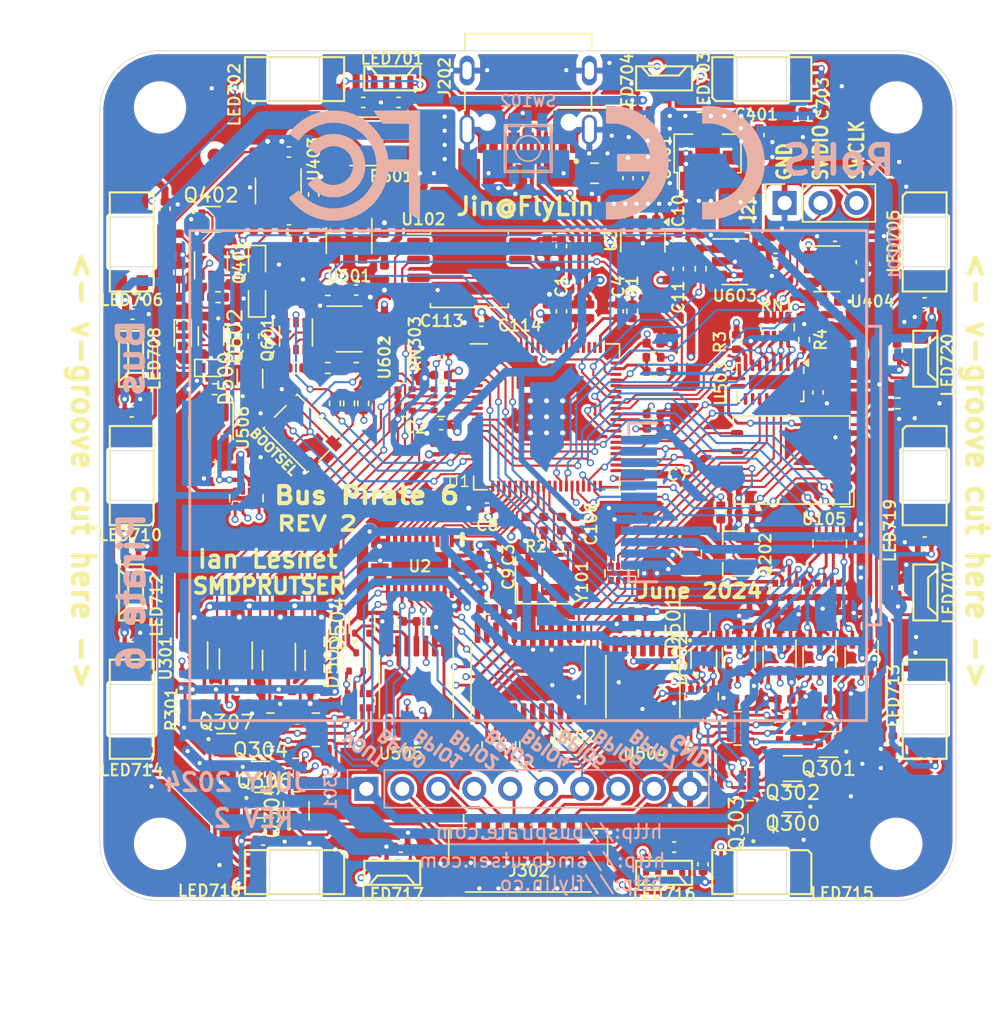
<source format=kicad_pcb>
(kicad_pcb (version 20241229) (generator "pcbnew") (generator_version "9.0")
  (layers (0 "F.Cu" signal) (4 "In1.Cu" signal) (6 "In2.Cu" power) (2 "B.Cu" signal) (13 "F.Paste" user) (15 "B.Paste" user) (5 "F.SilkS" user "F.Silkscreen") (7 "B.SilkS" user "B.Silkscreen") (1 "F.Mask" user) (3 "B.Mask" user) (25 "Edge.Cuts" user))
  (net 0 "")
  (net 1 "GND")
  (net 2 "VREG_VIN")
  (net 3 "VREF_VOUT")
  (net 4 "SWDIO")
  (net 5 "SWCLK")
  (net 6 "BUFDIR0")
  (net 7 "BUFDIR4")
  (net 8 "BPIO0")
  (net 9 "BPIO4")
  (net 10 "BUFDIR1")
  (net 11 "BUFDIR5")
  (net 12 "BPIO1")
  (net 13 "BPIO5")
  (net 14 "BUFDIR2")
  (net 15 "BUFDIR6")
  (net 16 "BPIO2")
  (net 17 "BPIO6")
  (net 18 "BUFDIR3")
  (net 19 "BUFDIR7")
  (net 20 "BPIO3")
  (net 21 "BPIO7")
  (net 22 "BUFIO0")
  (net 23 "BUFIO4")
  (net 24 "BUFIO1")
  (net 25 "BUFIO5")
  (net 26 "BUFIO2")
  (net 27 "BUFIO6")
  (net 28 "BUFIO3")
  (net 29 "BUFIO7")
  (net 30 "USB_D+")
  (net 31 "USB_D-")
  (net 32 "CURRENT_SENSE")
  (net 33 "+3V3")
  (net 34 "+VUSB")
  (net 35 "USB_P")
  (net 36 "USB_N")
  (net 37 "+1V1")
  (net 38 "VREG_OUT")
  (net 39 "DISPLAY_LED-K")
  (net 40 "SPI_CLK")
  (net 41 "SPI_CDO")
  (net 42 "VREG_EN")
  (net 43 "CURRENT_DETECT")
  (net 44 "QSPI_SS")
  (net 45 "AMUX_OUT")
  (net 46 "QSPI_SD3")
  (net 47 "QSPI_SCLK")
  (net 48 "QSPI_SD0")
  (net 49 "QSPI_SD2")
  (net 50 "QSPI_SD1")
  (net 51 "AMUX_S2")
  (net 52 "AMUX_S3")
  (net 53 "AMUX_S1")
  (net 54 "AMUX_S0")
  (net 55 "PULLUP_EN")
  (net 56 "VREG_ADJ")
  (net 57 "SPI_CDI")
  (net 58 "DISPLAY_DP")
  (net 59 "DISPLAY_CS")
  (net 60 "DISPLAY_RESET")
  (net 61 "DISPLAY_BACKLIGHT")
  (net 62 "CURRENT_RESET")
  (net 63 "CURRENT_EN")
  (net 64 "FLASH_CS")
  (net 65 "RGB_CDO")
  (net 66 "LEDS_CDO")
  (net 67 "Net-(U403-ADJ)")
  (net 68 "Net-(U603-+)")
  (net 69 "Net-(U602-+)")
  (net 70 "Net-(D601-A)")
  (net 71 "Net-(D401-A)")
  (net 72 "Net-(D602-A)")
  (net 73 "Net-(J202-VBUS-PadA4B9)")
  (net 74 "Net-(J202-CC1)")
  (net 77 "Net-(J202-CC2)")
  (net 78 "Net-(LED701-DI)")
  (net 79 "Net-(LED701-DO)")
  (net 80 "Net-(LED702-DI)")
  (net 81 "Net-(LED703-DI)")
  (net 82 "Net-(LED703-DO)")
  (net 83 "Net-(R408-Pad1)")
  (net 84 "Net-(LED706-DI)")
  (net 85 "Net-(LED707-DI)")
  (net 86 "Net-(LED707-DO)")
  (net 87 "Net-(LED708-DI)")
  (net 88 "Net-(LED710-DI)")
  (net 89 "Net-(LED712-DI)")
  (net 90 "Net-(LED713-DO)")
  (net 91 "Net-(LED714-DI)")
  (net 92 "Net-(LED715-DO)")
  (net 93 "Net-(LED716-DO)")
  (net 94 "Net-(LED717-DO)")
  (net 95 "Net-(LED719-DI)")
  (net 96 "Net-(Q202-G)")
  (net 97 "Net-(Q202-D)")
  (net 98 "Net-(Q300-D)")
  (net 99 "Net-(Q301-D)")
  (net 100 "Net-(Q302-D)")
  (net 101 "Net-(Q303-D)")
  (net 102 "Net-(Q304-D)")
  (net 103 "Net-(Q305-D)")
  (net 104 "Net-(Q306-D)")
  (net 105 "Net-(Q307-D)")
  (net 106 "Net-(Q401A-C1)")
  (net 107 "Net-(Q401A-B1)")
  (net 108 "Net-(Q601A-C1)")
  (net 109 "Net-(Q601A-B1)")
  (net 110 "Net-(Q601B-B2)")
  (net 111 "Net-(Q602-G)")
  (net 112 "Net-(SW101-A)")
  (net 113 "Net-(U404--)")
  (net 114 "Net-(U601-+)")
  (net 115 "Net-(U601--)")
  (net 116 "Net-(RN301D-R1.1)")
  (net 117 "Net-(RN301B-R1.1)")
  (net 118 "Net-(RN301C-R1.1)")
  (net 119 "Net-(RN301A-R1.1)")
  (net 120 "Net-(RN304D-R1.1)")
  (net 121 "Net-(RN304B-R1.1)")
  (net 122 "Net-(RN304C-R1.1)")
  (net 123 "Net-(RN304A-R1.1)")
  (net 124 "Net-(RN306D-R1.1)")
  (net 125 "Net-(RN306B-R1.1)")
  (net 126 "Net-(RN306C-R1.1)")
  (net 127 "Net-(RN306A-R1.1)")
  (net 128 "Net-(RN309D-R1.8)")
  (net 129 "Net-(RN309C-R1.8)")
  (net 130 "Net-(RN309A-R1.8)")
  (net 131 "Net-(RN309B-R1.8)")
  (net 132 "Net-(RN315D-R1.8)")
  (net 133 "Net-(RN315C-R1.8)")
  (net 134 "Net-(RN315A-R1.8)")
  (net 135 "Net-(RN315B-R1.8)")
  (net 136 "Net-(RN400D-R1.1)")
  (net 137 "Net-(RN400B-R1.1)")
  (net 138 "Net-(RN400C-R1.1)")
  (net 139 "Net-(RN400A-R1.1)")
  (net 140 "Net-(RN401D-R1.1)")
  (net 141 "Net-(RN401B-R1.1)")
  (net 142 "Net-(RN401C-R1.1)")
  (net 143 "CURRENT_EN_OVERRIDE")
  (net 144 "Net-(RN401A-R1.1)")
  (net 145 "Net-(RN402D-R1.1)")
  (net 146 "BUTTONS")
  (net 147 "VREG_ADJ_MCU")
  (net 148 "CURRENT_ADJ_MCU")
  (net 149 "Net-(RN402B-R1.1)")
  (net 152 "Net-(U402-COM)")
  (net 154 "Net-(U506-+)")
  (net 156 "Net-(RN317D-R1.1)")
  (net 157 "Net-(RN317C-R1.1)")
  (net 158 "Net-(RN317B-R1.1)")
  (net 159 "Net-(RN317A-R1.1)")
  (net 160 "Net-(RN318D-R1.1)")
  (net 161 "Net-(RN318C-R1.1)")
  (net 162 "Net-(RN318B-R1.1)")
  (net 163 "Net-(RN318A-R1.1)")
  (net 164 "MUX_BPIO4")
  (net 165 "MUX_BPIO5")
  (net 166 "MUX_BPIO6")
  (net 167 "MUX_BPIO7")
  (net 168 "MUX_BPIO0")
  (net 169 "MUX_BPIO1")
  (net 170 "MUX_BPIO2")
  (net 171 "MUX_BPIO3")
  (net 172 "MUX_VREF_VOUT")
  (net 175 "Net-(U402-I8)")
  (net 176 "Net-(RN402A-R1.1)")
  (net 177 "Net-(LED705-DO)")
  (net 179 "Net-(C106-Pad1)")
  (net 180 "Net-(U1-VREG_AVDD)")
  (net 181 "Net-(U1-XIN)")
  (net 182 "Net-(U1-ADC_AVDD)")
  (net 183 "Net-(U1-XOUT)")
  (net 184 "LA_BPIO7")
  (net 185 "LA_BPIO2")
  (net 186 "LA_BPIO0")
  (net 187 "LA_BPIO5")
  (net 188 "LA_BPIO3")
  (net 189 "LA_BPIO4")
  (net 190 "LA_BPIO1")
  (net 191 "LA_BPIO6")
  (net 192 "AMUX_S0_3V3")
  (net 193 "AMUX_S2_3V3")
  (net 194 "AMUX_S3_3V3")
  (net 195 "AMUX_S1_3V3")
  (net 196 "PULLUP_EN_3V3")
  (footprint "dp-LED:SK6812-mini-e" (layer "F.Cu") (at 113.4 62.1 180)
    (property "Reference" "LED702")
    (property "Value" "SK6812-mini-e")
  )
  (footprint "dp-LED:SK6812-mini-e" (layer "F.Cu") (at 146.4 118.1)
    (property "Reference" "LED715")
    (property "Value" "SK6812-mini-e")
  )
  (footprint "dp-LED:SK6812-mini-e" (layer "F.Cu") (at 101.9 106.6 -90)
    (property "Reference" "LED714")
    (property "Value" "SK6812-mini-e")
  )
  (footprint "dp-LED:SK6812-mini-e" (layer "F.Cu") (at 146.4 62.1 180)
    (property "Reference" "LED703")
    (property "Value" "SK6812-mini-e")
  )
  (footprint "dp-LED:SK6812-mini-e" (layer "F.Cu") (at 157.9 73.6 90)
    (property "Reference" "LED705")
    (property "Value" "SK6812-mini-e")
  )
  (footprint "dp-LED:SK6812-mini-e" (layer "F.Cu") (at 113.4 118.1)
    (property "Reference" "LED718")
    (property "Value" "SK6812-mini-e")
  )
  (footprint "dp-LED:SK6812-mini-e" (layer "F.Cu") (at 101.9 73.6 -90)
    (property "Reference" "LED706")
    (property "Value" "SK6812-mini-e")
  )
  (footprint "dp-LED:SK6812-mini-e" (layer "F.Cu") (at 101.9 90.1 -90)
    (property "Reference" "LED710")
    (property "Value" "SK6812-mini-e")
  )
  (footprint "Capacitor_SMD:C_0402_1005Metric" (layer "F.Cu") (at 146.2 68.1 90)
    (property "Reference" "C402" (hide yes))
    (property "Value" "4.7uF")
  )
  (footprint "Capacitor_SMD:C_0402_1005Metric" (layer "F.Cu") (at 151.405 100.225 -90)
    (property "Reference" "C313" (hide yes))
    (property "Value" "0.1uF")
  )
  (footprint "Capacitor_SMD:C_0402_1005Metric" (layer "F.Cu") (at 145.53 100.3 -90)
    (property "Reference" "C308" (hide yes))
    (property "Value" "0.1uF")
  )
  (footprint "Capacitor_SMD:C_0402_1005Metric" (layer "F.Cu") (at 150.6 105.9 180)
    (property "Reference" "C315" (hide yes))
    (property "Value" "0.1uF")
  )
  (footprint "Capacitor_SMD:C_0402_1005Metric" (layer "F.Cu") (at 107.03 105.7 -90)
    (property "Reference" "C304" (hide yes))
    (property "Value" "0.1uF")
  )
  (footprint "Capacitor_SMD:C_0402_1005Metric" (layer "F.Cu") (at 127 98.5 180)
    (property "Reference" "C403" (hide yes))
    (property "Value" "0.1uF")
  )
  (footprint "Capacitor_SMD:C_0402_1005Metric" (layer "F.Cu") (at 153.9 100.25 -90)
    (property "Reference" "C314" (hide yes))
    (property "Value" "0.1uF")
  )
  (footprint "Capacitor_SMD:C_0402_1005Metric" (layer "F.Cu") (at 148.43 100.25 -90)
    (property "Reference" "C309" (hide yes))
    (property "Value" "0.1uF")
  )
  (footprint "Capacitor_SMD:C_0402_1005Metric" (layer "F.Cu") (at 138.75 80.75)
    (property "Reference" "C112" (hide yes))
    (property "Value" "0.1uF")
  )
  (footprint "Capacitor_SMD:C_0402_1005Metric" (layer "F.Cu") (at 138.75 82.75)
    (property "Reference" "C109" (hide yes))
    (property "Value" "2.2uF")
  )
  (footprint "Capacitor_SMD:C_0402_1005Metric" (layer "F.Cu") (at 131.25 78.5 90)
    (property "Reference" "C114")
    (property "Value" "0.1uF")
  )
  (footprint "Capacitor_SMD:C_0402_1005Metric" (layer "F.Cu") (at 123.75 87.75 180)
    (property "Reference" "C110" (hide yes))
    (property "Value" "0.1uF")
  )
  (footprint "MountingHole:MountingHole_3.2mm_M3" (layer "F.Cu") (at 155.9 116.1)
    (property "Reference" "H3" (hide yes))
    (property "Value" "MountingHole")
  )
  (footprint "Capacitor_SMD:C_0402_1005Metric" (layer "F.Cu") (at 138.77 86.75)
    (property "Reference" "C111" (hide yes))
    (property "Value" "0.1uF")
  )
  (footprint "Capacitor_SMD:C_0402_1005Metric" (layer "F.Cu") (at 131.25 73.9 -90)
    (property "Reference" "C103" (hide yes))
    (property "Value" "0.1uF")
  )
  (footprint "MountingHole:MountingHole_3.2mm_M3" (layer "F.Cu") (at 155.9 64.1 -90)
    (property "Reference" "H2" (hide yes))
    (property "Value" "MountingHole")
  )
  (footprint "Capacitor_SMD:C_0402_1005Metric" (layer "F.Cu") (at 132.25 93.5 90)
    (property "Reference" "C106")
    (property "Value" "15pF")
  )
  (footprint "Capacitor_SMD:C_0402_1005Metric" (layer "F.Cu") (at 138.75 85.75)
    (property "Reference" "C118" (hide yes))
    (property "Value" "0.1uF")
  )
  (footprint "MountingHole:MountingHole_3.2mm_M3" (layer "F.Cu") (at 103.9 64.1 -90)
    (property "Reference" "H1" (hide yes))
    (property "Value" "MountingHole")
  )
  (footprint "MountingHole:MountingHole_3.2mm_M3" (layer "F.Cu") (at 103.9 116.1 -90)
    (property "Reference" "H4" (hide yes))
    (property "Value" "MountingHole")
  )
  (footprint "Package_TO_SOT_SMD:SOT-363_SC-70-6" (layer "F.Cu") (at 106.1 103.05 -90)
    (property "Reference" "U301")
    (property "Value" "AiP74LVC1T45GC363.TR")
  )
  (footprint "Package_TO_SOT_SMD:SOT-363_SC-70-6" (layer "F.Cu") (at 115.3 103.15 -90)
    (property "Reference" "U304" (hide yes))
    (property "Value" "AiP74LVC1T45GC363.TR")
  )
  (footprint "Package_TO_SOT_SMD:SOT-363_SC-70-6" (layer "F.Cu") (at 144.78 102.954668 -90)
    (property "Reference" "U305" (hide yes))
    (property "Value" "AiP74LVC1T45GC363.TR")
  )
  (footprint "Package_TO_SOT_SMD:SOT-363_SC-70-6" (layer "F.Cu") (at 150.475 102.925 -90)
    (property "Reference" "U307" (hide yes))
    (property "Value" "AiP74LVC1T45GC363.TR" (hide yes))
  )
  (footprint "Resistor_SMD:R_0402_1005Metric" (layer "F.Cu") (at 133.25 78.5 90)
    (property "Reference" "R203" (hide yes))
    (property "Value" "22R")
  )
  (footprint "Resistor_SMD:R_0402_1005Metric" (layer "F.Cu") (at 134.25 78.5 90)
    (property "Reference" "R202" (hide yes))
    (property "Value" "22R")
  )
  (footprint "Resistor_SMD:R_0402_1005Metric" (layer "F.Cu") (at 136.75 64.78 90)
    (property "Reference" "R204" (hide yes))
    (property "Value" "5.1K")
  )
  (footprint "Inductor_SMD:L_0805_2012Metric" (layer "F.Cu") (at 134.6 68.75 180)
    (property "Reference" "L201" (hide yes))
    (property "Value" "CBW201209U300T")
  )
  (footprint "Capacitor_SMD:C_0402_1005Metric" (layer "F.Cu") (at 157.9 77.9)
    (property "Reference" "C705" (hide yes))
    (property "Value" "0.1uF")
  )
  (footprint "Capacitor_SMD:C_0402_1005Metric" (layer "F.Cu") (at 101.95 78.7 180)
    (property "Reference" "C708" (hide yes))
    (property "Value" "0.1uF")
  )
  (footprint "Capacitor_SMD:C_0402_1005Metric" (layer "F.Cu") (at 138.5 64.78 90)
    (property "Reference" "C704" (hide yes))
    (property "Value" "0.1uF")
  )
  (footprint "Capacitor_SMD:C_0402_1005Metric" (layer "F.Cu") (at 104.25 71.25 90)
    (property "Reference" "C706" (hide yes))
    (property "Value" "0.1uF")
  )
  (footprint "Capacitor_SMD:C_0402_1005Metric" (layer "F.Cu") (at 101.9 85.6 180)
    (property "Reference" "C710" (hide yes))
    (property "Value" "0.1uF")
  )
  (footprint "Capacitor_SMD:C_0402_1005Metric" (layer "F.Cu") (at 101.9 95.1 180)
    (property "Reference" "C712" (hide yes))
    (property "Value" "0.1uF")
  )
  (footprint "Capacitor_SMD:C_0402_1005Metric" (layer "F.Cu") (at 149.3 64.85 90)
    (property "Reference" "C703")
    (property "Value" "0.1uF")
  )
  (footprint "Capacitor_SMD:C_0402_1005Metric" (layer "F.Cu") (at 120.75 63.75)
    (property "Reference" "C701" (hide yes))
    (property "Value" "0.1uF")
  )
  (footprint "Capacitor_SMD:C_0402_1005Metric" (layer "F.Cu") (at 133.25 93.5 -90)
    (property "Reference" "C117" (hide yes))
    (property "Value" "0.1uF")
  )
  (footprint "Resistor_SMD:R_0402_1005Metric" (layer "F.Cu") (at 138.75 81.75 180)
    (property "Reference" "R103" (hide yes))
    (property "Value" "200R")
  )
  (footprint "Capacitor_SMD:C_0402_1005Metric" (layer "F.Cu") (at 132.25 73.9 -90)
    (property "Reference" "C104" (hide yes))
    (property "Value" "2.2uF")
  )
  (footprint "Capacitor_SMD:C_0402_1005Metric" (layer "F.Cu") (at 136.95 69.1 -90)
    (property "Reference" "C202" (hide yes))
    (property "Value" "4.7uF")
  )
  (footprint "Capacitor_SMD:C_0402_1005Metric" (layer "F.Cu") (at 138.35 69.1 -90)
    (property "Reference" "C201" (hide yes))
    (property "Value" "4.7uF")
  )
  (footprint "Capacitor_SMD:C_0402_1005Metric" (layer "F.Cu") (at 123.75 83 180)
    (property "Reference" "C116" (hide yes))
    (property "Value" "0.1uF")
  )
  (footprint "Resistor_SMD:R_Array_Convex_4x0402" (layer "F.Cu") (at 121.2 84.75)
    (property "Reference" "RN302" (hide yes))
    (property "Value" "4K7")
  )
  (footprint "Resistor_SMD:R_0805_2012Metric" (layer "F.Cu") (at 141.4 95.6 -90)
    (property "Reference" "R209" (hide yes))
    (property "Value" "33R")
  )
  (footprint "Resistor_SMD:R_Array_Convex_4x0402" (layer "F.Cu") (at 151.1 98.2 90)
    (property "Reference" "RN307" (hide yes))
    (property "Value" "4K7")
  )
  (footprint "Package_SO:SOP-8_5.28x5.23mm_P1.27mm" (layer "F.Cu") (at 125.75 75.5)
    (property "Reference" "U102")
    (property "Value" "W25Q128JVSIQ")
  )
  (footprint "Resistor_SMD:R_0402_1005Metric" (layer "F.Cu") (at 117.25 85 -90)
    (property "Reference" "R101" (hide yes))
    (property "Value" "1K")
  )
  (footprint "Fiducial:Fiducial_1mm_Mask2mm" (layer "F.Cu") (at 158.6 68.05 -90)
    (property "Reference" "FID1" (hide yes))
    (property "Value" "Fiducial")
  )
  (footprint "Fiducial:Fiducial_1mm_Mask2mm" (layer "F.Cu") (at 101.05 112.3 -90)
    (property "Reference" "FID2" (hide yes))
    (property "Value" "Fiducial")
  )
  (footprint "Capacitor_SMD:C_0402_1005Metric" (layer "F.Cu") (at 142.247961 117.550141 -90)
    (property "Reference" "C715" (hide yes))
    (property "Value" "0.1uF")
  )
  (footprint "Capacitor_SMD:C_0402_1005Metric" (layer "F.Cu") (at 101.9 102.2 180)
    (property "Reference" "C714" (hide yes))
    (property "Value" "0.1uF")
  )
  (footprint "Capacitor_SMD:C_0402_1005Metric" (layer "F.Cu") (at 140.208 116.332 180)
    (property "Reference" "C716" (hide yes))
    (property "Value" "0.1uF")
  )
  (footprint "Capacitor_SMD:C_0402_1005Metric" (layer "F.Cu") (at 120.904 116.332 180)
    (property "Reference" "C717" (hide yes))
    (property "Value" "0.1uF")
  )
  (footprint "Capacitor_SMD:C_0402_1005Metric" (layer "F.Cu") (at 111.179494 115.831572 180)
    (property "Reference" "C718" (hide yes))
    (property "Value" "0.1uF")
  )
  (footprint "Capacitor_SMD:C_0402_1005Metric" (layer "F.Cu") (at 146.2 66.05 -90)
    (property "Reference" "C401")
    (property "Value" "4.7uF")
  )
  (footprint "Connector_PinSocket_2.54mm:PinSocket_1x03_P2.54mm_Vertical" (layer "F.Cu") (at 148.01 70.85 90)
    (property "Reference" "J201")
    (property "Value" "Conn_01x03")
  )
  (footprint "Resistor_SMD:R_0402_1005Metric" (layer "F.Cu") (at 118.25 85 90)
    (property "Reference" "R102" (hide yes))
    (property "Value" "DNF")
  )
  (footprint "Fiducial:Fiducial_1mm_Mask2mm" (layer "F.Cu") (at 107.75 67.5)
    (property "Reference" "FID4" (hide yes))
    (property "Value" "Fiducial")
  )
  (footprint "Fiducial:Fiducial_1mm_Mask2mm" (layer "F.Cu") (at 153 81.5)
    (property "Reference" "FID5" (hide yes))
    (property "Value" "Fiducial")
  )
  (footprint "Fiducial:Fiducial_1mm_Mask2mm" (layer "F.Cu") (at 158.55 112.15)
    (property "Reference" "FID3" (hide yes))
    (property "Value" "Fiducial")
  )
  (footprint "Capacitor_SMD:C_0402_1005Metric" (layer "F.Cu") (at 155.65 108.95 90)
    (property "Reference" "C713" (hide yes))
    (property "Value" "0.1uF")
  )
  (footprint "Resistor_SMD:R_0402_1005Metric" (layer "F.Cu") (at 135.8 64.78 90)
    (property "Reference" "R201" (hide yes))
    (property "Value" "5.1K")
  )
  (footprint "Connector_JST:JST_SH_SM09B-SRSS-TB_1x09-1MP_P1.00mm_Horizontal" (layer "F.Cu") (at 129.9 116.82)
    (property "Reference" "J302")
    (property "Value" "Conn_01x09")
  )
  (footprint "Package_DFN_QFN:DHVQFN-20-1EP_2.5x4.5mm_P0.5mm_EP1x3mm" (layer "F.Cu") (at 147 83.5 -90)
    (property "Reference" "U503")
    (property "Value" "74HCT245BQ")
  )
  (footprint "Capacitor_SMD:C_0402_1005Metric" (layer "F.Cu") (at 153.43 75.03 -90)
    (property "Reference" "C406" (hide yes))
    (property "Value" "0.1uF")
  )
  (footprint "Crystal:Crystal_SMD_3225-4Pin_3.2x2.5mm" (layer "F.Cu") (at 131 97.5)
    (property "Reference" "Y101")
    (property "Value" "ABM8-272-T3")
  )
  (footprint "Capacitor_SMD:C_0402_1005Metric" (layer "F.Cu") (at 151.57 73.2)
    (property "Reference" "C405" (hide yes))
    (property "Value" "2.2uF")
  )
  (footprint "Resistor_SMD:R_0402_1005Metric" (layer "F.Cu") (at 150.81 78.29 -90)
    (property "Reference" "R406" (hide yes))
    (property "Value" "10K")
  )
  (footprint "Capacitor_SMD:C_0402_1005Metric" (layer "F.Cu") (at 129.75 93.5 -90)
    (property "Reference" "C115" (hide yes))
    (property "Value" "0.1uF")
  )
  (footprint "Package_TO_SOT_SMD:SOT-23" (layer "F.Cu") (at 144.4 95.6 180)
    (property "Reference" "Q202")
    (property "Value" "MMBT7002K")
  )
  (footprint "Capacitor_SMD:C_0402_1005Metric" (layer "F.Cu") (at 131 93.5 -90)
    (property "Reference" "C105" (hide yes))
    (property "Value" "15pF")
  )
  (footprint "Button_Switch_SMD:SW_SPST_PTS810" (layer "F.Cu") (at 113.95 87.12 -45)
    (property "Reference" "SW101" (hide yes))
    (property "Value" "TS3425BA 098 2.5H 250gf")
  )
  (footprint "Diode_SMD:D_SOD-523" (layer "F.Cu") (at 110.75 77.75 90)
    (property "Reference" "D601")
    (property "Value" "1N4148WT")
  )
  (footprint "Capacitor_SMD:C_0402_1005Metric" (layer "F.Cu") (at 155.956 98.016 -90)
    (property "Reference" "C707" (hide yes))
    (property "Value" "0.1uF")
  )
  (footprint "Capacitor_SMD:C_0402_1005Metric" (layer "F.Cu") (at 119.75 75.75 -90)
    (property "Reference" "C601" (hide yes))
    (property "Value" "2.2uF")
  )
  (footprint "Capacitor_SMD:C_0402_1005Metric" (layer "F.Cu") (at 119.75 73.5 -90)
    (property "Reference" "C602" (hide yes))
    (property "Value" "0.1uF")
  )
  (footprint "Resistor_SMD:R_0402_1005Metric" (layer "F.Cu") (at 109.5 70.25 90)
    (property "Reference" "R405" (hide yes))
    (property "Value" "33K")
  )
  (footprint "Resistor_SMD:R_0402_1005Metric" (layer "F.Cu") (at 108 77.5)
    (property "Reference" "R410" (hide yes))
    (property "Value" "10K")
  )
  (footprint "Resistor_SMD:R_0402_1005Metric" (layer "F.Cu") (at 105.25 75.75 90)
    (property "Reference" "R409" (hide yes))
    (property "Value" "33K")
  )
  (footprint "Resistor_SMD:R_0402_1005Metric" (layer "F.Cu") (at 105.75 77.5)
    (property "Reference" "R408" (hide yes))
    (property "Value" "33K")
  )
  (footprint "Resistor_SMD:R_0402_1005Metric" (layer "F.Cu") (at 105.25 73.5 -90)
    (property "Reference" "R412" (hide yes))
    (property "Value" "100K")
  )
  (footprint "Resistor_SMD:R_0402_1005Metric" (layer "F.Cu") (at 116.25 85 90)
    (property "Reference" "R611" (hide yes))
    (property "Value" "10K")
  )
  (footprint "Resistor_SMD:R_0402_1005Metric" (layer "F.Cu") (at 113.5 82.5)
    (property "Reference" "R609" (hide yes))
    (property "Value" "10K")
  )
  (footprint "Resistor_SMD:R_0402_1005Metric" (layer "F.Cu") (at 115.75 82.5)
    (property "Reference" "R608" (hide yes))
    (property "Value" "200R")
  )
  (footprint "Capacitor_SMD:C_0402_1005Metric" (layer "F.Cu") (at 113 67.25 180)
    (property "Reference" "C404" (hide yes))
    (property "Value" "4.7uF")
  )
  (footprint "Resistor_SMD:R_0402_1005Metric" (layer "F.Cu") (at 109.5 72.25 90)
    (property "Reference" "R403" (hide yes))
    (property "Value" "102K")
  )
  (footprint "Resistor_SMD:R_0402_1005Metric" (layer "F.Cu") (at 114.75 73.5 90)
    (property "Reference" "R605" (hide yes))
    (property "Value" "33K")
  )
  (footprint "Resistor_SMD:R_2512_6332Metric_Pad1.40x3.35mm_HandSolder" (layer "F.Cu") (at 119.5 66.5 180)
    (property "Reference" "R601")
    (property "Value" "0R2")
  )
  (footprint "Resistor_SMD:R_0402_1005Metric" (layer "F.Cu") (at 118.25 70.25 90)
    (property "Reference" "R602" (hide yes))
    (property "Value" "1K")
  )
  (footprint "Resistor_SMD:R_0402_1005Metric" (layer "F.Cu") (at 117.25 70.25 90)
    (property "Reference" "R604" (hide yes))
    (property "Value" "33K")
  )
  (footprint "Resistor_SMD:R_0402_1005Metric" (layer "F.Cu") (at 112.75 77.5 90)
    (property "Reference" "R606" (hide yes))
    (property "Value" "10K")
  )
  (footprint "Capacitor_SMD:C_0402_1005Metric" (layer "F.Cu") (at 114 77.5 -90)
    (property "Reference" "C603" (hide yes))
    (property "Value" "DNF")
  )
  (footprint "Capacitor_SMD:C_0402_1005Metric" (layer "F.Cu") (at 119.75 79.25 -90)
    (property "Reference" "C605" (hide yes))
    (property "Value" "0.1uF")
  )
  (footprint "Resistor_SMD:R_0402_1005Metric" (layer "F.Cu") (at 116.25 70.25 90)
    (property "Reference" "R603" (hide yes))
    (property "Value" "1K")
  )
  (footprint "Resistor_SMD:R_0402_1005Metric" (layer "F.Cu") (at 117.75 82.5)
    (property "Reference" "R610" (hide yes))
    (property "Value" "10K")
  )
  (footprint "Capacitor_SMD:C_0402_1005Metric" (layer "F.Cu") (at 118.25 63.75 180)
    (property "Reference" "C702" (hide yes))
    (property "Value" "0.1uF")
  )
  (footprint "Package_TO_SOT_SMD:SOT-523" (layer "F.Cu") (at 107.5 72)
    (property "Reference" "Q402")
    (property "Value" "BC2301T 2.8A")
  )
  (footprint "Resistor_SMD:R_0402_1005Metric" (layer "F.Cu") (at 110.5 80.25 -90)
    (property "Reference" "R613" (hide yes))
    (property "Value" "10K")
  )
  (footprint "Resistor_SMD:R_0402_1005Metric" (layer "F.Cu") (at 109.25 80.25 -90)
    (property "Reference" "R612" (hide yes))
    (property "Value" "200R")
  )
  (footprint "Capacitor_SMD:C_0402_1005Metric" (layer "F.Cu") (at 114.75 70.25 90)
    (property "Reference" "C407" (hide yes))
    (property "Value" "4.7uF")
  )
  (footprint "Resistor_SMD:R_0402_1005Metric" (layer "F.Cu") (at 111 67.25)
    (property "Reference" "R401" (hide yes))
    (property "Value" "100K")
  )
  (footprint "Package_TO_SOT_SMD:SOT-23-5" (layer "F.Cu") (at 112.25 70 -90)
    (property "Reference" "U403")
    (property "Value" "AP2127")
  )
  (footprint "Package_TO_SOT_SMD:SOT-363_SC-70-6" (layer "F.Cu") (at 113.5 80.25 -90)
    (property "Reference" "Q601")
    (property "Value" "MMDT3906")
  )
  (footprint "Package_TO_SOT_SMD:SOT-363_SC-70-6" (layer "F.Cu") (at 107.5 75 90)
    (property "Reference" "Q401")
    (property "Value" "BCM857")
  )
  (footprint "Diode_SMD:D_SOD-523" (layer "F.Cu") (at 110.75 75 -90)
    (property "Reference" "D401")
    (property "Value" "1N4148WT")
  )
  (footprint "Resistor_SMD:R_Array_Convex_4x0402" (layer "F.Cu") (at 144.7 107.95)
    (property "Reference" "RN309" (hide yes))
    (property "Value" "120R")
  )
  (footprint "Package_SO:TSSOP-24_4.4x7.8mm_P0.65mm" (layer "F.Cu") (at 129.9 104.05 90)
    (property "Reference" "U402")
    (property "Value" "CD4067")
  )
  (footprint "Package_TO_SOT_SMD:SOT-363_SC-70-6" (layer "F.Cu") (at 147.648865 102.927768 -90)
    (property "Reference" "U306" (hide yes))
    (property "Value" "AiP74LVC1T45GC363.TR")
  )
  (footprint "Capacitor_SMD:C_0402_1005Metric" (layer "F.Cu") (at 145 105.9 180)
    (property "Reference" "C311" (hide yes))
    (property "Value" "0.1uF")
  )
  (footprint "Resistor_SMD:R_0402_1005Metric" (layer "F.Cu") (at 143.5 92.7 -90)
    (property "Reference" "R208" (hide yes))
    (property "Value" "200R")
  )
  (footprint "Capacitor_SMD:C_0402_1005Metric" (layer "F.Cu") (at 148 105.9 180)
    (property "Reference" "C312" (hide yes))
    (property "Value" "0.1uF")
  )
  (footprint "Resistor_SMD:R_Array_Convex_4x0402" (layer "F.Cu") (at 123.75 80.7)
    (property "Reference" "RN303")
    (property "Value" "100K")
  )
  (footprint "Capacitor_SMD:C_0402_1005Metric" (layer "F.Cu") (at 150.37 84.23 90)
    (property "Reference" "C503" (hide yes))
    (property "Value" "0.1uF")
  )
  (footprint "Package_TO_SOT_SMD:SOT-363_SC-70-6" (layer "F.Cu") (at 112.3 103.15 -90)
    (property "Reference" "U303" (hide yes))
    (property "Value" "AiP74LVC1T45GC363.TR")
  )
  (footprint "Resistor_SMD:R_Array_Convex_4x0402" (layer "F.Cu") (at 148.1 98.2 90)
    (property "Reference" "RN308" (hide yes))
    (property "Value" "100K")
  )
  (footprint "Resistor_SMD:R_Array_Convex_4x0402" (layer "F.Cu") (at 123.75 84.75)
    (property "Reference" "RN301")
    (property "Value" "330R")
  )
  (footprint "Package_TO_SOT_SMD:SOT-363_SC-70-6" (layer "F.Cu") (at 109.25 103.05 -90)
    (property "Reference" "U302" (hide yes))
    (property "Value" "AiP74LVC1T45GC363.TR")
  )
  (footprint "Capacitor_SMD:C_0402_1005Metric" (layer "F.Cu") (at 113.23 105.8 -90)
    (property "Reference" "C306" (hide yes))
    (property "Value" "0.1uF")
  )
  (footprint "Capacitor_SMD:C_0402_1005Metric" (layer "F.Cu") (at 115.75 100.75)
    (property "Reference" "C307" (hide yes))
    (property "Value" "0.1uF")
  )
  (footprint "Capacitor_SMD:C_0402_1005Metric" (layer "F.Cu") (at 106.5 100.75)
    (property "Reference" "C301" (hide yes))
    (property "Value" "0.1uF")
  )
  (footprint "Capacitor_SMD:C_0402_1005Metric" (layer "F.Cu") (at 109.75 100.75)
    (property "Reference" "C302" (hide yes))
    (property "Value" "0.1uF")
  )
  (footprint "Capacitor_SMD:C_0402_1005Metric" (layer "F.Cu") (at 110.18 105.7 -90)
    (property "Reference" "C305" (hide yes))
    (property "Value" "0.1uF")
  )
  (footprint "Capacitor_SMD:C_0402_1005Metric" (layer "F.Cu") (at 112.75 100.75)
    (property "Reference" "C303" (hide yes))
    (property "Value" "0.1uF")
  )
  (footprint "Resistor_SMD:R_Array_Convex_4x0402" (layer "F.Cu") (at 151.2 94.9 90)
    (property "Reference" "RN306" (hide yes))
    (property "Value" "330R")
  )
  (footprint "Resistor_SMD:R_Array_Convex_4x0402" (layer "F.Cu") (at 111.7 108.05 180)
    (property "Reference" "RN304" (hide yes))
    (property "Value" "1M")
  )
  (footprint "Package_TO_SOT_SMD:SOT-363_SC-70-6" (layer "F.Cu") (at 153.45 102.95 -90)
    (property "Reference" "U308" (hide yes))
    (property "Value" "AiP74LVC1T45GC363.TR")
  )
  (footprint "dp-LED:SK6812-mini-e" (layer "F.Cu") (at 157.9 106.6 90)
    (property "Reference" "LED713")
    (property "Value" "SK6812-mini-e")
  )
  (footprint "usb-c:HRO_TYPE-C-31-M-12" (layer "F.Cu") (at 129.9 61.5 180)
    (property "Reference" "J202")
    (property "Value" "TYPE-C-31-M-12")
  )
  (footprint "Capacitor_SMD:C_0402_1005Metric" (layer "F.Cu") (at 153.7 105.9 180)
    (property "Reference" "C316" (hide yes))
    (property "Value" "0.1uF")
  )
  (footprint "dp-LED:SK6812-side-a_b" (layer "F.Cu") (at 157.9 98.35 90)
    (property "Reference" "LED707")
    (property "Value" "SK6812-side-a_b")
  )
  (footprint "dp-LED:SK6812-side-a_b" (layer "F.Cu") (at 139.5 118.1)
    (property "Reference" "LED716")
    (property "Value" "SK6812-side-a_b")
  )
  (footprint "dp-LED:SK6812-side-a_b" (layer "F.Cu") (at 120.3 118.1)
    (property "Reference" "LED717")
    (property "Value" "SK6812-side-a_b")
  )
  (footprint "dp-LED:SK6812-side-a_b" (layer "F.Cu") (at 101.9 98.35 -90)
    (property "Reference" "LED712")
    (property "Value" "SK6812-side-a_b")
  )
  (footprint "dp-LED:SK6812-side-a_b" (layer "F.Cu") (at 101.9 81.85 -90)
    (property "Reference" "LED708")
    (property "Value" "SK6812-side-a_b")
  )
  (footprint "dp-LED:SK6812-side-a_b" (layer "F.Cu") (at 120.3 62.1 180)
    (property "Reference" "LED701")
    (property "Value" "SK6812-side-a_b")
  )
  (footprint "dp-LED:SK6812-side-a_b" (layer "F.Cu") (at 139.5 62.1 180)
    (property "Reference" "LED704")
    (property "Value" "SK6812-side-a_b")
  )
  (footprint "Resistor_SMD:R_Array_Convex_4x0402" (layer "F.Cu") (at 136.5 97 90)
    (property "Reference" "RN315" (hide yes))
    (property "Value" "510R")
  )
  (footprint "Resistor_SMD:R_Array_Convex_4x0402" (layer "F.Cu") (at 148.15 107.95)
    (property "Reference" "RN310" (hide yes))
    (property "Value" "1M")
  )
  (footprint "Resistor_SMD:R_Array_Convex_4x0402" (layer "F.Cu") (at 114.9 108.05 180)
    (property "Reference" "RN305" (hide yes))
    (property "Value" "120R")
  )
  (footprint "Capacitor_SMD:C_0402_1005Metric" (layer "F.Cu") (at 115 105.35 180)
    (property "Reference" "C310" (hide yes))
    (property "Value" "0.1uF")
  )
  (footprint "Diode_SMD:D_SOD-523" (layer "F.Cu") (at 107.5 82.5)
    (property "Reference" "D603")
    (property "Value" "1N4148WT")
  )
  (footprint "Package_TO_SOT_SMD:SOT-523" (layer "F.Cu") (at 107.5 80.25 -90)
    (property "Reference" "Q602")
    (property "Value" "BC2301T 2.8A")
  )
  (footprint "Capacitor_SMD:C_0402_1005Metric" (layer "F.Cu") (at 147.37 74.05)
    (property "Reference" "C413" (hide yes))
    (property "Value" "2.2uF")
  )
  (footprint "Capacitor_SMD:C_0402_1005Metric" (layer "F.Cu") (at 147.37 75.1 180)
    (property "Reference" "C414" (hide yes))
    (property "Value" "0.1uF")
  )
  (footprint "Capacitor_SMD:C_0402_1005Metric" (layer "F.Cu") (at 142.05 73.57 -90)
    (property "Reference" "C415" (hide yes))
    (property "Value" "0.1uF")
  )
  (footprint "Capacitor_SMD:C_0402_1005Metric" (layer "F.Cu") (at 117.75 77 180)
    (property "Reference" "C416" (hide yes))
    (property "Value" "0.1uF")
  )
  (footprint "Resistor_SMD:R_0402_1005Metric" (layer "F.Cu") (at 142.08 75.49 -90)
    (property "Reference" "R414" (hide yes))
    (property "Value" "10K")
  )
  (footprint "Resistor_SMD:R_0402_1005Metric" (layer "F.Cu") (at 115.75 77 180)
    (property "Reference" "R415" (hide yes))
    (property "Value" "10K")
  )
  (footprint "Package_TO_SOT_SMD:SOT-89-3" (layer "F.Cu") (at 142.57 67.65 90)
    (property "Reference" "U401")
    (property "Value" "ME6211A33PG-N")
  )
  (footprint "Capacitor_SMD:C_0402_1005Metric" (layer "F.Cu") (at 113 72.75 180)
    (property "Reference" "C408" (hide yes))
    (property "Value" "120pF")
  )
  (footprint "Resistor_SMD:R_0402_1005Metric" (layer "F.Cu") (at 111 72.75 180)
    (property "Reference" "R404" (hide yes))
    (property "Value" "133K")
  )
  (footprint "Diode_SMD:D_SOD-523" (layer "F.Cu") (at 105.5 80.25 -90)
    (property "Reference" "D602")
    (property "Value" "1N4148WT")
  )
  (footprint "Package_TO_SOT_SMD:SOT-23-5" (layer "F.Cu") (at 117.25 79.75)
    (property "Reference" "U602")
    (property "Value" "GSV331-TR")
  )
  (footprint "Package_TO_SOT_SMD:SOT-523" (layer "F.Cu") (at 151.12 109.085 180)
    (property "Reference" "Q301")
    (property "Value" "BC2301T 2.8A")
  )
  (footprint "Package_TO_SOT_SMD:SOT-523" (layer "F.Cu") (at 148.58 110.784269 180)
    (property "Reference" "Q302")
    (property "Value" "BC2301T 2.8A")
  )
  (footprint "Package_TO_SOT_SMD:SOT-523" (layer "F.Cu") (at 146.312 114.671 90)
    (property "Reference" "Q303")
    (property "Value" "BC2301T 2.8A")
  )
  (footprint "Package_TO_SOT_SMD:SOT-523" (layer "F.Cu") (at 148.581608 112.96611 180)
    (property "Reference" "Q300")
    (property "Value" "BC2301T 2.8A")
  )
  (footprint "Resistor_SMD:R_Array_Convex_4x0402" (layer "F.Cu") (at 145.55 111.875)
    (property "Reference" "RN311" (hide yes))
    (property "Value" "10K")
  )
  (footprint "Resistor_SMD:R_Array_Convex_4x0402" (layer "F.Cu") (at 113.53 111.24 180)
    (property "Reference" "RN312" (hide yes))
    (property "Value" "10K")
  )
  (footprint "Package_TO_SOT_SMD:SOT-523" (layer "F.Cu") (at 110.992709 111.17921)
    (property "Reference" "Q304")
    (property "Value" "BC2301T 2.8A")
  )
  (footprint "Package_TO_SOT_SMD:SOT-523" (layer "F.Cu") (at 113.525614 113.783421 90)
    (property "Reference" "Q305")
    (property "Value" "BC2301T 2.8A")
  )
  (footprint "Package_TO_SOT_SMD:SOT-523" (layer "F.Cu") (at 111.250195 113.373968)
    (property "Reference" "Q306")
    (property "Value" "BC2301T 2.8A")
  )
  (footprint "Package_TO_SOT_SMD:SOT-523" (layer "F.Cu") (at 108.575 109.22)
    (property "Reference" "Q307")
    (property "Value" "BC2301T 2.8A")
  )
  (footprint "Resistor_SMD:R_Array_Convex_4x0402" (layer "F.Cu") (at 130.49 109.15 -90)
    (property "Reference" "RN400" (hide yes))
    (property "Value" "510R")
  )
  (footprint "Resistor_SMD:R_Array_Convex_4x0402" (layer "F.Cu") (at 127.83 109.15 -90)
    (property "Reference" "RN401" (hide yes))
    (property "Value" "510R")
  )
  (footprint "Resistor_SMD:R_Array_Convex_4x0402" (layer "F.Cu") (at 110 91.7 90)
    (property "Reference" "RN402" (hide yes))
    (property "Value" "510R")
  )
  (footprint "Package_TO_SOT_SMD:SOT-23-5" (layer "F.Cu") (at 117.25 73.5 -90)
    (property "Reference" "U601")
    (property "Value" "GS321A-TR")
  )
  (footprint "Package_TO_SOT_SMD:SOT-23-5" (layer "F.Cu") (at 144.5 75)
    (property "Reference" "U603")
    (property "Value" "LMV321")
  )
  (footprint "Package_TO_SOT_SMD:SOT-23-5" (layer "F.Cu") (at 151 75.5)
    (property "Reference" "U404")
    (property "Value" "LMV321")
  )
  (footprint "Resistor_SMD:R_0402_1005Metric" (layer "F.Cu") (at 151.81 78.3 -90)
    (property "Reference" "R407" (hide yes))
    (property "Value" "10K")
  )
  (footprint "Capacitor_SMD:C_0402_1005Metric" (layer "F.Cu") (at 157.9 94.8)
    (property "Reference" "C719" (hide yes))
    (property "Value" "0.1uF")
  )
  (footprint "dp-LED:SK6812-mini-e" (layer "F.Cu") (at 157.9 90.1 90)
    (property "Reference" "LED719")
    (property "Value" "SK6812-mini-e")
  )
  (footprint "Capacitor_SMD:C_0402_1005Metric" (layer "F.Cu") (at 145.250284 92.813663)
    (property "Reference" "C121" (hide yes))
    (property "Value" "0.1uF")
  )
  (footprint "dp-memory:U-PDFN-8" (layer "F.Cu") (at 148.5 89 180)
    (property "Reference" "U105")
    (property "Value" "MT29F1G01ABAFDWB")
  )
  (footprint "Resistor_SMD:R_0402_1005Metric" (layer "F.Cu") (at 156 85)
    (property "Reference" "R502" (hide yes))
    (property "Value" "1K")
  )
  (footprint "dp-LED:SK6812-side-a_b" (layer "F.Cu") (at 157.9 81.85 90)
    (property "Reference" "LED720")
    (property "Value" "SK6812-side-a_b")
  )
  (footprint "Resistor_SMD:R_0402_1005Metric" (layer "F.Cu") (at 105.664 106.678 -90)
    (property "Reference" "R301")
    (property "Value" "10K")
  )
  (footprint "Capacitor_SMD:C_0402_1005Metric" (layer "F.Cu") (at 155.956 81.28 -90)
    (property "Reference" "C720" (hide yes))
    (property "Value" "0.1uF")
  )
  (footprint "Capacitor_SMD:C_0402_1005Metric" (layer "F.Cu") (at 126.6 79.2 180)
    (property "Reference" "C113")
    (property "Value" "0.1uF")
  )
  (footprint "Package_SO:TSSOP-14_4.4x5mm_P0.65mm" (layer "F.Cu") (at 138 105 -90)
    (property "Reference" "U504")
    (property "Value" "GS324MT/TR")
  )
  (footprint "Resistor_SMD:R_0402_1005Metric" (layer "F.Cu") (at 127 99.5 180)
    (property "Reference" "R320" (hide yes))
    (property "Value" "510R")
  )
  (footprint "Resistor_SMD:R_0402_1005Metric" (layer "F.Cu") (at 132.2 95.1 180)
    (property "Reference" "R2")
    (property "Value" "1K")
  )
  (footprint "Capacitor_SMD:C_0402_1005Metric" (layer "F.Cu") (at 110 89.5 180)
    (property "Reference" "C504" (hide yes))
    (property "Value" "2.2uF")
  )
  (footprint "Capacitor_SMD:C_0402_1005Metric" (layer "F.Cu") (at 140.5 73.5 -90)
    (property "Reference" "C10")
    (property "Value" "4.7uF")
  )
  (footprint "Capacitor_SMD:C_0402_1005Metric" (layer "F.Cu") (at 127 97.25)
    (property "Reference" "C9")
    (property "Value" "0.1uF")
  )
  (footprint "Capacitor_SMD:C_0402_1005Metric" (layer "F.Cu") (at 137.668 99.697012)
    (property "Reference" "C507" (hide yes))
    (property "Value" "2.2uF")
  )
  (footprint "Capacitor_SMD:C_0402_1005Metric" (layer "F.Cu") (at 127 95.7 180)
    (property "Reference" "C3")
    (property "Value" "0.1uF")
  )
  (footprint "manuf:NXP-DHVQFN24" (layer "F.Cu") (at 122.25 96.5 180)
    (property "Reference" "U2")
    (property "Value" "74LVC8T245BQ")
  )
  (footprint "Package_TO_SOT_SMD:SOT-523" (layer "F.Cu") (at 117.750123 103.261 90)
    (property "Reference" "D503")
    (property "Value" "BAS40T-05")
  )
  (footprint "Capacitor_SMD:C_0402_1005Metric" (layer "F.Cu") (at 140.5 75.5 90)
    (property "Reference" "C11")
    (property "Value" "4.7uF")
  )
  (footprint "Capacitor_SMD:C_0402_1005Metric" (layer "F.Cu") (at 123.75 86.5 180)
    (property "Reference" "C2")
    (property "Value" "0.1uF")
  )
  (footprint "Package_TO_SOT_SMD:SOT-523" (layer "F.Cu") (at 118.160849 100.584 90)
    (property "Reference" "D504")
    (property "Value" "BAS40T-05")
  )
  (footprint "Capacitor_SMD:C_0402_1005Metric" (layer "F.Cu") (at 107.75 89.5 180)
    (property "Reference" "C506" (hide yes))
    (property "Value" "0.1uF")
  )
  (footprint "Capacitor_SMD:C_0402_1005Metric" (layer "F.Cu") (at 127 92.4 180)
    (property "Reference" "C8")
    (property "Value" "0.1uF")
  )
  (footprint "Package_SO:TSSOP-14_4.4x5mm_P0.65mm" (layer "F.Cu") (at 122 105 -90)
    (property "Reference" "U505")
    (property "Value" "GS324MT/TR")
  )
  (footprint "Resistor_SMD:R_Array_Convex_4x0402" (layer "F.Cu") (at 147.51 79.63 -90)
    (property "Reference" "RN1")
    (property "Value" "100K")
  )
  (footprint "qfn80:qfn80" (layer "F.Cu") (at 131.25 86)
    (property "Reference" "U1")
    (property "Value" "RP2350B")
  )
  (footprint "Resistor_SMD:R_0402_1005Metric" (layer "F.Cu") (at 107.75 84 180)
    (property "Reference" "R319" (hide yes))
    (property "Value" "100K")
  )
  (footprint "Resistor_SMD:R_0402_1005Metric" (layer "F.Cu") (at 144.61 80.67 90)
    (property "Reference" "R3")
    (property "Value" "100K")
  )
  (footprint "Resistor_SMD:R_0402_1005Metric" (layer "F.Cu") (at 149.39 80.5 -90)
    (property "Reference" "R4")
    (property "Value" "100K")
  )
  (footprint "Resistor_SMD:R_0402_1005Metric" (layer "F.Cu") (at 137.25 78.5 -90)
    (property "Reference" "R1")
    (property "Value" "10R")
  )
  (footprint "Package_TO_SOT_SMD:SOT-523" (layer "F.Cu") (at 110.25 83.25 90)
    (property "Reference" "D500")
    (property "Value" "BAS40T-05")
  )
  (footprint "Capacitor_SMD:C_0402_1005Metric" (layer "F.Cu") (at 120.6 100.4)
    (property "Reference" "C509" (hide yes))
    (property "Value" "2.2uF")
  )
  (footprint "Capacitor_SMD:C_0402_1005Metric" (layer "F.Cu") (at 122.5 100.4 180)
    (property "Reference" "C510" (hide yes))
    (property "Value" "0.1uF")
  )
  (footprint "Package_TO_SOT_SMD:SOT-523" (layer "F.Cu") (at 141.842965 100.48972 90)
    (property "Reference" "D501")
    (property "Value" "BAS40T-05")
  )
  (footprint "Package_TO_SOT_SMD:SOT-523" (layer "F.Cu") (at 142.303512 103.051295 90)
    (property "Reference" "D502")
    (property "Value" "BAS40T-05")
  )
  (footprint "Capacitor_SMD:C_0402_1005Metric" (layer "F.Cu") (at 136.25 78.5 90)
    (property "Reference" "C4")
    (property "Value" "2.2uF")
  )
  (footprint "Package_TO_SOT_SMD:SOT-23-5" (layer "F.Cu") (at 138 73.5 -90)
    (property "Reference" "U3")
    (property "Value" "TLV74311PDBVR")
  )
  (footprint "Capacitor_SMD:C_0402_1005Metric" (layer "F.Cu") (at 132.25 78.5 90)
    (property "Reference" "C1")
    (property "Value" "0.1uF")
  )
  (footprint "Capacitor_SMD:C_0402_1005Metric" (layer "F.Cu") (at 137.668 100.665442)
    (property "Reference" "C508" (hide yes))
    (property "Value" "0.1uF")
  )
  (footprint "Resistor_SMD:R_Array_Convex_4x0402" (layer "F.Cu") (at 117.9 106 -90)
    (property "Reference" "RN318" (hide yes))
    (property "Value" "100K")
  )
  (footprint "Package_TO_SOT_SMD:SOT-23-5" (layer "F.Cu") (at 107.5 86.75 -90)
    (property "Reference" "U506")
    (property "Value" "LMV321")
  )
  (footprint "Capacitor_SMD:C_0402_1005Metric" (layer "F.Cu") (at 138.75 90)
    (property "Reference" "C7")
    (property "Value" "0.1uF")
  )
  (footprint "Resistor_SMD:R_Array_Convex_4x0402" (layer "F.Cu") (at 142.15 105.7 -90)
    (property "Reference" "RN317" (hide yes))
    (property "Value" "100K")
  )
  (footprint "Connector_PinHeader_2.54mm:PinHeader_1x10_P2.54mm_Vertical" (layer "B.Cu") (at 118.47 112.22 -90)
    (property "Reference" "J301")
    (property "Value" "Conn_01x10")
  )
  (footprint "dp-switch:GT-TC026X-HXXX-LX" (layer "B.Cu") (at 129.9 67 90)
    (property "Reference" "SW102")
    (property "Value" "TS3315A 250gf 025")
  )
  (footprint "dp-logo:logo_fcc" (layer "B.Cu") (at 117.65 68.2 180)
    (property "Reference" "logo1" (hide yes))
    (property "Value" "fcc_logo" (hide yes))
  )
  (footprint "Symbol:CE-Logo_11.2x8mm_SilkScreen" (layer "B.Cu") (at 141 68 180)
    (property "Reference" "logo2" (hide yes))
    (property "Value" "ce_logo" (hide yes))
  )
  (footprint "dp-lcd:TFT_20_QT200H1201" (layer "B.Cu") (at 129.9 90.1 -90)
    (property "Reference" "LCD201")
    (property "Value" "TFT_20_QT200H1201")
  )
  (gr_circle (center 155.9 116.1) (end 155.9 117.1) (stroke (width 0.05)) (fill no) (layer "Edge.Cuts"))
  (gr_circle (center 103.9 64.1) (end 103.9 65.1) (stroke (width 0.05)) (fill no) (layer "Edge.Cuts"))
  (gr_circle (center 103.9 116.1) (end 103.9 117.1) (stroke (width 0.05)) (fill no) (layer "Edge.Cuts"))
  (gr_arc (start 99.650001 64.1) (mid 100.988674 61.261831) (end 103.899916 60.090538) (stroke (width 0.05)) (layer "Edge.Cuts"))
  (gr_circle (center 155.9 64.1) (end 155.9 65.1) (stroke (width 0.05)) (fill no) (layer "Edge.Cuts"))
  (gr_arc (start 155.95 60.100001) (mid 158.857668 61.239515) (end 160.109074 64.10081) (stroke (width 0.05)) (layer "Edge.Cuts"))
  (gr_line (start 155.95 60.100001) (end 103.9 60.1) (stroke (width 0.05)) (layer "Edge.Cuts"))
  (gr_line (start 100.35 71.95) (end 100.35 75.25) (stroke (width 0.05)) (layer "Edge.Cuts"))
  (gr_line (start 148.15 60.65) (end 148.15 63.55) (stroke (width 0.05)) (layer "Edge.Cuts"))
  (gr_line (start 148.05 63.65) (end 144.75 63.65) (stroke (width 0.05)) (layer "Edge.Cuts"))
  (gr_line (start 159.35 108.35) (end 156.45 108.35) (stroke (width 0.05)) (layer "Edge.Cuts"))
  (gr_line (start 111.65 60.65) (end 111.65 63.55) (stroke (width 0.05)) (layer "Edge.Cuts"))
  (gr_line (start 103.35 75.35) (end 100.45 75.35) (stroke (width 0.05)) (layer "Edge.Cuts"))
  (gr_line (start 115.05 63.65) (end 111.75 63.65) (stroke (width 0.05)) (layer "Edge.Cuts"))
  (gr_line (start 159.35 71.85) (end 156.45 71.85) (stroke (width 0.05)) (layer "Edge.Cuts"))
  (gr_line (start 103.35 104.85) (end 100.45 104.85) (stroke (width 0.05)) (layer "Edge.Cuts"))
  (gr_line (start 115.05 60.55) (end 111.75 60.55) (stroke (width 0.05)) (layer "Edge.Cuts"))
  (gr_line (start 148.05 116.55) (end 144.75 116.55) (stroke (width 0.05)) (layer "Edge.Cuts"))
  (gr_line (start 100.35 104.95) (end 100.35 108.25) (stroke (width 0.05)) (layer "Edge.Cuts"))
  (gr_line (start 115.15 60.65) (end 115.15 63.55) (stroke (width 0.05)) (layer "Edge.Cuts"))
  (gr_line (start 115.15 116.65) (end 115.15 119.55) (stroke (width 0.05)) (layer "Edge.Cuts"))
  (gr_line (start 144.65 116.65) (end 144.65 119.55) (stroke (width 0.05)) (layer "Edge.Cuts"))
  (gr_line (start 103.45 71.95) (end 103.45 75.25) (stroke (width 0.05)) (layer "Edge.Cuts"))
  (gr_line (start 115.05 116.55) (end 111.75 116.55) (stroke (width 0.05)) (layer "Edge.Cuts"))
  (gr_line (start 156.35 104.95) (end 156.35 108.25) (stroke (width 0.05)) (layer "Edge.Cuts"))
  (gr_line (start 111.65 116.65) (end 111.65 119.55) (stroke (width 0.05)) (layer "Edge.Cuts"))
  (gr_line (start 159.45 71.95) (end 159.45 75.25) (stroke (width 0.05)) (layer "Edge.Cuts"))
  (gr_line (start 148.05 60.55) (end 144.65 60.55) (stroke (width 0.05)) (layer "Edge.Cuts"))
  (gr_line (start 148.05 119.65) (end 144.75 119.65) (stroke (width 0.05)) (layer "Edge.Cuts"))
  (gr_line (start 144.65 60.65) (end 144.65 63.55) (stroke (width 0.05)) (layer "Edge.Cuts"))
  (gr_line (start 103.35 88.35) (end 100.45 88.35) (stroke (width 0.05)) (layer "Edge.Cuts"))
  (gr_line (start 103.35 108.35) (end 100.45 108.35) (stroke (width 0.05)) (layer "Edge.Cuts"))
  (gr_line (start 103.35 71.85) (end 100.45 71.85) (stroke (width 0.05)) (layer "Edge.Cuts"))
  (gr_line (start 103.45 104.95) (end 103.45 108.25) (stroke (width 0.05)) (layer "Edge.Cuts"))
  (gr_line (start 156.35 71.95) (end 156.35 75.25) (stroke (width 0.05)) (layer "Edge.Cuts"))
  (gr_line (start 159.35 104.85) (end 156.45 104.85) (stroke (width 0.05)) (layer "Edge.Cuts"))
  (gr_line (start 103.35 91.85) (end 100.45 91.85) (stroke (width 0.05)) (layer "Edge.Cuts"))
  (gr_line (start 159.45 104.95) (end 159.45 108.25) (stroke (width 0.05)) (layer "Edge.Cuts"))
  (gr_line (start 148.15 116.65) (end 148.15 119.55) (stroke (width 0.05)) (layer "Edge.Cuts"))
  (gr_line (start 115.05 119.65) (end 111.75 119.65) (stroke (width 0.05)) (layer "Edge.Cuts"))
  (gr_line (start 103.45 88.45) (end 103.45 91.75) (stroke (width 0.05)) (layer "Edge.Cuts"))
  (gr_line (start 100.35 88.45) (end 100.35 91.75) (stroke (width 0.05)) (layer "Edge.Cuts"))
  (gr_line (start 159.35 75.35) (end 156.45 75.35) (stroke (width 0.05)) (layer "Edge.Cuts"))
  (gr_line (start 148.15 60.55) (end 148.15 60.65) (stroke (width 0.05)) (layer "Edge.Cuts"))
  (gr_line (start 144.65 60.55) (end 144.65 60.65) (stroke (width 0.05)) (layer "Edge.Cuts"))
  (gr_line (start 148.15 63.65) (end 148.05 63.65) (stroke (width 0.05)) (layer "Edge.Cuts"))
  (gr_line (start 144.65 63.65) (end 144.75 63.65) (stroke (width 0.05)) (layer "Edge.Cuts"))
  (gr_line (start 111.65 60.55) (end 111.65 60.65) (stroke (width 0.05)) (layer "Edge.Cuts"))
  (gr_line (start 115.15 60.55) (end 115.15 60.65) (stroke (width 0.05)) (layer "Edge.Cuts"))
  (gr_line (start 115.15 63.65) (end 115.05 63.65) (stroke (width 0.05)) (layer "Edge.Cuts"))
  (gr_line (start 111.65 63.65) (end 111.65 63.55) (stroke (width 0.05)) (layer "Edge.Cuts"))
  (gr_line (start 159.45 71.85) (end 159.45 71.95) (stroke (width 0.05)) (layer "Edge.Cuts"))
  (gr_line (start 156.35 71.85) (end 156.45 71.85) (stroke (width 0.05)) (layer "Edge.Cuts"))
  (gr_line (start 159.45 75.35) (end 159.35 75.35) (stroke (width 0.05)) (layer "Edge.Cuts"))
  (gr_line (start 156.35 75.35) (end 156.35 75.25) (stroke (width 0.05)) (layer "Edge.Cuts"))
  (gr_line (start 159.45 104.85) (end 159.45 104.95) (stroke (width 0.05)) (layer "Edge.Cuts"))
  (gr_line (start 159.45 108.35) (end 159.35 108.35) (stroke (width 0.05)) (layer "Edge.Cuts"))
  (gr_line (start 156.35 108.35) (end 156.35 108.25) (stroke (width 0.05)) (layer "Edge.Cuts"))
  (gr_line (start 156.35 104.85) (end 156.45 104.85) (stroke (width 0.05)) (layer "Edge.Cuts"))
  (gr_line (start 100.35 71.85) (end 100.45 71.85) (stroke (width 0.05)) (layer "Edge.Cuts"))
  (gr_line (start 103.45 71.85) (end 103.45 71.95) (stroke (width 0.05)) (layer "Edge.Cuts"))
  (gr_line (start 103.45 75.35) (end 103.35 75.35) (stroke (width 0.05)) (layer "Edge.Cuts"))
  (gr_line (start 100.35 75.35) (end 100.35 75.25) (stroke (width 0.05)) (layer "Edge.Cuts"))
  (gr_line (start 100.35 88.35) (end 100.45 88.35) (stroke (width 0.05)) (layer "Edge.Cuts"))
  (gr_line (start 103.45 88.35) (end 103.45 88.45) (stroke (width 0.05)) (layer "Edge.Cuts"))
  (gr_line (start 103.45 91.85) (end 103.35 91.85) (stroke (width 0.05)) (layer "Edge.Cuts"))
  (gr_line (start 100.35 91.85) (end 100.35 91.75) (stroke (width 0.05)) (layer "Edge.Cuts"))
  (gr_line (start 103.45 104.85) (end 103.45 104.95) (stroke (width 0.05)) (layer "Edge.Cuts"))
  (gr_line (start 100.35 104.85) (end 100.45 104.85) (stroke (width 0.05)) (layer "Edge.Cuts"))
  (gr_line (start 103.45 108.35) (end 103.35 108.35) (stroke (width 0.05)) (layer "Edge.Cuts"))
  (gr_line (start 100.35 108.35) (end 100.35 108.25) (stroke (width 0.05)) (layer "Edge.Cuts"))
  (gr_line (start 111.65 116.55) (end 111.75 116.55) (stroke (width 0.05)) (layer "Edge.Cuts"))
  (gr_line (start 115.15 116.55) (end 115.15 116.65) (stroke (width 0.05)) (layer "Edge.Cuts"))
  (gr_line (start 115.15 119.65) (end 115.05 119.65) (stroke (width 0.05)) (layer "Edge.Cuts"))
  (gr_line (start 111.65 119.65) (end 111.65 119.55) (stroke (width 0.05)) (layer "Edge.Cuts"))
  (gr_line (start 144.65 116.55) (end 144.75 116.55) (stroke (width 0.05)) (layer "Edge.Cuts"))
  (gr_line (start 148.15 116.55) (end 148.15 116.65) (stroke (width 0.05)) (layer "Edge.Cuts"))
  (gr_line (start 148.15 119.65) (end 148.05 119.65) (stroke (width 0.05)) (layer "Edge.Cuts"))
  (gr_line (start 144.65 119.65) (end 144.65 119.55) (stroke (width 0.05)) (layer "Edge.Cuts"))
  (gr_line (start 156.45 91.85) (end 156.35 91.85) (stroke (width 0.05)) (layer "Edge.Cuts"))
  (gr_line (start 159.45 91.85) (end 159.35 91.85) (stroke (width 0.05)) (layer "Edge.Cuts"))
  (gr_line (start 159.45 91.75) (end 159.45 91.85) (stroke (width 0.05)) (layer "Edge.Cuts"))
  (gr_line (start 159.45 88.35) (end 159.45 88.45) (stroke (width 0.05)) (layer "Edge.Cuts"))
  (gr_line (start 156.35 91.85) (end 156.35 91.75) (stroke (width 0.05)) (layer "Edge.Cuts"))
  (gr_line (start 156.35 88.35) (end 156.45 88.35) (stroke (width 0.05)) (layer "Edge.Cuts"))
  (gr_line (start 156.35 88.45) (end 156.35 88.35) (stroke (width 0.05)) (layer "Edge.Cuts"))
  (gr_line (start 159.35 88.35) (end 159.45 88.35) (stroke (width 0.05)) (layer "Edge.Cuts"))
  (gr_line (start 159.35 88.35) (end 156.45 88.35) (stroke (width 0.05)) (layer "Edge.Cuts"))
  (gr_line (start 156.35 88.45) (end 156.35 91.75) (stroke (width 0.05)) (layer "Edge.Cuts"))
  (gr_line (start 159.35 91.85) (end 156.45 91.85) (stroke (width 0.05)) (layer "Edge.Cuts"))
  (gr_line (start 159.45 88.45) (end 159.45 91.75) (stroke (width 0.05)) (layer "Edge.Cuts"))
  (gr_line (start 159.35 71.85) (end 159.45 71.85) (stroke (width 0.05)) (layer "Edge.Cuts"))
  (gr_line (start 144.65 63.55) (end 144.65 63.65) (stroke (width 0.05)) (layer "Edge.Cuts"))
  (gr_line (start 148.15 63.55) (end 148.15 63.65) (stroke (width 0.05)) (layer "Edge.Cuts"))
  (gr_line (start 103.35 88.35) (end 103.45 88.35) (stroke (width 0.05)) (layer "Edge.Cuts"))
  (gr_line (start 159.45 108.25) (end 159.45 108.35) (stroke (width 0.05)) (layer "Edge.Cuts"))
  (gr_line (start 103.809074 120.1) (end 155.859074 120.100001) (stroke (width 0.05)) (layer "Edge.Cuts"))
  (gr_arc (start 103.809074 120.1) (mid 100.901434 118.960469) (end 99.65 116.099191) (stroke (width 0.05)) (layer "Edge.Cuts"))
  (gr_line (start 159.35 104.85) (end 159.45 104.85) (stroke (width 0.05)) (layer "Edge.Cuts"))
  (gr_line (start 111.65 116.65) (end 111.65 116.55) (stroke (width 0.05)) (layer "Edge.Cuts"))
  (gr_line (start 115.05 116.55) (end 115.15 116.55) (stroke (width 0.05)) (layer "Edge.Cuts"))
  (gr_line (start 159.45 75.25) (end 159.45 75.35) (stroke (width 0.05)) (layer "Edge.Cuts"))
  (gr_line (start 100.35 71.95) (end 100.35 71.85) (stroke (width 0.05)) (layer "Edge.Cuts"))
  (gr_line (start 103.45 108.25) (end 103.45 108.35) (stroke (width 0.05)) (layer "Edge.Cuts"))
  (gr_line (start 103.45 91.75) (end 103.45 91.85) (stroke (width 0.05)) (layer "Edge.Cuts"))
  (gr_line (start 115.15 63.55) (end 115.15 63.65) (stroke (width 0.05)) (layer "Edge.Cuts"))
  (gr_line (start 156.45 108.35) (end 156.35 108.35) (stroke (width 0.05)) (layer "Edge.Cuts"))
  (gr_line (start 115.05 60.55) (end 115.15 60.55) (stroke (width 0.05)) (layer "Edge.Cuts"))
  (gr_line (start 103.35 104.85) (end 103.45 104.85) (stroke (width 0.05)) (layer "Edge.Cuts"))
  (gr_line (start 160.109073 116.100001) (end 160.109073 64.10081) (stroke (width 0.05)) (layer "Edge.Cuts"))
  (gr_line (start 148.05 60.55) (end 148.15 60.55) (stroke (width 0.05)) (layer "Edge.Cuts"))
  (gr_line (start 100.45 108.35) (end 100.35 108.35) (stroke (width 0.05)) (layer "Edge.Cuts"))
  (gr_line (start 111.75 119.65) (end 111.65 119.65) (stroke (width 0.05)) (layer "Edge.Cuts"))
  (gr_line (start 103.45 75.25) (end 103.45 75.35) (stroke (width 0.05)) (layer "Edge.Cuts"))
  (gr_line (start 99.65 116.099191) (end 99.65 64.1) (stroke (width 0.05)) (layer "Edge.Cuts"))
  (gr_line (start 144.65 116.65) (end 144.65 116.55) (stroke (width 0.05)) (layer "Edge.Cuts"))
  (gr_line (start 144.75 119.65) (end 144.65 119.65) (stroke (width 0.05)) (layer "Edge.Cuts"))
  (gr_line (start 111.75 60.55) (end 111.65 60.55) (stroke (width 0.05)) (layer "Edge.Cuts"))
  (gr_line (start 156.35 71.95) (end 156.35 71.85) (stroke (width 0.05)) (layer "Edge.Cuts"))
  (gr_line (start 111.75 63.65) (end 111.65 63.65) (stroke (width 0.05)) (layer "Edge.Cuts"))
  (gr_line (start 148.05 116.55) (end 148.15 116.55) (stroke (width 0.05)) (layer "Edge.Cuts"))
  (gr_line (start 156.45 75.35) (end 156.35 75.35) (stroke (width 0.05)) (layer "Edge.Cuts"))
  (gr_line (start 100.35 88.45) (end 100.35 88.35) (stroke (width 0.05)) (layer "Edge.Cuts"))
  (gr_line (start 103.35 71.85) (end 103.45 71.85) (stroke (width 0.05)) (layer "Edge.Cuts"))
  (gr_line (start 115.15 119.55) (end 115.15 119.65) (stroke (width 0.05)) (layer "Edge.Cuts"))
  (gr_line (start 100.35 104.95) (end 100.35 104.85) (stroke (width 0.05)) (layer "Edge.Cuts"))
  (gr_line (start 100.45 91.85) (end 100.35 91.85) (stroke (width 0.05)) (layer "Edge.Cuts"))
  (gr_line (start 148.15 119.55) (end 148.15 119.65) (stroke (width 0.05)) (layer "Edge.Cuts"))
  (gr_arc (start 160.109073 116.100001) (mid 158.770393 118.938164) (end 155.859158 120.109463) (stroke (width 0.05)) (layer "Edge.Cuts"))
  (gr_line (start 156.35 104.95) (end 156.35 104.85) (stroke (width 0.05)) (layer "Edge.Cuts"))
  (gr_line (start 100.45 75.35) (end 100.35 75.35) (stroke (width 0.05)) (layer "Edge.Cuts"))
  (gr_text "GND" (at 148 66.5 90) (layer "F.SilkS") (effects (font (size 1 0.85) (thickness 0.2125)) (justify right)))
  (gr_text "SWDIO" (at 150.55 65.2 90) (layer "F.SilkS") (effects (font (size 1 0.85) (thickness 0.1875)) (justify right)))
  (gr_text "June 2024" (at 142 98.25 0) (layer "F.SilkS") (effects (font (size 1 1.1) (thickness 0.25))))
  (gr_text "SMDPRUTSER" (at 111.6 97.9 0) (layer "F.SilkS") (effects (font (size 1.1 1.1) (thickness 0.25))))
  (gr_text "Ian Lesnet" (at 111.5 96 0) (layer "F.SilkS") (effects (font (size 1.25 1.25) (thickness 0.25))))
  (gr_text "SWCLK" (at 153.1 64.9 90) (layer "F.SilkS") (effects (font (size 1 0.85) (thickness 0.1875)) (justify right)))
  (gr_text "<- v-groove cut here ->" (at 161.6 89.75 -90) (layer "F.SilkS") (effects (font (size 1.5 1.5) (thickness 0.35))))
  (gr_text "<- v-groove cut here ->" (at 98.45 89.75 -90) (layer "F.SilkS") (effects (font (size 1.5 1.5) (thickness 0.35))))
  (gr_text "BOOTSEL" (at 113.5 90 315) (layer "F.SilkS") (effects (font (size 0.65 0.65) (thickness 0.1625)) (justify right)))
  (gr_text "REV 2" (at 115 93.5 0) (layer "F.SilkS") (effects (font (size 1 1.25) (thickness 0.25))))
  (gr_text "Bus Pirate 6" (at 118.5 91.5 0) (layer "F.SilkS") (effects (font (size 1.2 1.35) (thickness 0.3))))
  (gr_text "Jin@FlyLin" (at 129.7 71.1 0) (layer "F.SilkS") (effects (font (size 1.25 1.25) (thickness 0.25))))
  (gr_text "BPIO7" (at 138.8 109.4 145) (layer "B.SilkS") (effects (font (size 0.85 0.85) (thickness 0.2125)) (justify mirror)))
  (gr_text "BPIO3" (at 128.61 109.4 145) (layer "B.SilkS") (effects (font (size 0.85 0.85) (thickness 0.2125)) (justify mirror)))
  (gr_text "VOUT" (at 118.3 109.35 145) (layer "B.SilkS") (effects (font (size 0.85 0.85) (thickness 0.2125)) (justify mirror)))
  (gr_text "BPIO2" (at 126.1 109.45 145) (layer "B.SilkS") (effects (font (size 0.85 0.85) (thickness 0.2125)) (justify mirror)))
  (gr_text "BPIO6" (at 136.25 109.4 145) (layer "B.SilkS") (effects (font (size 0.85 0.85) (thickness 0.2125)) (justify mirror)))
  (gr_text "BPIO1" (at 123.55 109.4 145) (layer "B.SilkS") (effects (font (size 0.85 0.85) (thickness 0.2125)) (justify mirror)))
  (gr_text "BPIO0" (at 121 109.35 145) (layer "B.SilkS") (effects (font (size 0.85 0.85) (thickness 0.2125)) (justify mirror)))
  (gr_text "BPIO5" (at 133.7 109.4 145) (layer "B.SilkS") (effects (font (size 0.85 0.85) (thickness 0.2125)) (justify mirror)))
  (gr_text "GND" (at 141.3 109.5 145) (layer "B.SilkS") (effects (font (size 1 1) (thickness 0.25)) (justify mirror)))
  (gr_text "REV 2" (at 110.49 114.3 0) (layer "B.SilkS") (effects (font (size 1.25 1.25) (thickness 0.25)) (justify mirror)))
  (gr_text "BPIO4" (at 131.15 109.4 145) (layer "B.SilkS") (effects (font (size 0.85 0.85) (thickness 0.2125)) (justify mirror)))
  (gr_text "JULY 2024" (at 109.22 111.76 0) (layer "B.SilkS") (effects (font (size 1.25 1.25) (thickness 0.25)) (justify mirror)))
  (gr_text "Pirate 6" (at 101.9 98.35 90) (layer "B.SilkS") (effects (font (size 1.75 1.8) (thickness 0.4)) (justify mirror)))
  (gr_text "Bus" (at 101.85 81.8 90) (layer "B.SilkS") (effects (font (size 1.75 2) (thickness 0.375)) (justify mirror)))
  (gr_text "http://buspirate.com" (at 139.5 115.824 0) (layer "B.SilkS") (effects (font (size 1 1)) (justify left bottom mirror)))
  (gr_text "http://flylin.co" (at 139.5 119.5 0) (layer "B.SilkS") (effects (font (size 1 1)) (justify left bottom mirror)))
  (gr_text "RoHS" (at 156 69 0) (layer "B.SilkS") (effects (font (size 2 2) (thickness 0.4) (bold yes)) (justify left bottom mirror)))
  (gr_text "http://smdprutser.com" (at 139.7 117.856 0) (layer "B.SilkS") (effects (font (size 1 1)) (justify left bottom mirror)))
  (segment (start 136.25 78.02) (end 136.25 77.45) (width 0.2032) (layer "F.Cu") (net 1))
  (segment (start 148.53 79.13) (end 149.39 79.99) (width 0.2032) (layer "F.Cu") (net 1))
  (segment (start 150.94 99.74) (end 150.7 99.5) (width 0.6096) (layer "F.Cu") (net 1))
  (segment (start 105.25 74.25) (end 105.5 74.5) (width 0.15) (layer "F.Cu") (net 1))
  (segment (start 110.525 62.85) (end 110.525 63.725) (width 0.5) (layer "F.Cu") (net 1))
  (segment (start 130.248201 102.393132) (end 130.248201 101.210701) (width 0.2032) (layer "F.Cu") (net 1))
  (segment (start 136.153016 100.584) (end 136.234458 100.665442) (width 0.2032) (layer "F.Cu") (net 1))
  (segment (start 147.85 72.666) (end 147.828 72.644) (width 0.3048) (layer "F.Cu") (net 1))
  (segment (start 109.265 100.335) (end 109.5 100.1) (width 0.3048) (layer "F.Cu") (net 1))
  (segment (start 112.265 100.235) (end 112.4 100.1) (width 0.3048) (layer "F.Cu") (net 1))
  (segment (start 150.37 84.71) (end 150.71 84.71) (width 0.2032) (layer "F.Cu") (net 1))
  (segment (start 157.42 77.9) (end 157.42 78.68) (width 0.3048) (layer "F.Cu") (net 1))
  (segment (start 139.85 80.75) (end 139.9 80.8) (width 0.15) (layer "F.Cu") (net 1))
  (segment (start 106.015 100.413322) (end 106.314161 100.114161) (width 0.3048) (layer "F.Cu") (net 1))
  (segment (start 132 75.5) (end 132.25 75.25) (width 0.3048) (layer "F.Cu") (net 1))
  (segment (start 147.85 75.25) (end 147.85 75.1) (width 0.3048) (layer "F.Cu") (net 1))
  (segment (start 122.85 79.95) (end 123.25 79.95) (width 0.2032) (layer "F.Cu") (net 1))
  (segment (start 146.385 79.13) (end 146.76 79.13) (width 0.2032) (layer "F.Cu") (net 1))
  (segment (start 132.25 75.25) (end 132.25 74.38) (width 0.3048) (layer "F.Cu") (net 1))
  (segment (start 121.384 116.332) (end 121.384 115.344) (width 0.2032) (layer "F.Cu") (net 1))
  (segment (start 112.25 68.9) (end 112.25 67.52) (width 0.5) (layer "F.Cu") (net 1))
  (segment (start 131.525 102.375) (end 131.55 102.4) (width 0.254) (layer "F.Cu") (net 1))
  (segment (start 151.81 77.815) (end 152.585 77.815) (width 0.3048) (layer "F.Cu") (net 1))
  (segment (start 102.43 78.7) (end 103.1 78.7) (width 0.5) (layer "F.Cu") (net 1))
  (segment (start 132.245 74.385) (end 132.25 74.38) (width 0.3048) (layer "F.Cu") (net 1))
  (segment (start 119.45 96.3) (end 119.45 97.25) (width 0.2032) (layer "F.Cu") (net 1))
  (segment (start 111.485 66.515) (end 111.5 66.5) (width 0.5) (layer "F.Cu") (net 1))
  (segment (start 127.48 96.78) (end 127.48 97.25) (width 0.2032) (layer "F.Cu") (net 1))
  (segment (start 123.5 77) (end 123.095 77.405) (width 0.3048) (layer "F.Cu") (net 1))
  (segment (start 148.26 79.13) (end 148.53 79.13) (width 0.2032) (layer "F.Cu") (net 1))
  (segment (start 112.581572 115.831572) (end 112.7 115.95) (width 0.2032) (layer "F.Cu") (net 1))
  (segment (start 147.85 74.05) (end 147.85 75.1) (width 0.4064) (layer "F.Cu") (net 1))
  (segment (start 149.7 105.9) (end 150.115 105.9) (width 0.3048) (layer "F.Cu") (net 1))
  (segment (start 107.5 85.6125) (end 107.5 89.27) (width 0.5) (layer "F.Cu") (net 1))
  (segment (start 134.1 94) (end 133.265 94) (width 0.2032) (layer "F.Cu") (net 1))
  (segment (start 126.13 65.68) (end 125.58 65.68) (width 0.4064) (layer "F.Cu") (net 1))
  (segment (start 109.25 102.1) (end 109.25 100.765) (width 0.3048) (layer "F.Cu") (net 1))
  (segment (start 130.225 101.1875) (end 130.875 101.1875) (width 0.2032) (layer "F.Cu") (net 1))
  (segment (start 110.18 106.185) (end 110.18 106.68) (width 0.3048) (layer "F.Cu") (net 1))
  (segment (start 110.8 107.3) (end 110.4 106.9) (width 0.3048) (layer "F.Cu") (net 1))
  (segment (start 146.25 82.3125) (end 145.75 82.3125) (width 0.2032) (layer "F.Cu") (net 1))
  (segment (start 132.1 98.35) (end 133.05 98.35) (width 0.2032) (layer "F.Cu") (net 1))
  (segment (start 115.265 100.135) (end 115.265 100.75) (width 0.3048) (layer "F.Cu") (net 1))
  (segment (start 151.09 75.49) (end 151.1 75.5) (width 0.3048) (layer "F.Cu") (net 1))
  (segment (start 156.417 97.075) (end 155.956 97.536) (width 0.3048) (layer "F.Cu") (net 1))
  (segment (start 111.659494 115.831572) (end 112.581572 115.831572) (width 0.2032) (layer "F.Cu") (net 1))
  (segment (start 144 82.9) (end 144.35 83.25) (width 0.2032) (layer "F.Cu") (net 1))
  (segment (start 127.485 98.5) (end 127.8 98.5) (width 0.2032) (layer "F.Cu") (net 1))
  (segment (start 102.25 100.95) (end 102.25 99.65) (width 0.254) (layer "F.Cu") (net 1))
  (segment (start 149.9 75.5) (end 151.1 75.5) (width 0.3048) (layer "F.Cu") (net 1))
  (segment (start 112.3 102.2) (end 112.3 100.785) (width 0.3048) (layer "F.Cu") (net 1))
  (segment (start 106.015 100.75) (end 106.015 100.413322) (width 0.3048) (layer "F.Cu") (net 1))
  (segment (start 133.15 66.595) (end 133.15 66.15) (width 0.3048) (layer "F.Cu") (net 1))
  (segment (start 149.3 107.7) (end 149.4 107.6) (width 0.3048) (layer "F.Cu") (net 1))
  (segment (start 128.6 99.3) (end 128.6 99.7) (width 0.2032) (layer "F.Cu") (net 1))
  (segment (start 154.83 109.43) (end 154.8 109.4) (width 0.3048) (layer "F.Cu") (net 1))
  (segment (start 153.45 101.2312) (end 153.2 100.9812) (width 0.3048) (layer "F.Cu") (net 1))
  (segment (start 121.384 115.344) (end 121.412 115.316) (width 0.2032) (layer "F.Cu") (net 1))
  (segment (start 157.42 78.68) (end 157.2 78.9) (width 0.3048) (layer "F.Cu") (net 1))
  (segment (start 156.181 80.575) (end 155.956 80.8) (width 0.2032) (layer "F.Cu") (net 1))
  (segment (start 113.23 106.285) (end 112.441432 106.285) (width 0.3048) (layer "F.Cu") (net 1))
  (segment (start 152.7 105.5) (end 153.1 105.9) (width 0.3048) (layer "F.Cu") (net 1))
  (segment (start 118.73 63.75) (end 119.5 63.75) (width 0.5) (layer "F.Cu") (net 1))
  (segment (start 112.3 100.785) (end 112.265 100.75) (width 0.3048) (layer "F.Cu") (net 1))
  (segment (start 147.13 66.53) (end 147.15 66.55) (width 0.3048) (layer "F.Cu") (net 1))
  (segment (start 137.2 62.425) (end 138.225 62.425) (width 0.3048) (layer "F.Cu") (net 1))
  (segment (start 111 85.7) (end 111.009721 85.7) (width 0.15) (layer "F.Cu") (net 1))
  (segment (start 119.4 95.1) (end 119.8 94.7) (width 0.2032) (layer "F.Cu") (net 1))
  (segment (start 131.525 101.1875) (end 131.525 102.375) (width 0.254) (layer "F.Cu") (net 1))
  (segment (start 102.65 77.55) (end 102.6 77.6) (width 0.5) (layer "F.Cu") (net 1))
  (segment (start 138 106.609855) (end 137.972876 106.582731) (width 0.2032) (layer "F.Cu") (net 1))
  (segment (start 146.77 105.9) (end 146.69 105.82) (width 0.3048) (layer "F.Cu") (net 1))
  (segment (start 119.22 73.015) (end 118.735 73.5) (width 0.5) (layer "F.Cu") (net 1))
  (segment (start 136.234458 100.665442) (end 137.188 100.665442) (width 0.2032) (layer "F.Cu") (net 1))
  (segment (start 120.7 86.1) (end 120.7 85) (width 0.15) (layer "F.Cu") (net 1))
  (segment (start 123.1 81.1) (end 123.25 80.95) (width 0.15) (layer "F.Cu") (net 1))
  (segment (start 114.652614 89.347386) (end 114.657107 89.347386) (width 0.15) (layer "F.Cu") (net 1))
  (segment (start 130.915 95.1) (end 131 95.015) (width 0.3048) (layer "F.Cu") (net 1))
  (segment (start 119.025 62.425) (end 119.025 62.025) (width 0.254) (layer "F.Cu") (net 1))
  (segment (start 124 98.9) (end 124 98.3) (width 0.2032) (layer "F.Cu") (net 1))
  (segment (start 131.25 74.385) (end 132.245 74.385) (width 0.3048) (layer "F.Cu") (net 1))
  (segment (start 122.4 80.4) (end 122.85 79.95) (width 0.2032) (layer "F.Cu") (net 1))
  (segment (start 140.775 116.419) (end 140.688 116.332) (width 0.254) (layer "F.Cu") (net 1))
  (segment (start 111.2 108.9) (end 111.8 109.5) (width 0.3048) (layer "F.Cu") (net 1))
  (segment (start 149.39 79.99) (end 149.39 79.41) (width 0.2032) (layer "F.Cu") (net 1))
  (segment (start 148.43 99.765) (end 148.865 99.765) (width 0.6096) (layer "F.Cu") (net 1))
  (segment (start 102.38 102.2) (end 102.38 101.32) (width 0.3048) (layer "F.Cu") (net 1))
  (segment (start 125.7 92.4) (end 126.52 92.4) (width 0.2032) (layer "F.Cu") (net 1))
  (segment (start 130.875 101.1875) (end 131.525 101.1875) (width 0.254) (layer "F.Cu") (net 1))
  (segment (start 150.475 101.975) (end 150.475 100.67) (width 0.3048) (layer "F.Cu") (net 1))
  (segment (start 145.7 92.843947) (end 145.730284 92.813663) (width 0.4064) (layer "F.Cu") (net 1))
  (segment (start 121.575 117.775) (end 121.575 116.523) (width 0.2032) (layer "F.Cu") (net 1))
  (segment (start 124.5 94.7) (end 125 94.7) (width 0.2032) (layer "F.Cu") (net 1))
  (segment (start 144.985 99.815) (end 144.8 100) (width 0.6096) (layer "F.Cu") (net 1))
  (segment (start 132.28 93.015) (end 133.25 93.985) (width 0.2032) (layer "F.Cu") (net 1))
  (segment (start 107.5 89.27) (end 107.27 89.5) (width 0.5) (layer "F.Cu") (net 1))
  (segment (start 153.2 100.465) (end 153.9 99.765) (width 0.3048) (layer "F.Cu") (net 1))
  (segment (start 123.45 117.75) (end 121.6 117.75) (width 0.3048) (layer "F.Cu") (net 1))
  (segment (start 145.75 82.3125) (end 145.6286 82.1911) (width 0.2032) (layer "F.Cu") (net 1))
  (segment (start 121.575 116.523) (end 121.384 116.332) (width 0.2032) (layer "F.Cu") (net 1))
  (segment (start 112.52 66.52) (end 112.5 66.5) (width 0.5) (layer "F.Cu") (net 1))
  (segment (start 123.27 86.598037) (end 123.27 86.5) (width 0.3048) (layer "F.Cu") (net 1))
  (segment (start 152.9 99.8) (end 153.865 99.8) (width 0.3048) (layer "F.Cu") (net 1))
  (segment (start 114 77.015) (end 114 76.25) (width 0.15) (layer "F.Cu") (net 1))
  (segment (start 110.48 89.32) (end 110.48 89.5) (width 0.5) (layer "F.Cu") (net 1))
  (segment (start 157.575 97.075) (end 156.417 97.075) (width 0.3048) (layer "F.Cu") (net 1))
  (segment (start 147.85 74.05) (end 147.85 72.666) (width 0.3048) (layer "F.Cu") (net 1))
  (segment (start 102.5 101.2) (end 102.25 100.95) (width 0.254) (layer "F.Cu") (net 1))
  (segment (start 105.25 75.24) (end 105.25 74.75) (width 0.15) (layer "F.Cu") (net 1))
  (segment (start 140.5 73.98) (end 139.98 73.98) (width 0.3048) (layer "F.Cu") (net 1))
  (segment (start 119.025 63.455) (end 118.73 63.75) (width 0.5) (layer "F.Cu") (net 1))
  (segment (start 102.225 84.425) (end 102.225 83.125) (width 0.254) (layer "F.Cu") (net 1))
  (segment (start 111.485 67.25) (end 111.485 66.515) (width 0.5) (layer "F.Cu") (net 1))
  (segment (start 136.25 77.45) (end 136.3 77.4) (width 0.2032) (layer "F.Cu") (net 1))
  (segment (start 123.095 77.405) (end 122.15 77.405) (width 0.3048) (layer "F.Cu") (net 1))
  (segment (start 145.6286 80.6) (end 145.6286 79.8864) (width 0.2032) (layer "F.Cu") (net 1))
  (segment (start 102.38 84.82) (end 102.5 84.7) (width 0.3048) (layer "F.Cu") (net 1))
  (segment (start 110.235 69.765) (end 110.25 69.75) (width 0.15) (layer "F.Cu") (net 1))
  (segment (start 148.865 99.765) (end 149 99.9) (width 0.6096) (layer "F.Cu") (net 1))
  (segment (start 112.25 67.52) (end 112.52 67.25) (width 0.5) (layer "F.Cu") (net 1))
  (segment (start 121.6 117.75) (end 121.575 117.775) (width 0.3048) (layer "F.Cu") (net 1))
  (segment (start 138 72.3625) (end 138 73.7) (width 0.3048) (layer "F.Cu") (net 1))
  (segment (start 122.6 83.2) (end 122.8 83) (width 0.2032) (layer "F.Cu") (net 1))
  (segment (start 127.2 96.5) (end 127.48 96.78) (width 0.2032) (layer "F.Cu") (net 1))
  (segment (start 153.42 75.5) (end 153.43 75.51) (width 0.3048) (layer "F.Cu") (net 1))
  (segment (start 151.09 73.2) (end 151.09 75.49) (width 0.3048) (layer "F.Cu") (net 1))
  (segment (start 145.53 99.815) (end 144.985 99.815) (width 0.6096) (layer "F.Cu") (net 1))
  (segment (start 105.25 73.985) (end 105.25 74.25) (width 0.15) (layer "F.Cu") (net 1))
  (segment (start 117.25 73.25) (end 117.25 72.4) (width 0.5) (layer "F.Cu") (net 1))
  (segment (start 129.75 93.985) (end 129.75 94.65) (width 0.3048) (layer "F.Cu") (net 1))
  (segment (start 127.48 96.22) (end 127.48 95.7) (width 0.2032) (layer "F.Cu") (net 1))
  (segment (start 145.7 93.6) (end 145.7 92.843947) (width 0.4064) (layer "F.Cu") (net 1))
  (segment (start 116.15 79.75) (end 119.735 79.75) (width 0.5) (layer "F.Cu") (net 1))
  (segment (start 152.585 77.815) (end 152.6 77.8) (width 0.3048) (layer "F.Cu") (net 1))
  (segment (start 124.7 99.3) (end 124.4 99.3) (width 0.2032) (layer "F.Cu") (net 1))
  (segment (start 155.65 109.43) (end 154.83 109.43) (width 0.3048) (layer "F.Cu") (net 1))
  (segment (start 103 95.1) (end 102.38 95.1) (width 0.3048) (layer "F.Cu") (net 1))
  (segment (start 123.265 87.633037) (end 123.265 87.75) (width 0.3048) (layer "F.Cu") (net 1))
  (segment (start 150.475 100.67) (end 151.405 99.74) (width 0.3048) (layer "F.Cu") (net 1))
  (segment (start 102.65 94.83) (end 102.38 95.1) (width 0.3048) (layer "F.Cu") (net 1))
  (segment (start 114.75 69.5) (end 115.25 69) (width 0.5) (layer "F.Cu") (net 1))
  (segment (start 148.75 84.6875) (end 150.3475 84.6875) (width 0.2032) (layer "F.Cu") (net 1))
  (segment (start 153.45 102) (end 153.45 101.2312) (width 0.3048) (layer "F.Cu") (net 1))
  (segment (start 119.75 79.735) (end 119.75 80.25) (width 0.5) (layer "F.Cu") (net 1))
  (segment (start 112.441432 106.285) (end 112.383613 106.227181) (width 0.3048) (layer "F.Cu") (net 1))
  (segment (start 147.515 105.9) (end 146.77 105.9) (width 0.3048) (layer "F.Cu") (net 1))
  (segment (start 151.09 73.2) (end 150.3 73.2) (width 0.3048) (layer "F.Cu") (net 1))
  (segment (start 107 89.77) (end 107.27 89.5) (width 0.5) (layer "F.Cu") (net 1))
  (segment (start 122.8 83) (end 123.27 83) (width 0.2032) (layer "F.Cu") (net 1))
  (segment (start 139.255 86.75) (end 139.75 86.75) (width 0.2032) (layer "F.Cu") (net 1))
  (segment (start 125.5 79.2) (end 125.4 79.3) (width 0.3048) (layer "F.Cu") (net 1))
  (segment (start 110.18 106.68) (end 110.4 106.9) (width 0.3048) (layer "F.Cu") (net 1))
  (segment (start 149.5 105.7) (end 149.7 105.9) (width 0.3048) (layer "F.Cu") (net 1))
  (segment (start 145.6286 79.8864) (end 146.385 79.13) (width 0.2032) (layer "F.Cu") (net 1))
  (segment (start 114.7 69.82) (end 112.485 69.82) (width 0.5) (layer "F.Cu") (net 1))
  (segment (start 117.25 75.285) (end 117.25 73.25) (width 0.5) (layer "F.Cu") (net 1))
  (segment (start 111 88.8) (end 110.48 89.32) (width 0.5) (layer "F.Cu") (net 1))
  (segment (start 112.265 100.75) (end 112.265 100.235) (width 0.3048) (layer "F.Cu") (net 1))
  (segment (start 122.4 81.1) (end 122.4 80.4) (width 0.2032) (layer "F.Cu") (net 1))
  (segment (start 133.15 66.15) (end 133.62 65.68) (width 0.3048) (layer "F.Cu") (net 1))
  (segment (start 104.035 76) (end 103.56 76.475) (width 0.5) (layer "F.Cu") (net 1))
  (segment (start 126.12 79.2) (end 125.5 79.2) (width 0.3048) (layer "F.Cu") (net 1))
  (segment (start 143.4 75) (end 144.5 75) (width 0.3048) (layer "F.Cu") (net 1))
  (segment (start 138.023436 108.299067) (end 138.057952 108.333583) (width 0.2032) (layer "F.Cu") (net 1))
  (segment (start 144.78 102.004668) (end 144.78 100.02) (width 0.3048) (layer "F.Cu") (net 1))
  (segment (start 129.575 101.1875) (end 130.225 101.1875) (width 0.2032) (layer "F.Cu") (net 1))
  (segment (start 140.775 117.775) (end 140.775 116.419) (width 0.254) (layer "F.Cu") (net 1))
  (segment (start 153.865 99.8) (end 153.9 99.765) (width 0.3048) (layer "F.Cu") (net 1))
  (segment (start 132.25 93.015) (end 132.28 93.015) (width 0.2032) (layer "F.Cu") (net 1))
  (segment (start 115.3 100.785) (end 115.265 100.75) (width 0.3048) (layer "F.Cu") (net 1))
  (segment (start 119.75 73.015) (end 119.22 73.015) (width 0.5) (layer "F.Cu") (net 1))
  (segment (start 125 94.7) (end 125.2 94.9) (width 0.2032) (layer "F.Cu") (net 1))
  (segment (start 104.25 71.73) (end 104.035 71.945) (width 0.5) (layer "F.Cu") (net 1))
  (segment (start 148.65 107.7) (end 149.3 107.7) (width 0.3048) (layer "F.Cu") (net 1))
  (segment (start 146.2 67.615) (end 147.135 67.615) (width 0.3048) (layer "F.Cu") (net 1))
  (segment (start 157.15 86.1) (end 157.2 86.05) (width 0.3048) (layer "F.Cu") (net 1))
  (segment (start 110.525 63.725) (end 110.5 63.75) (width 0.5) (layer "F.Cu") (net 1))
  (segment (start 118.985 76.235) (end 118.5 75.75) (width 0.5) (layer "F.Cu") (net 1))
  (segment (start 117.5 73.5) (end 117.25 73.25) (width 0.5) (layer "F.Cu") (net 1))
  (segment (start 137.188 99.697012) (end 137.188 100.665442) (width 0.2032) (layer "F.Cu") (net 1))
  (segment (start 150.71 84.71) (end 151 85) (width 0.2032) (layer "F.Cu") (net 1))
  (segment (start 122.75 87.118037) (end 123.265 87.633037) (width 0.3048) (layer "F.Cu") (net 1))
  (segment (start 119.025 62.425) (end 119.025 63.455) (width 0.5) (layer "F.Cu") (net 1))
  (segment (start 129.75 94.65) (end 129.7 94.7) (width 0.3048) (layer "F.Cu") (net 1))
  (segment (start 112.25 69.585) (end 112.25 68.9) (width 0.5) (layer "F.Cu") (net 1))
  (segment (start 131.25 78.015) (end 131.25 77.45) (width 0.2032) (layer "F.Cu") (net 1))
  (segment (start 114.1 89.9) (end 114.652614 89.347386) (width 0.15) (layer "F.Cu") (net 1))
  (segment (start 143.525 62.85) (end 143.525 62.875) (width 0.3048) (layer "F.Cu") (net 1))
  (segment (start 118.75 77.5) (end 118.25 77) (width 0.5) (layer "F.Cu") (net 1))
  (segment (start 148.35 99.685) (end 148.43 99.765) (width 0.3048) (layer "F.Cu") (net 1))
  (segment (start 157.15 70.25) (end 156.6 69.7) (width 0.3048) (layer "F.Cu") (net 1))
  (segment (start 147.648865 101.977768) (end 147.648865 100.546135) (width 0.3048) (layer "F.Cu") (net 1))
  (segment (start 115.3 100.1) (end 115.265 100.135) (width 0.3048) (layer "F.Cu") (net 1))
  (segment (start 123.7 117.5) (end 123.45 117.75) (width 0.3048) (layer "F.Cu") (net 1))
  (segment (start 131.25 77.45) (end 131.4 77.3) (width 0.2032) (layer "F.Cu") (net 1))
  (segment (start 118.65 61.65) (end 118.65 61.35) (width 0.254) (layer "F.Cu") (net 1))
  (segment (start 114.515 106.185) (end 114.5 106.2) (width 0.3048) (layer "F.Cu") (net 1))
  (segment (start 151.405 99.74) (end 150.94 99.74) (width 0.6096) (layer "F.Cu") (net 1))
  (segment (start 111.009721 85.7) (end 111.722614 86.412893) (width 0.15) (layer "F.Cu") (net 1))
  (segment (start 109.5 69.765) (end 110.235 69.765) (width 0.15) (layer "F.Cu") (net 1))
  (segment (start 126.65 66.595) (end 126.65 66.2) (width 0.4064) (layer "F.Cu") (net 1))
  (segment (start 118.735 73.5) (end 117.5 73.5) (width 0.5) (layer "F.Cu") (net 1))
  (segment (start 116.275 116.5) (end 116.275 117.35) (width 0.2032) (layer "F.Cu") (net 1))
  (segment (start 112.485 69.82) (end 112.25 69.585) (width 0.5) (layer "F.Cu") (net 1))
  (segment (start 102.5 84.7) (end 102.225 84.425) (width 0.254) (layer "F.Cu") (net 1))
  (segment (start 127.2 96.5) (end 127.48 96.22) (width 0.2032) (layer "F.Cu") (net 1))
  (segment (start 144.515 105.9) (end 143.8 105.9) (width 0.3048) (layer "F.Cu") (net 1))
  (segment (start 143.8 105.9) (end 143.7 105.8) (width 0.3048) (layer "F.Cu") (net 1))
  (segment (start 139.9 90.2) (end 139.43 90.2) (width 0.2032) (layer "F.Cu") (net 1))
  (segment (start 119.735 79.75) (end 119.75 79.735) (width 0.5) (layer "F.Cu") (net 1))
  (segment (start 129.9 94.9) (end 129.7 94.7) (width 0.2032) (layer "F.Cu") (net 1))
  (segment (start 133.265 94) (end 133.25 93.985) (width 0.2032) (layer "F.Cu") (net 1))
  (segment (start 142.8 73.1) (end 142.79 73.09) (width 0.3048) (layer "F.Cu") (net 1))
  (segment (start 127.8 98.5) (end 128.6 99.3) (width 0.2032) (layer "F.Cu") (net 1))
  (segment (start 112.52 67.25) (end 112.52 66.52) (width 0.5) (layer "F.Cu") (net 1))
  (segment (start 147.135 67.615) (end 147.15 67.6) (width 0.3048) (layer "F.Cu") (net 1))
  (segment (start 106.1 100.835) (end 106.015 100.75) (width 0.3048) (layer "F.Cu") (net 1))
  (segment (start 119.75 80.25) (end 119.5 80.5) (width 0.5) (layer "F.Cu") (net 1))
  (segment (start 130.225 101.8) (end 130.225 101.1875) (width 0.2032) (layer "F.Cu") (net 1))
  (segment (start 118.5 75.75) (end 117.715 75.75) (width 0.5) (layer "F.Cu") (net 1))
  (segment (start 149.39 79.41) (end 149.4 79.4) (width 0.2032) (layer "F.Cu") (net 1))
  (segment (start 139.98 73.98) (end 139.7 73.7) (width 0.3048) (layer "F.Cu") (net 1))
  (segment (start 139.25 85.75) (end 139.8 85.2) (width 0.2032) (layer "F.Cu") (net 1))
  (segment (start 107.03 106.87) (end 107 106.9) (width 0.3048) (layer "F.Cu") (net 1))
  (segment (start 139.235 80.75) (end 139.85 80.75) (width 0.15) (layer "F.Cu") (net 1))
  (segment (start 151.905 87.095) (end 151.6 87.4) (width 0.2032) (layer "F.Cu") (net 1))
  (segment (start 150.3475 84.6875) (end 150.37 84.71) (width 0.2032) (layer "F.Cu") (net 1))
  (segment (start 157.15 70.725) (end 157.15 70.25) (width 0.3048) (layer "F.Cu") (net 1))
  (segment (start 119.75 76.235) (end 118.985 76.235) (width 0.5) (layer "F.Cu") (net 1))
  (segment (start 153.43 76.23) (end 153.5 76.3) (width 0.3048) (layer "F.Cu") (net 1))
  (segment (start 124.4 99.3) (end 124 98.9) (width 0.2032) (layer "F.Cu") (net 1))
  (segment (start 111.2 107.3) (end 110.8 107.3) (width 0.3048) (layer "F.Cu") (net 1))
  (segment (start 107 90.3) (end 107 89.77) (width 0.5) (layer "F.Cu") (net 1))
  (segment (start 123.25 81.45) (end 123.25 79.95) (width 0.2032) (layer "F.Cu") (net 1))
  (segment (start 148.35 98.7) (end 148.35 99.685) (width 0.3048) (layer "F.Cu") (net 1))
  (segment (start 104.035 71.945) (end 104.035 76) (width 0.5) (layer "F.Cu") (net 1))
  (segment (start 119.8 94.7) (end 120 94.7) (width 0.2032) (layer "F.Cu") (net 1))
  (segment (start 114.75 69.77) (end 114.75 69.5) (width 0.5) (layer "F.Cu") (net 1))
  (segment (start 133.62 65.68) (end 134.22 65.68) (width 0.3048) (layer "F.Cu") (net 1))
  (segment (start 119.025 62.025) (end 118.65 61.65) (width 0.254) (layer "F.Cu") (net 1))
  (segment (start 117.25 70.735) (end 117.25 72.4) (width 0.5) (layer "F.Cu") (net 1))
  (segment (start 157.575 80.575) (end 156.181 80.575) (width 0.2032) (layer "F.Cu") (net 1))
  (segment (start 151.85 99.295) (end 151.405 99.74) (width 0.3048) (layer "F.Cu") (net 1))
  (segment (start 107.03 106.185) (end 107.03 106.87) (width 0.3048) (layer "F.Cu") (net 1))
  (segment (start 143.525 62.875) (end 142.65 63.75) (width 0.3048) (layer "F.Cu") (net 1))
  (segment (start 145.6286 82.1911) (end 145.6286 80.6) (width 0.2032) (layer "F.Cu") (net 1))
  (segment (start 102.38 101.32) (end 102.5 101.2) (width 0.3048) (layer "F.Cu") (net 1))
  (segment (start 114.75 69.77) (end 114.7 69.82) (width 0.5) (layer "F.Cu") (net 1))
  (segment (start 115.3 102.2) (end 115.3 100.785) (width 0.3048) (layer "F.Cu") (net 1))
  (segment (start 153.2 100.9812) (end 153.2 100.465) (width 0.3048) (layer "F.Cu") (net 1))
  (segment (start 147.648865 100.546135) (end 148.43 99.765) (width 0.3048) (layer "F.Cu") (net 1))
  (segment (start 144.35 83.25) (end 144.8125 83.25) (width 0.2032) (layer "F.Cu") (net 1))
  (segment (start 146.2 66.53) (end 147.13 66.53) (width 0.3048) (layer "F.Cu") (net 1))
  (segment (start 126.65 66.2) (end 126.13 65.68) (width 0.4064) (layer "F.Cu") (net 1))
  (segment (start 122.75 87.118037) (end 123.27 86.598037) (width 0.3048) (layer "F.Cu") (net 1))
  (segment (start 120.7 84) (end 120.7 85.5) (width 0.15) (layer "F.Cu") (net 1))
  (segment (start 139.43 90.2) (end 139.23 90) (width 0.2032) (layer "F.Cu") (net 1))
  (segment (start 114.515 105.35) (end 114.515 106.185) (width 0.3048) (layer "F.Cu") (net 1))
  (segment (start 151.85 98.7) (end 151.85 99.295) (width 0.3048) (layer "F.Cu") (net 1))
  (segment (start 144.78 100.02) (end 144.8 100) (width 0.3048) (layer "F.Cu") (net 1))
  (segment (start 153.43 75.51) (end 153.43 76.23) (width 0.3048) (layer "F.Cu") (net 1))
  (segment (start 132.25 78.02) (end 132.25 77.35) (width 0.2032) (layer "F.Cu") (net 1))
  (segment (start 103.56 76.475) (end 102.65 76.475) (width 0.5) (layer "F.Cu") (net 1))
  (segment (start 138 107.8625) (end 138 106.609855) (width 0.2032) (layer "F.Cu") (net 1))
  (segment (start 142.79 73.09) (end 142.05 73.09) (width 0.3048) (layer "F.Cu") (net 1))
  (segment (start 133.05 98.35) (end 133.4 98) (width 0.2032) (layer "F.Cu") (net 1))
  (segment (start 153.1 105.9) (end 153.215 105.9) (width 0.3048) (layer "F.Cu") (net 1))
  (segment (start 140.5 75.02) (end 140.5 73.98) (width 0.3048) (layer "F.Cu") (net 1))
  (segment (start 102.65 92.975) (end 102.65 94.83) (width 0.3048) (layer "F.Cu") (net 1))
  (segment (start 105.664 107.188) (end 105.664 107.836) (width 0.3048) (layer "F.Cu") (net 1))
  (segment (start 129.9 96.65) (end 129.9 94.9) (width 0.2032) (layer "F.Cu") (net 1))
  (segment (start 111.2 108.8) (end 111.2 108.9) (width 0.3048) (layer "F.Cu") (net 1))
  (segment (start 147.1 76) (end 147.85 75.25) (width 0.3048) (layer "F.Cu") (net 1))
  (segment (start 123.25 80.95) (end 123.25 80.45) (width 0.15) (layer "F.Cu") (net 1))
  (segment (start 119.45 96.3) (end 119.45 95.75) (width 0.2032) (layer "F.Cu") (net 1))
  (segment (start 106.1 102.1) (end 106.1 100.835) (width 0.3048) (layer "F.Cu") (net 1))
  (segment (start 132.25 77.35) (end 132.3 77.3) (width 0.2032) (layer "F.Cu") (net 1))
  (segment (start 157.15 87.225) (end 157.15 86.1) (width 0.3048) (layer "F.Cu") (net 1))
  (segment (start 105.664 107.836) (end 105.6 107.9) (width 0.3048) (layer "F.Cu") (net 1))
  (segment (start 131 95.015) (end 131 93.985) (width 0.3048) (layer "F.Cu") (net 1))
  (segment (start 130.248201 101.210701) (end 130.225 101.1875) (width 0.2032) (layer "F.Cu") (net 1))
  (segment (start 105.25 74.75) (end 105.5 74.5) (width 0.15) (layer "F.Cu") (net 1))
  (segment (start 119.75 73.015) (end 119.75 72.25) (width 0.5) (layer "F.Cu") (net 1))
  (segment (start 152.35 87.095) (end 151.905 87.095) (width 0.2032) (layer "F.Cu") (net 1))
  (segment (start 122.4 81.1) (end 123.1 81.1) (width 0.15) (layer "F.Cu") (net 1))
  (segment (start 149.3 65.33) (end 149.3 66.2) (width 0.3048) (layer "F.Cu") (net 1))
  (segment (start 119.75 76.235) (end 119.75 77) (width 0.5) (layer "F.Cu") (net 1))
  (segment (start 102.65 76.475) (end 102.65 77.55) (width 0.5) (layer "F.Cu") (net 1))
  (segment (start 157.15 102.7) (end 157.25 102.6) (width 0.3048) (layer "F.Cu") (net 1))
  (segment (start 118.25 77) (end 118.23 77) (width 0.5) (layer "F.Cu") (net 1))
  (segment (start 117.715 75.75) (end 117.25 75.285) (width 0.5) (layer "F.Cu") (net 1))
  (segment (start 102.38 85.6) (end 102.38 84.82) (width 0.3048) (layer "F.Cu") (net 1))
  (segment (start 139.75 82.75) (end 139.8 82.8) (width 0.15) (layer "F.Cu") (net 1))
  (segment (start 139.23 82.75) (end 139.75 82.75) (width 0.15) (layer "F.Cu") (net 1))
  (segment (start 109.25 100.765) (end 109.265 100.75) (width 0.3048) (layer "F.Cu") (net 1))
  (segment (start 102.25 99.65) (end 102.225 99.625) (width 0.254) (layer "F.Cu") (net 1))
  (segment (start 109.265 100.75) (end 109.265 100.335) (width 0.3048) (layer "F.Cu") (net 1))
  (segment (start 157.15 103.725) (end 157.15 102.7) (width 0.3048) (layer "F.Cu") (net 1))
  (segment (start 120.27 63.75) (end 119.5 63.75) (width 0.5) (layer "F.Cu") (net 1))
  (segment (start 151.1 75.5) (end 153.42 75.5) (width 0.3048) (layer "F.Cu") (net 1))
  (via (at 102.5 84.7) (size 0.5) (drill 0.3) (layers "F.Cu" "B.Cu") (net 1))
  (via (at 137.2 62.425) (size 0.5) (drill 0.3) (layers "F.Cu" "B.Cu") (net 1))
  (via (at 147.15 66.55) (size 0.5) (drill 0.3) (layers "F.Cu" "B.Cu") (net 1))
  (via (at 156.6 69.7) (size 0.5) (drill 0.3) (layers "F.Cu" "B.Cu") (net 1))
  (via (at 144.65 73.5) (size 0.5) (drill 0.3) (layers "F.Cu" "B.Cu") (net 1))
  (via (at 108.1 117.6) (size 0.5) (drill 0.3) (layers "F.Cu" "B.Cu") (net 1))
  (via (at 152.05 62.6) (size 0.5) (drill 0.3) (layers "F.Cu" "B.Cu") (net 1))
  (via (at 103 95.1) (size 0.5) (drill 0.3) (layers "F.Cu" "B.Cu") (net 1))
  (via (at 102.5 101.2) (size 0.5) (drill 0.3) (layers "F.Cu" "B.Cu") (net 1))
  (via (at 102.6 77.6) (size 0.5) (drill 0.3) (layers "F.Cu" "B.Cu") (net 1))
  (via (at 157.2 78.9) (size 0.5) (drill 0.3) (layers "F.Cu" "B.Cu") (net 1))
  (via (at 103.2365 110.599171) (size 0.5) (drill 0.3) (layers "F.Cu" "B.Cu") (net 1))
  (via (at 118.65 61.35) (size 0.5) (drill 0.3) (layers "F.Cu" "B.Cu") (net 1))
  (via (at 156.5 94.8) (size 0.5) (drill 0.3) (layers "F.Cu" "B.Cu") (net 1))
  (via (at 131.95 119.25) (size 0.5) (drill 0.3) (layers "F.Cu" "B.Cu") (net 1))
  (via (at 130.6 119.25) (size 0.5) (drill 0.3) (layers "F.Cu" "B.Cu") (net 1))
  (via (at 129.15 119.25) (size 0.5) (drill 0.3) (layers "F.Cu" "B.Cu") (net 1))
  (via (at 127.8 119.25) (size 0.5) (drill 0.3) (layers "F.Cu" "B.Cu") (net 1))
  (via (at 126.45 119.25) (size 0.5) (drill 0.3) (layers "F.Cu" "B.Cu") (net 1))
  (via (at 133.3 119.25) (size 0.5) (drill 0.3) (layers "F.Cu" "B.Cu") (net 1))
  (via (at 107.55 62.75) (size 0.5) (drill 0.3) (layers "F.Cu" "B.Cu") (net 1))
  (via (at 147.15 67.6) (size 0.5) (drill 0.3) (layers "F.Cu" "B.Cu") (net 1))
  (via (at 137 66.2) (size 0.5) (drill 0.3) (layers "F.Cu" "B.Cu") (net 1))
  (via (at 149.3 66.2) (size 0.5) (drill 0.3) (layers "F.Cu" "B.Cu") (net 1))
  (via (at 131.55 102.4) (size 0.5) (drill 0.3) (layers "F.Cu" "B.Cu") (net 1))
  (via (at 142.8 73.1) (size 0.5) (drill 0.3) (layers "F.Cu" "B.Cu") (net 1))
  (via (at 138.35 66.45) (size 0.5) (drill 0.3) (layers "F.Cu" "B.Cu") (net 1))
  (via (at 103.1 78.7) (size 0.5) (drill 0.3) (layers "F.Cu" "B.Cu") (net 1))
  (via (at 119.4 95.1) (size 0.6) (drill 0.35) (layers "F.Cu" "B.Cu") (net 1))
  (via (at 156.1 67.95) (size 0.5) (drill 0.3) (layers "F.Cu" "B.Cu") (net 1))
  (via (at 123.7 117.5) (size 0.5) (drill 0.3) (layers "F.Cu" "B.Cu") (net 1))
  (via (at 111 88.8) (size 0.5) (drill 0.3) (layers "F.Cu" "B.Cu") (net 1))
  (via (at 141.05 70.7) (size 0.5) (drill 0.3) (layers "F.Cu" "B.Cu") (net 1))
  (via (at 133.4 98) (size 0.5) (drill 0.3) (layers "F.Cu" "B.Cu") (net 1))
  (via (at 130.915 95.1) (size 0.6) (drill 0.35) (layers "F.Cu" "B.Cu") (net 1))
  (via (at 139.7 73.7) (size 0.5) (drill 0.3) (layers "F.Cu" "B.Cu") (net 1))
  (via (at 133.46277 105.7345) (size 0.5) (drill 0.3) (layers "F.Cu" "B.Cu") (net 1))
  (via (at 153.5 76.3) (size 0.5) (drill 0.3) (layers "F.Cu" "B.Cu") (net 1))
  (via (at 139.9 80.8) (size 0.5) (drill 0.3) (layers "F.Cu" "B.Cu") (net 1))
  (via (at 135.8 66.1) (size 0.5) (drill 0.3) (layers "F.Cu" "B.Cu") (net 1))
  (via (at 139.8 85.2) (size 0.5) (drill 0.3) (layers "F.Cu" "B.Cu") (net 1))
  (via (at 111.8 109.5) (size 0.5) (drill 0.3) (layers "F.Cu" "B.Cu") (net 1))
  (via (at 152.69 112.75) (size 0.5) (drill 0.3) (layers "F.Cu" "B.Cu") (net 1))
  (via (at 143.7 105.8) (size 0.5) (drill 0.3) (layers "F.Cu" "B.Cu") (net 1))
  (via (at 159.512 80.772) (size 0.5) (drill 0.3) (layers "F.Cu" "B.Cu") (net 1))
  (via (at 107 106.9) (size 0.5) (drill 0.3) (layers "F.Cu" "B.Cu") (net 1))
  (via (at 147.1 76) (size 0.5) (drill 0.3) (layers "F.Cu" "B.Cu") (net 1))
  (via (at 133.9 117.45) (size 0.5) (drill 0.3) (layers "F.Cu" "B.Cu") (net 1))
  (via (at 122.75 87.118037) (size 0.6) (drill 0.35) (layers "F.Cu" "B.Cu") (net 1))
  (via (at 141.05 67.35) (size 0.5) (drill 0.3) (layers "F.Cu" "B.Cu") (net 1))
  (via (at 149.4 107.6) (size 0.5) (drill 0.3) (layers "F.Cu" "B.Cu") (net 1))
  (via (at 116.275 116.5) (size 0.5) (drill 0.3) (layers "F.Cu" "B.Cu") (net 1))
  (via (at 124.7 99.3) (size 0.6) (drill 0.35) (layers "F.Cu" "B.Cu") (net 1))
  (via (at 144 82.9) (size 0.5) (drill 0.3) (layers "F.Cu" "B.Cu") (net 1))
  (via (at 127.8 69.8) (size 0.5) (drill 0.3) (layers "F.Cu" "B.Cu") (net 1))
  (via (at 107.5 81.8) (size 0.5) (drill 0.3) (layers "F.Cu" "B.Cu") (net 1))
  (via (at 124.46 61.468) (size 0.5) (drill 0.3) (layers "F.Cu" "B.Cu") (net 1))
  (via (at 115.2 78.1) (size 0.5) (drill 0.3) (layers "F.Cu" "B.Cu") (net 1))
  (via (at 144.5 75) (size 0.5) (drill 0.3) (layers "F.Cu" "B.Cu") (net 1))
  (via (at 132.3 77.3) (size 0.6) (drill 0.35) (layers "F.Cu" "B.Cu") (net 1))
  (via (at 151 85) (size 0.5) (drill 0.3) (layers "F.Cu" "B.Cu") (net 1))
  (via (at 121.412 115.316) (size 0.5) (drill 0.3) (layers "F.Cu" "B.Cu") (net 1))
  (via (at 119.75 77) (size 0.6) (drill 0.35) (layers "F.Cu" "B.Cu") (net 1))
  (via (at 122.6 83.2) (size 0.6) (drill 0.35) (layers "F.Cu" "B.Cu") (net 1))
  (via (at 128.6 99.7) (size 0.6) (drill 0.35) (layers "F.Cu" "B.Cu") (net 1))
  (via (at 120.7 86.1) (size 0.5) (drill 0.3) (layers "F.Cu" "B.Cu") (net 1))
  (via (at 123.4 100.8) (size 0.5) (drill 0.3) (layers "F.Cu" "B.Cu") (net 1))
  (via (at 105.6 107.9) (size 0.5) (drill 0.3) (layers "F.Cu" "B.Cu") (net 1))
  (via (at 136.3 77.4) (size 0.5) (drill 0.3) (layers "F.Cu" "B.Cu") (net 1))
  (via (at 139 97) (size 0.5) (drill 0.3) (layers "F.Cu" "B.Cu") (net 1))
  (via (at 115.3 100.1) (size 0.6) (drill 0.35) (layers "F.Cu" "B.Cu") (net 1))
  (via (at 158.75 96.85) (size 0.5) (drill 0.3) (layers "F.Cu" "B.Cu") (net 1))
  (via (at 110.25 69.75) (size 0.5) (drill 0.3) (layers "F.Cu" "B.Cu") (net 1))
  (via (at 141.95 70.7) (size 0.5) (drill 0.3) (layers "F.Cu" "B.Cu") (net 1))
  (via (at 131.6 104.9) (size 0.5) (drill 0.3) (layers "F.Cu" "B.Cu") (net 1))
  (via (at 142.8 70.7) (size 0.5) (drill 0.3) (layers "F.Cu" "B.Cu") (net 1))
  (via (at 132.7 117.45) (size 0.5) (drill 0.3) (layers "F.Cu" "B.Cu") (net 1))
  (via (at 125.2 94.9) (size 0.6) (drill 0.35) (layers "F.Cu" "B.Cu") (net 1))
  (via (at 114.1 89.9) (size 0.5) (drill 0.3) (layers "F.Cu" "B.Cu") (net 1))
  (via (at 129.7 94.7) (size 0.6) (drill 0.35) (layers "F.Cu" "B.Cu") (net 1))
  (via (at 153.5 110.45) (size 0.5) (drill 0.3) (layers "F.Cu" "B.Cu") (net 1))
  (via (at 136.153016 100.584) (size 0.5) (drill 0.3) (layers "F.Cu" "B.Cu") (net 1))
  (via (at 139.9 113.4) (size 0.5) (drill 0.3) (layers "F.Cu" "B.Cu") (net 1))
  (via (at 138 73.7) (size 0.5) (drill 0.3) (layers "F.Cu" "B.Cu") (net 1))
  (via (at 112.383613 106.227181) (size 0.5) (drill 0.3) (layers "F.Cu" "B.Cu") (net 1))
  (via (at 119.6 100.4) (size 0.5) (drill 0.3) (layers "F.Cu" "B.Cu") (net 1))
  (via (at 147.828 72.644) (size 0.5) (drill 0.3) (layers "F.Cu" "B.Cu") (net 1))
  (via (at 142.65 63.75) (size 0.5) (drill 0.3) (layers "F.Cu" "B.Cu") (net 1))
  (via (at 135.5 67.35) (size 0.5) (drill 0.3) (layers "F.Cu" "B.Cu") (net 1))
  (via (at 139.8 82.8) (size 0.5) (drill 0.3) (layers "F.Cu" "B.Cu") (net 1))
  (via (at 110.4 106.9) (size 0.5) (drill 0.3) (layers "F.Cu" "B.Cu") (net 1))
  (via (at 157.2 86.05) (size 0.5) (drill 0.3) (layers "F.Cu" "B.Cu") (net 1))
  (via (at 115.25 69) (size 0.6) (drill 0.35) (layers "F.Cu" "B.Cu") (net 1))
  (via (at 156.1 86.1) (size 0.5) (drill 0.3) (layers "F.Cu" "B.Cu") (net 1))
  (via (at 108.204 111.76) (size 0.5) (drill 0.3) (layers "F.Cu" "B.Cu") (net 1))
  (via (at 127.2 96.5) (size 0.6) (drill 0.35) (layers "F.Cu" "B.Cu") (net 1))
  (via (at 105.5 74.5) (size 0.5) (drill 0.3) (layers "F.Cu" "B.Cu") (net 1))
  (via (at 119.5 80.5) (size 0.5) (drill 0.3) (layers "F.Cu" "B.Cu") (net 1))
  (via (at 129.9 117.45) (size 0.5) (drill 0.3) (layers "F.Cu" "B.Cu") (net 1))
  (via (at 134.1 94) (size 0.6) (drill 0.35) (layers "F.Cu" "B.Cu") (net 1))
  (via (at 139.8 96.7) (size 0.5) (drill 0.3) (layers "F.Cu" "B.Cu") (net 1))
  (via (at 122.4 81.1) (size 0.6) (drill 0.35) (layers "F.Cu" "B.Cu") (net 1))
  (via (at 141.05 68.1) (size 0.5) (drill 0.3) (layers "F.Cu" "B.Cu") (net 1))
  (via (at 152.9 99.8) (size 0.5) (drill 0.3) (layers "F.Cu" "B.Cu") (net 1))
  (via (at 111.5 66.5) (size 0.6) (drill 0.35) (layers "F.Cu" "B.Cu") (net 1))
  (via (at 129.52 64.5) (size 0.5) (drill 0.3) (layers "F.Cu" "B.Cu") (net 1))
  (via (at 136.95 67.65) (size 0.5) (drill 0.3) (layers "F.Cu" "B.Cu") (net 1))
  (via (at 145.6286 80.6) (size 0.5) (drill 0.3) (layers "F.Cu" "B.Cu") (net 1))
  (via (at 119.75 72.25) (size 0.6) (drill 0.35) (layers "F.Cu" "B.Cu") (net 1))
  (via (at 107 90.3) (size 0.5) (drill 0.3) (layers "F.Cu" "B.Cu") (net 1))
  (via (at 136 93.2) (size 0.5) (drill 0.3) (layers "F.Cu" "B.Cu") (net 1))
  (via (at 150.7 99.5) (size 0.5) (drill 0.3) (layers "F.Cu" "B.Cu") (net 1))
  (via (at 127 61.468) (size 0.5) (drill 0.3) (layers "F.Cu" "B.Cu") (net 1))
  (via (at 137.972876 106.582731) (size 0.5) (drill 0.3) (layers "F.Cu" "B.Cu") (net 1))
  (via (at 119.45 96.1) (size 0.5) (drill 0.3) (layers "F.Cu" "B.Cu") (net 1))
  (via (at 125.7 92.4) (size 0.6) (drill 0.35) (layers "F.Cu" "B.Cu") (net 1))
  (via (at 138.35 67.6) (size 0.5) (drill 0.3) (layers "F.Cu" "B.Cu") (net 1))
  (via (at 140.208 106.172) (size 0.5) (drill 0.3) (layers "F.Cu" "B.Cu") (net 1))
  (via (at 134.7 115.3) (size 0.5) (drill 0.3) (layers "F.Cu" "B.Cu") (net 1))
  (via (at 152.6 77.8) (size 0.5) (drill 0.3) (layers "F.Cu" "B.Cu") (net 1))
  (via (at 139.9 90.2) (size 0.5) (drill 0.3) (layers "F.Cu" "B.Cu") (net 1))
  (via (at 158.95 85) (size 0.5) (drill 0.3) (layers "F.Cu" "B.Cu") (net 1))
  (via (at 145.7 93.6) (size 0.5) (drill 0.3) (layers "F.Cu" "B.Cu") (net 1))
  (via (at 112.4 100.1) (size 0.6) (drill 0.35) (layers "F.Cu" "B.Cu") (net 1))
  (via (at 131.4 77.3) (size 0.6) (drill 0.35) (layers "F.Cu" "B.Cu") (net 1))
  (via (at 152.7 105.5) (size 0.5) (drill 0.3) (layers "F.Cu" "B.Cu") (net 1))
  (via (at 125.85 117.45) (size 0.5) (drill 0.3) (layers "F.Cu" "B.Cu") (net 1))
  (via (at 144.8 100) (size 0.5) (drill 0.3) (layers "F.Cu" "B.Cu") (net 1))
  (via (at 134.2 67.35) (size 0.5) (drill 0.3) (layers "F.Cu" "B.Cu") (net 1))
  (via (at 103.3 112.05) (size 0.5) (drill 0.3) (layers "F.Cu" "B.Cu") (net 1))
  (via (at 156.6 96.4) (size 0.5) (drill 0.3) (layers "F.Cu" "B.Cu") (net 1))
  (via (at 111.9 78.9) (size 0.5) (drill 0.3) (layers "F.Cu" "B.Cu") (net 1))
  (via (at 149 99.9) (size 0.5) (drill 0.3) (layers "F.Cu" "B.Cu") (net 1))
  (via (at 136.3 104.7) (size 0.5) (drill 0.3) (layers "F.Cu" "B.Cu") (net 1))
  (via (at 154.8 109.4) (size 0.5) (drill 0.3) (layers "F.Cu" "B.Cu") (net 1))
  (via (at 123.5 77) (size 0.5) (drill 0.3) (layers "F.Cu" "B.Cu") (net 1))
  (via (at 109.5 100.1) (size 0.6) (drill 0.35) (layers "F.Cu" "B.Cu") (net 1))
  (via (at 157.25 102.6) (size 0.5) (drill 0.3) (layers "F.Cu" "B.Cu") (net 1))
  (via (at 110.5 63.75) (size 0.5) (drill 0.3) (layers "F.Cu" "B.Cu") (net 1))
  (via (at 149.352 115.824) (size 0.5) (drill 0.3) (layers "F.Cu" "B.Cu") (net 1))
  (via (at 115.824 112.776) (size 0.5) (drill 0.3) (layers "F.Cu" "B.Cu") (net 1))
  (via (at 121.976311 108.988087) (size 0.5) (drill 0.3) (layers "F.Cu" "B.Cu") (net 1))
  (via (at 119.5 63.75) (size 0.5) (drill 0.3) (layers "F.Cu" "B.Cu") (net 1))
  (via (at 138.1 97) (size 0.5) (drill 0.3) (layers "F.Cu" "B.Cu") (net 1))
  (via (at 114.5 106.2) (size 0.6) (drill 0.35) (layers "F.Cu" "B.Cu") (net 1))
  (via (at 130.248201 102.393132) (size 0.5) (drill 0.3) (layers "F.Cu" "B.Cu") (net 1))
  (via (at 135.7 115.3) (size 0.5) (drill 0.3) (layers "F.Cu" "B.Cu") (net 1))
  (via (at 114.45 116.05) (size 0.5) (drill 0.3) (layers "F.Cu" "B.Cu") (net 1))
  (via (at 112.7 115.95) (size 0.5) (drill 0.3) (layers "F.Cu" "B.Cu") (net 1))
  (via (at 154.8 110.75) (size 0.5) (drill 0.3) (layers "F.Cu" "B.Cu") (net 1))
  (via (at 156.464 79.248) (size 0.5) (drill 0.3) (layers "F.Cu" "B.Cu") (net 1))
  (via (at 132 75.5) (size 0.5) (drill 0.3) (layers "F.Cu" "B.Cu") (net 1))
  (via (at 106.314161 100.114161) (size 0.6) (drill 0.35) (layers "F.Cu" "B.Cu") (net 1))
  (via (at 149.4 79.4) (size 0.5) (drill 0.3) (layers "F.Cu" "B.Cu") (net 1))
  (via (at 129 70.2) (size 0.5) (drill 0.3) (layers "F.Cu" "B.Cu") (net 1))
  (via (at 151.6 87.4) (size 0.5) (drill 0.3) (layers "F.Cu" "B.Cu") (net 1))
  (via (at 150.3 73.2) (size 0.5) (drill 0.3) (layers "F.Cu" "B.Cu") (net 1))
  (via (at 135.636 60.96) (size 0.5) (drill 0.3) (layers "F.Cu" "B.Cu") (net 1))
  (via (at 109.8 77.6) (size 0.5) (drill 0.3) (layers "F.Cu" "B.Cu") (net 1))
  (via (at 132.588 61.468) (size 0.5) (drill 0.3) (layers "F.Cu" "B.Cu") (net 1))
  (via (at 112.5 66.5) (size 0.6) (drill 0.35) (layers "F.Cu" "B.Cu") (net 1))
  (via (at 118.75 77.5) (size 0.6) (drill 0.35) (layers "F.Cu" "B.Cu") (net 1))
  (via (at 157.3 101.5) (size 0.5) (drill 0.3) (layers "F.Cu" "B.Cu") (net 1))
  (via (at 114 76.25) (size 0.5) (drill 0.3) (layers "F.Cu" "B.Cu") (net 1))
  (via (at 139.75 86.75) (size 0.5) (drill 0.3) (layers "F.Cu" "B.Cu") (net 1))
  (via (at 135.6 92.4) (size 0.5) (drill 0.3) (layers "F.Cu" "B.Cu") (net 1))
  (via (at 141.15 119.45) (size 0.5) (drill 0.3) (layers "F.Cu" "B.Cu") (net 1))
  (via (at 112.3 75.2) (size 0.5) (drill 0.3) (layers "F.Cu" "B.Cu") (net 1))
  (via (at 111 85.7) (size 0.5) (drill 0.3) (layers "F.Cu" "B.Cu") (net 1))
  (via (at 128.45 117.45) (size 0.5) (drill 0.3) (layers "F.Cu" "B.Cu") (net 1))
  (via (at 127.15 117.45) (size 0.5) (drill 0.3) (layers "F.Cu" "B.Cu") (net 1))
  (via (at 134.4 70.2) (size 0.5) (drill 0.3) (layers "F.Cu" "B.Cu") (net 1))
  (via (at 131.35 117.45) (size 0.5) (drill 0.3) (layers "F.Cu" "B.Cu") (net 1))
  (via (at 146.69 105.82) (size 0.5) (drill 0.3) (layers "F.Cu" "B.Cu") (net 1))
  (via (at 125.4 79.3) (size 0.6) (drill 0.35) (layers "F.Cu" "B.Cu") (net 1))
  (via (at 149.5 105.7) (size 0.5) (drill 0.3) (layers "F.Cu" "B.Cu") (net 1))
  (via (at 112.5 84) (size 0.5) (drill 0.3) (layers "F.Cu" "B.Cu") (net 1))
  (segment (start 137.725 96.4) (end 139.1 96.4) (width 0.6096) (layer "B.Cu") (net 1))
  (segment (start 137.725 93.2) (end 136 93.2) (width 0.6096) (layer "B.Cu") (net 1))
  (segment (start 139 96.5) (end 139.1 96.4) (width 0.6096) (layer "B.Cu") (net 1))
  (segment (start 137.725 96.4) (end 137.725 96.625) (width 0.6096) (layer "B.Cu") (net 1))
  (segment (start 137.725 96.625) (end 138.1 97) (width 0.6096) (layer "B.Cu") (net 1))
  (segment (start 139 97) (end 139 96.5) (width 0.6096) (layer "B.Cu") (net 1))
  (segment (start 138.9 87.6) (end 139.75 86.75) (width 0.6096) (layer "B.Cu") (net 1))
  (segment (start 129.52 64.5) (end 128.9 65.12) (width 0.3048) (layer "B.Cu") (net 1))
  (segment (start 137.725 92.4) (end 135.6 92.4) (width 0.6096) (layer "B.Cu") (net 1))
  (segment (start 137.725 87.6) (end 138.9 87.6) (width 0.6096) (layer "B.Cu") (net 1))
  (segment (start 139.1 96.4) (end 139.5 96.4) (width 0.6096) (layer "B.Cu") (net 1))
  (segment (start 139.5 96.4) (end 139.8 96.7) (width 0.6096) (layer "B.Cu") (net 1))
  (segment (start 117.5 69) (end 118.5 68) (width 0.2032) (layer "F.Cu") (net 2))
  (segment (start 116.25 69.765) (end 116.25 69.25) (width 0.2032) (layer "F.Cu") (net 2))
  (segment (start 118.5 67.25) (end 117.75 66.5) (width 0.2032) (layer "F.Cu") (net 2))
  (segment (start 116.5 69) (end 117.5 69) (width 0.2032) (layer "F.Cu") (net 2))
  (segment (start 118.5 68) (end 118.5 67.25) (width 0.2032) (layer "F.Cu") (net 2))
  (segment (start 117.75 66.5) (end 116.45 66.5) (width 0.2032) (layer "F.Cu") (net 2))
  (segment (start 116.25 69.25) (end 116.5 69) (width 0.2032) (layer "F.Cu") (net 2))
  (segment (start 105.85 109.55) (end 104.4 108.1) (width 0.8) (layer "F.Cu") (net 3))
  (segment (start 125.05 97.25) (end 126.52 97.25) (width 0.2032) (layer "F.Cu") (net 3))
  (segment (start 105.9 84) (end 106.5 83.4) (width 0.8) (layer "F.Cu") (net 3))
  (segment (start 106.5 83.4) (end 106.64 83.4) (width 0.15) (layer "F.Cu") (net 3))
  (segment (start 111.125 111.76) (end 111.04421 111.67921) (width 0.2032) (layer "F.Cu") (net 3))
  (segment (start 148.485 105.9) (end 148.5 105.885) (width 0.254) (layer "F.Cu") (net 3))
  (segment (start 148.348012 113.792) (end 148.626659 113.513353) (width 0.2032) (layer "F.Cu") (net 3))
  (segment (start 106.855 72.645) (end 106.5 73) (width 0.8) (layer "F.Cu") (net 3))
  (segment (start 110.605195 113.873968) (end 111.125 113.873968) (width 0.2032) (layer "F.Cu") (net 3))
  (segment (start 104.4 85.5) (end 104.4 104.4) (width 0.8) (layer "F.Cu") (net 3))
  (segment (start 150.233931 110.284269) (end 151.765 108.7532) (width 0.2032) (layer "F.Cu") (net 3))
  (segment (start 107.85 107.15) (end 108.585 107.885) (width 0.2032) (layer "F.Cu") (net 3))
  (segment (start 154.1 105.815) (end 154.185 105.9) (width 0.254) (layer "F.Cu") (net 3))
  (segment (start 125.3 97.9) (end 124.9 98.3) (width 0.2032) (layer "F.Cu") (net 3))
  (segment (start 107.4 75.1) (end 106.85 75.65) (width 0.15) (layer "F.Cu") (net 3))
  (segment (start 110.18 105.215) (end 110.18 104.28) (width 0.254) (layer "F.Cu") (net 3))
  (segment (start 148.626659 113.513353) (end 148.626659 112.495672) (width 0.2032) (layer "F.Cu") (net 3))
  (segment (start 112.95 104.9336) (end 113.23 105.2136) (width 0.254) (layer "F.Cu") (net 3))
  (segment (start 109.315 105.215) (end 110.18 105.215) (width 0.3048) (layer "F.Cu") (net 3))
  (segment (start 125.87 97.9) (end 125.3 97.9) (width 0.2032) (layer "F.Cu") (net 3))
  (segment (start 108.585 107.885) (end 108.585 109.899086) (width 0.2032) (layer "F.Cu") (net 3))
  (segment (start 111.125 111.76) (end 111.125 113.873968) (width 0.2032) (layer "F.Cu") (net 3))
  (segment (start 104.4 104.4) (end 105.1 105.1) (width 0.8) (layer "F.Cu") (net 3))
  (segment (start 109.3 105.2) (end 109.315 105.215) (width 0.3048) (layer "F.Cu") (net 3))
  (segment (start 148.5 105.885) (end 148.5 104.7) (width 0.254) (layer "F.Cu") (net 3))
  (segment (start 106.7 110.4) (end 105.85 109.55) (width 0.8) (layer "F.Cu") (net 3))
  (segment (start 151.125 103.875) (end 151.125 105.86) (width 0.254) (layer "F.Cu") (net 3))
  (segment (start 108.109086 109.899086) (end 108.585 109.899086) (width 0.2032) (layer "F.Cu") (net 3))
  (segment (start 148.298865 103.877768) (end 148.298865 104.498865) (width 0.254) (layer "F.Cu") (net 3))
  (segment (start 112.95 104.1) (end 112.95 104.9336) (width 0.254) (layer "F.Cu") (net 3))
  (segment (start 151.125 105.86) (end 151.085 105.9) (width 0.254) (layer "F.Cu") (net 3))
  (segment (start 105.1 105.1) (end 105.4 105.1) (width 0.8) (layer "F.Cu") (net 3))
  (segment (start 115.95 105.315) (end 115.95 104.1) (width 0.254) (layer "F.Cu") (net 3))
  (segment (start 151.2 107.1) (end 151.765 107.665) (width 0.2032) (layer "F.Cu") (net 3))
  (segment (start 106.855 72.5) (end 106.6 72.5) (width 0.5) (layer "F.Cu") (net 3))
  (segment (start 151.765 108.7532) (end 151.765 108.585) (width 0.2032) (layer "F.Cu") (net 3))
  (segment (start 106.85 75.65) (end 106.85 75.95) (width 0.15) (layer "F.Cu") (net 3))
  (segment (start 154.1 103.3) (end 154.35 103.05) (width 0.254) (layer "F.Cu") (net 3))
  (segment (start 108.585 109.899086) (end 110.599086 109.899086) (width 0.2032) (layer "F.Cu") (net 3))
  (segment (start 148.626659 110.88261) (end 149.225 110.284269) (width 0.2032) (layer "F.Cu") (net 3))
  (segment (start 113.983814 114.428421) (end 114.025614 114.428421) (width 0.2032) (layer "F.Cu") (net 3))
  (segment (start 111.04421 111.67921) (end 110.347709 111.67921) (width 0.2032) (layer "F.Cu") (net 3))
  (segment (start 111.125 113.873968) (end 113.429361 113.873968) (width 0.2032) (layer "F.Cu") (net 3))
  (segment (start 149.226608 112.46611) (end 148.656221 112.46611) (width 0.2032) (layer "F.Cu") (net 3))
  (segment (start 154.1 103.9) (end 154.1 105.815) (width 0.254) (layer "F.Cu") (net 3))
  (segment (start 107.03 104.28) (end 106.75 104) (width 0.254) (layer "F.Cu") (net 3))
  (segment (start 151.125 103.275) (end 151.325 103.075) (width 0.2032) (layer "F.Cu") (net 3))
  (segment (start 107.85 105.2) (end 107.85 107.15) (width 0.2032) (layer "F.Cu") (net 3))
  (segment (start 107.03 105.215) (end 107.03 104.28) (width 0.254) (layer "F.Cu") (net 3))
  (segment (start 110.599086 109.899086) (end 111.125 110.425) (width 0.2032) (layer "F.Cu") (net 3))
  (segment (start 107.03 105.215) (end 107.835 105.215) (width 0.254) (layer "F.Cu") (net 3))
  (segment (start 145.85 104.95) (end 145.85 104.324668) (width 0.254) (layer "F.Cu") (net 3))
  (segment (start 148.626659 112.495672) (end 148.626659 110.88261) (width 0.2032) (layer "F.Cu") (net 3))
  (segment (start 107.93 109.72) (end 108.109086 109.899086) (width 0.2032) (layer "F.Cu") (net 3))
  (segment (start 112.4015 105.315) (end 113.23 105.315) (width 0.3048) (layer "F.Cu") (net 3))
  (segment (start 148.656221 112.46611) (end 148.626659 112.495672) (width 0.2032) (layer "F.Cu") (net 3))
  (segment (start 145.85 105.535) (end 145.485 105.9) (width 0.254) (layer "F.Cu") (net 3))
  (segment (start 104.4 108.1) (end 104.4 104.4) (width 0.8) (layer "F.Cu") (net 3))
  (segment (start 125.6 99) (end 125.6 99.4) (width 0.15) (layer "F.Cu") (net 3))
  (segment (start 145.85 104.324668) (end 145.43 103.904668) (width 0.254) (layer "F.Cu") (net 3))
  (segment (start 115.485 105.35) (end 116.25 105.35) (width 0.254) (layer "F.Cu") (net 3))
  (segment (start 105.664 106.168) (end 105.664 105.364) (width 0.2032) (layer "F.Cu") (net 3))
  (segment (start 124.9 98.3) (end 124.5 98.3) (width 0.2032) (layer "F.Cu") (net 3))
  (segment (start 111.125 110.425) (end 111.125 111.76) (width 0.2032) (layer "F.Cu") (net 3))
  (segment (start 113.429361 113.873968) (end 113.983814 114.428421) (width 0.2032) (layer "F.Cu") (net 3))
  (segment (start 105.9 84) (end 104.4 85.5) (width 0.8) (layer "F.Cu") (net 3))
  (segment (start 149.225 110.284269) (end 150.233931 110.284269) (width 0.2032) (layer "F.Cu") (net 3))
  (segment (start 112.2865 105.2) (end 112.4015 105.315) (width 0.3048) (layer "F.Cu") (net 3))
  (segment (start 151.125 103.875) (end 151.125 103.275) (width 0.254) (layer "F.Cu") (net 3))
  (segment (start 146.812 115.316) (end 148.336 113.792) (width 0.2032) (layer "F.Cu") (net 3))
  (segment (start 148.336 113.792) (end 148.348012 113.792) (width 0.2032) (layer "F.Cu") (net 3))
  (segment (start 110.18 104.28) (end 109.9 104) (width 0.254) (layer "F.Cu") (net 3))
  (segment (start 126.52 97.25) (end 125.87 97.9) (width 0.2032) (layer "F.Cu") (net 3))
  (segment (start 154.1 103.9) (end 154.1 103.3) (width 0.254) (layer "F.Cu") (net 3))
  (segment (start 148.298865 104.498865) (end 148.5 104.7) (width 0.254) (layer "F.Cu") (net 3))
  (segment (start 106.855 72.5) (end 106.855 72.645) (width 0.8) (layer "F.Cu") (net 3))
  (segment (start 105.4 105.1) (end 106.1 105.1) (width 0.8) (layer "F.Cu") (net 3))
  (segment (start 151.765 107.665) (end 151.765 108.585) (width 0.2032) (layer "F.Cu") (net 3))
  (segment (start 124.9 98.3) (end 125.6 99) (width 0.15) (layer "F.Cu") (net 3))
  (segment (start 106.1 105.1) (end 106.2 105.2) (width 0.8) (layer "F.Cu") (net 3))
  (segment (start 106.64 83.4) (end 107.24 84) (width 0.15) (layer "F.Cu") (net 3))
  (segment (start 105.664 105.364) (end 105.4 105.1) (width 0.2032) (layer "F.Cu") (net 3))
  (segment (start 145.85 104.95) (end 145.85 105.535) (width 0.254) (layer "F.Cu") (net 3))
  (segment (start 106.6 72.5) (end 106.1 72) (width 0.5) (layer "F.Cu") (net 3))
  (via (at 106.5 73) (size 0.5) (drill 0.3) (layers "F.Cu" "B.Cu") (net 3))
  (via (at 106.7 110.4) (size 0.5) (drill 0.3) (layers "F.Cu" "B.Cu") (net 3))
  (via (at 116.25 105.35) (size 0.5) (drill 0.3) (layers "F.Cu" "B.Cu") (net 3))
  (via (at 148.5 104.7) (size 0.5) (drill 0.3) (layers "F.Cu" "B.Cu") (net 3))
  (via (at 151.325 103.075) (size 0.5) (drill 0.3) (layers "F.Cu" "B.Cu") (net 3))
  (via (at 105.4 105.1) (size 0.5) (drill 0.3) (layers "F.Cu" "B.Cu") (net 3))
  (via (at 154.35 103.05) (size 0.5) (drill 0.3) (layers "F.Cu" "B.Cu") (net 3))
  (via (at 106.1 72) (size 0.5) (drill 0.3) (layers "F.Cu" "B.Cu") (net 3))
  (via (at 125.6 99.4) (size 0.5) (drill 0.3) (layers "F.Cu" "B.Cu") (net 3))
  (via (at 105.9 84) (size 0.5) (drill 0.3) (layers "F.Cu" "B.Cu") (net 3))
  (via (at 145.85 104.95) (size 0.5) (drill 0.3) (layers "F.Cu" "B.Cu") (net 3))
  (via (at 112.2865 105.2) (size 0.5) (drill 0.3) (layers "F.Cu" "B.Cu") (net 3))
  (via (at 107.85 105.2) (size 0.5) (drill 0.3) (layers "F.Cu" "B.Cu") (net 3))
  (via (at 106.2 105.2) (size 0.5) (drill 0.3) (layers "F.Cu" "B.Cu") (net 3))
  (via (at 109.3 105.2) (size 0.5) (drill 0.3) (layers "F.Cu" "B.Cu") (net 3))
  (via (at 151.2 107.1) (size 0.5) (drill 0.3) (layers "F.Cu" "B.Cu") (net 3))
  (via (at 105.85 109.55) (size 0.5) (drill 0.3) (layers "F.Cu" "B.Cu") (net 3))
  (via (at 107.4 75.1) (size 0.5) (drill 0.3) (layers "F.Cu" "B.Cu") (net 3))
  (via (at 106.5 83.4) (size 0.5) (drill 0.3) (layers "F.Cu" "B.Cu") (net 3))
  (segment (start 151.2 104.0154) (end 151.3 103.9154) (width 0.3048) (layer "B.Cu") (net 3))
  (segment (start 145.85 105.65) (end 145.85 104.95) (width 0.6096) (layer "B.Cu") (net 3))
  (segment (start 154.35 103.259592) (end 154.35 103.05) (width 0.6096) (layer "B.Cu") (net 3))
  (segment (start 106.2 105.2) (end 105.5 105.2) (width 0.6096) (layer "B.Cu") (net 3))
  (segment (start 116.25 100.35) (end 119 97.6) (width 0.5) (layer "B.Cu") (net 3))
  (segment (start 118.079493 111.829493) (end 118.47 112.22) (width 0.8) (layer "B.Cu") (net 3))
  (segment (start 118.47 112.22) (end 120.55 114.3) (width 0.6096) (layer "B.Cu") (net 3))
  (segment (start 113.129493 111.829493) (end 118.079493 111.829493) (width 0.8) (layer "B.Cu") (net 3))
  (segment (start 106.9 110.6) (end 111.9 110.6) (width 0.8) (layer "B.Cu") (net 3))
  (segment (start 148.5 103.9154) (end 148.5 104.7) (width 0.6096) (layer "B.Cu") (net 3))
  (segment (start 151.325 103.075) (end 151.3 103.1) (width 0.6096) (layer "B.Cu") (net 3))
  (segment (start 153.694192 103.9154) (end 154.35 103.259592) (width 0.6096) (layer "B.Cu") (net 3))
  (segment (start 143.8952 114.3048) (end 145.9 112.3) (width 0.6096) (layer "B.Cu") (net 3))
  (segment (start 133.9 114.3) (end 133.9048 114.3048) (width 0.6096) (layer "B.Cu") (net 3))
  (segment (start 124.1 97.6) (end 125.6 99.1) (width 0.5) (layer "B.Cu") (net 3))
  (segment (start 105.5 105.2) (end 105.4 105.1) (width 0.6096) (layer "B.Cu") (net 3))
  (segment (start 151.2 107.1) (end 151.2 104.0154) (width 0.3048) (layer "B.Cu") (net 3))
  (segment (start 115.36 105.2) (end 107.85 105.2) (width 0.6096) (layer "B.Cu") (net 3))
  (segment (start 145.9 112.3) (end 145.9 110.1) (width 0.6096) (layer "B.Cu") (net 3))
  (segment (start 125.6 99.1) (end 125.6 99.4) (width 0.5) (layer "B.Cu") (net 3))
  (segment (start 119 97.6) (end 124.1 97.6) (width 0.5) (layer "B.Cu") (net 3))
  (segment (start 106.5 83.4) (end 106.5 73) (width 0.8) (layer "B.Cu") (net 3))
  (segment (start 148.5 103.9154) (end 151.3 103.9154) (width 0.6096) (layer "B.Cu") (net 3))
  (segment (start 106.7 110.4) (end 106.9 110.6) (width 0.8) (layer "B.Cu") (net 3))
  (segment (start 106.5 72.4) (end 106.1 72) (width 0.8) (layer "B.Cu") (net 3))
  (segment (start 106.5 83.4) (end 105.9 84) (width 0.8) (layer "B.Cu") (net 3))
  (segment (start 111.9 110.6) (end 113.129493 111.829493) (width 0.8) (layer "B.Cu") (net 3))
  (segment (start 133.9048 114.3048) (end 143.8952 114.3048) (width 0.6096) (layer "B.Cu") (net 3))
  (segment (start 107.85 105.2) (end 106.2 105.2) (width 0.6096) (layer "B.Cu") (net 3))
  (segment (start 145.2 106.3) (end 145.85 105.65) (width 0.6096) (layer "B.Cu") (net 3))
  (segment (start 115.45 105.29) (end 115.36 105.2) (width 0.6096) (layer "B.Cu") (net 3))
  (segment (start 145.85 104.95) (end 145.85 104.65) (width 0.6096) (layer "B.Cu") (net 3))
  (segment (start 145.9 110.1) (end 145.2 109.4) (width 0.6096) (layer "B.Cu") (net 3))
  (segment (start 116.25 105.35) (end 116.25 100.35) (width 0.5) (layer "B.Cu") (net 3))
  (segment (start 106.5 73) (end 106.5 72.4) (width 0.8) (layer "B.Cu") (net 3))
  (segment (start 151.3 103.1) (end 151.3 103.9154) (width 0.6096) (layer "B.Cu") (net 3))
  (segment (start 146.5846 103.9154) (end 148.5 103.9154) (width 0.6096) (layer "B.Cu") (net 3))
  (segment (start 120.55 114.3) (end 133.9 114.3) (width 0.6096) (layer "B.Cu") (net 3))
  (segment (start 145.85 104.65) (end 146.5846 103.9154) (width 0.6096) (layer "B.Cu") (net 3))
  (segment (start 151.3 103.9154) (end 153.694192 103.9154) (width 0.6096) (layer "B.Cu") (net 3))
  (segment (start 145.2 109.4) (end 145.2 106.3) (width 0.6096) (layer "B.Cu") (net 3))
  (segment (start 116.25 105.35) (end 115.45 105.35) (width 0.6096) (layer "B.Cu") (net 3))
  (segment (start 106.7 110.4) (end 105.85 109.55) (width 0.8) (layer "B.Cu") (net 3))
  (segment (start 148.9 76.6) (end 148.9 73.3) (width 0.15) (layer "F.Cu") (net 4))
  (segment (start 132.7 89.9) (end 132.6 90) (width 0.15) (layer "F.Cu") (net 4))
  (segment (start 150.55 71.65) (end 150.55 70.85) (width 0.15) (layer "F.Cu") (net 4))
  (segment (start 147.9 77.6) (end 148.9 76.6) (width 0.15) (layer "F.Cu") (net 4))
  (segment (start 132.6 90) (end 132.6 90.8465) (width 0.15) (layer "F.Cu") (net 4))
  (segment (start 148.9 73.3) (end 150.55 71.65) (width 0.15) (layer "F.Cu") (net 4))
  (via (at 147.9 77.6) (size 0.5) (drill 0.3) (layers "F.Cu" "B.Cu") (net 4))
  (via (at 132.7 89.9) (size 0.5) (drill 0.3) (layers "F.Cu" "B.Cu") (net 4))
  (segment (start 133.3 88.6) (end 132.7 89.2) (width 0.15) (layer "B.Cu") (net 4))
  (segment (start 133.3 85.1) (end 133.3 88.6) (width 0.15) (layer "B.Cu") (net 4))
  (segment (start 143.2 78.4) (end 140.325 81.275) (width 0.15) (layer "B.Cu") (net 4))
  (segment (start 147.1 78.4) (end 143.2 78.4) (width 0.15) (layer "B.Cu") (net 4))
  (segment (start 137.125 81.275) (end 133.3 85.1) (width 0.15) (layer "B.Cu") (net 4))
  (segment (start 140.325 81.275) (end 137.125 81.275) (width 0.15) (layer "B.Cu") (net 4))
  (segment (start 132.7 89.2) (end 132.7 89.9) (width 0.15) (layer "B.Cu") (net 4))
  (segment (start 147.9 77.6) (end 147.1 78.4) (width 0.15) (layer "B.Cu") (net 4))
  (segment (start 151.84 69.6) (end 153.09 70.85) (width 0.15) (layer "F.Cu") (net 5))
  (segment (start 146.5 77.6) (end 146.5 77.5) (width 0.15) (layer "F.Cu") (net 5))
  (segment (start 148.4 73.2) (end 149.3 72.3) (width 0.15) (layer "F.Cu") (net 5))
  (segment (start 146.5 77.5) (end 148.4 75.6) (width 0.15) (layer "F.Cu") (net 5))
  (segment (start 131.9 89.9) (end 131.9 90.173136) (width 0.15) (layer "F.Cu") (net 5))
  (segment (start 131.9 90.173136) (end 132.2 90.473136) (width 0.15) (layer "F.Cu") (net 5))
  (segment (start 149.3 72.3) (end 149.3 70.3) (width 0.15) (layer "F.Cu") (net 5))
  (segment (start 153.09 70.85) (end 152.3 70.85) (width 0.2032) (layer "F.Cu") (net 5))
  (segment (start 149.3 70.3) (end 150 69.6) (width 0.15) (layer "F.Cu") (net 5))
  (segment (start 153.09 70.85) (end 153.09 71.11) (width 0.3048) (layer "F.Cu") (net 5))
  (segment (start 132.2 90.473136) (end 132.2 90.8465) (width 0.15) (layer "F.Cu") (net 5))
  (segment (start 150 69.6) (end 151.84 69.6) (width 0.15) (layer "F.Cu") (net 5))
  (segment (start 148.4 75.6) (end 148.4 73.2) (width 0.15) (layer "F.Cu") (net 5))
  (via (at 146.5 77.6) (size 0.5) (drill 0.3) (layers "F.Cu" "B.Cu") (net 5))
  (via (at 131.9 89.9) (size 0.5) (drill 0.3) (layers "F.Cu" "B.Cu") (net 5))
  (segment (start 142.9 77.6) (end 140.9 79.6) (width 0.15) (layer "B.Cu") (net 5))
  (segment (start 132.9 84.8) (end 132.9 88.3) (width 0.15) (layer "B.Cu") (net 5))
  (segment (start 131.9 89.3) (end 131.9 89.9) (width 0.15) (layer "B.Cu") (net 5))
  (segment (start 132.9 88.3) (end 131.9 89.3) (width 0.15) (layer "B.Cu") (net 5))
  (segment (start 146.5 77.6) (end 142.9 77.6) (width 0.15) (layer "B.Cu") (net 5))
  (segment (start 138.1 79.6) (end 132.9 84.8) (width 0.15) (layer "B.Cu") (net 5))
  (segment (start 140.9 79.6) (end 138.1 79.6) (width 0.15) (layer "B.Cu") (net 5))
  (segment (start 119.5 85.25) (end 119.5 86.75) (width 0.15) (layer "F.Cu") (net 6))
  (segment (start 119.5 86.75) (end 107.925 98.325) (width 0.15) (layer "F.Cu") (net 6))
  (segment (start 121.25 80.25) (end 122.5 79) (width 0.15) (layer "F.Cu") (net 6))
  (segment (start 126.1915 79.8585) (end 127.892886 79.8585) (width 0.15) (layer "F.Cu") (net 6))
  (segment (start 107.925 98.325) (end 107.925 101.9) (width 0.15) (layer "F.Cu") (net 6))
  (segment (start 122.5 79) (end 124 79) (width 0.15) (layer "F.Cu") (net 6))
  (segment (start 124.25 79.95) (end 126.1 79.95) (width 0.15) (layer "F.Cu") (net 6))
  (segment (start 124 79) (end 124.25 79.25) (width 0.15) (layer "F.Cu") (net 6))
  (segment (start 124.25 79.25) (end 124.25 79.95) (width 0.15) (layer "F.Cu") (net 6))
  (segment (start 106.1 103.725) (end 106.1 104) (width 0.15) (layer "F.Cu") (net 6))
  (segment (start 128.6 80.565614) (end 128.6 81.0535) (width 0.15) (layer "F.Cu") (net 6))
  (segment (start 121.25 81.5) (end 121.25 80.25) (width 0.15) (layer "F.Cu") (net 6))
  (segment (start 126.1 79.95) (end 126.1915 79.8585) (width 0.15) (layer "F.Cu") (net 6))
  (segment (start 107.925 101.9) (end 106.1 103.725) (width 0.15) (layer "F.Cu") (net 6))
  (segment (start 127.892886 79.8585) (end 128.6 80.565614) (width 0.15) (layer "F.Cu") (net 6))
  (via (at 119.5 85.25) (size 0.5) (drill 0.3) (layers "F.Cu" "B.Cu") (net 6))
  (via (at 121.25 81.5) (size 0.5) (drill 0.3) (layers "F.Cu" "B.Cu") (net 6))
  (segment (start 121.25 83.5) (end 119.5 85.25) (width 0.15) (layer "B.Cu") (net 6))
  (segment (start 121.25 81.5) (end 121.25 83.5) (width 0.15) (layer "B.Cu") (net 6))
  (segment (start 128.8 84.9) (end 128.8 82.9) (width 0.15) (layer "F.Cu") (net 7))
  (segment (start 128.05 82.15) (end 126.3035 82.15) (width 0.15) (layer "F.Cu") (net 7))
  (segment (start 144.78 103.904668) (end 144.7 103.984668) (width 0.254) (layer "F.Cu") (net 7))
  (segment (start 144 97.6) (end 147.25 97.6) (width 0.254) (layer "F.Cu") (net 7))
  (segment (start 147.25 97.6) (end 147.35 97.7) (width 0.254) (layer "F.Cu") (net 7))
  (segment (start 128.8 82.9) (end 128.05 82.15) (width 0.15) (layer "F.Cu") (net 7))
  (segment (start 144.7 103.984668) (end 144.7 104.9) (width 0.254) (layer "F.Cu") (net 7))
  (via (at 144 97.6) (size 0.5) (drill 0.3) (layers "F.Cu" "B.Cu") (net 7))
  (via (at 144.7 104.9) (size 0.5) (drill 0.3) (layers "F.Cu" "B.Cu") (net 7))
  (via (at 128.8 84.9) (size 0.5) (drill 0.3) (layers "F.Cu" "B.Cu") (net 7))
  (segment (start 128.8 84.9) (end 128.8 89.7) (width 0.15) (layer "B.Cu") (net 7))
  (segment (start 136.7 97.6) (end 144 97.6) (width 0.15) (layer "B.Cu") (net 7))
  (segment (start 128.8 89.7) (end 136.7 97.6) (width 0.15) (layer "B.Cu") (net 7))
  (segment (start 116.332 109.045145) (end 116.306551 109.019696) (width 0.2032) (layer "F.Cu") (net 8))
  (segment (start 116.332 111.228) (end 116.332 109.045145) (width 0.2032) (layer "F.Cu") (net 8))
  (segment (start 119.4 98.3) (end 120 98.3) (width 0.15) (layer "F.Cu") (net 8))
  (segment (start 116.306551 109.019696) (end 117.976308 109.019696) (width 0.2032) (layer "F.Cu") (net 8))
  (segment (start 123.61 114.82) (end 121.01 112.22) (width 0.2032) (layer "F.Cu") (net 8))
  (segment (start 121.01 112.79) (end 121.01 112.22) (width 0.2032) (layer "F.Cu") (net 8))
  (segment (start 118.65 108.032729) (end 118.65 106.5) (width 0.2032) (layer "F.Cu") (net 8))
  (segment (start 114.03 111.99) (end 115.57 111.99) (width 0.2032) (layer "F.Cu") (net 8))
  (segment (start 116.086855 108.8) (end 116.306551 109.019696) (width 0.2032) (layer "F.Cu") (net 8))
  (segment (start 115.4 108.8) (end 116.086855 108.8) (width 0.2032) (layer "F.Cu") (net 8))
  (segment (start 117.976308 108.706421) (end 118.65 108.032729) (width 0.2032) (layer "F.Cu") (net 8))
  (segment (start 115.57 111.99) (end 116.332 111.228) (width 0.2032) (layer "F.Cu") (net 8))
  (segment (start 119.3 98.4) (end 119.4 98.3) (width 0.15) (layer "F.Cu") (net 8))
  (segment (start 117.976308 109.019696) (end 117.976308 108.706421) (width 0.2032) (layer "F.Cu") (net 8))
  (segment (start 125.9 114.82) (end 123.61 114.82) (width 0.2032) (layer "F.Cu") (net 8))
  (via (at 117.976308 109.019696) (size 0.5) (drill 0.3) (layers "F.Cu" "B.Cu") (net 8))
  (via (at 119.3 98.4) (size 0.5) (drill 0.3) (layers "F.Cu" "B.Cu") (net 8))
  (segment (start 119.3 98.4) (end 119.2 98.4) (width 0.15) (layer "B.Cu") (net 8))
  (segment (start 118.3 108.696004) (end 117.976308 109.019696) (width 0.15) (layer "B.Cu") (net 8))
  (segment (start 119.2 98.4) (end 118.3 99.3) (width 0.15) (layer "B.Cu") (net 8))
  (segment (start 118.3 99.3) (end 118.3 108.696004) (width 0.15) (layer "B.Cu") (net 8))
  (segment (start 143.412794 107.2) (end 144.2 107.2) (width 0.2032) (layer "F.Cu") (net 9))
  (segment (start 143.400383 107.187589) (end 142.9 106.687206) (width 0.2032) (layer "F.Cu") (net 9))
  (segment (start 122 98.95226) (end 122 98.3) (width 0.15) (layer "F.Cu") (net 9))
  (segment (start 131.17 112.98) (end 131.17 112.22) (width 0.254) (layer "F.Cu") (net 9))
  (segment (start 129.9 114.25) (end 131.17 112.98) (width 0.254) (layer "F.Cu") (net 9))
  (segment (start 142.9 106.687206) (end 142.9 106.2) (width 0.2032) (layer "F.Cu") (net 9))
  (segment (start 122.5 99.45226) (end 122 98.95226) (width 0.15) (layer "F.Cu") (net 9))
  (segment (start 129.9 114.82) (end 129.9 114.25) (width 0.254) (layer "F.Cu") (net 9))
  (segment (start 143.400383 107.187589) (end 143.412794 107.2) (width 0.2032) (layer "F.Cu") (net 9))
  (segment (start 122.5 99.6) (end 122.5 99.45226) (width 0.15) (layer "F.Cu") (net 9))
  (segment (start 145.1 110.4) (end 145.05 110.45) (width 0.2032) (layer "F.Cu") (net 9))
  (segment (start 145.05 110.45) (end 145.05 111.125) (width 0.2032) (layer "F.Cu") (net 9))
  (via (at 122.5 99.6) (size 0.5) (drill 0.3) (layers "F.Cu" "B.Cu") (net 9))
  (via (at 145.1 110.4) (size 0.5) (drill 0.3) (layers "F.Cu" "B.Cu") (net 9))
  (via (at 143.400383 107.187589) (size 0.5) (drill 0.3) (layers "F.Cu" "B.Cu") (net 9))
  (segment (start 123.5 104.55) (end 131.17 112.22) (width 0.15) (layer "B.Cu") (net 9))
  (segment (start 123.5 102.5) (end 123.5 104.55) (width 0.15) (layer "B.Cu") (net 9))
  (segment (start 122.5 101.5) (end 123.5 102.5) (width 0.15) (layer "B.Cu") (net 9))
  (segment (start 143.400383 108.700383) (end 143.400383 107.187589) (width 0.2032) (layer "B.Cu") (net 9))
  (segment (start 145.1 110.4) (end 143.400383 108.700383) (width 0.2032) (layer "B.Cu") (net 9))
  (segment (start 122.5 99.6) (end 122.5 101.5) (width 0.15) (layer "B.Cu") (net 9))
  (segment (start 122.8 79.4) (end 123.5 79.4) (width 0.15) (layer "F.Cu") (net 10))
  (segment (start 127.768622 80.1585) (end 128.2 80.589878) (width 0.15) (layer "F.Cu") (net 10))
  (segment (start 121.75 82.5) (end 121.75 80.45) (width 0.15) (layer "F.Cu") (net 10))
  (segment (start 123.8 79.7) (end 123.8 80.2) (width 0.15) (layer "F.Cu") (net 10))
  (segment (start 110.9702 101.9023) (end 109.25 103.6225) (width 0.15) (layer "F.Cu") (net 10))
  (segment (start 110.9702 97.0298) (end 110.9702 101.9023) (width 0.15) (layer "F.Cu") (net 10))
  (segment (start 124.25 80.45) (end 126.25 80.45) (width 0.15) (layer "F.Cu") (net 10))
  (segment (start 123.8 80.2) (end 124.05 80.45) (width 0.15) (layer "F.Cu") (net 10))
  (segment (start 119.7 88.3) (end 110.9702 97.0298) (width 0.15) (layer "F.Cu") (net 10))
  (segment (start 124.05 80.45) (end 124.25 80.45) (width 0.15) (layer "F.Cu") (net 10))
  (segment (start 123.5 79.4) (end 123.8 79.7) (width 0.15) (layer "F.Cu") (net 10))
  (segment (start 109.25 103.6225) (end 109.25 104) (width 0.15) (layer "F.Cu") (net 10))
  (segment (start 128.2 80.589878) (end 128.2 81.0535) (width 0.15) (layer "F.Cu") (net 10))
  (segment (start 121.75 80.45) (end 122.8 79.4) (width 0.15) (layer "F.Cu") (net 10))
  (segment (start 126.5415 80.1585) (end 127.768622 80.1585) (width 0.15) (layer "F.Cu") (net 10))
  (segment (start 126.25 80.45) (end 126.5415 80.1585) (width 0.15) (layer "F.Cu") (net 10))
  (via (at 121.75 82.5) (size 0.5) (drill 0.3) (layers "F.Cu" "B.Cu") (net 10))
  (via (at 119.7 88.3) (size 0.5) (drill 0.3) (layers "F.Cu" "B.Cu") (net 10))
  (segment (start 121.75 82.5) (end 121.75 84) (width 0.15) (layer "B.Cu") (net 10))
  (segment (start 121.75 84) (end 119.7 86.05) (width 0.15) (layer "B.Cu") (net 10))
  (segment (start 119.7 86.05) (end 119.7 88.3) (width 0.15) (layer "B.Cu") (net 10))
  (segment (start 146.5 97) (end 147.514 97) (width 0.254) (layer "F.Cu") (net 11))
  (segment (start 147.648865 104.698865) (end 147.648865 103.877768) (width 0.254) (layer "F.Cu") (net 11))
  (segment (start 127.55 82.55) (end 126.3035 82.55) (width 0.15) (layer "F.Cu") (net 11))
  (segment (start 147.7 104.75) (end 147.648865 104.698865) (width 0.254) (layer "F.Cu") (net 11))
  (segment (start 128.3 85.6) (end 128.3 83.3) (width 0.15) (layer "F.Cu") (net 11))
  (segment (start 147.85 97.336) (end 147.85 97.6) (width 0.254) (layer "F.Cu") (net 11))
  (segment (start 147.514 97) (end 147.85 97.336) (width 0.254) (layer "F.Cu") (net 11))
  (segment (start 128.3 83.3) (end 127.55 82.55) (width 0.15) (layer "F.Cu") (net 11))
  (via (at 128.3 85.6) (size 0.5) (drill 0.3) (layers "F.Cu" "B.Cu") (net 11))
  (via (at 146.5 97) (size 0.5) (drill 0.3) (layers "F.Cu" "B.Cu") (net 11))
  (via (at 147.7 104.75) (size 0.5) (drill 0.3) (layers "F.Cu" "B.Cu") (net 11))
  (segment (start 136.4 98.1) (end 145.4 98.1) (width 0.15) (layer "B.Cu") (net 11))
  (segment (start 128.3 90) (end 136.4 98.1) (width 0.15) (layer "B.Cu") (net 11))
  (segment (start 145.4 98.1) (end 146.5 97) (width 0.15) (layer "B.Cu") (net 11))
  (segment (start 128.3 85.6) (end 128.3 90) (width 0.15) (layer "B.Cu") (net 11))
  (segment (start 124.412 112.22) (end 125.746 113.554) (width 0.2032) (layer "F.Cu") (net 12))
  (segment (start 119.3 99.2) (end 120.125 99.2) (width 0.15) (layer "F.Cu") (net 12))
  (segment (start 120.5 98.825) (end 120.5 98.3) (width 0.15) (layer "F.Cu") (net 12))
  (segment (start 115.4 108.3) (end 117.518695 108.3) (width 0.2032) (layer "F.Cu") (net 12))
  (segment (start 118.15 107.668695) (end 118.15 106.5) (width 0.2032) (layer "F.Cu") (net 12))
  (segment (start 115.114659 111.49) (end 115.562904 111.041755) (width 0.2032) (layer "F.Cu") (net 12))
  (segment (start 126.9 114.045001) (end 126.408999 113.554) (width 0.2032) (layer "F.Cu") (net 12))
  (segment (start 126.9 114.82) (end 126.9 114.045001) (width 0.2032) (layer "F.Cu") (net 12))
  (segment (start 115.562904 111.029493) (end 115.575166 111.029493) (width 0.2032) (layer "F.Cu") (net 12))
  (segment (start 115.575166 111.029493) (end 115.51386 111.090799) (width 0.2032) (layer "F.Cu") (net 12))
  (segment (start 115.562904 111.041755) (end 115.562904 111.029493) (width 0.2032) (layer "F.Cu") (net 12))
  (segment (start 126.408999 113.554) (end 125.746 113.554) (width 0.2032) (layer "F.Cu") (net 12))
  (segment (start 123.55 112.22) (end 124.412 112.22) (width 0.2032) (layer "F.Cu") (net 12))
  (segment (start 117.518695 108.3) (end 118.15 107.668695) (width 0.2032) (layer "F.Cu") (net 12))
  (segment (start 120.125 99.2) (end 120.5 98.825) (width 0.15) (layer "F.Cu") (net 12))
  (segment (start 114.03 111.49) (end 115.114659 111.49) (width 0.2032) (layer "F.Cu") (net 12))
  (via (at 119.3 99.2) (size 0.5) (drill 0.3) (layers "F.Cu" "B.Cu") (net 12))
  (via (at 117.538218 108.325681) (size 0.5) (drill 0.3) (layers "F.Cu" "B.Cu") (net 12))
  (via (at 115.562904 111.029493) (size 0.5) (drill 0.3) (layers "F.Cu" "B.Cu") (net 12))
  (segment (start 117.74774 109.7) (end 117.501308 109.453568) (width 0.15) (layer "B.Cu") (net 12))
  (segment (start 117.501308 109.453568) (end 117.501308 108.362591) (width 0.15) (layer "B.Cu") (net 12))
  (segment (start 118.9 109) (end 118.2 109.7) (width 0.15) (layer "B.Cu") (net 12))
  (segment (start 118.9 99.6) (end 118.9 109) (width 0.15) (layer "B.Cu") (net 12))
  (segment (start 117.501308 108.362591) (end 117.538218 108.325681) (width 0.15) (layer "B.Cu") (net 12))
  (segment (start 118.2 109.7) (end 117.74774 109.7) (width 0.15) (layer "B.Cu") (net 12))
  (segment (start 119.3 99.2) (end 118.9 99.6) (width 0.15) (layer "B.Cu") (net 12))
  (segment (start 124.3 100.7) (end 122.5 98.9) (width 0.15) (layer "F.Cu") (net 13))
  (segment (start 125.55 102.35) (end 124.3 101.1) (width 0.15) (layer "F.Cu") (net 13))
  (segment (start 130.9 114.083819) (end 132.207819 112.776) (width 0.254) (layer "F.Cu") (net 13))
  (segment (start 133.71 112.74) (end 133.71 112.22) (width 0.254) (layer "F.Cu") (net 13))
  (segment (start 142.4 107.6063) (end 142.6 107.8063) (width 0.2032) (layer "F.Cu") (net 13))
  (segment (start 142.4 106.2) (end 142.4 107.6063) (width 0.2032) (layer "F.Cu") (net 13))
  (segment (start 124.3 101.1) (end 124.3 100.7) (width 0.15) (layer "F.Cu") (net 13))
  (segment (start 144.2 107.7) (end 144.0937 107.8063) (width 0.2032) (layer "F.Cu") (net 13))
  (segment (start 144.2859 110.7) (end 144.2859 111.1741) (width 0.2032) (layer "F.Cu") (net 13))
  (segment (start 130.9 114.82) (end 130.9 114.083819) (width 0.254) (layer "F.Cu") (net 13))
  (segment (start 144.0937 107.8063) (end 142.6 107.8063) (width 0.2032) (layer "F.Cu") (net 13))
  (segment (start 122.5 98.9) (end 122.5 98.3) (width 0.15) (layer "F.Cu") (net 13))
  (segment (start 132.207819 112.776) (end 133.674 112.776) (width 0.254) (layer "F.Cu") (net 13))
  (segment (start 144.2859 111.1741) (end 144.7368 111.625) (width 0.2032) (layer "F.Cu") (net 13))
  (segment (start 144.7368 111.625) (end 145.05 111.625) (width 0.2032) (layer "F.Cu") (net 13))
  (segment (start 133.674 112.776) (end 133.71 112.74) (width 0.254) (layer "F.Cu") (net 13))
  (via (at 125.55 102.35) (size 0.5) (drill 0.3) (layers "F.Cu" "B.Cu") (net 13))
  (via (at 144.2859 110.7) (size 0.5) (drill 0.3) (layers "F.Cu" "B.Cu") (net 13))
  (via (at 142.6 107.8063) (size 0.5) (drill 0.3) (layers "F.Cu" "B.Cu") (net 13))
  (segment (start 144.2859 110.7) (end 142.6 109.0141) (width 0.2032) (layer "B.Cu") (net 13))
  (segment (start 133.71 110.51) (end 133.71 112.22) (width 0.15) (layer "B.Cu") (net 13))
  (segment (start 142.6 109.0141) (end 142.6 107.8063) (width 0.2032) (layer "B.Cu") (net 13))
  (segment (start 125.55 102.35) (end 133.71 110.51) (width 0.15) (layer "B.Cu") (net 13))
  (segment (start 123.8 81.8) (end 123.8 81.2) (width 0.15) (layer "F.Cu") (net 14))
  (segment (start 121.2 87.3) (end 121.2 88.4) (width 0.15) (layer "F.Cu") (net 14))
  (segment (start 124.05 80.95) (end 124.25 80.95) (width 0.15) (layer "F.Cu") (net 14))
  (segment (start 114.1 95.5) (end 114.1 102) (width 0.15) (layer "F.Cu") (net 14))
  (segment (start 121.2 88.4) (end 114.1 95.5) (width 0.15) (layer "F.Cu") (net 14))
  (segment (start 127.6485 80.4485) (end 127.8 80.6) (width 0.15) (layer "F.Cu") (net 14))
  (segment (start 127.8 80.6) (end 127.8 81.0535) (width 0.15) (layer "F.Cu") (net 14))
  (segment (start 124.25 80.95) (end 126.45 80.95) (width 0.15) (layer "F.Cu") (net 14))
  (segment (start 114.1 102) (end 112.3 103.8) (width 0.15) (layer "F.Cu") (net 14))
  (segment (start 112.3 103.8) (end 112.3 104.1) (width 0.15) (layer "F.Cu") (net 14))
  (segment (start 123.8 81.2) (end 124.05 80.95) (width 0.15) (layer "F.Cu") (net 14))
  (segment (start 123.4 82.2) (end 123.8 81.8) (width 0.15) (layer "F.Cu") (net 14))
  (segment (start 126.9515 80.4485) (end 127.6485 80.4485) (width 0.15) (layer "F.Cu") (net 14))
  (segment (start 126.45 80.95) (end 126.9515 80.4485) (width 0.15) (layer "F.Cu") (net 14))
  (via (at 121.2 87.3) (size 0.5) (drill 0.3) (layers "F.Cu" "B.Cu") (net 14))
  (via (at 123.4 82.2) (size 0.5) (drill 0.3) (layers "F.Cu" "B.Cu") (net 14))
  (segment (start 121.2 87.3) (end 121.2 86.4) (width 0.15) (layer "B.Cu") (net 14))
  (segment (start 123.4 84.2) (end 123.4 82.2) (width 0.15) (layer "B.Cu") (net 14))
  (segment (start 121.2 86.4) (end 123.4 84.2) (width 0.15) (layer "B.Cu") (net 14))
  (segment (start 148.341305 96.226786) (end 148.35 96.235481) (width 0.254) (layer "F.Cu") (net 15))
  (segment (start 127.8 84.9) (end 127.8 83.6) (width 0.15) (layer "F.Cu") (net 15))
  (segment (start 148.35 96.235481) (end 148.35 97.6) (width 0.254) (layer "F.Cu") (net 15))
  (segment (start 127.8 83.6) (end 127.15 82.95) (width 0.15) (layer "F.Cu") (net 15))
  (segment (start 127.15 82.95) (end 126.3035 82.95) (width 0.15) (layer "F.Cu") (net 15))
  (segment (start 150.475 104.725) (end 150.475 103.875) (width 0.254) (layer "F.Cu") (net 15))
  (via (at 148.341305 96.226786) (size 0.5) (drill 0.3) (layers "F.Cu" "B.Cu") (net 15))
  (via (at 150.5 104.7) (size 0.5) (drill 0.3) (layers "F.Cu" "B.Cu") (net 15))
  (via (at 127.8 84.9) (size 0.5) (drill 0.3) (layers "F.Cu" "B.Cu") (net 15))
  (segment (start 148.341305 96.258695) (end 148.341305 96.226786) (width 0.15) (layer "B.Cu") (net 15))
  (segment (start 136.15 98.6) (end 146 98.6) (width 0.15) (layer "B.Cu") (net 15))
  (segment (start 146 98.6) (end 148.341305 96.258695) (width 0.15) (layer "B.Cu") (net 15))
  (segment (start 127.8 90.25) (end 136.15 98.6) (width 0.15) (layer "B.Cu") (net 15))
  (segment (start 127.8 84.9) (end 127.8 90.25) (width 0.15) (layer "B.Cu") (net 15))
  (segment (start 116.975958 107.7215) (end 116.897458 107.8) (width 0.2032) (layer "F.Cu") (net 16))
  (segment (start 114.864015 110.60035) (end 114.876277 110.60035) (width 0.2032) (layer "F.Cu") (net 16))
  (segment (start 114.486627 110.99) (end 114.864015 110.612612) (width 0.2032) (layer "F.Cu") (net 16))
  (segment (start 117.65 107.047458) (end 117.65 106.5) (width 0.2032) (layer "F.Cu") (net 16))
  (segment (start 126.09 112.34) (end 126.09 112.22) (width 0.254) (layer "F.Cu") (net 16))
  (segment (start 114.864015 110.612612) (end 114.864015 110.60035) (width 0.2032) (layer "F.Cu") (net 16))
  (segment (start 114.03 110.99) (end 114.486627 110.99) (width 0.2032) (layer "F.Cu") (net 16))
  (segment (start 116.897458 107.8) (end 115.4 107.8) (width 0.2032) (layer "F.Cu") (net 16))
  (segment (start 114.876277 110.60035) (end 114.802709 110.673918) (width 0.2032) (layer "F.Cu") (net 16))
  (segment (start 127.9 114.03) (end 126.09 112.22) (width 0.2032) (layer "F.Cu") (net 16))
  (segment (start 127.9 114.82) (end 127.9 114.03) (width 0.2032) (layer "F.Cu") (net 16))
  (segment (start 116.975958 107.7215) (end 117.65 107.047458) (width 0.2032) (layer "F.Cu") (net 16))
  (segment (start 121 99.3) (end 121 98.3) (width 0.2032) (layer "F.Cu") (net 16))
  (via (at 116.975958 107.7215) (size 0.5) (drill 0.3) (layers "F.Cu" "B.Cu") (net 16))
  (via (at 121 99.3) (size 0.5) (drill 0.3) (layers "F.Cu" "B.Cu") (net 16))
  (via (at 114.864015 110.60035) (size 0.5) (drill 0.3) (layers "F.Cu" "B.Cu") (net 16))
  (segment (start 117.5568 110.1568) (end 116.975958 109.575958) (width 0.15) (layer "B.Cu") (net 16))
  (segment (start 116.975958 109.575958) (end 116.975958 107.7215) (width 0.15) (layer "B.Cu") (net 16))
  (segment (start 118.450521 110.1568) (end 117.5568 110.1568) (width 0.15) (layer "B.Cu") (net 16))
  (segment (start 120.8568 99.4432) (end 120.8568 103.6432) (width 0.15) (layer "B.Cu") (net 16))
  (segment (start 119.8834 108.723921) (end 118.450521 110.1568) (width 0.15) (layer "B.Cu") (net 16))
  (segment (start 120.8568 103.6432) (end 119.8834 104.6166) (width 0.15) (layer "B.Cu") (net 16))
  (segment (start 119.8834 104.6166) (end 119.8834 108.723921) (width 0.15) (layer "B.Cu") (net 16))
  (segment (start 121 99.3) (end 120.8568 99.4432) (width 0.15) (layer "B.Cu") (net 16))
  (segment (start 143.200845 108.25) (end 144.15 108.25) (width 0.2032) (layer "F.Cu") (net 17))
  (segment (start 135.1484 113.3216) (end 132.445663 113.3216) (width 0.2032) (layer "F.Cu") (net 17))
  (segment (start 142 108.5) (end 142.950845 108.5) (width 0.2032) (layer "F.Cu") (net 17))
  (segment (start 144.325 112.125) (end 145.05 112.125) (width 0.2032) (layer "F.Cu") (net 17))
  (segment (start 141.9 108.4) (end 142 108.5) (width 0.2032) (layer "F.Cu") (net 17))
  (segment (start 144.1 111.9) (end 144.325 112.125) (width 0.2032) (layer "F.Cu") (net 17))
  (segment (start 132.445663 113.3216) (end 131.9 113.867263) (width 0.2032) (layer "F.Cu") (net 17))
  (segment (start 141.9 106.7088) (end 141.9 108.4) (width 0.2032) (layer "F.Cu") (net 17))
  (segment (start 125.2 101.1) (end 123 98.9) (width 0.15) (layer "F.Cu") (net 17))
  (segment (start 142.950845 108.5) (end 143.200845 108.25) (width 0.2032) (layer "F.Cu") (net 17))
  (segment (start 131.9 113.867263) (end 131.9 114.82) (width 0.2032) (layer "F.Cu") (net 17))
  (segment (start 141.9 106.2) (end 141.9 106.7088) (width 0.2032) (layer "F.Cu") (net 17))
  (segment (start 136.25 112.22) (end 135.1484 113.3216) (width 0.2032) (layer "F.Cu") (net 17))
  (segment (start 123 98.9) (end 123 98.3) (width 0.15) (layer "F.Cu") (net 17))
  (segment (start 144.15 108.25) (end 144.2 108.2) (width 0.2032) (layer "F.Cu") (net 17))
  (via (at 125.2 101.1) (size 0.5) (drill 0.3) (layers "F.Cu" "B.Cu") (net 17))
  (via (at 142 108.5) (size 0.5) (drill 0.3) (layers "F.Cu" "B.Cu") (net 17))
  (via (at 144.1 111.9) (size 0.5) (drill 0.3) (layers "F.Cu" "B.Cu") (net 17))
  (segment (start 136.25 112.15) (end 136.25 112.22) (width 0.15) (layer "B.Cu") (net 17))
  (segment (start 125.2 101.1) (end 136.25 112.15) (width 0.15) (layer "B.Cu") (net 17))
  (segment (start 144.1 111.9) (end 142 109.8) (width 0.2032) (layer "B.Cu") (net 17))
  (segment (start 142 109.8) (end 142 108.5) (width 0.2032) (layer "B.Cu") (net 17))
  (segment (start 124.25 82.05) (end 124.25 81.45) (width 0.15) (layer "F.Cu") (net 18))
  (segment (start 115.3 103.7) (end 115.3 104.1) (width 0.15) (layer "F.Cu") (net 18))
  (segment (start 124.3 82.1) (end 124.25 82.05) (width 0.15) (layer "F.Cu") (net 18))
  (segment (start 116.851849 94.548151) (end 116.851849 99.078729) (width 0.15) (layer "F.Cu") (net 18))
  (segment (start 122.2 89.2) (end 116.851849 94.548151) (width 0.15) (layer "F.Cu") (net 18))
  (segment (start 116.851849 99.521271) (end 116.851849 102.148151) (width 0.15) (layer "F.Cu") (net 18))
  (segment (start 122.2 86.3) (end 122.2 89.2) (width 0.15) (layer "F.Cu") (net 18))
  (segment (start 127.4 81.0535) (end 127.0035 81.45) (width 0.15) (layer "F.Cu") (net 18))
  (segment (start 116.851849 102.148151) (end 115.3 103.7) (width 0.15) (layer "F.Cu") (net 18))
  (segment (start 127.0035 81.45) (end 124.25 81.45) (width 0.15) (layer "F.Cu") (net 18))
  (segment (start 116.8598 99.08668) (end 116.8598 99.51332) (width 0.15) (layer "F.Cu") (net 18))
  (segment (start 116.8598 99.51332) (end 116.851849 99.521271) (width 0.15) (layer "F.Cu") (net 18))
  (segment (start 116.851849 99.078729) (end 116.8598 99.08668) (width 0.15) (layer "F.Cu") (net 18))
  (via (at 124.3 82.1) (size 0.5) (drill 0.3) (layers "F.Cu" "B.Cu") (net 18))
  (via (at 122.2 86.3) (size 0.5) (drill 0.3) (layers "F.Cu" "B.Cu") (net 18))
  (segment (start 124.3 84.2) (end 122.2 86.3) (width 0.15) (layer "B.Cu") (net 18))
  (segment (start 124.3 82.1) (end 124.3 84.2) (width 0.15) (layer "B.Cu") (net 18))
  (segment (start 127.2 83.636568) (end 126.913432 83.35) (width 0.15) (layer "F.Cu") (net 19))
  (segment (start 148.85 96.845834) (end 148.85 97.7) (width 0.2032) (layer "F.Cu") (net 19))
  (segment (start 148.979 96.716834) (end 148.85 96.845834) (width 0.2032) (layer "F.Cu") (net 19))
  (segment (start 153.45 103.9) (end 153.45 104.65) (width 0.254) (layer "F.Cu") (net 19))
  (segment (start 153.45 104.65) (end 153.4 104.7) (width 0.254) (layer "F.Cu") (net 19))
  (segment (start 126.913432 83.35) (end 126.3035 83.35) (width 0.15) (layer "F.Cu") (net 19))
  (segment (start 127.2 85.5) (end 127.2 83.636568) (width 0.15) (layer "F.Cu") (net 19))
  (via (at 153.4 104.7) (size 0.5) (drill 0.3) (layers "F.Cu" "B.Cu") (net 19))
  (via (at 127.2 85.5) (size 0.5) (drill 0.3) (layers "F.Cu" "B.Cu") (net 19))
  (via (at 148.979 96.716834) (size 0.5) (drill 0.3) (layers "F.Cu" "B.Cu") (net 19))
  (segment (start 127.2 90.4) (end 135.9 99.1) (width 0.15) (layer "B.Cu") (net 19))
  (segment (start 148.883166 96.716834) (end 148.979 96.716834) (width 0.15) (layer "B.Cu") (net 19))
  (segment (start 135.9 99.1) (end 146.5 99.1) (width 0.15) (layer "B.Cu") (net 19))
  (segment (start 127.2 85.5) (end 127.2 90.4) (width 0.15) (layer "B.Cu") (net 19))
  (segment (start 146.5 99.1) (end 148.883166 96.716834) (width 0.15) (layer "B.Cu") (net 19))
  (segment (start 128.63 112.62) (end 128.78 112.47) (width 0.2032) (layer "F.Cu") (net 20))
  (segment (start 128.9 112.49) (end 128.63 112.22) (width 0.2032) (layer "F.Cu") (net 20))
  (segment (start 114.152865 109.803372) (end 114.189648 109.803372) (width 0.2032) (layer "F.Cu") (net 20))
  (segment (start 114.03 110.49) (end 114.03 109.96302) (width 0.2032) (layer "F.Cu") (net 20))
  (segment (start 116.158442 107.3) (end 115.4 107.3) (width 0.2032) (layer "F.Cu") (net 20))
  (segment (start 121.5 98.9) (end 121.5 98.3) (width 0.2032) (layer "F.Cu") (net 20))
  (segment (start 116.315942 107.1425) (end 116.8855 107.1425) (width 0.2032) (layer "F.Cu") (net 20))
  (segment (start 114.189648 109.803372) (end 114.116081 109.876939) (width 0.2032) (layer "F.Cu") (net 20))
  (segment (start 121.7 99.6) (end 121.7 99.1) (width 0.2032) (layer "F.Cu") (net 20))
  (segment (start 116.236942 107.2215) (end 116.158442 107.3) (width 0.2032) (layer "F.Cu") (net 20))
  (segment (start 128.58 112.17) (end 128.63 112.22) (width 0.2032) (layer "F.Cu") (net 20))
  (segment (start 114.03 109.96302) (end 114.152865 109.840155) (width 0.2032) (layer "F.Cu") (net 20))
  (segment (start 128.9 114.82) (end 128.9 112.49) (width 0.2032) (layer "F.Cu") (net 20))
  (segment (start 128.955 112.22) (end 128.63 112.22) (width 0.2032) (layer "F.Cu") (net 20))
  (segment (start 121.7 99.1) (end 121.5 98.9) (width 0.2032) (layer "F.Cu") (net 20))
  (segment (start 114.152865 109.840155) (end 114.152865 109.803372) (width 0.2032) (layer "F.Cu") (net 20))
  (segment (start 117.15 106.878) (end 117.15 106.5) (width 0.2032) (layer "F.Cu") (net 20))
  (segment (start 116.8855 107.1425) (end 117.15 106.878) (width 0.2032) (layer "F.Cu") (net 20))
  (segment (start 116.236942 107.2215) (end 116.315942 107.1425) (width 0.2032) (layer "F.Cu") (net 20))
  (via (at 121.7 99.6) (size 0.5) (drill 0.3) (layers "F.Cu" "B.Cu") (net 20))
  (via (at 114.152865 109.803372) (size 0.5) (drill 0.3) (layers "F.Cu" "B.Cu") (net 20))
  (via (at 116.236942 107.2215) (size 0.5) (drill 0.3) (layers "F.Cu" "B.Cu") (net 20))
  (segment (start 121.7 99.6) (end 121.5 99.8) (width 0.15) (layer "B.Cu") (net 20))
  (segment (start 117.5 110.6) (end 116.236942 109.336942) (width 0.15) (layer "B.Cu") (net 20))
  (segment (start 121.5 99.8) (end 121.5 103.7) (width 0.15) (layer "B.Cu") (net 20))
  (segment (start 120.4 104.8) (end 120.4 109) (width 0.15) (layer "B.Cu") (net 20))
  (segment (start 120.4 109) (end 118.8 110.6) (width 0.15) (layer "B.Cu") (net 20))
  (segment (start 116.236942 109.336942) (end 116.236942 107.2215) (width 0.15) (layer "B.Cu") (net 20))
  (segment (start 121.5 103.7) (end 120.4 104.8) (width 0.15) (layer "B.Cu") (net 20))
  (segment (start 118.8 110.6) (end 117.5 110.6) (width 0.15) (layer "B.Cu") (net 20))
  (segment (start 141.4 106.2) (end 141.4 108.71883) (width 0.2032) (layer "F.Cu") (net 21))
  (segment (start 132.9 114.4) (end 133.6 113.7) (width 0.2032) (layer "F.Cu") (net 21))
  (segment (start 143.382871 108.7) (end 142.961244 109.121627) (width 0.2032) (layer "F.Cu") (net 21))
  (segment (start 132.9 114.82) (end 132.9 114.4) (width 0.2032) (layer "F.Cu") (net 21))
  (segment (start 133.6 113.7) (end 137.31 113.7) (width 0.2032) (layer "F.Cu") (net 21))
  (segment (start 142.961244 109.121627) (end 141.400504 109.121627) (width 0.2032) (layer "F.Cu") (net 21))
  (segment (start 143.55617 112.625) (end 142.931 111.99983) (width 0.2032) (layer "F.Cu") (net 21))
  (segment (start 141.400504 108.719334) (end 141.400504 109.121627) (width 0.2032) (layer "F.Cu") (net 21))
  (segment (start 123.5 98.9) (end 123.5 98.3) (width 0.15) (layer "F.Cu") (net 21))
  (segment (start 145.05 112.625) (end 143.55617 112.625) (width 0.2032) (layer "F.Cu") (net 21))
  (segment (start 143.382871 108.7) (end 144.2 108.7) (width 0.2032) (layer "F.Cu") (net 21))
  (segment (start 142.931 111.99983) (end 142.931 109.151871) (width 0.2032) (layer "F.Cu") (net 21))
  (segment (start 124.7 100.1) (end 123.5 98.9) (width 0.15) (layer "F.Cu") (net 21))
  (segment (start 125.2 100.1) (end 124.7 100.1) (width 0.15) (layer "F.Cu") (net 21))
  (segment (start 138.374894 112.22) (end 138.79 112.22) (width 0.2032) (layer "F.Cu") (net 21))
  (segment (start 142.931 109.151871) (end 142.961244 109.121627) (width 0.2032) (layer "F.Cu") (net 21))
  (segment (start 141.4 108.71883) (end 141.400504 108.719334) (width 0.2032) (layer "F.Cu") (net 21))
  (segment (start 137.31 113.7) (end 138.79 112.22) (width 0.2032) (layer "F.Cu") (net 21))
  (via (at 141.400504 109.121627) (size 0.5) (drill 0.3) (layers "F.Cu" "B.Cu") (net 21))
  (via (at 125.2 100.1) (size 0.5) (drill 0.3) (layers "F.Cu" "B.Cu") (net 21))
  (segment (start 141.400504 109.609496) (end 141.400504 109.121627) (width 0.15) (layer "B.Cu") (net 21))
  (segment (start 138.52 112.22) (end 138.79 112.22) (width 0.15) (layer "B.Cu") (net 21))
  (segment (start 125.2 100.1) (end 125.2 100.2) (width 0.15) (layer "B.Cu") (net 21))
  (segment (start 136.6 110.3) (end 138.52 112.22) (width 0.15) (layer "B.Cu") (net 21))
  (segment (start 138.79 112.22) (end 141.400504 109.609496) (width 0.15) (layer "B.Cu") (net 21))
  (segment (start 125.2 100.2) (end 135.3 110.3) (width 0.15) (layer "B.Cu") (net 21))
  (segment (start 135.3 110.3) (end 136.6 110.3) (width 0.15) (layer "B.Cu") (net 21))
  (segment (start 126.3035 84.15) (end 125.4 84.15) (width 0.15) (layer "F.Cu") (net 22))
  (segment (start 124.25 84) (end 125.25 84) (width 0.15) (layer "F.Cu") (net 22))
  (segment (start 125.25 84) (end 125.4 84.15) (width 0.15) (layer "F.Cu") (net 22))
  (segment (start 129.4 87.9) (end 127.65 86.15) (width 0.15) (layer "F.Cu") (net 23))
  (segment (start 127.65 86.15) (end 126.3035 86.15) (width 0.15) (layer "F.Cu") (net 23))
  (segment (start 150.45 93.35) (end 150.45 94.4) (width 0.2032) (layer "F.Cu") (net 23))
  (segment (start 135.2 87.9) (end 129.4 87.9) (width 0.15) (layer "F.Cu") (net 23))
  (segment (start 149.9 92.8) (end 150.45 93.35) (width 0.2032) (layer "F.Cu") (net 23))
  (via (at 135.2 87.9) (size 0.5) (drill 0.3) (layers "F.Cu" "B.Cu") (net 23))
  (via (at 149.9 92.8) (size 0.5) (drill 0.3) (layers "F.Cu" "B.Cu") (net 23))
  (segment (start 149.9 92.8) (end 146 88.9) (width 0.15) (layer "B.Cu") (net 23))
  (segment (start 146 88.9) (end 142.7 88.9) (width 0.15) (layer "B.Cu") (net 23))
  (segment (start 142.7 88.9) (end 140 86.2) (width 0.15) (layer "B.Cu") (net 23))
  (segment (start 140 86.2) (end 136.9 86.2) (width 0.15) (layer "B.Cu") (net 23))
  (segment (start 136.9 86.2) (end 135.2 87.9) (width 0.15) (layer "B.Cu") (net 23))
  (segment (start 126.3035 84.55) (end 125.1 84.55) (width 0.15) (layer "F.Cu") (net 24))
  (segment (start 125.05 84.5) (end 125.1 84.55) (width 0.15) (layer "F.Cu") (net 24))
  (segment (start 124.25 84.5) (end 125.05 84.5) (width 0.15) (layer "F.Cu") (net 24))
  (segment (start 149.65 91.65) (end 150.95 92.95) (width 0.2032) (layer "F.Cu") (net 25))
  (segment (start 129.2 88.4) (end 127.35 86.55) (width 0.15) (layer "F.Cu") (net 25))
  (segment (start 127.35 86.55) (end 126.3035 86.55) (width 0.15) (layer "F.Cu") (net 25))
  (segment (start 150.95 92.95) (end 150.95 94.4) (width 0.2032) (layer "F.Cu") (net 25))
  (segment (start 134.6 88.4) (end 129.2 88.4) (width 0.15) (layer "F.Cu") (net 25))
  (via (at 134.6 88.4) (size 0.5) (drill 0.3) (layers "F.Cu" "B.Cu") (net 25))
  (via (at 149.65 91.65) (size 0.5) (drill 0.3) (layers "F.Cu" "B.Cu") (net 25))
  (segment (start 140.3 85.7) (end 136.6 85.7) (width 0.15) (layer "B.Cu") (net 25))
  (segment (start 149.65 91.65) (end 146.3 88.3) (width 0.15) (layer "B.Cu") (net 25))
  (segment (start 136.6 85.7) (end 134.6 87.7) (width 0.15) (layer "B.Cu") (net 25))
  (segment (start 146.3 88.3) (end 142.9 88.3) (width 0.15) (layer "B.Cu") (net 25))
  (segment (start 134.6 87.7) (end 134.6 88.4) (width 0.15) (layer "B.Cu") (net 25))
  (segment (start 142.9 88.3) (end 140.3 85.7) (width 0.15) (layer "B.Cu") (net 25))
  (segment (start 126.3035 84.95) (end 125.1 84.95) (width 0.15) (layer "F.Cu") (net 26))
  (segment (start 124.25 85) (end 125.05 85) (width 0.15) (layer "F.Cu") (net 26))
  (segment (start 125.05 85) (end 125.1 84.95) (width 0.15) (layer "F.Cu") (net 26))
  (segment (start 134.3 89.2) (end 134 88.9) (width 0.15) (layer "F.Cu") (net 27))
  (segment (start 127.05 86.95) (end 126.3035 86.95) (width 0.15) (layer "F.Cu") (net 27))
  (segment (start 129 88.9) (end 127.05 86.95) (width 0.15) (layer "F.Cu") (net 27))
  (segment (start 151.45 92.45) (end 151.45 94.4) (width 0.2032) (layer "F.Cu") (net 27))
  (segment (start 150.9 91.9) (end 151.45 92.45) (width 0.2032) (layer "F.Cu") (net 27))
  (segment (start 134 88.9) (end 129 88.9) (width 0.15) (layer "F.Cu") (net 27))
  (via (at 134.3 89.2) (size 0.5) (drill 0.3) (layers "F.Cu" "B.Cu") (net 27))
  (via (at 150.9 91.9) (size 0.5) (drill 0.3) (layers "F.Cu" "B.Cu") (net 27))
  (segment (start 136.8 84.7) (end 134.125 87.375) (width 0.15) (layer "B.Cu") (net 27))
  (segment (start 140.1 84.7) (end 136.8 84.7) (width 0.15) (layer "B.Cu") (net 27))
  (segment (start 134.125 87.375) (end 134.125 89.025) (width 0.15) (layer "B.Cu") (net 27))
  (segment (start 150.9 91.9) (end 146.8 87.8) (width 0.15) (layer "B.Cu") (net 27))
  (segment (start 134.125 89.025) (end 134.3 89.2) (width 0.15) (layer "B.Cu") (net 27))
  (segment (start 146.8 87.8) (end 143.2 87.8) (width 0.15) (layer "B.Cu") (net 27))
  (segment (start 143.2 87.8) (end 140.1 84.7) (width 0.15) (layer "B.Cu") (net 27))
  (segment (start 126.3035 85.35) (end 125.5 85.35) (width 0.15) (layer "F.Cu") (net 28))
  (segment (start 125.35 85.5) (end 125.5 85.35) (width 0.15) (layer "F.Cu") (net 28))
  (segment (start 124.25 85.5) (end 125.35 85.5) (width 0.15) (layer "F.Cu") (net 28))
  (segment (start 150.8 90.9) (end 151.95 92.05) (width 0.2032) (layer "F.Cu") (net 29))
  (segment (start 133.4 89.4) (end 128.8 89.4) (width 0.15) (layer "F.Cu") (net 29))
  (segment (start 128.8 89.4) (end 126.75 87.35) (width 0.15) (layer "F.Cu") (net 29))
  (segment (start 126.75 87.35) (end 126.3035 87.35) (width 0.15) (layer "F.Cu") (net 29))
  (segment (start 151.95 92.05) (end 151.95 94.4) (width 0.2032) (layer "F.Cu") (net 29))
  (via (at 133.4 89.4) (size 0.5) (drill 0.3) (layers "F.Cu" "B.Cu") (net 29))
  (via (at 150.8 90.9) (size 0.5) (drill 0.3) (layers "F.Cu" "B.Cu") (net 29))
  (segment (start 150.8 90.9) (end 147.2 87.3) (width 0.15) (layer "B.Cu") (net 29))
  (segment (start 143.5 87.3) (end 140.5 84.3) (width 0.15) (layer "B.Cu") (net 29))
  (segment (start 136.344939 84.3) (end 133.7 86.944939) (width 0.15) (layer "B.Cu") (net 29))
  (segment (start 133.7 88.8) (end 133.4 89.1) (width 0.15) (layer "B.Cu") (net 29))
  (segment (start 147.2 87.3) (end 143.5 87.3) (width 0.15) (layer "B.Cu") (net 29))
  (segment (start 133.7 86.944939) (end 133.7 88.8) (width 0.15) (layer "B.Cu") (net 29))
  (segment (start 140.5 84.3) (end 136.344939 84.3) (width 0.15) (layer "B.Cu") (net 29))
  (segment (start 133.4 89.1) (end 133.4 89.4) (width 0.15) (layer "B.Cu") (net 29))
  (segment (start 132.6 81.0535) (end 132.6 80.3) (width 0.2032) (layer "F.Cu") (net 30))
  (segment (start 132.6 80.3) (end 133.25 79.65) (width 0.2032) (layer "F.Cu") (net 30))
  (segment (start 133.25 79.65) (end 133.25 78.985) (width 0.2032) (layer "F.Cu") (net 30))
  (segment (start 134.25 79.25) (end 134.25 78.985) (width 0.2032) (layer "F.Cu") (net 31))
  (segment (start 133 81.0535) (end 133 80.5) (width 0.2032) (layer "F.Cu") (net 31))
  (segment (start 133 80.5) (end 134.25 79.25) (width 0.2032) (layer "F.Cu") (net 31))
  (segment (start 112.75 75.985) (end 114.75 73.985) (width 0.15) (layer "F.Cu") (net 32))
  (segment (start 116.3 75.55) (end 116.3 74.6) (width 0.15) (layer "F.Cu") (net 32))
  (segment (start 112.75 77.015) (end 112.75 75.985) (width 0.15) (layer "F.Cu") (net 32))
  (segment (start 115.685 73.985) (end 116.3 74.6) (width 0.15) (layer "F.Cu") (net 32))
  (segment (start 135 81.9) (end 135.3 82.2) (width 0.15) (layer "F.Cu") (net 32))
  (segment (start 116.75 76) (end 116.3 75.55) (width 0.15) (layer "F.Cu") (net 32))
  (segment (start 135.3 82.2) (end 135.3 82.7) (width 0.15) (layer "F.Cu") (net 32))
  (segment (start 131 81.9) (end 135 81.9) (width 0.15) (layer "F.Cu") (net 32))
  (segment (start 135.55 82.95) (end 136.0965 82.95) (width 0.15) (layer "F.Cu") (net 32))
  (segment (start 135.3 82.7) (end 135.55 82.95) (width 0.15) (layer "F.Cu") (net 32))
  (segment (start 114.75 73.985) (end 115.685 73.985) (width 0.15) (layer "F.Cu") (net 32))
  (via (at 131 81.9) (size 0.5) (drill 0.3) (layers "F.Cu" "B.Cu") (net 32))
  (via (at 116.75 76) (size 0.5) (drill 0.3) (layers "F.Cu" "B.Cu") (net 32))
  (segment (start 131 81.75) (end 125.25 76) (width 0.15) (layer "B.Cu") (net 32))
  (segment (start 125.25 76) (end 116.75 76) (width 0.15) (layer "B.Cu") (net 32))
  (segment (start 131 81.9) (end 131 81.75) (width 0.15) (layer "B.Cu") (net 32))
  (segment (start 132.2 79.03) (end 132.25 78.98) (width 0.2032) (layer "F.Cu") (net 33))
  (segment (start 145.43 102.004668) (end 145.43 102.583668) (width 0.254) (layer "F.Cu") (net 33))
  (segment (start 151.5 100.805) (end 151.405 100.71) (width 0.254) (layer "F.Cu") (net 33))
  (segment (start 154.1 102.4) (end 154.1 102) (width 0.254) (layer "F.Cu") (net 33))
  (segment (start 111.39 79.74) (end 112.85 81.2) (width 0.5) (layer "F.Cu") (net 33))
  (segment (start 125.24887 83.4) (end 124.5 83.4) (width 0.2032) (layer "F.Cu") (net 33))
  (segment (start 153.4 96.6) (end 153.4 94.3) (width 0.6096) (layer "F.Cu") (net 33))
  (segment (start 126.3035 87.75) (end 124.235 87.75) (width 0.2032) (layer "F.Cu") (net 33))
  (segment (start 110.235 99.335) (end 110.235 100.75) (width 0.3048) (layer "F.Cu") (net 33))
  (segment (start 132.25 73.42) (end 132.8524 74.0224) (width 0.3048) (layer "F.Cu") (net 33))
  (segment (start 144.770284 91.025284) (end 144.65 90.905) (width 0.4064) (layer "F.Cu") (net 33))
  (segment (start 135.9 90.3) (end 137.97 90.3) (width 0.3048) (layer "F.Cu") (net 33))
  (segment (start 144.65 90.905) (end 146.595 90.905) (width 0.15) (layer "F.Cu") (net 33))
  (segment (start 148.298865 102.341482) (end 148.298865 101.977768) (width 0.254) (layer "F.Cu") (net 33))
  (segment (start 124.235 87.9575) (end 124.235 87.75) (width 0.3048) (layer "F.Cu") (net 33))
  (segment (start 146.89 74.05) (end 146.89 75.1) (width 0.4064) (layer "F.Cu") (net 33))
  (segment (start 144.770284 93.529716) (end 144.770284 92.813663) (width 0.4064) (layer "F.Cu") (net 33))
  (segment (start 106.75 102.1) (end 106.75 100.985) (width 0.3048) (layer "F.Cu") (net 33))
  (segment (start 128.6 90.8465) (end 128.6 91.55226) (width 0.2032) (layer "F.Cu") (net 33))
  (segment (start 112.95 102.2) (end 112.95 101.035) (width 0.3048) (layer "F.Cu") (net 33))
  (segment (start 125.05 95.75) (end 126.47 95.75) (width 0.2032) (layer "F.Cu") (net 33))
  (segment (start 138.235 86.8) (end 138.285 86.75) (width 0.2032) (layer "F.Cu") (net 33))
  (segment (start 144.770284 92.813663) (end 144.770284 91.025284) (width 0.4064) (layer "F.Cu") (net 33))
  (segment (start 132.8524 74.0224) (end 132.8524 76.1476) (width 0.3048) (layer "F.Cu") (net 33))
  (segment (start 110.2 99.3) (end 110.235 99.335) (width 0.3048) (layer "F.Cu") (net 33))
  (segment (start 133.294939 92.005061) (end 133 91.710122) (width 0.15) (layer "F.Cu") (net 33))
  (segment (start 119.715 78.8) (end 119.75 78.765) (width 0.5) (layer "F.Cu") (net 33))
  (segment (start 107.4 99.3552) (end 106.985 99.7702) (width 0.3048) (layer "F.Cu") (net 33))
  (segment (start 136.45 82.15) (end 137.85 80.75) (width 0.2032) (layer "F.Cu") (net 33))
  (segment (start 137.685 86.15) (end 136.0965 86.15) (width 0.2032) (layer "F.Cu") (net 33))
  (segment (start 144.61 79.29) (end 144.61 80.16) (width 0.4064) (layer "F.Cu") (net 33))
  (segment (start 148.298865 101.977768) (end 148.43 101.846633) (width 0.254) (layer "F.Cu") (net 33))
  (segment (start 127.08 79.035352) (end 126.613233 78.568585) (width 0.3048) (layer "F.Cu") (net 33))
  (segment (start 132.245 78.985) (end 132.25 78.98) (width 0.2032) (layer "F.Cu") (net 33))
  (segment (start 148.43 101.846633) (end 148.43 100.735) (width 0.254) (layer "F.Cu") (net 33))
  (segment (start 139.95 81.75) (end 140 81.8) (width 0.15) (layer "F.Cu") (net 33))
  (segment (start 127.1 93) (end 127.48 92.62) (width 0.2032) (layer "F.Cu") (net 33))
  (segment (start 131.8 81.0535) (end 131.8 79.9175) (width 0.2032) (layer "F.Cu") (net 33))
  (segment (start 131.25 79.3675) (end 131.25 78.985) (width 0.2032) (layer "F.Cu") (net 33))
  (segment (start 127.696268 79.2) (end 127.08 79.2) (width 0.2032) (layer "F.Cu") (net 33))
  (segment (start 131.25 78.985) (end 132.245 78.985) (width 0.2032) (layer "F.Cu") (net 33))
  (segment (start 106.75 100.985) (end 106.985 100.75) (width 0.3048) (layer "F.Cu") (net 33))
  (segment (start 153.5 103) (end 154.1 102.4) (width 0.254) (layer "F.Cu") (net 33))
  (segment (start 130.758715 78.656076) (end 131.087639 78.985) (width 0.2032) (layer "F.Cu") (net 33))
  (segment (start 127.48 92.62) (end 127.48 92.4) (width 0.2032) (layer "F.Cu") (net 33))
  (segment (start 112.85 82.36) (end 112.85 81.2) (width 0.5) (layer "F.Cu") (net 33))
  (segment (start 133 91.710122) (end 133 90.8465) (width 0.15) (layer "F.Cu") (net 33))
  (segment (start 110.75 78.45) (end 110.75 79.49) (width 0.5) (layer "F.Cu") (net 33))
  (segment (start 138.285 86.75) (end 137.685 86.15) (width 0.2032) (layer "F.Cu") (net 33))
  (segment (start 113.5 80) (end 114 80) (width 0.15) (layer "F.Cu") (net 33))
  (segment (start 138.02 89.75) (end 138.27 90) (width 0.2032) (layer "F.Cu") (net 33))
  (segment (start 147.81672 102.823627) (end 148.298865 102.341482) (width 0.254) (layer "F.Cu") (net 33))
  (segment (start 145.53 100.785) (end 145.53 101.904668) (width 0.254) (layer "F.Cu") (net 33))
  (segment (start 128.7 94.065) (end 129.75 93.015) (width 0.2032) (layer "F.Cu") (net 33))
  (segment (start 119.75 78) (end 119.75 78.765) (width 0.5) (layer "F.Cu") (net 33))
  (segment (start 145.93 71.93) (end 145.9 71.9) (width 0.4064) (layer "F.Cu") (net 33))
  (segment (start 115.95 101.035) (end 116.235 100.75) (width 0.3048) (layer "F.Cu") (net 33))
  (segment (start 113.235 99.4754) (end 113.235 100.75) (width 0.3048) (layer "F.Cu") (net 33))
  (segment (start 126.52 95.02) (end 126.5 95) (width 0.2032) (layer "F.Cu") (net 33))
  (segment (start 131.8 79.9175) (end 131.25 79.3675) (width 0.2032) (layer "F.Cu") (net 33))
  (segment (start 138.265 80.135) (end 138.3 80.1) (width 0.15) (layer "F.Cu") (net 33))
  (segment (start 153.4 94.3) (end 153.4 93.5) (width 0.6096) (layer "F.Cu") (net 33))
  (segment (start 114 80) (end 114.15 79.85) (width 0.15) (layer "F.Cu") (net 33))
  (segment (start 112.99 82.5) (end 112.85 82.36) (width 0.5) (layer "F.Cu") (net 33))
  (segment (start 124.5 83.4) (end 124.23 83.13) (width 0.2032) (layer "F.Cu") (net 33))
  (segment (start 125.59887 83.75) (end 125.24887 83.4) (width 0.2032) (layer "F.Cu") (net 33))
  (segment (start 136.0965 89.75) (end 138.02 89.75) (width 0.2032) (layer "F.Cu") (net 33))
  (segment (start 110.75 79.49) (end 110.5 79.74) (width 0.5) (layer "F.Cu") (net 33))
  (segment (start 118.35 78.8) (end 119.715 78.8) (width 0.5) (layer "F.Cu") (net 33))
  (segment (start 153.4 96.6) (end 153.4 97.3) (width 0.6096) (layer "F.Cu") (net 33))
  (segment (start 109.9 102.1) (end 109.9 101.085) (width 0.3048) (layer "F.Cu") (net 33))
  (segment (start 131.25 73.415) (end 130.68 73.415) (width 0.3048) (layer "F.Cu") (net 33))
  (segment (start 151.125 101.975) (end 151.5 101.6) (width 0.254) (layer "F.Cu") (net 33))
  (segment (start 137.5 86.8) (end 138.235 86.8) (width 0.2032) (layer "F.Cu") (net 33))
  (segment (start 137.25 77.99) (end 137.25 77.35) (width 0.2032) (layer "F.Cu") (net 33))
  (segment (start 145.177197 102.836471) (end 144.840677 102.836471) (width 0.254) (layer "F.Cu") (net 33))
  (segment (start 145.7 89.6) (end 145.665 89.635) (width 0.15) (layer "F.Cu") (net 33))
  (segment (start 137.25 77.35) (end 137.3 77.3) (width 0.2032) (layer "F.Cu") (net 33))
  (segment (start 138.265 80.75) (end 138.265 80.755) (width 0.2032) (layer "F.Cu") (net 33))
  (segment (start 113.4104 99.3) (end 113.235 99.4754) (width 0.3048) (layer "F.Cu") (net 33))
  (segment (start 136.0965 82.15) (end 136.45 82.15) (width 0.2032) (layer "F.Cu") (net 33))
  (segment (start 139.26 81.75) (end 139.95 81.75) (width 0.15) (layer "F.Cu") (net 33))
  (segment (start 118.25 86.15) (end 118.3 86.2) (width 0.15) (layer "F.Cu") (net 33))
  (segment (start 146.89 74.968118) (end 146.824059 75.034059) (width 0.15) (layer "F.Cu") (net 33))
  (segment (start 125 82.7) (end 124.53 82.7) (width 0.2032) (layer "F.Cu") (net 33))
  (segment (start 151.5 101.6) (end 151.5 100.805) (width 0.254) (layer "F.Cu") (net 33))
  (segment (start 145.43 102.583668) (end 145.177197 102.836471) (width 0.254) (layer "F.Cu") (net 33))
  (segment (start 112.85 80.65) (end 113.5 80) (width 0.15) (layer "F.Cu") (net 33))
  (segment (start 150.475 102.925) (end 151.125 102.275) (width 0.254) (layer "F.Cu") (net 33))
  (segment (start 138.265 80.755) (end 139.26 81.75) (width 0.2032) (layer "F.Cu") (net 33))
  (segment (start 145.665 89.635) (end 144.65 89.635) (width 0.15) (layer "F.Cu") (net 33))
  (segment (start 154.1 102) (end 154.1 100.935) (width 0.254) (layer "F.Cu") (net 33))
  (segment (start 132.245 73.415) (end 132.25 73.42) (width 0.3048) (layer "F.Cu") (net 33))
  (segment (start 145.6 74.05) (end 146.89 74.05) (width 0.4064) (layer "F.Cu") (net 33))
  (segment (start 115.95 102.2) (end 115.95 101.035) (width 0.3048) (layer "F.Cu") (net 33))
  (segment (start 137.85 80.75) (end 138.265 80.75) (width 0.2032) (layer "F.Cu") (net 33))
  (segment (start 126.3035 83.75) (end 125.59887 83.75) (width 0.2032) (layer "F.Cu") (net 33))
  (segment (start 128.6 91.55226) (end 127.75226 92.4) (width 0.2032) (layer "F.Cu") (net 33))
  (segment (start 128.7 94.4) (end 128.7 94.065) (width 0.2032) (layer "F.Cu") (net 33))
  (segment (start 129 81.0535) (end 129 80.503732) (width 0.2032) (layer "F.Cu") (net 33))
  (segment (start 127.75226 92.4) (end 127.48 92.4) (width 0.2032) (layer "F.Cu") (net 33))
  (segment (start 118.25 85.51) (end 118.25 86.15) (width 0.15) (layer "F.Cu") (net 33))
  (segment (start 145.6 74.05) (end 145.93 73.72) (width 0.4064) (layer "F.Cu") (net 33))
  (segment (start 129 80.503732) (end 127.696268 79.2) (width 0.2032) (layer "F.Cu") (net 33))
  (segment (start 122.9 88.6) (end 123.5925 88.6) (width 0.3048) (layer "F.Cu") (net 33))
  (segment (start 112.95 101.035) (end 113.235 100.75) (width 0.3048) (layer "F.Cu") (net 33))
  (segment (start 110.5 79.74) (end 111.39 79.74) (width 0.5) (layer "F.Cu") (net 33))
  (segment (start 145.53 101.904668) (end 145.43 102.004668) (width 0.254) (layer "F.Cu") (net 33))
  (segment (start 130.6 90.8465) (end 130.6 92.165) (width 0.2032) (layer "F.Cu") (net 33))
  (segment (start 126.47 95.75) (end 126.52 95.7) (width 0.2032) (layer "F.Cu") (net 33))
  (segment (start 138.265 80.75) (end 138.265 80.135) (width 0.15) (layer "F.Cu") (net 33))
  (segment (start 123.5925 88.6) (end 124.235 87.9575) (width 0.3048) (layer "F.Cu") (net 33))
  (segment (start 109.9 101.085) (end 110.235 100.75) (width 0.3048) (layer "F.Cu") (net 33))
  (segment (start 149.135 88.365) (end 152.35 88.365) (width 0.15) (layer "F.Cu") (net 33))
  (segment (start 129.35 73.595) (end 130.5 73.595) (width 0.3048) (layer "F.Cu") (net 33))
  (segment (start 145.93 73.72) (end 145.93 71.93) (width 0.4064) (layer "F.Cu") (net 33))
  (segment (start 130.68 73.415) (end 130.5 73.595) (width 0.3048) (layer "F.Cu") (net 33))
  (segment (start 116.235 99.535) (end 116.235 100.75) (width 0.3048) (layer "F.Cu") (net 33))
  (segment (start 124.23 83.13) (end 124.23 83) (width 0.2032) (layer "F.Cu") (net 33))
  (segment (start 127.08 79.2) (end 127.08 79.035352) (width 0.3048) (layer "F.Cu") (net 33))
  (segment (start 130.6 92.165) (end 129.75 93.015) (width 0.2032) (layer "F.Cu") (net 33))
  (segment (start 132.8524 76.1476) (end 132.6 76.4) (width 0.3048) (layer "F.Cu") (net 33))
  (segment (start 106.985 99.7702) (end 106.985 100.75) (width 0.3048) (layer "F.Cu") (net 33))
  (segment (start 131.087639 78.985) (end 131.25 78.985) (width 0.2032) (layer "F.Cu") (net 33))
  (segment (start 112.85 81.2) (end 112.85 80.65) (width 0.15) (layer "F.Cu") (net 33))
  (segment (start 124.53 82.7) (end 124.23 83) (width 0.2032) (layer "F.Cu") (net 33))
  (segment (start 154.1 100.935) (end 153.9 100.735) (width 0.254) (layer "F.Cu") (net 33))
  (segment (start 131.25 73.415) (end 132.245 73.415) (width 0.3048) (layer "F.Cu") (net 33))
  (segment (start 114.15 79.85) (end 114.15 79.3) (width 0.15) (layer "F.Cu") (net 33))
  (segment (start 126.52 95.7) (end 126.52 95.02) (width 0.2032) (layer "F.Cu") (net 33))
  (segment (start 116 99.3) (end 116.235 99.535) (width 0.3048) (layer "F.Cu") (net 33))
  (segment (start 137.97 90.3) (end 138.27 90) (width 0.3048) (layer "F.Cu") (net 33))
  (segment (start 146.595 90.905) (end 149.135 88.365) (width 0.15) (layer "F.Cu") (net 33))
  (segment (start 132.2 81.0535) (end 132.2 79.03) (width 0.2032) (layer "F.Cu") (net 33))
  (via (at 145.9 71.9) (size 0.5) (drill 0.3) (layers "F.Cu" "B.Cu") (net 33))
  (via (at 145.9 70.8) (size 0.5) (drill 0.3) (layers "F.Cu" "B.Cu") (net 33))
  (via (at 144.9 70.8) (size 0.5) (drill 0.3) (layers "F.Cu" "B.Cu") (net 33))
  (via (at 144.9 71.9) (size 0.5) (drill 0.3) (layers "F.Cu" "B.Cu") (net 33))
  (via (at 153.4 93.5) (size 0.5) (drill 0.3) (layers "F.Cu" "B.Cu") (net 33))
  (via (at 153.4 96.6) (size 0.5) (drill 0.3) (layers "F.Cu" "B.Cu") (net 33))
  (via (at 138 63.6) (size 0.5) (drill 0.3) (layers "F.Cu" "B.Cu") (net 33))
  (via (at 137.5 86.8) (size 0.5) (drill 0.3) (layers "F.Cu" "B.Cu") (net 33))
  (via (at 126.5 95) (size 0.6) (drill 0.35) (layers "F.Cu" "B.Cu") (net 33))
  (via (at 153.5 103) (size 0.5) (drill 0.3) (layers "F.Cu" "B.Cu") (net 33))
  (via (at 135.9 90.3) (size 0.5) (drill 0.3) (layers "F.Cu" "B.Cu") (net 33))
  (via (at 132.6 76.4) (size 0.5) (drill 0.3) (layers "F.Cu" "B.Cu") (net 33))
  (via (at 138.3 80.1) (size 0.5) (drill 0.3) (layers "F.Cu" "B.Cu") (net 33))
  (via (at 147.81672 102.823627) (size 0.5) (drill 0.3) (layers "F.Cu" "B.Cu") (net 33))
  (via (at 150.475 102.925) (size 0.5) (drill 0.3) (layers "F.Cu" "B.Cu") (net 33))
  (via (at 116 99.3) (size 0.6) (drill 0.35) (layers "F.Cu" "B.Cu") (net 33))
  (via (at 140 81.8) (size 0.5) (drill 0.3) (layers "F.Cu" "B.Cu") (net 33))
  (via (at 137.3 77.3) (size 0.5) (drill 0.3) (layers "F.Cu" "B.Cu") (net 33))
  (via (at 137.25 63.6) (size 0.5) (drill 0.3) (layers "F.Cu" "B.Cu") (net 33))
  (via (at 127.1 93) (size 0.6) (drill 0.35) (layers "F.Cu" "B.Cu") (net 33))
  (via (at 113.4104 99.3) (size 0.6) (drill 0.35) (layers "F.Cu" "B.Cu") (net 33))
  (via (at 126.613233 78.568585) (size 0.6) (drill 0.35) (layers "F.Cu" "B.Cu") (net 33))
  (via (at 111.875 80.225) (size 0.5) (drill 0.3) (layers "F.Cu" "B.Cu") (net 33))
  (via (at 133.294939 92.005061) (size 0.5) (drill 0.3) (layers "F.Cu" "B.Cu") (net 33))
  (via (at 128.7 94.4) (size 0.6) (drill 0.35) (layers "F.Cu" "B.Cu") (net 33))
  (via (at 110.2 99.3) (size 0.6) (drill 0.35) (layers "F.Cu" "B.Cu") (net 33))
  (via (at 145.7 89.6) (size 0.5) (drill 0.3) (layers "F.Cu" "B.Cu") (net 33))
  (via (at 107.4 99.3552) (size 0.6) (drill 0.35) (layers "F.Cu" "B.Cu") (net 33))
  (via (at 153.4 94.3) (size 0.5) (drill 0.3) (layers "F.Cu" "B.Cu") (net 33))
  (via (at 144.840677 102.836471) (size 0.5) (drill 0.3) (layers "F.Cu" "B.Cu") (net 33))
  (via (at 130.758715 78.656076) (size 0.6) (drill 0.35) (layers "F.Cu" "B.Cu") (net 33))
  (via (at 144.61 79.29) (size 0.5) (drill 0.3) (layers "F.Cu" "B.Cu") (net 33))
  (via (at 144.770284 91.7) (size 0.5) (drill 0.3) (layers "F.Cu" "B.Cu") (net 33))
  (via (at 153.4 97.3) (size 0.5) (drill 0.3) (layers "F.Cu" "B.Cu") (net 33))
  (via (at 144.770284 93.529716) (size 0.5) (drill 0.3) (layers "F.Cu" "B.Cu") (net 33))
  (via (at 118.3 86.2) (size 0.5) (drill 0.3) (layers "F.Cu" "B.Cu") (net 33))
  (via (at 125 82.7) (size 0.6) (drill 0.35) (layers "F.Cu" "B.Cu") (net 33))
  (via (at 119.75 78) (size 0.5) (drill 0.3) (layers "F.Cu" "B.Cu") (net 33))
  (via (at 122.9 88.6) (size 0.6) (drill 0.35) (layers "F.Cu" "B.Cu") (net 33))
  (segment (start 144.9 70.8) (end 144.9 71.9) (width 0.6096) (layer "B.Cu") (net 33))
  (segment (start 150.475 102.925) (end 150.5 102.9) (width 0.4064) (layer "B.Cu") (net 33))
  (segment (start 110.2 99.3) (end 113.4104 99.3) (width 0.6096) (layer "B.Cu") (net 33))
  (segment (start 145.9 72.9) (end 145.9 71.9) (width 0.6096) (layer "B.Cu") (net 33))
  (segment (start 129.8 97.9) (end 129.8 101.4) (width 0.6096) (layer "B.Cu") (net 33))
  (segment (start 137.25 63.6) (end 124.596738 63.6) (width 0.6096) (layer "B.Cu") (net 33))
  (segment (start 150.5 102.3) (end 150.5 101.8) (width 0.4064) (layer "B.Cu") (net 33))
  (segment (start 124.5 96.9) (end 129 101.4) (width 0.6096) (layer "B.Cu") (net 33))
  (segment (start 153.4 80.4) (end 145.9 72.9) (width 0.6096) (layer "B.Cu") (net 33))
  (segment (start 126.5 95) (end 126.9 95) (width 0.6096) (layer "B.Cu") (net 33))
  (segment (start 129.8 101.4) (end 135.0658 101.4) (width 0.6096) (layer "B.Cu") (net 33))
  (segment (start 150.5 102.9) (end 150.5 102.3) (width 0.4064) (layer "B.Cu") (net 33))
  (segment (start 153.8048 101.4952) (end 153.8048 98.8048) (width 0.6096) (layer "B.Cu") (net 33))
  (segment (start 144.840677 101.840677) (end 144.8 101.8) (width 0.4064) (layer "B.Cu") (net 33))
  (segment (start 150.5 101.8) (end 153.5 101.8) (width 0.6096) (layer "B.Cu") (net 33))
  (segment (start 145.7 90.75) (end 145.7 89.6) (width 0.15) (layer "B.Cu") (net 33))
  (segment (start 144.840677 102.836471) (end 144.840677 101.840677) (width 0.4064) (layer "B.Cu") (net 33))
  (segment (start 144.5 94.4) (end 144.5 93.8) (width 0.4064) (layer "B.Cu") (net 33))
  (segment (start 118.5 96.9) (end 124.5 96.9) (width 0.6096) (layer "B.Cu") (net 33))
  (segment (start 129 101.4) (end 129.8 101.4) (width 0.6096) (layer "B.Cu") (net 33))
  (segment (start 153.5 101.8) (end 153.5 103) (width 0.6096) (layer "B.Cu") (net 33))
  (segment (start 147.81672 102.823627) (end 147.7 102.706907) (width 0.4064) (layer "B.Cu") (net 33))
  (segment (start 153.4 97.3) (end 153.4 96.6) (width 0.6096) (layer "B.Cu") (net 33))
  (segment (start 135.4658 101.8) (end 144.8 101.8) (width 0.6096) (layer "B.Cu") (net 33))
  (segment (start 145.9 70.8) (end 145.9 71.9) (width 0.6096) (layer "B.Cu") (net 33))
  (segment (start 153.4 94.3) (end 153.4 93.5) (width 0.6096) (layer "B.Cu") (net 33))
  (segment (start 153.3 94.4) (end 153.4 94.3) (width 0.6096) (layer "B.Cu") (net 33))
  (segment (start 144.8 101.8) (end 147.7 101.8) (width 0.6096) (layer "B.Cu") (net 33))
  (segment (start 144.770284 91.679716) (end 145.7 90.75) (width 0.15) (layer "B.Cu") (net 33))
  (segment (start 144.5 94.4) (end 143.1 94.4) (width 0.6096) (layer "B.Cu") (net 33))
  (segment (start 144.770284 91.7) (end 144.770284 91.679716) (width 0.15) (layer "B.Cu") (net 33))
  (segment (start 137.25 63.6) (end 138 63.6) (width 0.6096) (layer "B.Cu") (net 33))
  (segment (start 135.0658 101.4) (end 135.4658 101.8) (width 0.6096) (layer "B.Cu") (net 33))
  (segment (start 153.5 101.8) (end 153.8048 101.4952) (width 0.6096) (layer "B.Cu") (net 33))
  (segment (start 143.1 94.4) (end 142.7 94) (width 0.6096) (layer "B.Cu") (net 33))
  (segment (start 116 99.3) (end 116.1 99.3) (width 0.6096) (layer "B.Cu") (net 33))
  (segment (start 116.1 99.3) (end 118.5 96.9) (width 0.6096) (layer "B.Cu") (net 33))
  (segment (start 142.7 94) (end 137.725 94) (width 0.6096) (layer "B.Cu") (net 33))
  (segment (start 107.4552 99.3) (end 107.4 99.3552) (width 0.6096) (layer "B.Cu") (net 33))
  (segment (start 110.2 99.3) (end 107.4552 99.3) (width 0.6096) (layer "B.Cu") (net 33))
  (segment (start 126.9 95) (end 129.8 97.9) (width 0.6096) (layer "B.Cu") (net 33))
  (segment (start 153.8048 98.8048) (end 153.4 98.4) (width 0.6096) (layer "B.Cu") (net 33))
  (segment (start 147.7 102.706907) (end 147.7 101.8) (width 0.4064) (layer "B.Cu") (net 33))
  (segment (start 147.7 101.8) (end 150.5 101.8) (width 0.6096) (layer "B.Cu") (net 33))
  (segment (start 153.4 98.4) (end 153.4 97.3) (width 0.6096) (layer "B.Cu") (net 33))
  (segment (start 144.5 93.8) (end 144.770284 93.529716) (width 0.4064) (layer "B.Cu") (net 33))
  (segment (start 144.5 94.4) (end 153.3 94.4) (width 0.6096) (layer "B.Cu") (net 33))
  (segment (start 153.4 93.5) (end 153.4 80.4) (width 0.6096) (layer "B.Cu") (net 33))
  (segment (start 116 99.3) (end 113.4104 99.3) (width 0.6096) (layer "B.Cu") (net 33))
  (segment (start 101.42 102.2) (end 101.42 103.755) (width 0.3048) (layer "F.Cu") (net 34))
  (segment (start 101.42 103.755) (end 101.15 104.025) (width 0.3048) (layer "F.Cu") (net 34))
  (segment (start 101.4 94.2) (end 101.4 95.08) (width 0.3048) (layer "F.Cu") (net 34))
  (segment (start 101.4 102.18) (end 101.42 102.2) (width 0.3048) (layer "F.Cu") (net 34))
  (segment (start 101.4 101.2) (end 101.4 102.18) (width 0.3048) (layer "F.Cu") (net 34))
  (segment (start 101.4 85.58) (end 101.42 85.6) (width 0.3048) (layer "F.Cu") (net 34))
  (segment (start 101.4 84.7) (end 101.4 85.58) (width 0.3048) (layer "F.Cu") (net 34))
  (segment (start 101.4 95.08) (end 101.42 95.1) (width 0.3048) (layer "F.Cu") (net 34))
  (segment (start 158.38 76.445) (end 158.65 76.175) (width 0.254) (layer "F.Cu") (net 34))
  (segment (start 101.42 85.6) (end 101.42 87.255) (width 0.254) (layer "F.Cu") (net 34))
  (segment (start 101.42 70.755) (end 101.15 71.025) (width 0.254) (layer "F.Cu") (net 34))
  (segment (start 158.4 78.9) (end 158.4 77.92) (width 0.3048) (layer "F.Cu") (net 34))
  (segment (start 143.555 118.58) (end 143.825 118.85) (width 0.254) (layer "F.Cu") (net 34))
  (segment (start 110.555 118.58) (end 110.825 118.85) (width 0.254) (layer "F.Cu") (net 34))
  (segment (start 101.42 87.255) (end 101.15 87.525) (width 0.254) (layer "F.Cu") (net 34))
  (segment (start 158.4 77.92) (end 158.38 77.9) (width 0.3048) (layer "F.Cu") (net 34))
  (segment (start 158.38 77.9) (end 158.38 76.445) (width 0.254) (layer "F.Cu") (net 34))
  (segment (start 158.65 94.53) (end 158.38 94.8) (width 0.3048) (layer "F.Cu") (net 34))
  (segment (start 110.25 82.605) (end 110.25 85.25) (width 0.15) (layer "F.Cu") (net 34))
  (segment (start 120.424 116.332) (end 119.92 116.332) (width 0.2032) (layer "F.Cu") (net 34))
  (segment (start 158.38 95.647793) (end 158.38 94.8) (width 0.3048) (layer "F.Cu") (net 34))
  (segment (start 119.9 116.312) (end 119.9 117.75) (width 0.3048) (layer "F.Cu") (net 34))
  (segment (start 126.8 98) (end 126.8 98.215) (width 0.2032) (layer "F.Cu") (net 34))
  (segment (start 117.35 61.35) (end 117.75 61.75) (width 0.5) (layer "F.Cu") (net 34))
  (segment (start 109.52 89.5) (end 109.52 88.68) (width 0.5) (layer "F.Cu") (net 34))
  (segment (start 120.75 71.5) (end 122.55 69.7) (width 0.5) (layer "F.Cu") (net 34))
  (segment (start 139.075 116.985) (end 139.075 117.775) (width 0.254) (layer "F.Cu") (net 34))
  (segment (start 117.961 99.939) (end 118.160849 99.939) (width 0.254) (layer "F.Cu") (net 34))
  (segment (start 126.325 101.1875) (end 126.325 99.665) (width 0.2032) (layer "F.Cu") (net 34))
  (segment (start 142.4 118.8) (end 143.475 118.8) (width 0.254) (layer "F.Cu") (net 34))
  (segment (start 117.193849 102.059726) (end 117.193849 100.706151) (width 0.254) (layer "F.Cu") (net 34))
  (segment (start 101.47 78.7) (end 101.117 79.053) (width 0.5) (layer "F.Cu") (net 34))
  (segment (start 101.4 81.425) (end 102.225 81.425) (width 0.5) (layer "F.Cu") (net 34))
  (segment (start 117.77 63.75) (end 117.77 64.061707) (width 0.5) (layer "F.Cu") (net 34))
  (segment (start 120.069999 73.985) (end 120.75 73.304999) (width 0.5) (layer "F.Cu") (net 34))
  (segment (start 142.794565 101.915242) (end 142.303512 102.406295) (width 0.2032) (layer "F.Cu") (net 34))
  (segment (start 137.05 71.05) (end 136.9 70.9) (width 0.254) (layer "F.Cu") (net 34))
  (segment (start 119.75 73.985) (end 120.069999 73.985) (width 0.5) (layer "F.Cu") (net 34))
  (segment (start 143.3265 65.57) (end 142.572 66.3245) (width 0.254) (layer "F.Cu") (net 34))
  (segment (start 141.842965 99.84472) (end 142.51672 99.84472) (width 0.2032) (layer "F.Cu") (net 34))
  (segment (start 122.55 65.05) (end 122.55 66.5) (width 0.5) (layer "F.Cu") (net 34))
  (segment (start 101.3 95.22) (end 101.3 97.75) (width 0.3048) (layer "F.Cu") (net 34))
  (segment (start 118.25 69) (end 119 68.25) (width 0.2032) (layer "F.Cu") (net 34))
  (segment (start 139.075 118.875) (end 139.075 117.775) (width 0.254) (layer "F.Cu") (net 34))
  (segment (start 126.49 99.5) (end 126.49 98.525) (width 0.2032) (layer "F.Cu") (net 34))
  (segment (start 118.2 99.899849) (end 118.160849 99.939) (width 0.8) (layer "F.Cu") (net 34))
  (segment (start 157.575 98.775) (end 156.235 98.775) (width 0.3048) (layer "F.Cu") (net 34))
  (segment (start 110.25 85.25) (end 108.45 87.05) (width 0.15) (layer "F.Cu") (net 34))
  (segment (start 156.01979 98.55979) (end 155.956 98.496) (width 0.3048) (layer "F.Cu") (net 34))
  (segment (start 121.23 63.440001) (end 121.23 63.75) (width 0.5) (layer "F.Cu") (net 34))
  (segment (start 119.92 116.332) (end 119.888 116.3) (width 0.2032) (layer "F.Cu") (net 34))
  (segment (start 101.47 78.7) (end 101.47 77.72) (width 0.5) (layer "F.Cu") (net 34))
  (segment (start 103.8 69.4) (end 101.9 69.4) (width 0.5) (layer "F.Cu") (net 34))
  (segment (start 122.002 101.298) (end 122.002 102.108) (width 0.254) (layer "F.Cu") (net 34))
  (segment (start 138.148 99.697012) (end 141.695257 99.697012) (width 0.3048) (layer "F.Cu") (net 34))
  (segment (start 155.65 107.65) (end 155.6 107.6) (width 0.4064) (layer "F.Cu") (net 34))
  (segment (start 149.3 64.37) (end 150.13 64.37) (width 0.4064) (layer "F.Cu") (net 34))
  (segment (start 157.575 82.275) (end 156.471 82.275) (width 0.2032) (layer "F.Cu") (net 34))
  (segment (start 150.6 61.35) (end 149.275 61.35) (width 0.4064) (layer "F.Cu") (net 34))
  (segment (start 118.2 74.6) (end 119.135 74.6) (width 0.5) (layer "F.Cu") (net 34))
  (segment (start 101.15 70.15) (end 101.15 70.725) (width 0.5) (layer "F.Cu") (net 34))
  (segment (start 119.75 66.5) (end 122.55 66.5) (width 0.2032) (layer "F.Cu") (net 34))
  (segment (start 156.471 82.275) (end 155.956 81.76) (width 0.2032) (layer "F.Cu") (net 34))
  (segment (start 108.45 87.8875) (end 108.45 89.28) (width 0.5) (layer "F.Cu") (net 34))
  (segment (start 156.235 98.775) (end 155.956 98.496) (width 0.3048) (layer "F.Cu") (net 34))
  (segment (start 119.135 74.6) (end 119.75 73.985) (width 0.5) (layer "F.Cu") (net 34))
  (segment (start 108.45 89.28) (end 108.23 89.5) (width 0.5) (layer "F.Cu") (net 34))
  (segment (start 122.02 100.4) (end 122.02 101.28) (width 0.254) (layer "F.Cu") (net 34))
  (segment (start 156.109097 81.913097) (end 155.956 81.76) (width 0.3048) (layer "F.Cu") (net 34))
  (segment (start 118.25 69.765) (end 118.25 69) (width 0.2032) (layer "F.Cu") (net 34))
  (segment (start 120.75 73.304999) (end 120.75 71.5) (width 0.5) (layer "F.Cu") (net 34))
  (segment (start 138 102.1375) (end 138 100.813442) (width 0.2032) (layer "F.Cu") (net 34))
  (segment (start 136.9 70.9) (end 136.75 70.9) (width 0.254) (layer "F.Cu") (net 34))
  (segment (start 118.2 94.5552) (end 118.2 99.899849) (width 0.8) (layer "F.Cu") (net 34))
  (segment (start 156.109097 82.619206) (end 156.109097 81.913097) (width 0.3048) (layer "F.Cu") (net 34))
  (segment (start 138.95 72.8625) (end 138.95 71.1) (width 0.254) (layer "F.Cu") (net 34))
  (segment (start 138.95 71.1) (end 139.15 70.9) (width 0.254) (layer "F.Cu") (net 34))
  (segment (start 149.1875 83.75) (end 150.37 83.75) (width 0.254) (layer "F.Cu") (net 34))
  (segment (start 139.9 64.7) (end 139.9 63.8) (width 0.254) (layer "F.Cu") (net 34))
  (segment (start 118.7 94.0552) (end 118.2 94.5552) (width 0.8) (layer "F.Cu") (net 34))
  (segment (start 101.117 79.053) (end 101.117 81.142) (width 0.5) (layer "F.Cu") (net 34))
  (segment (start 104.25 70.77) (end 104.25 69.85) (width 0.5) (layer "F.Cu") (net 34))
  (segment (start 117.75 63.73) (end 117.77 63.75) (width 0.5) (layer "F.Cu") (net 34))
  (segment (start 158.65 110.6) (end 158.65 109.475) (width 0.4064) (layer "F.Cu") (net 34))
  (segment (start 101.475 97.925) (end 102.225 97.925) (width 0.3048) (layer "F.Cu") (net 34))
  (segment (start 120.725 62.425) (end 120.725 62.935001) (width 0.5) (layer "F.Cu") (net 34))
  (segment (start 155.65 108.47) (end 155.65 107.65) (width 0.4064) (layer "F.Cu") (net 34))
  (segment (start 117.75 61.75) (end 117.75 63.73) (width 0.5) (layer "F.Cu") (net 34))
  (segment (start 117.750123 102.616) (end 117.193849 102.059726) (width 0.254) (layer "F.Cu") (net 34))
  (segment (start 120.5476 99.7976) (end 121.08 100.33) (width 0.3048) (layer "F.Cu") (net 34))
  (segment (start 141.695257 99.697012) (end 141.842965 99.84472) (width 0.3048) (layer "F.Cu") (net 34))
  (segment (start 152.1 73.25) (end 152.05 73.2) (width 0.4064) (layer "F.Cu") (net 34))
  (segment (start 121.23 63.75) (end 121.25 63.75) (width 0.5) (layer "F.Cu") (net 34))
  (segment (start 109.52 88.68) (end 109.6 88.6) (width 0.5) (layer "F.Cu") (net 34))
  (segment (start 139.1 63.7) (end 139.85 63.7) (width 0.254) (layer "F.Cu") (net 34))
  (segment (start 150.13 64.37) (end 150.15 64.35) (width 0.4064) (layer "F.Cu") (net 34))
  (segment (start 104.25 69.85) (end 103.8 69.4) (width 0.5) (layer "F.Cu") (net 34))
  (segment (start 154.7 83.662) (end 154.612 83.75) (width 0.4064) (layer "F.Cu") (net 34))
  (segment (start 121.08 100.33) (end 121.08 100.4) (width 0.3048) (layer "F.Cu") (net 34))
  (segment (start 101.3 97.75) (end 101.475 97.925) (width 0.3048) (layer "F.Cu") (net 34))
  (segment (start 139.05 118.9) (end 139.075 118.875) (width 0.254) (layer "F.Cu") (net 34))
  (segment (start 142.794565 100.122565) (end 142.794565 101.915242) (width 0.2032) (layer "F.Cu") (net 34))
  (segment (start 101.42 95.1) (end 101.3 95.22) (width 0.3048) (layer "F.Cu") (net 34))
  (segment (start 138.148 100.665442) (end 138.148 99.697012) (width 0.2032) (layer "F.Cu") (net 34))
  (segment (start 142.247961 118.030141) (end 142.247961 118.647961) (width 0.254) (layer "F.Cu") (net 34))
  (segment (start 104.25 70.77) (end 104.97 70.77) (width 0.5) (layer "F.Cu") (net 34))
  (segment (start 126.325 99.665) (end 126.49 99.5) (width 0.2032) (layer "F.Cu") (net 34))
  (segment (start 149.1875 83.25) (end 149.1875 83.75) (width 0.254) (layer "F.Cu") (net 34))
  (segment (start 108.45 87.05) (end 108.45 87.8875) (width 0.15) (layer "F.Cu") (net 34))
  (segment (start 117.193849 100.706151) (end 117.961 99.939) (width 0.254) (layer "F.Cu") (net 34))
  (segment (start 142.51672 99.84472) (end 142.794565 100.122565) (width 0.2032) (layer "F.Cu") (net 34))
  (segment (start 119.9 117.75) (end 119.875 117.775) (width 0.3048) (layer "F.Cu") (net 34))
  (segment (start 142.247961 118.647961) (end 142.4 118.8) (width 0.254) (layer "F.Cu") (net 34))
  (segment (start 101.47 77.72) (end 101.45 77.7) (width 0.5) (layer "F.Cu") (net 34))
  (segment (start 158.4016 78.9016) (end 158.4 78.9) (width 0.2032) (layer "F.Cu") (net 34))
  (segment (start 120.725 62.935001) (end 121.23 63.440001) (width 0.5) (layer "F.Cu") (net 34))
  (segment (start 118.302249 99.7976) (end 120.5476 99.7976) (width 0.3048) (layer "F.Cu") (net 34))
  (segment (start 122.02 101.28) (end 122.002 101.298) (width 0.254) (layer "F.Cu") (net 34))
  (segment (start 119 68.25) (end 119 67.25) (width 0.2032) (layer "F.Cu") (net 34))
  (segment (start 152.05 73.2) (end 155.01 73.2) (width 0.4064) (layer "F.Cu") (net 34))
  (segment (start 102.4 81.425) (end 102.425 81.45) (width 0.3048) (layer "F.Cu") (net 34))
  (segment (start 139.925 62.425) (end 139.9 62.45) (width 0.254) (layer "F.Cu") (net 34))
  (segment (start 156.01979 99.347657) (end 156.01979 98.55979) (width 0.3048) (layer "F.Cu") (net 34))
  (segment (start 121.08 100.4) (end 122.02 100.4) (width 0.254) (layer "F.Cu") (net 34))
  (segment (start 109.718428 115.831572) (end 109.65 115.9) (width 0.2032) (layer "F.Cu") (net 34))
  (segment (start 119.75 73.985) (end 119.75 75.265) (width 0.5) (layer "F.Cu") (net 34))
  (segment (start 140.3425 72.8625) (end 140.5 73.02) (width 0.254) (layer "F.Cu") (net 34))
  (segment (start 101.9 69.4) (end 101.15 70.15) (width 0.5) (layer "F.Cu") (net 34))
  (segment (start 122.55 69.7) (end 122.55 66.5) (width 0.5) (layer "F.Cu") (net 34))
  (segment (start 118.458293 64.75) (end 124 64.75) (width 0.5) (layer "F.Cu") (net 34))
  (segment (start 126.8 98.215) (end 126.515 98.5) (width 0.2032) (layer "F.Cu") (net 34))
  (segment (start 119 67.25) (end 119.75 66.5) (width 0.2032) (layer "F.Cu") (net 34))
  (segment (start 139.9 62.45) (end 139.9 63.8) (width 0.254) (layer "F.Cu") (net 34))
  (segment (start 152.1 74.55) (end 153.43 74.55) (width 0.4064) (layer "F.Cu") (net 34))
  (segment (start 126.49 98.525) (end 126.515 98.5) (width 0.2032) (layer "F.Cu") (net 34))
  (segment (start 158.65 92.975) (end 158.65 94.53) (width 0.3048) (layer "F.Cu") (net 34))
  (segment (start 116.275 61.35) (end 117.35 61.35) (width 0.5) (layer "F.Cu") (net 34))
  (segment (start 121.25 63.75) (end 122.55 65.05) (width 0.5) (layer "F.Cu") (net 34))
  (segment (start 138 100.813442) (end 138.148 100.665442) (width 0.2032) (layer "F.Cu") (net 34))
  (segment (start 108.23 89.5) (end 109.52 89.5) (width 0.5) (layer "F.Cu") (net 34))
  (segment (start 118.160849 99.939) (end 118.302249 99.7976) (width 0.3048) (layer "F.Cu") (net 34))
  (segment (start 139.728 116.332) (end 139.075 116.985) (width 0.254) (layer "F.Cu") (net 34))
  (segment (start 157.575 82.275) (end 158.009 82.275) (width 0.2032) (layer "F.Cu") (net 34))
  (segment (start 104.97 70.77) (end 105.15 70.95) (width 0.5) (layer "F.Cu") (net 34))
  (segment (start 110.699494 115.831572) (end 109.718428 115.831572) (width 0.2032) (layer "F.Cu") (net 34))
  (segment (start 155.626257 108.446257) (end 155.65 108.47) (width 0.254) (layer "F.Cu") (net 34))
  (segment (start 152.1 74.55) (end 152.1 73.25) (width 0.4064) (layer "F.Cu") (net 34))
  (segment (start 109.45 118.9) (end 110.475 118.9) (width 0.4064) (layer "F.Cu") (net 34))
  (segment (start 155.01 73.2) (end 155.02 73.19) (width 0.4064) (layer "F.Cu") (net 34))
  (segment (start 137.05 72.8625) (end 137.05 71.05) (width 0.254) (layer "F.Cu") (net 34))
  (segment (start 138.95 72.8625) (end 140.3425 72.8625) (width 0.254) (layer "F.Cu") (net 34))
  (segment (start 154.612 83.75) (end 150.37 83.75) (width 0.4064) (layer "F.Cu") (net 34))
  (segment (start 117.77 64.061707) (end 118.458293 64.75) (width 0.5) (layer "F.Cu") (net 34))
  (segment (start 110.475 118.9) (end 110.525 118.85) (width 0.4064) (layer "F.Cu") (net 34))
  (segment (start 146.2 65.57) (end 143.3265 65.57) (width 0.254) (layer "F.Cu") (net 34))
  (segment (start 119.888 116.3) (end 119.9 116.312) (width 0.3048) (layer "F.Cu") (net 34))
  (segment (start 138.5 64.3) (end 139.1 63.7) (width 0.254) (layer "F.Cu") (net 34))
  (segment (start 143.475 118.8) (end 143.525 118.85) (width 0.254) (layer "F.Cu") (net 34))
  (segment (start 101.117 81.142) (end 101.4 81.425) (width 0.5) (layer "F.Cu") (net 34))
  (via (at 101.4 101.2) (size 0.5) (drill 0.3) (layers "F.Cu" "B.Cu") (net 34))
  (via (at 101.4 94.2) (size 0.5) (drill 0.3) (layers "F.Cu" "B.Cu") (net 34))
  (via (at 101.4 84.7) (size 0.5) (drill 0.3) (layers "F.Cu" "B.Cu") (net 34))
  (via (at 101.45 77.7) (size 0.5) (drill 0.3) (layers "F.Cu" "B.Cu") (net 34))
  (via (at 158.4 78.9) (size 0.5) (drill 0.3) (layers "F.Cu" "B.Cu") (net 34))
  (via (at 155.6 107.6) (size 0.5) (drill 0.3) (layers "F.Cu" "B.Cu") (net 34))
  (via (at 139.9 66.5) (size 0.5) (drill 0.3) (layers "F.Cu" "B.Cu") (net 34))
  (via (at 141 64.7) (size 0.5) (drill 0.3) (layers "F.Cu" "B.Cu") (net 34))
  (via (at 139.15 70.9) (size 0.5) (drill 0.3) (layers "F.Cu" "B.Cu") (net 34))
  (via (at 158.38 95.647793) (size 0.5) (drill 0.3) (layers "F.Cu" "B.Cu") (net 34))
  (via (at 142.8 64.7) (size 0.5) (drill 0.3) (layers "F.Cu" "B.Cu") (net 34))
  (via (at 109.65 115.9) (size 0.5) (drill 0.3) (layers "F.Cu" "B.Cu") (net 34))
  (via (at 143.75 64.7) (size 0.5) (drill 0.3) (layers "F.Cu" "B.Cu") (net 34))
  (via (at 139 99.697012) (size 0.5) (drill 0.3) (layers "F.Cu" "B.Cu") (net 34))
  (via (at 124 65.75) (size 0.6) (drill 0.3) (layers "F.Cu" "B.Cu") (net 34))
  (via (at 109.45 118.9) (size 0.5) (drill 0.3) (layers "F.Cu" "B.Cu") (net 34))
  (via (at 119.888 116.3) (size 0.5) (drill 0.3) (layers "F.Cu" "B.Cu") (net 34))
  (via (at 144.95 64.7) (size 0.5) (drill 0.3) (layers "F.Cu" "B.Cu") (net 34))
  (via (at 123.25 68.75) (size 0.6) (drill 0.3) (layers "F.Cu" "B.Cu") (net 34))
  (via (at 154.7 83.662) (size 0.5) (drill 0.3) (layers "F.Cu" "B.Cu") (net 34))
  (via (at 139.9 64.7) (size 0.5) (drill 0.3) (layers "F.Cu" "B.Cu") (net 34))
  (via (at 105.15 70.95) (size 0.5) (drill 0.3) (layers "F.Cu" "B.Cu") (net 34))
  (via (at 109.6 88.6) (size 0.5) (drill 0.3) (layers "F.Cu" "B.Cu") (net 34))
  (via (at 126.8 98) (size 0.5) (drill 0.3) (layers "F.Cu" "B.Cu") (net 34))
  (via (at 138.35 70.9) (size 0.5) (drill 0.3) (layers "F.Cu" "B.Cu") (net 34))
  (via (at 144.95 66.5) (size 0.5) (drill 0.3) (layers "F.Cu" "B.Cu") (net 34))
  (via (at 136.75 70.9) (size 0.5) (drill 0.3) (layers "F.Cu" "B.Cu") (net 34))
  (via (at 150.6 61.35) (size 0.5) (drill 0.3) (layers "F.Cu" "B.Cu") (net 34))
  (via (at 142.4 118.8) (size 0.5) (drill 0.3) (layers "F.Cu" "B.Cu") (net 34))
  (via (at 135.95 70.9) (size 0.5) (drill 0.3) (layers "F.Cu" "B.Cu") (net 34))
  (via (at 155.02 73.19) (size 0.5) (drill 0.3) (layers "F.Cu" "B.Cu") (net 34))
  (via (at 139.9 65.6) (size 0.5) (drill 0.3) (layers "F.Cu" "B.Cu") (net 34))
  (via (at 124 67.75) (size 0.6) (drill 0.3) (layers "F.Cu" "B.Cu") (net 34))
  (via (at 150.15 64.35) (size 0.5) (drill 0.3) (layers "F.Cu" "B.Cu") (net 34))
  (via (at 139.9 70.9) (size 0.5) (drill 0.3) (layers "F.Cu" "B.Cu") (net 34))
  (via (at 158.65 110.6) (size 0.5) (drill 0.3) (layers "F.Cu" "B.Cu") (net 34))
  (via (at 124 66.75) (size 0.6) (drill 0.3) (layers "F.Cu" "B.Cu") (net 34))
  (via (at 156.109097 82.619206) (size 0.5) (drill 0.3) (layers "F.Cu" "B.Cu") (net 34))
  (via (at 118.7 94.0552) (size 0.5) (drill 0.3) (layers "F.Cu" "B.Cu") (net 34))
  (via (at 156.01979 99.347657) (size 0.5) (drill 0.3) (layers "F.Cu" "B.Cu") (net 34))
  (via (at 124 64.75) (size 0.6) (drill 0.3) (layers "F.Cu" "B.Cu") (net 34))
  (via (at 139.05 118.9) (size 0.5) (drill 0.3) (layers "F.Cu" "B.Cu") (net 34))
  (via (at 137.55 70.9) (size 0.5) (drill 0.3) (layers "F.Cu" "B.Cu") (net 34))
  (via (at 122.25 68.75) (size 0.6) (drill 0.3) (layers "F.Cu" "B.Cu") (net 34))
  (via (at 144.92 65.57) (size 0.5) (drill 0.3) (layers "F.Cu" "B.Cu") (net 34))
  (via (at 139.9 69.45) (size 0.5) (drill 0.3) (layers "F.Cu" "B.Cu") (net 34))
  (segment (start 124 95.2) (end 126.8 98) (width 0.6096) (layer "B.Cu") (net 34))
  (segment (start 104.55 96.4) (end 116.3552 96.4) (width 1.1684) (layer "B.Cu") (net 34))
  (segment (start 142.2654 118.6654) (end 139.2846 118.6654) (width 0.6096) (layer "B.Cu") (net 34))
  (segment (start 101.8 83.5) (end 104.4 83.5) (width 0.6096) (layer "B.Cu") (net 34))
  (segment (start 158.4 79.7) (end 158.4 78.9) (width 0.6096) (layer "B.Cu") (net 34))
  (segment (start 109.6 88.6) (end 109.6 91) (width 0.5) (layer "B.Cu") (net 34))
  (segment (start 115 65) (end 115.75 65.75) (width 1.27) (layer "B.Cu") (net 34))
  (segment (start 101.65 96.15) (end 104.3 96.15) (width 0.6096) (layer "B.Cu") (net 34))
  (segment (start 101.4 84.7) (end 101.4 83.9) (width 0.6096) (layer "B.Cu") (net 34))
  (segment (start 104.3 99.85) (end 104.3 96.8) (width 1.1684) (layer "B.Cu") (net 34))
  (segment (start 104.4 91.5) (end 104.4 71.7) (width 1.27) (layer "B.Cu") (net 34))
  (segment (start 154.6 95.3) (end 142.3 95.3) (width 0.6096) (layer "B.Cu") (net 34))
  (segment (start 149.85 64.7) (end 150.15 64.4) (width 0.6096) (layer "B.Cu") (net 34))
  (segment (start 101.45 76.95) (end 102 76.4) (width 0.6096) (layer "B.Cu") (net 34))
  (segment (start 110.7 114.6) (end 108.2 114.6) (width 1.1684) (layer "B.Cu") (net 34))
  (segment (start 139.9 69.45) (end 139.9 70.9) (width 1.27) (layer "B.Cu") (net 34))
  (segment (start 115.836 114.536) (end 110.764 114.536) (width 1.1684) (layer "B.Cu") (net 34))
  (segment (start 104.3 110.7) (end 104.3 99.85) (width 1.1684) (layer "B.Cu") (net 34))
  (segment (start 105.15 70.95) (end 111.1 65) (width 1.27) (layer "B.Cu") (net 34))
  (segment (start 154.7 95.2) (end 155.4 95.9) (width 1.27) (layer "B.Cu") (net 34))
  (segment (start 144.95 67.6) (end 146.2 68.85) (width 1.27) (layer "B.Cu") (net 34))
  (segment (start 101.45 77.7) (end 101.45 76.95) (width 0.6096) (layer "B.Cu") (net 34))
  (segment (start 157.2 110.6) (end 155.6 109) (width 0.4064) (layer "B.Cu") (net 34))
  (segment (start 157.7 80.4) (end 158.4 79.7) (width 0.6096) (layer "B.Cu") (net 34))
  (segment (start 104.3 96.15) (end 104.55 96.4) (width 1.1684) (layer "B.Cu") (net 34))
  (segment (start 104.4 96.05) (end 104.4 91.5) (width 1.27) (layer "B.Cu") (net 34))
  (segment (start 154.7 95.2) (end 154.6 95.3) (width 0.6096) (layer "B.Cu") (net 34))
  (segment (start 137.9 118.9) (end 139.05 118.9) (width 0.8128) (layer "B.Cu") (net 34))
  (segment (start 150.15 64.35) (end 150.6 63.9) (width 0.4064) (layer "B.Cu") (net 34))
  (segment (start 155 80.4) (end 157.7 80.4) (width 0.6096) (layer "B.Cu") (net 34))
  (segment (start 115.75 65.75) (end 124 65.75) (width 1.27) (layer "B.Cu") (net 34))
  (segment (start 155.4 95.9) (end 155.4 98.727867) (width 1.27) (layer "B.Cu") (net 34))
  (segment (start 101.4 100.3) (end 101.85 99.85) (width 0.6096) (layer "B.Cu") (net 34))
  (segment (start 110.7 114.6) (end 109.65 115.65) (width 0.4064) (layer "B.Cu") (net 34))
  (segment (start 135.45 71.4) (end 126.9 71.4) (width 1.27) (layer "B.Cu") (net 34))
  (segment (start 141.8 94.8) (end 137.725 94.8) (width 0.6096) (layer "B.Cu") (net 34))
  (segment (start 156.01979 104.18021) (end 155.6 104.6) (width 0.6096) (layer "B.Cu") (net 34))
  (segment (start 124 68.5) (end 124 67.75) (width 1.27) (layer "B.Cu") (net 34))
  (segment (start 124 94.0552) (end 127.379392 94.0552) (width 0.5) (layer "B.Cu") (net 34))
  (segment (start 101.4 95.9) (end 101.65 96.15) (width 0.6096) (layer "B.Cu") (net 34))
  (segment (start 133.021204 99.697012) (end 139 99.697012) (width 0.5) (layer "B.Cu") (net 34))
  (segment (start 155 74.31) (end 155 80.4) (width 1.27) (layer "B.Cu") (net 34))
  (segment (start 120.138 116.55) (end 135.55 116.55) (width 0.8128) (layer "B.Cu") (net 34))
  (segment (start 110.764 114.536) (end 110.7 114.6) (width 1.1684) (layer "B.Cu") (net 34))
  (segment (start 109.65 118.7) (end 109.45 118.9) (width 0.4064) (layer "B.Cu") (net 34))
  (segment (start 150.15 64.4) (end 150.15 64.35) (width 0.6096) (layer "B.Cu") (net 34))
  (segment (start 154.7 80.7) (end 155 80.4) (width 1.27) (layer "B.Cu") (net 34))
  (segment (start 124 94.0552) (end 124 95.2) (width 0.6096) (layer "B.Cu") (net 34))
  (segment (start 104.3 96.15) (end 104.4 96.05) (width 1.27) (layer "B.Cu") (net 34))
  (segment (start 150.6 63.9) (end 150.6 61.35) (width 0.4064) (layer "B.Cu") (net 34))
  (segment (start 108.2 114.6) (end 104.3 110.7) (width 1.1684) (layer "B.Cu") (net 34))
  (segment (start 154.7 95.2) (end 154.7 83.662) (width 1.27) (layer "B.Cu") (net 34))
  (segment (start 124 94.0552) (end 118.7 94.0552) (width 0.6096) (layer "B.Cu") (net 34))
  (segment (start 154.7 95.2) (end 155.147793 95.647793) (width 0.3048) (layer "B.Cu") (net 34))
  (segment (start 101.4 83.9) (end 101.8 83.5) (width 0.6096) (layer "B.Cu") (net 34))
  (segment (start 102 76.4) (end 104.4 76.4) (width 0.6096) (layer "B.Cu") (net 34))
  (segment (start 155.147793 95.647793) (end 158.38 95.647793) (width 0.3048) (layer "B.Cu") (net 34))
  (segment (start 116.3552 96.4) (end 118.7 94.0552) (width 1.1684) (layer "B.Cu") (net 34))
  (segment (start 154.7 83.662) (end 154.7 80.7) (width 1.27) (layer "B.Cu") (net 34))
  (segment (start 155.6 104.6) (end 155.6 107.6) (width 0.6096) (layer "B.Cu") (net 34))
  (segment (start 142.4 118.8) (end 142.2654 118.6654) (width 0.6096) (layer "B.Cu") (net 34))
  (segment (start 104.3 96.8) (end 104.3 96.15) (width 1.1684) (layer "B.Cu") (net 34))
  (segment (start 127.379392 94.0552) (end 133.021204 99.697012) (width 0.5) (layer "B.Cu") (net 34))
  (segment (start 119.888 116.3) (end 120.138 116.55) (width 0.8128) (layer "B.Cu") (net 34))
  (segment (start 104.4 71.7) (end 105.15 70.95) (width 1.27) (layer "B.Cu") (net 34))
  (segment (start 154.05 68.85) (end 155 69.8) (width 1.27) (layer "B.Cu") (net 34))
  (segment (start 154.780794 82.619206) (end 156.109097 82.619206) (width 0.6096) (layer "B.Cu") (net 34))
  (segment (start 155.4 98.727867) (end 156.01979 99.347657) (width 1.27) (layer "B.Cu") (net 34))
  (segment (start 139.9 69.45) (end 139.9 64.7) (width 1.27) (layer "B.Cu") (net 34))
  (segment (start 135.55 116.55) (end 137.9 118.9) (width 0.8128) (layer "B.Cu") (net 34))
  (segment (start 158.65 110.6) (end 157.2 110.6) (width 0.4064) (layer "B.Cu") (net 34))
  (segment (start 101.4 94.2) (end 101.4 95.9) (width 0.6096) (layer "B.Cu") (net 34))
  (segment (start 155.6 109) (end 155.6 107.6) (width 0.4064) (layer "B.Cu") (net 34))
  (segment (start 155 69.8) (end 155 74.31) (width 1.27) (layer "B.Cu") (net 34))
  (segment (start 156.01979 99.347657) (end 156.01979 104.18021) (width 0.6096) (layer "B.Cu") (net 34))
  (segment (start 101.4 101.2) (end 101.4 100.3) (width 0.6096) (layer "B.Cu") (net 34))
  (segment (start 144.95 64.7) (end 149.85 64.7) (width 0.6096) (layer "B.Cu") (net 34))
  (segment (start 126.9 71.4) (end 124 68.5) (width 1.27) (layer "B.Cu") (net 34))
  (segment (start 109.65 115.9) (end 109.65 118.7) (width 0.4064) (layer "B.Cu") (net 34))
  (segment (start 109.6 91) (end 109.1 91.5) (width 0.5) (layer "B.Cu") (net 34))
  (segment (start 146.2 68.85) (end 154.05 68.85) (width 1.27) (layer "B.Cu") (net 34))
  (segment (start 119.888 116.3) (end 117.6 116.3) (width 1.1684) (layer "B.Cu") (net 34))
  (segment (start 135.95 70.9) (end 139.9 70.9) (width 1.27) (layer "B.Cu") (net 34))
  (segment (start 117.6 116.3) (end 115.836 114.536) (width 1.1684) (layer "B.Cu") (net 34))
  (segment (start 142.3 95.3) (end 141.8 94.8) (width 0.6096) (layer "B.Cu") (net 34))
  (segment (start 144.95 64.7) (end 144.95 67.6) (width 1.27) (layer "B.Cu") (net 34))
  (segment (start 135.95 70.9) (end 135.45 71.4) (width 1.27) (layer "B.Cu") (net 34))
  (segment (start 154.7 83.662) (end 154.7 82.7) (width 0.6096) (layer "B.Cu") (net 34))
  (segment (start 139.2846 118.6654) (end 139.05 118.9) (width 0.6096) (layer "B.Cu") (net 34))
  (segment (start 111.1 65) (end 115 65) (width 1.27) (layer "B.Cu") (net 34))
  (segment (start 154.7 82.7) (end 154.780794 82.619206) (width 0.6096) (layer "B.Cu") (net 34))
  (segment (start 109.65 115.65) (end 109.65 115.9) (width 0.4064) (layer "B.Cu") (net 34))
  (segment (start 109.1 91.5) (end 104.4 91.5) (width 0.5) (layer "B.Cu") (net 34))
  (segment (start 101.85 99.85) (end 104.3 99.85) (width 0.6096) (layer "B.Cu") (net 34))
  (segment (start 129.15 67.65) (end 129.3 67.8) (width 0.3048) (layer "F.Cu") (net 35))
  (segment (start 130.1582 69.800158) (end 130.1582 67.690701) (width 0.2804) (layer "F.Cu") (net 35))
  (segment (start 133.5082 73.150158) (end 130.1582 69.800158) (width 0.2804) (layer "F.Cu") (net 35))
  (segment (start 130.1582 67.690701) (end 130.15 67.682501) (width 0.2804) (layer "F.Cu") (net 35))
  (segment (start 133.25 78.015) (end 133.25 77.534999) (width 0.2804) (layer "F.Cu") (net 35))
  (segment (start 133.25 77.534999) (end 133.5082 77.276799) (width 0.2804) (layer "F.Cu") (net 35))
  (segment (start 129.15 66.595) (end 129.15 67.65) (width 0.3048) (layer "F.Cu") (net 35))
  (segment (start 130.15 67.682501) (end 130.15 66.595) (width 0.2804) (layer "F.Cu") (net 35))
  (segment (start 130.048901 67.8) (end 130.1582 67.690701) (width 0.3048) (layer "F.Cu") (net 35))
  (segment (start 133.5082 77.276799) (end 133.5082 73.150158) (width 0.2804) (layer "F.Cu") (net 35))
  (segment (start 129.3 67.8) (end 130.048901 67.8) (width 0.3048) (layer "F.Cu") (net 35))
  (segment (start 130.4148 65.4) (end 130.65 65.6352) (width 0.3048) (layer "F.Cu") (net 36))
  (segment (start 130.6418 67.690701) (end 130.65 67.682501) (width 0.2804) (layer "F.Cu") (net 36))
  (segment (start 134.25 77.534999) (end 133.9918 77.276799) (width 0.2804) (layer "F.Cu") (net 36))
  (segment (start 133.9918 77.276799) (end 133.9918 72.949842) (width 0.2804) (layer "F.Cu") (net 36))
  (segment (start 129.65 66.595) (end 129.65 65.7152) (width 0.3048) (layer "F.Cu") (net 36))
  (segment (start 130.65 65.6352) (end 130.65 66.595) (width 0.3048) (layer "F.Cu") (net 36))
  (segment (start 130.6418 69.599842) (end 130.6418 67.690701) (width 0.2804) (layer "F.Cu") (net 36))
  (segment (start 133.9918 72.949842) (end 130.6418 69.599842) (width 0.2804) (layer "F.Cu") (net 36))
  (segment (start 130.65 67.682501) (end 130.65 66.595) (width 0.2804) (layer "F.Cu") (net 36))
  (segment (start 129.65 65.7152) (end 129.9652 65.4) (width 0.3048) (layer "F.Cu") (net 36))
  (segment (start 134.25 78.015) (end 134.25 77.534999) (width 0.2804) (layer "F.Cu") (net 36))
  (segment (start 129.9652 65.4) (end 130.4148 65.4) (width 0.3048) (layer "F.Cu") (net 36))
  (segment (start 138.95 74.6375) (end 138.95 74.75) (width 0.6096) (layer "F.Cu") (net 37))
  (segment (start 125.15 86.25) (end 124.48 86.25) (width 0.2032) (layer "F.Cu") (net 37))
  (segment (start 131.8 91.4) (end 131.8 90.8465) (width 0.2032) (layer "F.Cu") (net 37))
  (segment (start 133.25 92.85) (end 131.8 91.4) (width 0.2032) (layer "F.Cu") (net 37))
  (segment (start 134.1 93) (end 134.085 93.015) (width 0.254) (layer "F.Cu") (net 37))
  (segment (start 138.27 85.53) (end 138.27 85.75) (width 0.2032) (layer "F.Cu") (net 37))
  (segment (start 136.0965 85.75) (end 138.27 85.75) (width 0.2032) (layer "F.Cu") (net 37))
  (segment (start 138.95 74.75) (end 140.18 75.98) (width 0.6096) (layer "F.Cu") (net 37))
  (segment (start 124.23 86.5) (end 124.4 86.5) (width 0.3048) (layer "F.Cu") (net 37))
  (segment (start 140.5 77.6) (end 140.5 75.98) (width 0.6096) (layer "F.Cu") (net 37))
  (segment (start 141.4 81.7) (end 141.4 78.5) (width 0.6096) (layer "F.Cu") (net 37))
  (segment (start 134.085 93.015) (end 133.25 93.015) (width 0.254) (layer "F.Cu") (net 37))
  (segment (start 125.65 85.75) (end 125.15 86.25) (width 0.2032) (layer "F.Cu") (net 37))
  (segment (start 140.18 76.3) (end 140.5 75.98) (width 0.6096) (layer "F.Cu") (net 37))
  (segment (start 126.3035 85.75) (end 125.65 85.75) (width 0.2032) (layer "F.Cu") (net 37))
  (segment (start 140.18 75.98) (end 140.5 75.98) (width 0.6096) (layer "F.Cu") (net 37))
  (segment (start 138.6 85.2) (end 138.27 85.53) (width 0.2032) (layer "F.Cu") (net 37))
  (segment (start 133.25 93.015) (end 133.25 92.85) (width 0.2032) (layer "F.Cu") (net 37))
  (segment (start 141.4 78.5) (end 140.5 77.6) (width 0.6096) (layer "F.Cu") (net 37))
  (segment (start 124.48 86.25) (end 124.23 86.5) (width 0.2032) (layer "F.Cu") (net 37))
  (segment (start 124.4 86.5) (end 124.9 87) (width 0.3048) (layer "F.Cu") (net 37))
  (segment (start 139.25 76.3) (end 140.18 76.3) (width 0.6096) (layer "F.Cu") (net 37))
  (via (at 141.4 81.7) (size 0.5) (drill 0.3) (layers "F.Cu" "B.Cu") (net 37))
  (via (at 139.25 76.3) (size 0.5) (drill 0.3) (layers "F.Cu" "B.Cu") (net 37))
  (via (at 134.1 93) (size 0.5) (drill 0.3) (layers "F.Cu" "B.Cu") (net 37))
  (via (at 135 76.3) (size 0.5) (drill 0.3) (layers "F.Cu" "B.Cu") (net 37))
  (via (at 124.9 87) (size 0.6) (drill 0.35) (layers "F.Cu" "B.Cu") (net 37))
  (via (at 138.6 85.2) (size 0.5) (drill 0.3) (layers "F.Cu" "B.Cu") (net 37))
  (segment (start 133.7 80.55) (end 131.45 82.8) (width 0.6096) (layer "B.Cu") (net 37))
  (segment (start 129.423467 88.986643) (end 129.423467 82.823467) (width 0.4064) (layer "B.Cu") (net 37))
  (segment (start 134.7 76.3) (end 133.7 77.3) (width 0.6096) (layer "B.Cu") (net 37))
  (segment (start 133.436824 93) (end 129.423467 88.986643) (width 0.4064) (layer "B.Cu") (net 37))
  (segment (start 131.45 82.8) (end 129.4 82.8) (width 0.6096) (layer "B.Cu") (net 37))
  (segment (start 128.3 82.8) (end 124.9 86.2) (width 0.6096) (layer "B.Cu") (net 37))
  (segment (start 129.423467 82.823467) (end 129.4 82.8) (width 0.4064) (layer "B.Cu") (net 37))
  (segment (start 129.4 82.8) (end 128.3 82.8) (width 0.6096) (layer "B.Cu") (net 37))
  (segment (start 135 76.3) (end 134.7 76.3) (width 0.6096) (layer "B.Cu") (net 37))
  (segment (start 124.9 86.2) (end 124.9 87) (width 0.6096) (layer "B.Cu") (net 37))
  (segment (start 134.1 93) (end 133.436824 93) (width 0.4064) (layer "B.Cu") (net 37))
  (segment (start 133.7 77.3) (end 133.7 80.55) (width 0.6096) (layer "B.Cu") (net 37))
  (segment (start 111.485 72.75) (end 111.485 73.015) (width 0.15) (layer "F.Cu") (net 38))
  (segment (start 109.5 90.4) (end 109.75 90.65) (width 0.3048) (layer "F.Cu") (net 38))
  (segment (start 111.485 73.015) (end 110.75 73.75) (width 0.15) (layer "F.Cu") (net 38))
  (segment (start 108.15 74.05) (end 108.15 72.005) (width 0.5) (layer "F.Cu") (net 38))
  (segment (start 109.7 74.3) (end 109 74.3) (width 0.5) (layer "F.Cu") (net 38))
  (segment (start 108.1 90.4) (end 108.8 90.4) (width 0.3048) (layer "F.Cu") (net 38))
  (segment (start 110.75 74.3) (end 109.7 74.3) (width 0.5) (layer "F.Cu") (net 38))
  (segment (start 109.75 90.65) (end 109.75 91.2) (width 0.3048) (layer "F.Cu") (net 38))
  (segment (start 109 74.3) (end 108.4 74.3) (width 0.5) (layer "F.Cu") (net 38))
  (segment (start 108.8 90.4) (end 109.5 90.4) (width 0.3048) (layer "F.Cu") (net 38))
  (segment (start 112.95 74.3) (end 110.75 74.3) (width 0.5) (layer "F.Cu") (net 38))
  (segment (start 108.4 74.3) (end 108.15 74.05) (width 0.5) (layer "F.Cu") (net 38))
  (segment (start 108.15 72.005) (end 108.145 72) (width 0.5) (layer "F.Cu") (net 38))
  (segment (start 110.75 73.75) (end 110.75 74.3) (width 0.15) (layer "F.Cu") (net 38))
  (segment (start 113.48 72.75) (end 113.48 73.77) (width 0.5) (layer "F.Cu") (net 38))
  (segment (start 113.48 73.77) (end 112.95 74.3) (width 0.5) (layer "F.Cu") (net 38))
  (via (at 108.1 90.4) (size 0.5) (drill 0.3) (layers "F.Cu" "B.Cu") (net 38))
  (via (at 109 74.3) (size 0.5) (drill 0.3) (layers "F.Cu" "B.Cu") (net 38))
  (via (at 109.7 74.3) (size 0.5) (drill 0.3) (layers "F.Cu" "B.Cu") (net 38))
  (via (at 108.8 90.4) (size 0.5) (drill 0.3) (layers "F.Cu" "B.Cu") (net 38))
  (segment (start 109 74.3) (end 109.7 74.3) (width 0.3048) (layer "B.Cu") (net 38))
  (segment (start 108.1 90.4) (end 108.1 87.7) (width 0.3048) (layer "B.Cu") (net 38))
  (segment (start 109 86.8) (end 109 74.3) (width 0.3048) (layer "B.Cu") (net 38))
  (segment (start 108.1 87.7) (end 109 86.8) (width 0.3048) (layer "B.Cu") (net 38))
  (segment (start 108.1 90.4) (end 108.8 90.4) (width 0.3048) (layer "B.Cu") (net 38))
  (segment (start 140.1 95.7) (end 140.9125 96.5125) (width 0.6096) (layer "F.Cu") (net 39))
  (segment (start 140.9125 96.5125) (end 141.4 96.5125) (width 0.6096) (layer "F.Cu") (net 39))
  (via (at 140.1 95.7) (size 0.5) (drill 0.3) (layers "F.Cu" "B.Cu") (net 39))
  (segment (start 140.1 95.7) (end 140 95.6) (width 0.6096) (layer "B.Cu") (net 39))
  (segment (start 140 95.6) (end 137.725 95.6) (width 0.6096) (layer "B.Cu") (net 39))
  (segment (start 140.05 88.95) (end 136.0965 88.95) (width 0.15) (layer "F.Cu") (net 40))
  (segment (start 140.2 88.8) (end 141.6 88.8) (width 0.15) (layer "F.Cu") (net 40))
  (segment (start 142.035 88.365) (end 144.65 88.365) (width 0.15) (layer "F.Cu") (net 40))
  (segment (start 140.2 88.8) (end 140.05 88.95) (width 0.15) (layer "F.Cu") (net 40))
  (segment (start 141.6 88.8) (end 142.035 88.365) (width 0.15) (layer "F.Cu") (net 40))
  (via (at 140.2 88.8) (size 0.5) (drill 0.3) (layers "F.Cu" "B.Cu") (net 40))
  (segment (start 140.2 88.8) (end 140.2 88.928248) (width 0.15) (layer "B.Cu") (net 40))
  (segment (start 140.2 88.928248) (end 139.128248 90) (width 0.15) (layer "B.Cu") (net 40))
  (segment (start 139.128248 90) (end 137.725 90) (width 0.15) (layer "B.Cu") (net 40))
  (segment (start 139.6 88.2) (end 138.6 88.2) (width 0.15) (layer "F.Cu") (net 41))
  (segment (start 141.4 88.2) (end 142.5 87.1) (width 0.15) (layer "F.Cu") (net 41))
  (segment (start 142.5 87.1) (end 144.645 87.1) (width 0.15) (layer "F.Cu") (net 41))
  (segment (start 138.6 88.2) (end 138.25 88.55) (width 0.15) (layer "F.Cu") (net 41))
  (segment (start 138.25 88.55) (end 136.0965 88.55) (width 0.15) (layer "F.Cu") (net 41))
  (segment (start 139.6 88.2) (end 141.4 88.2) (width 0.15) (layer "F.Cu") (net 41))
  (segment (start 144.645 87.1) (end 144.65 87.095) (width 0.15) (layer "F.Cu") (net 41))
  (via (at 139.6 88.2) (size 0.5) (drill 0.3) (layers "F.Cu" "B.Cu") (net 41))
  (segment (start 139.6 88.2) (end 139.6 88.7) (width 0.15) (layer "B.Cu") (net 41))
  (segment (start 139.6 88.7) (end 139.1 89.2) (width 0.15) (layer "B.Cu") (net 41))
  (segment (start 139.1 89.2) (end 137.725 89.2) (width 0.15) (layer "B.Cu") (net 41))
  (segment (start 104.5 81.75) (end 104.5 79.5) (width 0.15) (layer "F.Cu") (net 42))
  (segment (start 109.875 67.25) (end 104.5 72.625) (width 0.15) (layer "F.Cu") (net 42))
  (segment (start 110.515 67.25) (end 109.875 67.25) (width 0.15) (layer "F.Cu") (net 42))
  (segment (start 111.3 68.8) (end 110.515 68.015) (width 0.15) (layer "F.Cu") (net 42))
  (segment (start 105.45 79.5) (end 105.5 79.55) (width 0.15) (layer "F.Cu") (net 42))
  (segment (start 104.5 72.625) (end 104.5 79.5) (width 0.15) (layer "F.Cu") (net 42))
  (segment (start 104.5 79.5) (end 105.45 79.5) (width 0.15) (layer "F.Cu") (net 42))
  (segment (start 105.25 82.5) (end 104.5 81.75) (width 0.15) (layer "F.Cu") (net 42))
  (segment (start 110.515 68.015) (end 110.515 67.25) (width 0.15) (layer "F.Cu") (net 42))
  (segment (start 111.3 68.9) (end 111.3 68.8) (width 0.15) (layer "F.Cu") (net 42))
  (segment (start 106.8 82.5) (end 105.25 82.5) (width 0.15) (layer "F.Cu") (net 42))
  (segment (start 107.3025 80.3025) (end 107 80) (width 0.15) (layer "F.Cu") (net 43))
  (segment (start 118.35 80.7) (end 118.35 82.41) (width 0.15) (layer "F.Cu") (net 43))
  (segment (start 118.26 82.74) (end 118.26 82.5) (width 0.15) (layer "F.Cu") (net 43))
  (segment (start 108.75 81.5) (end 108.5 81.25) (width 0.15) (layer "F.Cu") (net 43))
  (segment (start 111 81.5) (end 108.75 81.5) (width 0.15) (layer "F.Cu") (net 43))
  (segment (start 108 80.3025) (end 107.3025 80.3025) (width 0.15) (layer "F.Cu") (net 43))
  (segment (start 114.5 87) (end 114.25 87.25) (width 0.15) (layer "F.Cu") (net 43))
  (segment (start 114 87.25) (end 110.75 90.5) (width 0.15) (layer "F.Cu") (net 43))
  (segment (start 125.2 90) (end 125.85 89.35) (width 0.15) (layer "F.Cu") (net 43))
  (segment (start 107 80) (end 107 79.605) (width 0.15) (layer "F.Cu") (net 43))
  (segment (start 123.75 90) (end 125.2 90) (width 0.15) (layer "F.Cu") (net 43))
  (segment (start 111.75 82.25) (end 111 81.5) (width 0.15) (layer "F.Cu") (net 43))
  (segment (start 108.5 80.8025) (end 108 80.3025) (width 0.15) (layer "F.Cu") (net 43))
  (segment (start 114.25 87.25) (end 114 87.25) (width 0.15) (layer "F.Cu") (net 43))
  (segment (start 118.35 82.41) (end 118.26 82.5) (width 0.15) (layer "F.Cu") (net 43))
  (segment (start 114.5 87) (end 111.75 84.25) (width 0.15) (layer "F.Cu") (net 43))
  (segment (start 108.5 81.25) (end 108.5 80.8025) (width 0.15) (layer "F.Cu") (net 43))
  (segment (start 110.75 90.5) (end 110.75 91.2) (width 0.15) (layer "F.Cu") (net 43))
  (segment (start 117.5 83.5) (end 118.26 82.74) (width 0.15) (layer "F.Cu") (net 43))
  (segment (start 125.85 89.35) (end 126.3035 89.35) (width 0.15) (layer "F.Cu") (net 43))
  (segment (start 111.75 84.25) (end 111.75 82.25) (width 0.15) (layer "F.Cu") (net 43))
  (segment (start 123.25 90.5) (end 123.75 90) (width 0.15) (layer "F.Cu") (net 43))
  (via (at 123.25 90.5) (size 0.5) (drill 0.3) (layers "F.Cu" "B.Cu") (net 43))
  (via (at 117.5 83.5) (size 0.5) (drill 0.3) (layers "F.Cu" "B.Cu") (net 43))
  (via (at 114.5 87) (size 0.5) (drill 0.3) (layers "F.Cu" "B.Cu") (net 43))
  (segment (start 117.5 83.5) (end 116.25 83.5) (width 0.15) (layer "B.Cu") (net 43))
  (segment (start 114.5 87) (end 118 90.5) (width 0.15) (layer "B.Cu") (net 43))
  (segment (start 118 90.5) (end 123.25 90.5) (width 0.15) (layer "B.Cu") (net 43))
  (segment (start 116.25 83.5) (end 114.5 85.25) (width 0.15) (layer "B.Cu") (net 43))
  (segment (start 114.5 85.25) (end 114.5 87) (width 0.15) (layer "B.Cu") (net 43))
  (segment (start 122.15 73.595) (end 121.627501 73.595) (width 0.15) (layer "F.Cu") (net 44))
  (segment (start 124 78.6) (end 120.5 78.6) (width 0.15) (layer "F.Cu") (net 44))
  (segment (start 118.25 84) (end 118.25 84.49) (width 0.15) (layer "F.Cu") (net 44))
  (segment (start 120.5 74.722501) (end 120.5 81.75) (width 0.15) (layer "F.Cu") (net 44))
  (segment (start 121.627501 73.595) (end 120.5 74.722501) (width 0.15) (layer "F.Cu") (net 44))
  (segment (start 126.995926 78) (end 124.6 78) (width 0.15) (layer "F.Cu") (net 44))
  (segment (start 124.6 78) (end 124 78.6) (width 0.15) (layer "F.Cu") (net 44))
  (segment (start 129.4 81.0535) (end 129.4 80.404074) (width 0.15) (layer "F.Cu") (net 44))
  (segment (start 129.4 80.404074) (end 126.995926 78) (width 0.15) (layer "F.Cu") (net 44))
  (segment (start 117.25 84.49) (end 118.25 84.49) (width 0.15) (layer "F.Cu") (net 44))
  (segment (start 120.5 81.75) (end 118.25 84) (width 0.15) (layer "F.Cu") (net 44))
  (segment (start 148.8 78.2) (end 149.4675 78.2) (width 0.15) (layer "F.Cu") (net 45))
  (segment (start 151.81 78.785) (end 150.82 78.785) (width 0.4064) (layer "F.Cu") (net 45))
  (segment (start 150.0425 78.775) (end 150.81 78.775) (width 0.15) (layer "F.Cu") (net 45))
  (segment (start 150.82 78.785) (end 150.81 78.775) (width 0.4064) (layer "F.Cu") (net 45))
  (segment (start 136.65 83.35) (end 136.0965 83.35) (width 0.15) (layer "F.Cu") (net 45))
  (segment (start 137.1 82.9) (end 136.65 83.35) (width 0.15) (layer "F.Cu") (net 45))
  (segment (start 149.4675 78.2) (end 150.0425 78.775) (width 0.15) (layer "F.Cu") (net 45))
  (via (at 137.1 82.9) (size 0.5) (drill 0.3) (layers "F.Cu" "B.Cu") (net 45))
  (via (at 148.8 78.2) (size 0.5) (drill 0.3) (layers "F.Cu" "B.Cu") (net 45))
  (segment (start 145.3 79.7) (end 142.725 82.275) (width 0.15) (layer "B.Cu") (net 45))
  (segment (start 148.8 78.2) (end 147.3 79.7) (width 0.15) (layer "B.Cu") (net 45))
  (segment (start 137.725 82.275) (end 137.1 82.9) (width 0.15) (layer "B.Cu") (net 45))
  (segment (start 147.3 79.7) (end 145.3 79.7) (width 0.15) (layer "B.Cu") (net 45))
  (segment (start 142.725 82.275) (end 137.725 82.275) (width 0.15) (layer "B.Cu") (net 45))
  (segment (start 129.8075 74.865) (end 129.35 74.865) (width 0.15) (layer "F.Cu") (net 46))
  (segment (start 130.655 75.7125) (end 129.8075 74.865) (width 0.15) (layer "F.Cu") (net 46))
  (segment (start 131.4 81.0535) (end 131.4 80.189878) (width 0.15) (layer "F.Cu") (net 46))
  (segment (start 130.655 77.855122) (end 130.655 75.7125) (width 0.15) (layer "F.Cu") (net 46))
  (segment (start 130.19 78.320122) (end 130.655 77.855122) (width 0.15) (layer "F.Cu") (net 46))
  (segment (start 131.4 80.189878) (end 130.19 78.979878) (width 0.15) (layer "F.Cu") (net 46))
  (segment (start 130.19 78.979878) (end 130.19 78.320122) (width 0.15) (layer "F.Cu") (net 46))
  (segment (start 129.8 79) (end 131 80.2) (width 0.15) (layer "F.Cu") (net 47))
  (segment (start 129.35 76.135) (end 129.835 76.135) (width 0.15) (layer "F.Cu") (net 47))
  (segment (start 131 80.2) (end 131 81.0535) (width 0.15) (layer "F.Cu") (net 47))
  (segment (start 130.365 76.665) (end 130.365 77.735) (width 0.15) (layer "F.Cu") (net 47))
  (segment (start 129.835 76.135) (end 130.365 76.665) (width 0.15) (layer "F.Cu") (net 47))
  (segment (start 130.365 77.735) (end 129.8 78.3) (width 0.15) (layer "F.Cu") (net 47))
  (segment (start 129.8 78.3) (end 129.8 79) (width 0.15) (layer "F.Cu") (net 47))
  (segment (start 130.6 80.3) (end 129.4 79.1) (width 0.15) (layer "F.Cu") (net 48))
  (segment (start 129.4 77.455) (end 129.35 77.405) (width 0.15) (layer "F.Cu") (net 48))
  (segment (start 129.4 79.1) (end 129.4 77.455) (width 0.15) (layer "F.Cu") (net 48))
  (segment (start 130.6 81.0535) (end 130.6 80.3) (width 0.15) (layer "F.Cu") (net 48))
  (segment (start 130.2 80.310122) (end 128.9 79.010122) (width 0.15) (layer "F.Cu") (net 49))
  (segment (start 128.9 79.010122) (end 128.9 78.5) (width 0.15) (layer "F.Cu") (net 49))
  (segment (start 130.2 81.0535) (end 130.2 80.310122) (width 0.15) (layer "F.Cu") (net 49))
  (segment (start 126.535 76.135) (end 122.15 76.135) (width 0.15) (layer "F.Cu") (net 49))
  (segment (start 128.9 78.5) (end 126.535 76.135) (width 0.15) (layer "F.Cu") (net 49))
  (segment (start 127.4 77.6) (end 128.5 78.7) (width 0.15) (layer "F.Cu") (net 50))
  (segment (start 123.8 78.1) (end 124.3 77.6) (width 0.15) (layer "F.Cu") (net 50))
  (segment (start 122.15 74.865) (end 121.635 74.865) (width 0.15) (layer "F.Cu") (net 50))
  (segment (start 121 75.5) (end 121 77.8) (width 0.15) (layer "F.Cu") (net 50))
  (segment (start 121.635 74.865) (end 121 75.5) (width 0.15) (layer "F.Cu") (net 50))
  (segment (start 121 77.8) (end 121.3 78.1) (width 0.15) (layer "F.Cu") (net 50))
  (segment (start 128.5 78.7) (end 128.5 79.020244) (width 0.15) (layer "F.Cu") (net 50))
  (segment (start 121.3 78.1) (end 123.8 78.1) (width 0.15) (layer "F.Cu") (net 50))
  (segment (start 129.8 80.320244) (end 129.8 81.0535) (width 0.15) (layer "F.Cu") (net 50))
  (segment (start 128.5 79.020244) (end 129.8 80.320244) (width 0.15) (layer "F.Cu") (net 50))
  (segment (start 124.3 77.6) (end 127.4 77.6) (width 0.15) (layer "F.Cu") (net 50))
  (segment (start 136.25 97.9) (end 133.9266 100.2234) (width 0.15) (layer "F.Cu") (net 51))
  (segment (start 132.825 101.1975) (end 132.735 101.2875) (width 0.2032) (layer "F.Cu") (net 51))
  (segment (start 133.126382 102.3) (end 132.825 101.998618) (width 0.15) (layer "F.Cu") (net 51))
  (segment (start 133.7 102.3) (end 133.126382 102.3) (width 0.15) (layer "F.Cu") (net 51))
  (segment (start 136.25 97.5) (end 136.25 97.9) (width 0.15) (layer "F.Cu") (net 51))
  (segment (start 133.9266 102.0734) (end 133.7 102.3) (width 0.15) (layer "F.Cu") (net 51))
  (segment (start 132.825 101.998618) (end 132.825 101.1875) (width 0.15) (layer "F.Cu") (net 51))
  (segment (start 133.9266 100.2234) (end 133.9266 102.0734) (width 0.15) (layer "F.Cu") (net 51))
  (segment (start 133.475 99.825) (end 135.75 97.55) (width 0.15) (layer "F.Cu") (net 52))
  (segment (start 135.75 97.55) (end 135.75 97.5) (width 0.15) (layer "F.Cu") (net 52))
  (segment (start 133.475 101.1875) (end 133.475 100.41383) (width 0.15) (layer "F.Cu") (net 52))
  (segment (start 133.475 101.1875) (end 133.475 99.825) (width 0.15) (layer "F.Cu") (net 52))
  (segment (start 132.825 106.9125) (end 132.825 105.075) (width 0.15) (layer "F.Cu") (net 53))
  (segment (start 134.350527 103.549473) (end 134.350527 100.649473) (width 0.15) (layer "F.Cu") (net 53))
  (segment (start 132.825 105.075) (end 134.350527 103.549473) (width 0.15) (layer "F.Cu") (net 53))
  (segment (start 134.350527 100.649473) (end 136.75 98.25) (width 0.15) (layer "F.Cu") (net 53))
  (segment (start 136.75 98.25) (end 136.75 97.5) (width 0.15) (layer "F.Cu") (net 53))
  (segment (start 134.8 107.2) (end 133.8 108.2) (width 0.15) (layer "F.Cu") (net 54))
  (segment (start 137.25 98.55) (end 134.8 101) (width 0.15) (layer "F.Cu") (net 54))
  (segment (start 137.25 97.5) (end 137.25 98.55) (width 0.15) (layer "F.Cu") (net 54))
  (segment (start 132.6 108.2) (end 132.175 107.775) (width 0.15) (layer "F.Cu") (net 54))
  (segment (start 134.8 101) (end 134.8 107.2) (width 0.15) (layer "F.Cu") (net 54))
  (segment (start 133.8 108.2) (end 132.6 108.2) (width 0.15) (layer "F.Cu") (net 54))
  (segment (start 132.175 107.775) (end 132.175 106.9125) (width 0.15) (layer "F.Cu") (net 54))
  (segment (start 109.983421 114.428421) (end 109.855 114.3) (width 0.2032) (layer "F.Cu") (net 55))
  (segment (start 153.5 86.5) (end 154.5 87.5) (width 0.2032) (layer "F.Cu") (net 55))
  (segment (start 107.4234 109.2266) (end 107.4234 110.1716) (width 0.2032) (layer "F.Cu") (net 55))
  (segment (start 149.870103 113.46611) (end 149.226608 113.46611) (width 0.2032) (layer "F.Cu") (net 55))
  (segment (start 145.812 115.316) (end 145.812 115.829764) (width 0.2032) (layer "F.Cu") (net 55))
  (segment (start 154.5 87.5) (end 154.5 99.7) (width 0.2032) (layer "F.Cu") (net 55))
  (segment (start 155.4 106.6) (end 152.415 109.585) (width 0.2032) (layer "F.Cu") (net 55))
  (segment (start 145.812 115.829764) (end 146.01863 116.036394) (width 0.2032) (layer "F.Cu") (net 55))
  (segment (start 148.5 86.4) (end 148.6 86.5) (width 0.2032) (layer "F.Cu") (net 55))
  (segment (start 150.099633 111.400367) (end 150.099633 111.423229) (width 0.2032) (layer "F.Cu") (net 55))
  (segment (start 109.553635 110.789561) (end 109.443284 110.67921) (width 0.2032) (layer "F.Cu") (net 55))
  (segment (start 148.6 86.5) (end 153.5 86.5) (width 0.2032) (layer "F.Cu") (net 55))
  (segment (start 144.69 86.4) (end 144.05 85.76) (width 0.2032) (layer "F.Cu") (net 55))
  (segment (start 109.813831 112.873968) (end 109.553635 112.613772) (width 0.2032) (layer "F.Cu") (net 55))
  (segment (start 124 116.4) (end 136.1 116.4) (width 0.2032) (layer "F.Cu") (net 55))
  (segment (start 149.226608 113.86931) (end 149.226608 113.46611) (width 0.2032) (layer "F.Cu") (net 55))
  (segment (start 113.025614 114.428421) (end 109.983421 114.428421) (width 0.2032) (layer "F.Cu") (net 55))
  (segment (start 151.765 109.735) (end 150.099633 111.400367) (width 0.2032) (layer "F.Cu") (net 55))
  (segment (start 107.93101 110.67921) (end 109.443284 110.67921) (width 0.2032) (layer "F.Cu") (net 55))
  (segment (start 110.605195 112.873968) (end 109.813831 112.873968) (width 0.2032) (layer "F.Cu") (net 55))
  (segment (start 149.225 111.284269) (end 149.960673 111.284269) (width 0.2032) (layer "F.Cu") (net 55))
  (segment (start 114.068193 115.471) (end 115.669 115.471) (width 0.2032) (layer "F.Cu") (net 55))
  (segment (start 122.3 114.7) (end 124 116.4) (width 0.2032) (layer "F.Cu") (net 55))
  (segment (start 144.05 84) (end 144.3 83.75) (width 0.2032) (layer "F.Cu") (net 55))
  (segment (start 144.05 85.76) (end 144.05 84) (width 0.2032) (layer "F.Cu") (net 55))
  (segment (start 145.6 86.4) (end 144.69 86.4) (width 0.2032) (layer "F.Cu") (net 55))
  (segment (start 146.01863 116.036394) (end 147.059524 116.036394) (width 0.2032) (layer "F.Cu") (net 55))
  (segment (start 109.553635 112.613772) (end 109.553635 110.789561) (width 0.2032) (layer "F.Cu") (net 55))
  (segment (start 113.025614 114.428421) (end 114.068193 115.471) (width 0.2032) (layer "F.Cu") (net 55))
  (segment (start 151.765 109.585) (end 151.765 109.735) (width 0.2032) (layer "F.Cu") (net 55))
  (segment (start 150.099633 111.423229) (end 150.099633 113.237888) (width 0.2032) (layer "F.Cu") (net 55))
  (segment (start 149.870757 113.466764) (end 149.870103 113.46611) (width 0.2032) (layer "F.Cu") (net 55))
  (segment (start 109.855 112.915137) (end 109.813831 112.873968) (width 0.2032) (layer "F.Cu") (net 55))
  (segment (start 145.812 115.316) (end 145.796 115.3) (width 0.2032) (layer "F.Cu") (net 55))
  (segment (start 109.855 114.3) (end 109.855 112.915137) (width 0.2032) (layer "F.Cu") (net 55))
  (segment (start 107.93 108.72) (end 107.4234 109.2266) (width 0.2032) (layer "F.Cu") (net 55))
  (segment (start 136.1 116.4) (end 137.2 115.3) (width 0.2032) (layer "F.Cu") (net 55))
  (segment (start 147.059524 116.036394) (end 149.226608 113.86931) (width 0.2032) (layer "F.Cu") (net 55))
  (segment (start 152.415 109.585) (end 151.765 109.585) (width 0.2032) (layer "F.Cu") (net 55))
  (segment (start 149.960673 111.284269) (end 150.099633 111.423229) (width 0.2032) (layer "F.Cu") (net 55))
  (segment (start 144.3 83.75) (end 144.8125 83.75) (width 0.2032) (layer "F.Cu") (net 55))
  (segment (start 116.44 114.7) (end 122.3 114.7) (width 0.2032) (layer "F.Cu") (net 55))
  (segment (start 109.443284 110.67921) (end 110.347709 110.67921) (width 0.2032) (layer "F.Cu") (net 55))
  (segment (start 137.2 115.3) (end 140.2 115.3) (width 0.2032) (layer "F.Cu") (net 55))
  (segment (start 145.796 115.3) (end 140.2 115.3) (width 0.2032) (layer "F.Cu") (net 55))
  (segment (start 154.5 99.7) (end 155.4 100.6) (width 0.2032) (layer "F.Cu") (net 55))
  (segment (start 115.669 115.471) (end 116.44 114.7) (width 0.2032) (layer "F.Cu") (net 55))
  (segment (start 107.4234 110.1716) (end 107.93101 110.67921) (width 0.2032) (layer "F.Cu") (net 55))
  (segment (start 150.099633 113.237888) (end 149.870757 113.466764) (width 0.2032) (layer "F.Cu") (net 55))
  (segment (start 155.4 100.6) (end 155.4 106.6) (width 0.2032) (layer "F.Cu") (net 55))
  (via (at 148.5 86.4) (size 0.5) (drill 0.3) (layers "F.Cu" "B.Cu") (net 55))
  (via (at 145.6 86.4) (size 0.5) (drill 0.3) (layers "F.Cu" "B.Cu") (net 55))
  (segment (start 148.5 86.4) (end 145.6 86.4) (width 0.2032) (layer "B.Cu") (net 55))
  (segment (start 109.5 73.25) (end 109.75 73.5) (width 0.15) (layer "F.Cu") (net 56))
  (segment (start 109.5 72.735) (end 109.5 73.25) (width 0.15) (layer "F.Cu") (net 56))
  (segment (start 145.6 75.95) (end 144.44 75.95) (width 0.4064) (layer "F.Cu") (net 56))
  (segment (start 144.44 75.95) (end 143.4 75.95) (width 0.4064) (layer "F.Cu") (net 56))
  (via (at 109.75 73.5) (size 0.5) (drill 0.3) (layers "F.Cu" "B.Cu") (net 56))
  (via (at 144.44 75.95) (size 0.5) (drill 0.3) (layers "F.Cu" "B.Cu") (net 56))
  (segment (start 109.75 73.5) (end 110.125 73.125) (width 0.15) (layer "B.Cu") (net 56))
  (segment (start 141.615 73.125) (end 144.44 75.95) (width 0.15) (layer "B.Cu") (net 56))
  (segment (start 110.125 73.125) (end 141.615 73.125) (width 0.15) (layer "B.Cu") (net 56))
  (segment (start 146.3 91.7) (end 146.4 91.7) (width 0.15) (layer "F.Cu") (net 57))
  (segment (start 140.15 90.95) (end 140.1 90.9) (width 0.15) (layer "F.Cu") (net 57))
  (segment (start 148.465 89.635) (end 152.35 89.635) (width 0.15) (layer "F.Cu") (net 57))
  (segment (start 135.0535 90.9) (end 135 90.8465) (width 0.15) (layer "F.Cu") (net 57))
  (segment (start 140.1 90.9) (end 135.0535 90.9) (width 0.15) (layer "F.Cu") (net 57))
  (segment (start 146.4 91.7) (end 148.465 89.635) (width 0.15) (layer "F.Cu") (net 57))
  (via (at 146.3 91.7) (size 0.5) (drill 0.3) (layers "F.Cu" "B.Cu") (net 57))
  (via (at 140.15 90.95) (size 0.5) (drill 0.3) (layers "F.Cu" "B.Cu") (net 57))
  (segment (start 145.6 92.4) (end 141.6 92.4) (width 0.15) (layer "B.Cu") (net 57))
  (segment (start 146.3 91.7) (end 145.6 92.4) (width 0.15) (layer "B.Cu") (net 57))
  (segment (start 141.6 92.4) (end 140.15 90.95) (width 0.15) (layer "B.Cu") (net 57))
  (segment (start 133.4 91.3) (end 133.4 90.8465) (width 0.15) (layer "F.Cu") (net 58))
  (segment (start 134.1 92) (end 133.4 91.3) (width 0.15) (layer "F.Cu") (net 58))
  (segment (start 134.5 92) (end 134.1 92) (width 0.15) (layer "F.Cu") (net 58))
  (via (at 134.5 92) (size 0.5) (drill 0.3) (layers "F.Cu" "B.Cu") (net 58))
  (segment (start 134.9 91.6) (end 137.725 91.6) (width 0.15) (layer "B.Cu") (net 58))
  (segment (start 134.5 92) (end 134.9 91.6) (width 0.15) (layer "B.Cu") (net 58))
  (segment (start 137.705 91.62) (end 137.725 91.6) (width 0.2032) (layer "B.Cu") (net 58))
  (segment (start 133.75 90.05) (end 133.8 90.1) (width 0.15) (layer "F.Cu") (net 59))
  (segment (start 133.8 90.1) (end 133.8 90.8465) (width 0.15) (layer "F.Cu") (net 59))
  (via (at 133.75 90.05) (size 0.5) (drill 0.3) (layers "F.Cu" "B.Cu") (net 59))
  (segment (start 133.75 90.05) (end 134.775 91.075) (width 0.15) (layer "B.Cu") (net 59))
  (segment (start 134.775 91.075) (end 137.45 91.075) (width 0.15) (layer "B.Cu") (net 59))
  (segment (start 137.45 91.075) (end 137.725 90.8) (width 0.15) (layer "B.Cu") (net 59))
  (segment (start 135.3 89.5) (end 135.1 89.5) (width 0.15) (layer "F.Cu") (net 60))
  (segment (start 135.1 89.5) (end 134.2 90.4) (width 0.15) (layer "F.Cu") (net 60))
  (segment (start 134.2 90.4) (end 134.2 90.8465) (width 0.15) (layer "F.Cu") (net 60))
  (via (at 135.3 89.5) (size 0.5) (drill 0.3) (layers "F.Cu" "B.Cu") (net 60))
  (segment (start 136.4 88.4) (end 137.725 88.4) (width 0.15) (layer "B.Cu") (net 60))
  (segment (start 135.3 89.5) (end 136.4 88.4) (width 0.15) (layer "B.Cu") (net 60))
  (segment (start 143.5 91.6) (end 143.5 92.19) (width 0.15) (layer "F.Cu") (net 61))
  (segment (start 140.85 89.35) (end 136.0965 89.35) (width 0.15) (layer "F.Cu") (net 61))
  (segment (start 141.1 89.6) (end 140.85 89.35) (width 0.15) (layer "F.Cu") (net 61))
  (via (at 141.1 89.6) (size 0.5) (drill 0.3) (layers "F.Cu" "B.Cu") (net 61))
  (via (at 143.5 91.6) (size 0.5) (drill 0.3) (layers "F.Cu" "B.Cu") (net 61))
  (segment (start 143.5 91.6) (end 143.1 91.6) (width 0.15) (layer "B.Cu") (net 61))
  (segment (start 143.1 91.6) (end 141.1 89.6) (width 0.15) (layer "B.Cu") (net 61))
  (segment (start 124.4 89.2) (end 125.05 88.55) (width 0.15) (layer "F.Cu") (net 62))
  (segment (start 125.05 88.55) (end 126.3035 88.55) (width 0.15) (layer "F.Cu") (net 62))
  (segment (start 116.25 85.75) (end 116.25 85.51) (width 0.15) (layer "F.Cu") (net 62))
  (segment (start 116.75 86.25) (end 116.25 85.75) (width 0.15) (layer "F.Cu") (net 62))
  (via (at 124.4 89.2) (size 0.5) (drill 0.3) (layers "F.Cu" "B.Cu") (net 62))
  (via (at 116.75 86.25) (size 0.5) (drill 0.3) (layers "F.Cu" "B.Cu") (net 62))
  (segment (start 116.75 86.25) (end 119.7 89.2) (width 0.15) (layer "B.Cu") (net 62))
  (segment (start 119.7 89.2) (end 124.4 89.2) (width 0.15) (layer "B.Cu") (net 62))
  (segment (start 111.01 80.76) (end 110.5 80.76) (width 0.15) (layer "F.Cu") (net 63))
  (segment (start 125.45 88.95) (end 126.3035 88.95) (width 0.15) (layer "F.Cu") (net 63))
  (segment (start 112.25 82) (end 111.01 80.76) (width 0.15) (layer "F.Cu") (net 63))
  (segment (start 115.36 85.889999) (end 112.25 82.779999) (width 0.15) (layer "F.Cu") (net 63))
  (segment (start 112.25 82.779999) (end 112.25 82) (width 0.15) (layer "F.Cu") (net 63))
  (segment (start 115.36 85.89) (end 115.36 85.889999) (width 0.15) (layer "F.Cu") (net 63))
  (segment (start 125.3 89.1) (end 125.45 88.95) (width 0.15) (layer "F.Cu") (net 63))
  (segment (start 109.25 80.76) (end 110.5 80.76) (width 0.15) (layer "F.Cu") (net 63))
  (via (at 115.36 85.89) (size 0.5) (drill 0.3) (layers "F.Cu" "B.Cu") (net 63))
  (via (at 125.3 89.1) (size 0.5) (drill 0.3) (layers "F.Cu" "B.Cu") (net 63))
  (segment (start 119.25 89.75) (end 124.65 89.75) (width 0.15) (layer "B.Cu") (net 63))
  (segment (start 115.36 85.89) (end 115.39 85.89) (width 0.15) (layer "B.Cu") (net 63))
  (segment (start 115.39 85.89) (end 119.25 89.75) (width 0.15) (layer "B.Cu") (net 63))
  (segment (start 124.65 89.75) (end 125.3 89.1) (width 0.15) (layer "B.Cu") (net 63))
  (segment (start 148.8 90.3) (end 147.2 91.9) (width 0.15) (layer "F.Cu") (net 64))
  (segment (start 134.963501 91.6) (end 134.6 91.236499) (width 0.15) (layer "F.Cu") (net 64))
  (segment (start 151.4 90.3) (end 148.8 90.3) (width 0.15) (layer "F.Cu") (net 64))
  (segment (start 152.005 90.905) (end 151.4 90.3) (width 0.15) (layer "F.Cu") (net 64))
  (segment (start 134.6 91.236499) (end 134.6 90.8465) (width 0.15) (layer "F.Cu") (net 64))
  (segment (start 139.58638 91.6) (end 134.963501 91.6) (width 0.15) (layer "F.Cu") (net 64))
  (segment (start 152.35 90.905) (end 152.005 90.905) (width 0.15) (layer "F.Cu") (net 64))
  (via (at 139.58638 91.6) (size 0.5) (drill 0.3) (layers "F.Cu" "B.Cu") (net 64))
  (via (at 147.2 91.9) (size 0.5) (drill 0.3) (layers "F.Cu" "B.Cu") (net 64))
  (segment (start 139.58638 91.6) (end 140.88638 92.9) (width 0.15) (layer "B.Cu") (net 64))
  (segment (start 146.2 92.9) (end 147.2 91.9) (width 0.15) (layer "B.Cu") (net 64))
  (segment (start 140.88638 92.9) (end 146.2 92.9) (width 0.15) (layer "B.Cu") (net 64))
  (segment (start 149.39 81.37) (end 149.39 81.01) (width 0.254) (layer "F.Cu") (net 65))
  (segment (start 148.75 82.01) (end 149.125 81.635) (width 0.254) (layer "F.Cu") (net 65))
  (segment (start 138.385 87.665) (end 137.9 88.15) (width 0.15) (layer "F.Cu") (net 65))
  (segment (start 140.935 87.665) (end 138.385 87.665) (width 0.15) (layer "F.Cu") (net 65))
  (segment (start 149.125 81.635) (end 149.39 81.37) (width 0.254) (layer "F.Cu") (net 65))
  (segment (start 148.75 82.3125) (end 148.75 82.01) (width 0.254) (layer "F.Cu") (net 65))
  (segment (start 137.9 88.15) (end 136.0965 88.15) (width 0.15) (layer "F.Cu") (net 65))
  (segment (start 142.9 85.7) (end 140.935 87.665) (width 0.15) (layer "F.Cu") (net 65))
  (via (at 142.9 85.7) (size 0.5) (drill 0.3) (layers "F.Cu" "B.Cu") (net 65))
  (via (at 149.125 81.635) (size 0.5) (drill 0.3) (layers "F.Cu" "B.Cu") (net 65))
  (segment (start 149.065 81.635) (end 149.125 81.635) (width 0.15) (layer "B.Cu") (net 65))
  (segment (start 145 85.7) (end 149.065 81.635) (width 0.15) (layer "B.Cu") (net 65))
  (segment (start 142.9 85.7) (end 145 85.7) (width 0.15) (layer "B.Cu") (net 65))
  (segment (start 148.25 85.46) (end 148.63 85.84) (width 0.2032) (layer "F.Cu") (net 66))
  (segment (start 154.51 85) (end 155.49 85) (width 0.2032) (layer "F.Cu") (net 66))
  (segment (start 153.67 85.84) (end 154.51 85) (width 0.2032) (layer "F.Cu") (net 66))
  (segment (start 148.63 85.84) (end 153.67 85.84) (width 0.2032) (layer "F.Cu") (net 66))
  (segment (start 148.25 84.6875) (end 148.25 85.46) (width 0.2032) (layer "F.Cu") (net 66))
  (segment (start 109.5 70.735) (end 110.935 70.735) (width 0.15) (layer "F.Cu") (net 67))
  (segment (start 111.3 71.275) (end 111.3 71.1) (width 0.15) (layer "F.Cu") (net 67))
  (segment (start 111.3 71.325) (end 111.3 71.1) (width 0.15) (layer "F.Cu") (net 67))
  (segment (start 110.515 72.75) (end 110.515 72.06) (width 0.15) (layer "F.Cu") (net 67))
  (segment (start 110.935 70.735) (end 111.3 71.1) (width 0.15) (layer "F.Cu") (net 67))
  (segment (start 112.52 72.75) (end 112.52 72.545) (width 0.15) (layer "F.Cu") (net 67))
  (segment (start 112.52 72.545) (end 111.3 71.325) (width 0.15) (layer "F.Cu") (net 67))
  (segment (start 109.5 70.735) (end 109.5 71.765) (width 0.15) (layer "F.Cu") (net 67))
  (segment (start 110.515 72.06) (end 111.3 71.275) (width 0.15) (layer "F.Cu") (net 67))
  (segment (start 142.08 74.08) (end 142.05 74.05) (width 0.4064) (layer "F.Cu") (net 68))
  (segment (start 143.4 74.05) (end 142.05 74.05) (width 0.4064) (layer "F.Cu") (net 68))
  (segment (start 142.08 74.98) (end 142.08 74.08) (width 0.4064) (layer "F.Cu") (net 68))
  (segment (start 116.15 77.11) (end 116.26 77) (width 0.15) (layer "F.Cu") (net 69))
  (segment (start 117.27 77) (end 116.26 77) (width 0.15) (layer "F.Cu") (net 69))
  (segment (start 116.15 78.8) (end 116.15 77.11) (width 0.15) (layer "F.Cu") (net 69))
  (segment (start 112.85 79.3) (end 112.85 78.085) (width 0.15) (layer "F.Cu") (net 70))
  (segment (start 116.15 80.7) (end 115.47 80.7) (width 0.15) (layer "F.Cu") (net 70))
  (segment (start 115.47 80.7) (end 115 80.23) (width 0.15) (layer "F.Cu") (net 70))
  (segment (start 115 78.985) (end 114 77.985) (width 0.15) (layer "F.Cu") (net 70))
  (segment (start 111.685 77.985) (end 110.75 77.05) (width 0.15) (layer "F.Cu") (net 70))
  (segment (start 112.75 77.985) (end 111.685 77.985) (width 0.15) (layer "F.Cu") (net 70))
  (segment (start 112.85 78.085) (end 112.75 77.985) (width 0.15) (layer "F.Cu") (net 70))
  (segment (start 115 80.23) (end 115 78.985) (width 0.15) (layer "F.Cu") (net 70))
  (segment (start 114 77.985) (end 112.75 77.985) (width 0.15) (layer "F.Cu") (net 70))
  (segment (start 107.76 78.25) (end 108.51 77.5) (width 0.15) (layer "F.Cu") (net 71))
  (segment (start 107.5 74.3875) (end 108.15 75.0375) (width 0.15) (layer "F.Cu") (net 71))
  (segment (start 108.15 75.0375) (end 108.15 75.95) (width 0.15) (layer "F.Cu") (net 71))
  (segment (start 107.5 74.05) (end 107.5 74.3875) (width 0.15) (layer "F.Cu") (net 71))
  (segment (start 106.985 78.25) (end 107.76 78.25) (width 0.15) (layer "F.Cu") (net 71))
  (segment (start 108.15 75.95) (end 110.5 75.95) (width 0.15) (layer "F.Cu") (net 71))
  (segment (start 108.15 77.14) (end 108.51 77.5) (width 0.15) (layer "F.Cu") (net 71))
  (segment (start 108.15 75.95) (end 108.15 77.14) (width 0.15) (layer "F.Cu") (net 71))
  (segment (start 106.235 77.5) (end 106.985 78.25) (width 0.15) (layer "F.Cu") (net 71))
  (segment (start 110.5 75.95) (end 110.75 75.7) (width 0.15) (layer "F.Cu") (net 71))
  (segment (start 105.555 80.895) (end 105.5 80.95) (width 0.15) (layer "F.Cu") (net 72))
  (segment (start 107.5 80.895) (end 105.555 80.895) (width 0.15) (layer "F.Cu") (net 72))
  (via (at 132.4 68.75) (size 0.5) (drill 0.3) (layers "F.Cu" "B.Cu") (net 73))
  (via (at 127.1 68.75) (size 0.5) (drill 0.3) (layers "F.Cu" "B.Cu") (net 73))
  (segment (start 135.785 64.3) (end 132.05 64.3) (width 0.2032) (layer "F.Cu") (net 74))
  (segment (start 131.15 65.2) (end 131.15 66.595) (width 0.2032) (layer "F.Cu") (net 74))
  (segment (start 132.05 64.3) (end 131.15 65.2) (width 0.2032) (layer "F.Cu") (net 74))
  (segment (start 135.8 64.315) (end 135.785 64.3) (width 0.2032) (layer "F.Cu") (net 74))
  (segment (start 129.25 63.5) (end 128.15 64.6) (width 0.2032) (layer "F.Cu") (net 77))
  (segment (start 136.25 63.5) (end 129.25 63.5) (width 0.2032) (layer "F.Cu") (net 77))
  (segment (start 136.75 64.295) (end 136.75 64) (width 0.2032) (layer "F.Cu") (net 77))
  (segment (start 128.15 64.6) (end 128.15 66.595) (width 0.2032) (layer "F.Cu") (net 77))
  (segment (start 136.75 64) (end 136.25 63.5) (width 0.2032) (layer "F.Cu") (net 77))
  (segment (start 121.65 62.5) (end 121.575 62.425) (width 0.15) (layer "F.Cu") (net 78))
  (segment (start 116.875 62.25) (end 116.275 62.85) (width 0.15) (layer "F.Cu") (net 78))
  (segment (start 117 62.25) (end 116.875 62.25) (width 0.15) (layer "F.Cu") (net 78))
  (segment (start 122.25 62.5) (end 121.65 62.5) (width 0.15) (layer "F.Cu") (net 78))
  (via (at 117 62.25) (size 0.5) (drill 0.3) (layers "F.Cu" "B.Cu") (net 78))
  (via (at 122.25 62.5) (size 0.5) (drill 0.3) (layers "F.Cu" "B.Cu") (net 78))
  (segment (start 122 62.25) (end 122.25 62.5) (width 0.15) (layer "B.Cu") (net 78))
  (segment (start 117 62.25) (end 122 62.25) (width 0.15) (layer "B.Cu") (net 78))
  (segment (start 119.875 62.425) (end 119.875 61.65) (width 0.2032) (layer "F.Cu") (net 79))
  (segment (start 136.45 61.2) (end 139 61.2) (width 0.2032) (layer "F.Cu") (net 79))
  (segment (start 134.55 63.1) (end 136.45 61.2) (width 0.2032) (layer "F.Cu") (net 79))
  (segment (start 119.875 61.65) (end 120.325 61.2) (width 0.2032) (layer "F.Cu") (net 79))
  (segment (start 120.325 61.2) (end 123.25 61.2) (width 0.2032) (layer "F.Cu") (net 79))
  (segment (start 123.25 61.2) (end 125.15 63.1) (width 0.2032) (layer "F.Cu") (net 79))
  (segment (start 141.575 62.425) (end 142.1 61.9) (width 0.2032) (layer "F.Cu") (net 79))
  (segment (start 140.775 62.425) (end 141.575 62.425) (width 0.2032) (layer "F.Cu") (net 79))
  (segment (start 125.15 63.1) (end 134.55 63.1) (width 0.2032) (layer "F.Cu") (net 79))
  (via (at 139 61.2) (size 0.5) (drill 0.3) (layers "F.Cu" "B.Cu") (net 79))
  (via (at 142.1 61.9) (size 0.5) (drill 0.3) (layers "F.Cu" "B.Cu") (net 79))
  (segment (start 102.65 71.025) (end 102.65 70.65) (width 0.254) (layer "F.Cu") (net 80))
  (segment (start 103.3 70.7) (end 103.275 70.725) (width 0.15) (layer "F.Cu") (net 80))
  (segment (start 109.2 62.675) (end 110.525 61.35) (width 0.15) (layer "F.Cu") (net 80))
  (segment (start 103.275 70.725) (end 102.65 70.725) (width 0.15) (layer "F.Cu") (net 80))
  (segment (start 109.2 62.7) (end 109.2 62.675) (width 0.15) (layer "F.Cu") (net 80))
  (via (at 103.3 70.7) (size 0.5) (drill 0.3) (layers "F.Cu" "B.Cu") (net 80))
  (via (at 109.2 62.7) (size 0.5) (drill 0.3) (layers "F.Cu" "B.Cu") (net 80))
  (segment (start 103.3 70.7) (end 103.3 70.6) (width 0.15) (layer "B.Cu") (net 80))
  (segment (start 109.2 64.7) (end 109.2 62.7) (width 0.15) (layer "B.Cu") (net 80))
  (segment (start 103.3 70.6) (end 109.2 64.7) (width 0.15) (layer "B.Cu") (net 80))
  (segment (start 139.075 62.425) (end 139.075 62.025) (width 0.254) (layer "F.Cu") (net 81))
  (segment (start 139.95 61.15) (end 143.625 61.15) (width 0.254) (layer "F.Cu") (net 81))
  (segment (start 139.075 62.025) (end 139.95 61.15) (width 0.254) (layer "F.Cu") (net 81))
  (segment (start 143.625 61.15) (end 143.825 61.35) (width 0.254) (layer "F.Cu") (net 81))
  (segment (start 150.5 62.85) (end 151.45 63.8) (width 0.254) (layer "F.Cu") (net 82))
  (segment (start 156.9 68.8) (end 158.65 70.55) (width 0.254) (layer "F.Cu") (net 82))
  (segment (start 151.45 65.05) (end 155.2 68.8) (width 0.254) (layer "F.Cu") (net 82))
  (segment (start 155.2 68.8) (end 156.9 68.8) (width 0.254) (layer "F.Cu") (net 82))
  (segment (start 148.975 62.85) (end 149.25 62.85) (width 0.254) (layer "F.Cu") (net 82))
  (segment (start 151.45 63.8) (end 151.45 65.05) (width 0.254) (layer "F.Cu") (net 82))
  (segment (start 149.275 62.85) (end 150.5 62.85) (width 0.254) (layer "F.Cu") (net 82))
  (segment (start 158.65 70.55) (end 158.65 71.025) (width 0.254) (layer "F.Cu") (net 82))
  (segment (start 105.25 76.26) (end 105.25 77.485) (width 0.15) (layer "F.Cu") (net 83))
  (segment (start 105.25 77.485) (end 105.265 77.5) (width 0.15) (layer "F.Cu") (net 83))
  (segment (start 101.15 76.55) (end 100.4 77.3) (width 0.254) (layer "F.Cu") (net 84))
  (segment (start 100.4 81.9) (end 100.775 82.275) (width 0.254) (layer "F.Cu") (net 84))
  (segment (start 100.4 77.3) (end 100.4 81.9) (width 0.254) (layer "F.Cu") (net 84))
  (segment (start 100.775 82.275) (end 102.225 82.275) (width 0.254) (layer "F.Cu") (net 84))
  (segment (start 101.15 76.175) (end 101.15 76.55) (width 0.254) (layer "F.Cu") (net 84))
  (segment (start 157.575 99.625) (end 157.273343 99.926657) (width 0.2032) (layer "F.Cu") (net 85))
  (segment (start 156.425 92.975) (end 157.15 92.975) (width 0.2032) (layer "F.Cu") (net 85))
  (segment (start 155.2 94.2) (end 156.425 92.975) (width 0.2032) (layer "F.Cu") (net 85))
  (segment (start 157.273343 99.926657) (end 155.77996 99.926657) (width 0.2032) (layer "F.Cu") (net 85))
  (segment (start 155.2 99.346697) (end 155.2 94.2) (width 0.2032) (layer "F.Cu") (net 85))
  (segment (start 155.77996 99.926657) (end 155.2 99.346697) (width 0.2032) (layer "F.Cu") (net 85))
  (segment (start 158.65 98.198) (end 158.377 97.925) (width 0.2032) (layer "F.Cu") (net 86))
  (segment (start 158.65 103.725) (end 158.65 98.198) (width 0.2032) (layer "F.Cu") (net 86))
  (segment (start 158.377 97.925) (end 157.575 97.925) (width 0.2032) (layer "F.Cu") (net 86))
  (segment (start 102.65 87.525) (end 102.65 86.75) (width 0.254) (layer "F.Cu") (net 87))
  (segment (start 103.275 80.575) (end 102.225 80.575) (width 0.254) (layer "F.Cu") (net 87))
  (segment (start 103.55 80.85) (end 103.275 80.575) (width 0.254) (layer "F.Cu") (net 87))
  (segment (start 102.65 86.75) (end 103.55 85.85) (width 0.254) (layer "F.Cu") (net 87))
  (segment (start 103.55 85.85) (end 103.55 80.85) (width 0.254) (layer "F.Cu") (net 87))
  (segment (start 102.225 98.775) (end 101.075 98.775) (width 0.254) (layer "F.Cu") (net 88))
  (segment (start 100.6 98.3) (end 100.6 93.6) (width 0.254) (layer "F.Cu") (net 88))
  (segment (start 100.6 93.6) (end 101.15 93.05) (width 0.254) (layer "F.Cu") (net 88))
  (segment (start 101.075 98.775) (end 100.6 98.3) (width 0.254) (layer "F.Cu") (net 88))
  (segment (start 101.15 93.05) (end 101.15 92.675) (width 0.254) (layer "F.Cu") (net 88))
  (segment (start 103.5 103.7875) (end 103.5 97.5) (width 0.254) (layer "F.Cu") (net 89))
  (segment (start 103.2625 104.025) (end 103.5 103.7875) (width 0.254) (layer "F.Cu") (net 89))
  (segment (start 103.075 97.075) (end 102.225 97.075) (width 0.254) (layer "F.Cu") (net 89))
  (segment (start 103.5 97.5) (end 103.075 97.075) (width 0.254) (layer "F.Cu") (net 89))
  (segment (start 102.65 104.025) (end 103.2625 104.025) (width 0.254) (layer "F.Cu") (net 89))
  (segment (start 151.075 115.625) (end 151.075 117.175) (width 0.254) (layer "F.Cu") (net 90))
  (segment (start 151.075 117.175) (end 149.4 118.85) (width 0.254) (layer "F.Cu") (net 90))
  (segment (start 149.4 118.85) (end 148.975 118.85) (width 0.254) (layer "F.Cu") (net 90))
  (segment (start 157.15 109.55) (end 151.075 115.625) (width 0.254) (layer "F.Cu") (net 90))
  (segment (start 157.15 109.175) (end 157.15 109.55) (width 0.254) (layer "F.Cu") (net 90))
  (segment (start 110.825 117.35) (end 110.45 117.35) (width 0.254) (layer "F.Cu") (net 91))
  (segment (start 104.3 111.2) (end 103.493816 111.2) (width 0.254) (layer "F.Cu") (net 91))
  (segment (start 107.775 115.725) (end 107.775 114.675) (width 0.254) (layer "F.Cu") (net 91))
  (segment (start 107.775 114.675) (end 104.3 111.2) (width 0.254) (layer "F.Cu") (net 91))
  (segment (start 103.493816 111.2) (end 103.487845 111.205971) (width 0.254) (layer "F.Cu") (net 91))
  (segment (start 102.055971 111.205971) (end 101.15 110.3) (width 0.254) (layer "F.Cu") (net 91))
  (segment (start 110.525 117.35) (end 109.4 117.35) (width 0.254) (layer "F.Cu") (net 91))
  (segment (start 109.4 117.35) (end 107.775 115.725) (width 0.254) (layer "F.Cu") (net 91))
  (segment (start 103.487845 111.205971) (end 102.055971 111.205971) (width 0.254) (layer "F.Cu") (net 91))
  (segment (start 101.15 110.3) (end 101.15 109.175) (width 0.254) (layer "F.Cu") (net 91))
  (segment (start 138.225 117.775) (end 138.225 116.925) (width 0.3048) (layer "F.Cu") (net 92))
  (segment (start 138.225 116.925) (end 138 116.7) (width 0.3048) (layer "F.Cu") (net 92))
  (segment (start 143.525 116.325) (end 143.5 116.3) (width 0.254) (layer "F.Cu") (net 92))
  (segment (start 143.525 117.35) (end 143.525 116.325) (width 0.254) (layer "F.Cu") (net 92))
  (via (at 143.5 116.3) (size 0.5) (drill 0.3) (layers "F.Cu" "B.Cu") (net 92))
  (via (at 138 116.7) (size 0.5) (drill 0.3) (layers "F.Cu" "B.Cu") (net 92))
  (segment (start 136.55 119) (end 137.1 119.55) (width 0.254) (layer "F.Cu") (net 93))
  (segment (start 118.835 117.775) (end 118.425 118.185) (width 0.2032) (layer "F.Cu") (net 93))
  (segment (start 119.025 117.775) (end 118.835 117.775) (width 0.2032) (layer "F.Cu") (net 93))
  (segment (start 139.925 119.275) (end 139.925 117.775) (width 0.254) (layer "F.Cu") (net 93))
  (segment (start 118.425 118.185) (end 118.11 118.5) (width 0.2032) (layer "F.Cu") (net 93))
  (segment (start 139.65 119.55) (end 139.925 119.275) (width 0.254) (layer "F.Cu") (net 93))
  (segment (start 137.1 119.55) (end 139.65 119.55) (width 0.254) (layer "F.Cu") (net 93))
  (via (at 118.11 118.5) (size 0.5) (drill 0.3) (layers "F.Cu" "B.Cu") (net 93))
  (via (at 136.55 119) (size 0.5) (drill 0.3) (layers "F.Cu" "B.Cu") (net 93))
  (segment (start 120.5 119.3) (end 116.425 119.3) (width 0.254) (layer "F.Cu") (net 94))
  (segment (start 120.725 117.775) (end 120.725 119.075) (width 0.254) (layer "F.Cu") (net 94))
  (segment (start 116.425 119.3) (end 115.975 118.85) (width 0.254) (layer "F.Cu") (net 94))
  (segment (start 120.725 119.075) (end 120.5 119.3) (width 0.254) (layer "F.Cu") (net 94))
  (segment (start 157.7 85) (end 156.51 85) (width 0.15) (layer "F.Cu") (net 95))
  (segment (start 158.65 87.225) (end 158.65 85.95) (width 0.15) (layer "F.Cu") (net 95))
  (segment (start 158.65 85.95) (end 157.7 85) (width 0.15) (layer "F.Cu") (net 95))
  (segment (start 144.4 95.8) (end 145.15 96.55) (width 0.15) (layer "F.Cu") (net 96))
  (segment (start 143.5 94.1) (end 144.4 95) (width 0.15) (layer "F.Cu") (net 96))
  (segment (start 143.5 93.21) (end 143.5 94.1) (width 0.15) (layer "F.Cu") (net 96))
  (segment (start 145.15 96.55) (end 145.4 96.55) (width 0.15) (layer "F.Cu") (net 96))
  (segment (start 144.4 95) (end 144.4 95.8) (width 0.15) (layer "F.Cu") (net 96))
  (segment (start 142.1875 94.6875) (end 141.4 94.6875) (width 0.6096) (layer "F.Cu") (net 97))
  (segment (start 143.4 95.6) (end 143.1 95.6) (width 0.6096) (layer "F.Cu") (net 97))
  (segment (start 143.1 95.6) (end 142.1875 94.6875) (width 0.6096) (layer "F.Cu") (net 97))
  (segment (start 146.05 112.125) (end 147.095498 112.125) (width 0.2032) (layer "F.Cu") (net 98))
  (segment (start 147.095498 112.125) (end 147.936608 112.96611) (width 0.2032) (layer "F.Cu") (net 98))
  (segment (start 147.085109 109.454891) (end 150.105109 109.454891) (width 0.2032) (layer "F.Cu") (net 99))
  (segment (start 146.05 110.49) (end 147.085109 109.454891) (width 0.2032) (layer "F.Cu") (net 99))
  (segment (start 150.105109 109.454891) (end 150.475 109.085) (width 0.2032) (layer "F.Cu") (net 99))
  (segment (start 146.05 111.125) (end 146.05 110.49) (width 0.2032) (layer "F.Cu") (net 99))
  (segment (start 146.456551 111.625) (end 147.297282 110.784269) (width 0.2032) (layer "F.Cu") (net 100))
  (segment (start 147.297282 110.784269) (end 147.935 110.784269) (width 0.2032) (layer "F.Cu") (net 100))
  (segment (start 146.05 111.625) (end 146.456551 111.625) (width 0.2032) (layer "F.Cu") (net 100))
  (segment (start 146.312 112.887) (end 146.05 112.625) (width 0.2032) (layer "F.Cu") (net 101))
  (segment (start 146.312 114.026) (end 146.312 112.887) (width 0.2032) (layer "F.Cu") (net 101))
  (segment (start 111.637709 111.17921) (end 111.826919 110.99) (width 0.2032) (layer "F.Cu") (net 102))
  (segment (start 111.826919 110.99) (end 113.03 110.99) (width 0.2032) (layer "F.Cu") (net 102))
  (segment (start 113.03 112.642807) (end 113.525614 113.138421) (width 0.2032) (layer "F.Cu") (net 103))
  (segment (start 113.03 111.99) (end 113.03 112.642807) (width 0.2032) (layer "F.Cu") (net 103))
  (segment (start 111.895195 113.373968) (end 111.895195 111.740321) (width 0.2032) (layer "F.Cu") (net 104))
  (segment (start 111.895195 111.740321) (end 112.145516 111.49) (width 0.2032) (layer "F.Cu") (net 104))
  (segment (start 112.145516 111.49) (end 113.03 111.49) (width 0.2032) (layer "F.Cu") (net 104))
  (segment (start 110.945886 109.545886) (end 110.178303 109.545886) (width 0.2032) (layer "F.Cu") (net 105))
  (segment (start 113.03 110.49) (end 111.89 110.49) (width 0.2032) (layer "F.Cu") (net 105))
  (segment (start 111.89 110.49) (end 110.945886 109.545886) (width 0.2032) (layer "F.Cu") (net 105))
  (segment (start 110.178303 109.545886) (end 109.852417 109.22) (width 0.2032) (layer "F.Cu") (net 105))
  (segment (start 109.852417 109.22) (end 109.22 109.22) (width 0.2032) (layer "F.Cu") (net 105))
  (segment (start 107.6 71.85) (end 107.6 72.9) (width 0.15) (layer "F.Cu") (net 106))
  (segment (start 105.265 73.015) (end 106.3 74.05) (width 0.15) (layer "F.Cu") (net 106))
  (segment (start 107.6 72.9) (end 106.85 73.65) (width 0.15) (layer "F.Cu") (net 106))
  (segment (start 107.25 71.5) (end 107.6 71.85) (width 0.15) (layer "F.Cu") (net 106))
  (segment (start 106.3 74.05) (end 106.85 74.05) (width 0.15) (layer "F.Cu") (net 106))
  (segment (start 106.855 71.5) (end 107.25 71.5) (width 0.15) (layer "F.Cu") (net 106))
  (segment (start 106.85 73.65) (end 106.85 74.05) (width 0.15) (layer "F.Cu") (net 106))
  (segment (start 105.25 73.015) (end 105.265 73.015) (width 0.15) (layer "F.Cu") (net 106))
  (segment (start 107.49 75.96) (end 107.5 75.95) (width 0.15) (layer "F.Cu") (net 107))
  (segment (start 107.49 77.5) (end 107.49 75.96) (width 0.15) (layer "F.Cu") (net 107))
  (segment (start 114.15 82.36) (end 114.01 82.5) (width 0.15) (layer "F.Cu") (net 108))
  (segment (start 114.5 83.25) (end 114.01 82.76) (width 0.15) (layer "F.Cu") (net 108))
  (segment (start 116.26 82.5) (end 115.51 83.25) (width 0.15) (layer "F.Cu") (net 108))
  (segment (start 116.26 82.5) (end 117.24 82.5) (width 0.15) (layer "F.Cu") (net 108))
  (segment (start 114.01 82.76) (end 114.01 82.5) (width 0.15) (layer "F.Cu") (net 108))
  (segment (start 114.15 81.2) (end 114.15 82.36) (width 0.15) (layer "F.Cu") (net 108))
  (segment (start 115.51 83.25) (end 114.5 83.25) (width 0.15) (layer "F.Cu") (net 108))
  (segment (start 113.5 79.3) (end 113.5 78.75) (width 0.15) (layer "F.Cu") (net 109))
  (segment (start 114.5 84) (end 115.76 84) (width 0.15) (layer "F.Cu") (net 109))
  (segment (start 115.76 84) (end 116.25 84.49) (width 0.15) (layer "F.Cu") (net 109))
  (via (at 113.5 78.75) (size 0.5) (drill 0.3) (layers "F.Cu" "B.Cu") (net 109))
  (via (at 114.5 84) (size 0.5) (drill 0.3) (layers "F.Cu" "B.Cu") (net 109))
  (segment (start 113.5 83) (end 113.5 78.75) (width 0.15) (layer "B.Cu") (net 109))
  (segment (start 114.5 84) (end 113.5 83) (width 0.15) (layer "B.Cu") (net 109))
  (segment (start 114.5 80.5) (end 115.24 81.24) (width 0.15) (layer "F.Cu") (net 110))
  (segment (start 113.5 81.2) (end 113.5 80.75) (width 0.15) (layer "F.Cu") (net 110))
  (segment (start 113.75 80.5) (end 114.5 80.5) (width 0.15) (layer "F.Cu") (net 110))
  (segment (start 115.24 81.24) (end 115.24 82.5) (width 0.15) (layer "F.Cu") (net 110))
  (segment (start 113.5 80.75) (end 113.75 80.5) (width 0.15) (layer "F.Cu") (net 110))
  (segment (start 108 79.605) (end 109.115 79.605) (width 0.15) (layer "F.Cu") (net 111))
  (segment (start 109.115 79.605) (end 109.25 79.74) (width 0.15) (layer "F.Cu") (net 111))
  (segment (start 117.25 85.51) (end 117.5 85.76) (width 0.15) (layer "F.Cu") (net 112))
  (segment (start 117.5 86.504493) (end 116.177386 87.827107) (width 0.15) (layer "F.Cu") (net 112))
  (segment (start 117.5 85.76) (end 117.5 86.504493) (width 0.15) (layer "F.Cu") (net 112))
  (segment (start 113.242893 84.892614) (end 116.177386 87.827107) (width 0.15) (layer "F.Cu") (net 112))
  (segment (start 150.81 76.55) (end 150.71 76.45) (width 0.4064) (layer "F.Cu") (net 113))
  (segment (start 150.71 76.45) (end 149.9 76.45) (width 0.4064) (layer "F.Cu") (net 113))
  (segment (start 152.1 76.45) (end 150.71 76.45) (width 0.4064) (layer "F.Cu") (net 113))
  (segment (start 150.81 77.805) (end 150.81 76.55) (width 0.4064) (layer "F.Cu") (net 113))
  (segment (start 118.2 70.785) (end 118.25 70.735) (width 0.2032) (layer "F.Cu") (net 114))
  (segment (start 118.22 70.735) (end 117.25 69.765) (width 0.2032) (layer "F.Cu") (net 114))
  (segment (start 118.25 70.735) (end 118.22 70.735) (width 0.2032) (layer "F.Cu") (net 114))
  (segment (start 118.2 72.4) (end 118.2 70.785) (width 0.2032) (layer "F.Cu") (net 114))
  (segment (start 115.385 73.015) (end 116 72.4) (width 0.2032) (layer "F.Cu") (net 115))
  (segment (start 114.75 73.015) (end 115.385 73.015) (width 0.2032) (layer "F.Cu") (net 115))
  (segment (start 116.25 72.35) (end 116.3 72.4) (width 0.2032) (layer "F.Cu") (net 115))
  (segment (start 116.25 70.735) (end 116.25 72.35) (width 0.2032) (layer "F.Cu") (net 115))
  (segment (start 116.3 72.4) (end 116 72.4) (width 0.2032) (layer "F.Cu") (net 115))
  (segment (start 121.7 88.8) (end 121.7 85.5) (width 0.15) (layer "F.Cu") (net 116))
  (segment (start 114.65 95.85) (end 121.7 88.8) (width 0.15) (layer "F.Cu") (net 116))
  (segment (start 123.25 85.5) (end 121.7 85.5) (width 0.15) (layer "F.Cu") (net 116))
  (segment (start 114.65 102.2) (end 114.65 95.85) (width 0.15) (layer "F.Cu") (net 116))
  (segment (start 108.6 98.5) (end 108.6 102.1) (width 0.15) (layer "F.Cu") (net 117))
  (segment (start 123.25 84.5) (end 121.7 84.5) (width 0.15) (layer "F.Cu") (net 117))
  (segment (start 120.4 83.4) (end 120.1 83.7) (width 0.15) (layer "F.Cu") (net 117))
  (segment (start 120.1 87) (end 108.6 98.5) (width 0.15) (layer "F.Cu") (net 117))
  (segment (start 121.2 84.4) (end 121.2 83.710122) (width 0.15) (layer "F.Cu") (net 117))
  (segment (start 121.3 84.5) (end 121.2 84.4) (width 0.15) (layer "F.Cu") (net 117))
  (segment (start 121.7 84.5) (end 121.3 84.5) (width 0.15) (layer "F.Cu") (net 117))
  (segment (start 121.2 83.710122) (end 120.889878 83.4) (width 0.15) (layer "F.Cu") (net 117))
  (segment (start 120.1 83.7) (end 120.1 87) (width 0.15) (layer "F.Cu") (net 117))
  (segment (start 120.889878 83.4) (end 120.4 83.4) (width 0.15) (layer "F.Cu") (net 117))
  (segment (start 120.7 86.85) (end 121.2 86.35) (width 0.15) (layer "F.Cu") (net 118))
  (segment (start 121.2 86.35) (end 121.2 85.1) (width 0.15) (layer "F.Cu") (net 118))
  (segment (start 120.7 88.1) (end 120.7 86.85) (width 0.15) (layer "F.Cu") (net 118))
  (segment (start 121.2 85.1) (end 121.3 85) (width 0.15) (layer "F.Cu") (net 118))
  (segment (start 111.65 102.2) (end 111.65 97.15) (width 0.15) (layer "F.Cu") (net 118))
  (segment (start 121.3 85) (end 121.7 85) (width 0.15) (layer "F.Cu") (net 118))
  (segment (start 123.25 85) (end 121.7 85) (width 0.15) (layer "F.Cu") (net 118))
  (segment (start 111.65 97.15) (end 120.7 88.1) (width 0.15) (layer "F.Cu") (net 118))
  (segment (start 105.45 99.95) (end 119 86.4) (width 0.15) (layer "F.Cu") (net 119))
  (segment (start 121 82.9) (end 121.7 83.6) (width 0.15) (layer "F.Cu") (net 119))
  (segment (start 119 84) (end 120.1 82.9) (width 0.15) (layer "F.Cu") (net 119))
  (segment (start 105.45 102.1) (end 105.45 99.95) (width 0.15) (layer "F.Cu") (net 119))
  (segment (start 119 86.4) (end 119 84) (width 0.15) (layer "F.Cu") (net 119))
  (segment (start 121.7 83.6) (end 121.7 84) (width 0.15) (layer "F.Cu") (net 119))
  (segment (start 123.25 84) (end 121.7 84) (width 0.15) (layer "F.Cu") (net 119))
  (segment (start 120.1 82.9) (end 121 82.9) (width 0.15) (layer "F.Cu") (net 119))
  (segment (start 112.2 107.3) (end 113.8 107.3) (width 0.2032) (layer "F.Cu") (net 120))
  (segment (start 113.8 107.3) (end 114.4 107.3) (width 0.2032) (layer "F.Cu") (net 120))
  (segment (start 114.65 104.1) (end 113.8 104.95) (width 0.2032) (layer "F.Cu") (net 120))
  (segment (start 113.8 104.95) (end 113.8 107.3) (width 0.2032) (layer "F.Cu") (net 120))
  (segment (start 112.709176 108.2186) (end 113.5186 108.2186) (width 0.2032) (layer "F.Cu") (net 121))
  (segment (start 108.6 106.1) (end 108.6 104) (width 0.254) (layer "F.Cu") (net 121))
  (segment (start 113.5186 108.2186) (end 113.6 108.3) (width 0.2032) (layer "F.Cu") (net 121))
  (segment (start 112.2 108.3) (end 112.627776 108.3) (width 0.2032) (layer "F.Cu") (net 121))
  (segment (start 114.3 108.3) (end 113.6 108.3) (width 0.2032) (layer "F.Cu") (net 121))
  (segment (start 108.8 106.3) (end 108.6 106.1) (width 0.254) (layer "F.Cu") (net 121))
  (segment (start 112.627776 108.3) (end 112.709176 108.2186) (width 0.2032) (layer "F.Cu") (net 121))
  (via (at 108.8 106.3) (size 0.5) (drill 0.3) (layers "F.Cu" "B.Cu") (net 121))
  (via (at 113.6 108.3) (size 0.5) (drill 0.3) (layers "F.Cu" "B.Cu") (net 121))
  (segment (start 111.65 107.5632) (end 111.8868 107.8) (width 0.2032) (layer "F.Cu") (net 122))
  (segment (start 112.4 107.8) (end 112.4016 107.7984) (width 0.2032) (layer "F.Cu") (net 122))
  (segment (start 114.3984 107.7984) (end 114.4 107.8) (width 0.2032) (layer "F.Cu") (net 122))
  (segment (start 112.4016 107.7984) (end 114.3984 107.7984) (width 0.2032) (layer "F.Cu") (net 122))
  (segment (start 112.2 107.8) (end 112.4 107.8) (width 0.2032) (layer "F.Cu") (net 122))
  (segment (start 111.8868 107.8) (end 112.2 107.8) (width 0.2032) (layer "F.Cu") (net 122))
  (segment (start 111.65 104.1) (end 111.65 107.5632) (width 0.2032) (layer "F.Cu") (net 122))
  (segment (start 113.840824 108.8814) (end 113.0314 108.8814) (width 0.2032) (layer "F.Cu") (net 123))
  (segment (start 114.3 108.8) (end 113.922224 108.8) (width 0.2032) (layer "F.Cu") (net 123))
  (segment (start 113.922224 108.8) (end 113.840824 108.8814) (width 0.2032) (layer "F.Cu") (net 123))
  (segment (start 113.0314 108.8814) (end 112.95 108.8) (width 0.2032) (layer "F.Cu") (net 123))
  (segment (start 112.2 108.8) (end 112.95 108.8) (width 0.2032) (layer "F.Cu") (net 123))
  (segment (start 105.45 104) (end 105.45 103.2) (width 0.254) (layer "F.Cu") (net 123))
  (via (at 112.95 108.8) (size 0.5) (drill 0.3) (layers "F.Cu" "B.Cu") (net 123))
  (via (at 105.45 103.2) (size 0.5) (drill 0.3) (layers "F.Cu" "B.Cu") (net 123))
  (segment (start 152.2 96.2) (end 152.2 95.65) (width 0.2032) (layer "F.Cu") (net 124))
  (segment (start 152.2 97.35) (end 151.85 97.7) (width 0.254) (layer "F.Cu") (net 124))
  (segment (start 152.8 102) (end 152.8 101.15) (width 0.254) (layer "F.Cu") (net 124))
  (segment (start 152.2 95.65) (end 151.95 95.4) (width 0.2032) (layer "F.Cu") (net 124))
  (segment (start 152.2 96.2) (end 152.2 97.35) (width 0.254) (layer "F.Cu") (net 124))
  (via (at 152.55 100.9) (size 0.5) (drill 0.3) (layers "F.Cu" "B.Cu") (net 124))
  (via (at 152.2 96.2) (size 0.5) (drill 0.3) (layers "F.Cu" "B.Cu") (net 124))
  (segment (start 152.2 100.55) (end 152.55 100.9) (width 0.254) (layer "B.Cu") (net 124))
  (segment (start 152.2 96.2) (end 152.2 100.55) (width 0.254) (layer "B.Cu") (net 124))
  (segment (start 150.85 97.1) (end 150.85 97.7) (width 0.254) (layer "F.Cu") (net 125))
  (segment (start 150.95 96.5) (end 150.6 96.85) (width 0.2032) (layer "F.Cu") (net 125))
  (segment (start 146.85 101.828903) (end 146.998865 101.977768) (width 0.254) (layer "F.Cu") (net 125))
  (segment (start 150.85 97.1) (end 150.6 96.85) (width 0.2032) (layer "F.Cu") (net 125))
  (segment (start 150.95 95.4) (end 150.95 96.5) (width 0.2032) (layer "F.Cu") (net 125))
  (segment (start 146.85 100.7) (end 146.85 101.828903) (width 0.254) (layer "F.Cu") (net 125))
  (via (at 150.6 96.85) (size 0.5) (drill 0.3) (layers "F.Cu" "B.Cu") (net 125))
  (via (at 146.85 100.7) (size 0.5) (drill 0.3) (layers "F.Cu" "B.Cu") (net 125))
  (segment (start 146.85 100.6) (end 150.6 96.85) (width 0.254) (layer "B.Cu") (net 125))
  (segment (start 146.85 100.7) (end 146.85 100.6) (width 0.254) (layer "B.Cu") (net 125))
  (segment (start 151.6 96.85) (end 151.35 97.1) (width 0.254) (layer "F.Cu") (net 126))
  (segment (start 151.35 97.1) (end 151.35 97.7) (width 0.254) (layer "F.Cu") (net 126))
  (segment (start 151.45 95.4) (end 151.45 96.7) (width 0.2032) (layer "F.Cu") (net 126))
  (segment (start 151.45 96.7) (end 151.6 96.85) (width 0.2032) (layer "F.Cu") (net 126))
  (segment (start 149.825 101.975) (end 149.825 101.025) (width 0.254) (layer "F.Cu") (net 126))
  (via (at 149.625 100.825) (size 0.5) (drill 0.3) (layers "F.Cu" "B.Cu") (net 126))
  (via (at 151.6 96.85) (size 0.5) (drill 0.3) (layers "F.Cu" "B.Cu") (net 126))
  (segment (start 149.625 100.825) (end 149.625 98.825) (width 0.254) (layer "B.Cu") (net 126))
  (segment (start 149.625 98.825) (end 151.6 96.85) (width 0.254) (layer "B.Cu") (net 126))
  (segment (start 149.799527 97.149527) (end 150.35 97.7) (width 0.254) (layer "F.Cu") (net 127))
  (segment (start 150.45 95.65) (end 150.45 95.4) (width 0.2032) (layer "F.Cu") (net 127))
  (segment (start 149.799527 96.749941) (end 149.799527 96.300473) (width 0.2032) (layer "F.Cu") (net 127))
  (segment (start 143.95 101.824668) (end 144.13 102.004668) (width 0.254) (layer "F.Cu") (net 127))
  (segment (start 143.95 100.8) (end 143.95 101.824668) (width 0.254) (layer "F.Cu") (net 127))
  (segment (start 149.799527 96.749941) (end 149.799527 97.149527) (width 0.254) (layer "F.Cu") (net 127))
  (segment (start 149.799527 96.300473) (end 150.45 95.65) (width 0.2032) (layer "F.Cu") (net 127))
  (via (at 143.95 100.8) (size 0.5) (drill 0.3) (layers "F.Cu" "B.Cu") (net 127))
  (via (at 149.799527 96.749941) (size 0.5) (drill 0.3) (layers "F.Cu" "B.Cu") (net 127))
  (segment (start 145.641125 100.8) (end 149.691184 96.749941) (width 0.254) (layer "B.Cu") (net 127))
  (segment (start 143.95 100.8) (end 145.641125 100.8) (width 0.254) (layer "B.Cu") (net 127))
  (segment (start 149.691184 96.749941) (end 149.799527 96.749941) (width 0.254) (layer "B.Cu") (net 127))
  (segment (start 146 108.9) (end 145.8 108.7) (width 0.2032) (layer "F.Cu") (net 128))
  (segment (start 147.65 108.7) (end 147.45 108.9) (width 0.2032) (layer "F.Cu") (net 128))
  (segment (start 146.016996 108.915445) (end 146.001551 108.9) (width 0.2032) (layer "F.Cu") (net 128))
  (segment (start 146.032441 108.9) (end 146.016996 108.915445) (width 0.2032) (layer "F.Cu") (net 128))
  (segment (start 147.45 108.9) (end 146.032441 108.9) (width 0.2032) (layer "F.Cu") (net 128))
  (segment (start 146.001551 108.9) (end 146 108.9) (width 0.2032) (layer "F.Cu") (net 128))
  (segment (start 152 104.9) (end 152 104.7) (width 0.254) (layer "F.Cu") (net 128))
  (segment (start 145.8 108.7) (end 145.2 108.7) (width 0.2032) (layer "F.Cu") (net 128))
  (segment (start 152 104.7) (end 152.8 103.9) (width 0.254) (layer "F.Cu") (net 128))
  (via (at 152 104.9) (size 0.5) (drill 0.3) (layers "F.Cu" "B.Cu") (net 128))
  (via (at 146.016996 108.915445) (size 0.5) (drill 0.3) (layers "F.Cu" "B.Cu") (net 128))
  (segment (start 152 107.4) (end 150.484555 108.915445) (width 0.2032) (layer "B.Cu") (net 128))
  (segment (start 150.484555 108.915445) (end 146.016996 108.915445) (width 0.2032) (layer "B.Cu") (net 128))
  (segment (start 152 104.9) (end 152 107.4) (width 0.2032) (layer "B.Cu") (net 128))
  (segment (start 145.75 108.3) (end 145.65 108.2) (width 0.2032) (layer "F.Cu") (net 129))
  (segment (start 145.65 108.2) (end 145.2 108.2) (width 0.2032) (layer "F.Cu") (net 129))
  (segment (start 149.425 104.825) (end 149.825 104.425) (width 0.2032) (layer "F.Cu") (net 129))
  (segment (start 146.8 108.3) (end 146.9 108.2) (width 0.2032) (layer "F.Cu") (net 129))
  (segment (start 149.825 104.425) (end 149.825 103.875) (width 0.2032) (layer "F.Cu") (net 129))
  (segment (start 146.8 108.3) (end 145.75 108.3) (width 0.2032) (layer "F.Cu") (net 129))
  (segment (start 146.9 108.2) (end 147.65 108.2) (width 0.2032) (layer "F.Cu") (net 129))
  (via (at 149.425 104.825) (size 0.5) (drill 0.3) (layers "F.Cu" "B.Cu") (net 129))
  (via (at 146.8 108.3) (size 0.5) (drill 0.3) (layers "F.Cu" "B.Cu") (net 129))
  (segment (start 148.4 105.85) (end 148.4 107.2) (width 0.2032) (layer "B.Cu") (net 129))
  (segment (start 147.3 108.3) (end 146.8 108.3) (width 0.2032) (layer "B.Cu") (net 129))
  (segment (start 148.4 107.2) (end 147.3 108.3) (width 0.2032) (layer "B.Cu") (net 129))
  (segment (start 149.425 104.825) (end 148.4 105.85) (width 0.2032) (layer "B.Cu") (net 129))
  (segment (start 145.3785 107.0215) (end 146.75145 107.0215) (width 0.2032) (layer "F.Cu") (net 130))
  (segment (start 144.13 103.904668) (end 143.95 103.724668) (width 0.254) (layer "F.Cu") (net 130))
  (segment (start 147.65 107.2) (end 146.925722 107.2) (width 0.2032) (layer "F.Cu") (net 130))
  (segment (start 143.95 103.724668) (end 143.95 103.3) (width 0.254) (layer "F.Cu") (net 130))
  (segment (start 146.925722 107.2) (end 146.75145 107.025728) (width 0.2032) (layer "F.Cu") (net 130))
  (segment (start 146.75145 107.025728) (end 146.75145 107.0215) (width 0.2032) (layer "F.Cu") (net 130))
  (segment (start 145.2 107.2) (end 145.3785 107.0215) (width 0.2032) (layer "F.Cu") (net 130))
  (segment (start 147.553828 107.103828) (end 147.65 107.2) (width 0.2032) (layer "F.Cu") (net 130))
  (via (at 146.75145 107.0215) (size 0.5) (drill 0.3) (layers "F.Cu" "B.Cu") (net 130))
  (via (at 144.1 103.15) (size 0.5) (drill 0.3) (layers "F.Cu" "B.Cu") (net 130))
  (segment (start 146 107.7) (end 145.2 107.7) (width 0.2032) (layer "F.Cu") (net 131))
  (segment (start 146.85 104.026633) (end 146.998865 103.877768) (width 0.254) (layer "F.Cu") (net 131))
  (segment (start 146.1 107.6) (end 147.15 107.6) (width 0.2032) (layer "F.Cu") (net 131))
  (segment (start 146 107.7) (end 146.1 107.6) (width 0.2032) (layer "F.Cu") (net 131))
  (segment (start 146.85 105) (end 146.85 104.026633) (width 0.254) (layer "F.Cu") (net 131))
  (segment (start 147.65 107.7) (end 147.25 107.7) (width 0.2032) (layer "F.Cu") (net 131))
  (segment (start 147.25 107.7) (end 147.15 107.6) (width 0.2032) (layer "F.Cu") (net 131))
  (via (at 146 107.7) (size 0.5) (drill 0.3) (layers "F.Cu" "B.Cu") (net 131))
  (via (at 146.85 105) (size 0.5) (drill 0.3) (layers "F.Cu" "B.Cu") (net 131))
  (segment (start 147.0016 107.6984) (end 146.0016 107.6984) (width 0.2032) (layer "B.Cu") (net 131))
  (segment (start 147.4 107.3) (end 147.0016 107.6984) (width 0.2032) (layer "B.Cu") (net 131))
  (segment (start 146.85 105) (end 147.4 105.55) (width 0.2032) (layer "B.Cu") (net 131))
  (segment (start 147.4 105.55) (end 147.4 107.3) (width 0.2032) (layer "B.Cu") (net 131))
  (segment (start 146.0016 107.6984) (end 146 107.7) (width 0.2032) (layer "B.Cu") (net 131))
  (segment (start 143.635 90.465) (end 146.335 90.465) (width 0.15) (layer "F.Cu") (net 132))
  (segment (start 138.9 95.2) (end 143.635 90.465) (width 0.15) (layer "F.Cu") (net 132))
  (segment (start 138.4 95.2) (end 138.9 95.2) (width 0.15) (layer "F.Cu") (net 132))
  (segment (start 146.335 90.465) (end 147.75 89.05) (width 0.15) (layer "F.Cu") (net 132))
  (segment (start 147.75 89.05) (end 147.75 84.6875) (width 0.15) (layer "F.Cu") (net 132))
  (segment (start 137.25 96.35) (end 138.4 95.2) (width 0.15) (layer "F.Cu") (net 132))
  (segment (start 137.25 96.5) (end 137.25 96.35) (width 0.15) (layer "F.Cu") (net 132))
  (segment (start 143.3 90.1) (end 138.7 94.7) (width 0.15) (layer "F.Cu") (net 133))
  (segment (start 147.24 88.86) (end 146 90.1) (width 0.15) (layer "F.Cu") (net 133))
  (segment (start 147.25 84.6875) (end 147.24 84.6975) (width 0.15) (layer "F.Cu") (net 133))
  (segment (start 147.24 84.6975) (end 147.24 88.86) (width 0.15) (layer "F.Cu") (net 133))
  (segment (start 138.1 94.7) (end 136.75 96.05) (width 0.15) (layer "F.Cu") (net 133))
  (segment (start 138.7 94.7) (end 138.1 94.7) (width 0.15) (layer "F.Cu") (net 133))
  (segment (start 136.75 96.05) (end 136.75 96.5) (width 0.15) (layer "F.Cu") (net 133))
  (segment (start 146 90.1) (end 143.3 90.1) (width 0.15) (layer "F.Cu") (net 133))
  (segment (start 146.25 84.6875) (end 146.25 87.65) (width 0.15) (layer "F.Cu") (net 134))
  (segment (start 137.4 93.7) (end 135.75 95.35) (width 0.15) (layer "F.Cu") (net 134))
  (segment (start 145.095 88.805) (end 143.195 88.805) (width 0.15) (layer "F.Cu") (net 134))
  (segment (start 146.25 87.65) (end 145.095 88.805) (width 0.15) (layer "F.Cu") (net 134))
  (segment (start 138.3 93.7) (end 137.4 93.7) (width 0.15) (layer "F.Cu") (net 134))
  (segment (start 143.195 88.805) (end 138.3 93.7) (width 0.15) (layer "F.Cu") (net 134))
  (segment (start 135.75 95.35) (end 135.75 96.5) (width 0.15) (layer "F.Cu") (net 134))
  (segment (start 143.505 89.195) (end 145.305 89.195) (width 0.15) (layer "F.Cu") (net 135))
  (segment (start 136.25 96.5) (end 136.25 95.75) (width 0.15) (layer "F.Cu") (net 135))
  (segment (start 136.25 95.75) (end 137.8 94.2) (width 0.15) (layer "F.Cu") (net 135))
  (segment (start 146.75 87.75) (end 146.75 84.6875) (width 0.15) (layer "F.Cu") (net 135))
  (segment (start 145.305 89.195) (end 146.75 87.75) (width 0.15) (layer "F.Cu") (net 135))
  (segment (start 137.8 94.2) (end 138.5 94.2) (width 0.15) (layer "F.Cu") (net 135))
  (segment (start 138.5 94.2) (end 143.505 89.195) (width 0.15) (layer "F.Cu") (net 135))
  (segment (start 129.575 108.485) (end 129.575 106.9125) (width 0.2032) (layer "F.Cu") (net 136))
  (segment (start 129.74 108.65) (end 129.575 108.485) (width 0.2032) (layer "F.Cu") (net 136))
  (segment (start 130.74 108.01) (end 130.9 107.85) (width 0.2032) (layer "F.Cu") (net 137))
  (segment (start 130.74 108.65) (end 130.74 108.01) (width 0.2032) (layer "F.Cu") (net 137))
  (segment (start 130.9 107.85) (end 130.9 106.9375) (width 0.2032) (layer "F.Cu") (net 137))
  (segment (start 130.9 106.9375) (end 130.875 106.9125) (width 0.2032) (layer "F.Cu") (net 137))
  (segment (start 130.24 108.65) (end 130.24 106.9275) (width 0.2032) (layer "F.Cu") (net 138))
  (segment (start 130.24 106.9275) (end 130.225 106.9125) (width 0.2032) (layer "F.Cu") (net 138))
  (segment (start 131.525 108.325) (end 131.525 106.9125) (width 0.25) (layer "F.Cu") (net 139))
  (segment (start 131.24 108.61) (end 131.525 108.325) (width 0.25) (layer "F.Cu") (net 139))
  (segment (start 126.975 108.545) (end 126.975 106.9125) (width 0.2032) (layer "F.Cu") (net 140))
  (segment (start 127.08 108.65) (end 126.975 108.545) (width 0.2032) (layer "F.Cu") (net 140))
  (segment (start 128.08 108.65) (end 128.08 108.07) (width 0.2032) (layer "F.Cu") (net 141))
  (segment (start 128.25 107.9) (end 128.25 106.9375) (width 0.2032) (layer "F.Cu") (net 141))
  (segment (start 128.25 106.9375) (end 128.275 106.9125) (width 0.2032) (layer "F.Cu") (net 141))
  (segment (start 128.08 108.07) (end 128.25 107.9) (width 0.2032) (layer "F.Cu") (net 141))
  (segment (start 127.58 108.65) (end 127.58 106.9575) (width 0.2032) (layer "F.Cu") (net 142))
  (segment (start 127.58 106.9575) (end 127.625 106.9125) (width 0.2032) (layer "F.Cu") (net 142))
  (segment (start 110.75 82) (end 108.7 82) (width 0.15) (layer "F.Cu") (net 143))
  (segment (start 121.57174 91.25) (end 124.67174 88.15) (width 0.15) (layer "F.Cu") (net 143))
  (segment (start 113.3 86.95) (end 111.25 84.9) (width 0.15) (layer "F.Cu") (net 143))
  (segment (start 124.67174 88.15) (end 126.3035 88.15) (width 0.15) (layer "F.Cu") (net 143))
  (segment (start 111.25 82.5) (end 110.75 82) (width 0.15) (layer "F.Cu") (net 143))
  (segment (start 111.25 84.9) (end 111.25 82.5) (width 0.15) (layer "F.Cu") (net 143))
  (segment (start 121.5 91.25) (end 121.57174 91.25) (width 0.15) (layer "F.Cu") (net 143))
  (segment (start 108.7 82) (end 108.2 82.5) (width 0.15) (layer "F.Cu") (net 143))
  (via (at 121.5 91.25) (size 0.5) (drill 0.3) (layers "F.Cu" "B.Cu") (net 143))
  (via (at 113.3 86.95) (size 0.5) (drill 0.3) (layers "F.Cu" "B.Cu") (net 143))
  (segment (start 117.6 91.25) (end 121.5 91.25) (width 0.15) (layer "B.Cu") (net 143))
  (segment (start 113.3 86.95) (end 117.6 91.25) (width 0.15) (layer "B.Cu") (net 143))
  (segment (start 128.925 108.305) (end 128.925 106.9125) (width 0.2032) (layer "F.Cu") (net 144))
  (segment (start 128.58 108.65) (end 128.925 108.305) (width 0.2032) (layer "F.Cu") (net 144))
  (segment (start 110.9 92.35) (end 110.75 92.2) (width 0.2032) (layer "F.Cu") (net 145))
  (segment (start 124.7 103.6) (end 126.1 103.6) (width 0.2032) (layer "F.Cu") (net 145))
  (segment (start 127.625 102.075) (end 127.625 101.1875) (width 0.2032) (layer "F.Cu") (net 145))
  (segment (start 126.1 103.6) (end 127.625 102.075) (width 0.2032) (layer "F.Cu") (net 145))
  (segment (start 110.9 93) (end 110.9 92.35) (width 0.2032) (layer "F.Cu") (net 145))
  (via (at 124.7 103.6) (size 0.5) (drill 0.3) (layers "F.Cu" "B.Cu") (net 145))
  (via (at 110.9 93) (size 0.5) (drill 0.3) (layers "F.Cu" "B.Cu") (net 145))
  (segment (start 133.7 82.8) (end 135.45 84.55) (width 0.15) (layer "F.Cu") (net 146))
  (segment (start 135.7 73.3) (end 132.85 70.45) (width 0.15) (layer "F.Cu") (net 146))
  (segment (start 133.7 82.4) (end 133.7 82.8) (width 0.15) (layer "F.Cu") (net 146))
  (segment (start 135.7 73.6) (end 135.7 73.3) (width 0.15) (layer "F.Cu") (net 146))
  (segment (start 135.45 84.55) (end 136.0965 84.55) (width 0.15) (layer "F.Cu") (net 146))
  (segment (start 132.85 70.45) (end 132.85 70.15) (width 0.15) (layer "F.Cu") (net 146))
  (via (at 135.7 73.6) (size 0.5) (drill 0.3) (layers "F.Cu" "B.Cu") (net 146))
  (via (at 133.7 82.4) (size 0.5) (drill 0.3) (layers "F.Cu" "B.Cu") (net 146))
  (via (at 132.85 70.15) (size 0.5) (drill 0.3) (layers "F.Cu" "B.Cu") (net 146))
  (segment (start 130.85 69.05) (end 130.85 68.75) (width 0.254) (layer "B.Cu") (net 146))
  (segment (start 135.7 73.6) (end 135.7 80) (width 0.15) (layer "B.Cu") (net 146))
  (segment (start 130.85 69.15) (end 130.85 69.05) (width 0.254) (layer "B.Cu") (net 146))
  (segment (start 133.7 82) (end 133.7 82.4) (width 0.15) (layer "B.Cu") (net 146))
  (segment (start 135.7 80) (end 133.7 82) (width 0.15) (layer "B.Cu") (net 146))
  (segment (start 132.85 70.15) (end 131.85 70.15) (width 0.254) (layer "B.Cu") (net 146))
  (segment (start 131.85 70.15) (end 130.85 69.15) (width 0.254) (layer "B.Cu") (net 146))
  (segment (start 134.5 83) (end 135.65 84.15) (width 0.15) (layer "F.Cu") (net 147))
  (segment (start 141.95 77.15) (end 142.08 77.02) (width 0.15) (layer "F.Cu") (net 147))
  (segment (start 134.5 82.4) (end 134.5 83) (width 0.15) (layer "F.Cu") (net 147))
  (segment (start 135.65 84.15) (end 136.0965 84.15) (width 0.15) (layer "F.Cu") (net 147))
  (segment (start 142.08 77.02) (end 142.08 76) (width 0.15) (layer "F.Cu") (net 147))
  (via (at 141.95 77.15) (size 0.5) (drill 0.3) (layers "F.Cu" "B.Cu") (net 147))
  (via (at 134.5 82.4) (size 0.5) (drill 0.3) (layers "F.Cu" "B.Cu") (net 147))
  (segment (start 140 79.1) (end 137.7 79.1) (width 0.15) (layer "B.Cu") (net 147))
  (segment (start 141.95 77.15) (end 140 79.1) (width 0.15) (layer "B.Cu") (net 147))
  (segment (start 134.5 82.3) (end 134.5 82.4) (width 0.15) (layer "B.Cu") (net 147))
  (segment (start 137.7 79.1) (end 134.5 82.3) (width 0.15) (layer "B.Cu") (net 147))
  (segment (start 137.5 76.5) (end 140.75 79.75) (width 0.15) (layer "F.Cu") (net 148))
  (segment (start 115.75 76) (end 115.24 76.51) (width 0.15) (layer "F.Cu") (net 148))
  (segment (start 134.75 75) (end 135.25 75) (width 0.15) (layer "F.Cu") (net 148))
  (segment (start 135.25 75) (end 136.75 76.5) (width 0.15) (layer "F.Cu") (net 148))
  (segment (start 136.75 76.5) (end 137.5 76.5) (width 0.15) (layer "F.Cu") (net 148))
  (segment (start 140.75 79.75) (end 140.75 83) (width 0.15) (layer "F.Cu") (net 148))
  (segment (start 140.75 83) (end 140 83.75) (width 0.15) (layer "F.Cu") (net 148))
  (segment (start 140 83.75) (end 136.0965 83.75) (width 0.15) (layer "F.Cu") (net 148))
  (segment (start 115.24 76.51) (end 115.24 77) (width 0.15) (layer "F.Cu") (net 148))
  (via (at 134.75 75) (size 0.5) (drill 0.3) (layers "F.Cu" "B.Cu") (net 148))
  (via (at 115.75 76) (size 0.5) (drill 0.3) (layers "F.Cu" "B.Cu") (net 148))
  (segment (start 134.75 75) (end 116.75 75) (width 0.15) (layer "B.Cu") (net 148))
  (segment (start 116.75 75) (end 115.75 76) (width 0.15) (layer "B.Cu") (net 148))
  (segment (start 125.5 104.3) (end 126.4 104.3) (width 0.2032) (layer "F.Cu") (net 149))
  (segment (start 128.275 102.425) (end 128.275 101.1875) (width 0.2032) (layer "F.Cu") (net 149))
  (segment (start 109.75 92.75) (end 109.75 92.2) (width 0.2032) (layer "F.Cu") (net 149))
  (segment (start 126.4 104.3) (end 128.275 102.425) (width 0.2032) (layer "F.Cu") (net 149))
  (segment (start 110.1 93.1) (end 109.75 92.75) (width 0.2032) (layer "F.Cu") (net 149))
  (via (at 125.5 104.3) (size 0.5) (drill 0.3) (layers "F.Cu" "B.Cu") (net 149))
  (via (at 110.1 93.1) (size 0.5) (drill 0.3) (layers "F.Cu" "B.Cu") (net 149))
  (segment (start 126.864106 105.5) (end 126.325 106.039106) (width 0.254) (layer "F.Cu") (net 152))
  (segment (start 126.325 106.039106) (end 126.325 106.9125) (width 0.254) (layer "F.Cu") (net 152))
  (segment (start 129.1 103.9) (end 127.5 105.5) (width 0.254) (layer "F.Cu") (net 152))
  (segment (start 133 103.9) (end 129.1 103.9) (width 0.254) (layer "F.Cu") (net 152))
  (segment (start 149.7 73.8) (end 149.7 74.35) (width 0.2032) (layer "F.Cu") (net 152))
  (segment (start 127.5 105.5) (end 126.864106 105.5) (width 0.254) (layer "F.Cu") (net 152))
  (segment (start 149.7 74.35) (end 149.9 74.55) (width 0.2032) (layer "F.Cu") (net 152))
  (via (at 149.7 73.8) (size 0.5) (drill 0.3) (layers "F.Cu" "B.Cu") (net 152))
  (via (at 133 103.9) (size 0.5) (drill 0.3) (layers "F.Cu" "B.Cu") (net 152))
  (segment (start 109.645 84) (end 109.75 83.895) (width 0.15) (layer "F.Cu") (net 154))
  (segment (start 108.45 84.19) (end 108.26 84) (width 0.15) (layer "F.Cu") (net 154))
  (segment (start 108.45 85.6125) (end 108.45 84.19) (width 0.15) (layer "F.Cu") (net 154))
  (segment (start 108.26 84) (end 109.645 84) (width 0.15) (layer "F.Cu") (net 154))
  (segment (start 141.4 104.824) (end 141.4 105.2) (width 0.2032) (layer "F.Cu") (net 156))
  (segment (start 140.541144 102.437041) (end 140.541144 103.965144) (width 0.2032) (layer "F.Cu") (net 156))
  (segment (start 140.541144 103.965144) (end 141.4 104.824) (width 0.2032) (layer "F.Cu") (net 156))
  (segment (start 137.35 102.1375) (end 137.35 103.192764) (width 0.2032) (layer "F.Cu") (net 156))
  (segment (start 141.342965 101.13472) (end 141.342965 101.63522) (width 0.2032) (layer "F.Cu") (net 156))
  (segment (start 137.35 103.192764) (end 137.337322 103.205442) (width 0.2032) (layer "F.Cu") (net 156))
  (segment (start 141.342965 101.63522) (end 140.541144 102.437041) (width 0.2032) (layer "F.Cu") (net 156))
  (via (at 137.337322 103.205442) (size 0.5) (drill 0.3) (layers "F.Cu" "B.Cu") (net 156))
  (via (at 140.4907 103.205442) (size 0.5) (drill 0.3) (layers "F.Cu" "B.Cu") (net 156))
  (segment (start 137.337322 103.205442) (end 140.4907 103.205442) (width 0.4064) (layer "B.Cu") (net 156))
  (segment (start 138.65 101.17012) (end 138.65 102.1375) (width 0.2032) (layer "F.Cu") (net 157))
  (segment (start 139.192 100.62812) (end 138.65 101.17012) (width 0.2032) (layer "F.Cu") (net 157))
  (segment (start 142.342965 101.13472) (end 141.836365 100.62812) (width 0.2032) (layer "F.Cu") (net 157))
  (segment (start 141.895817 104.7468) (end 141.0692 103.920183) (width 0.2032) (layer "F.Cu") (net 157))
  (segment (start 141.0692 102.408485) (end 142.342965 101.13472) (width 0.2032) (layer "F.Cu") (net 157))
  (segment (start 141.9 105.2) (end 141.9 104.7468) (width 0.2032) (layer "F.Cu") (net 157))
  (segment (start 141.9 104.7468) (end 141.895817 104.7468) (width 0.2032) (layer "F.Cu") (net 157))
  (segment (start 141.836365 100.62812) (end 139.192 100.62812) (width 0.2032) (layer "F.Cu") (net 157))
  (segment (start 141.0692 103.920183) (end 141.0692 102.408485) (width 0.2032) (layer "F.Cu") (net 157))
  (segment (start 137.35 105.982) (end 138.684 104.648) (width 0.2032) (layer "F.Cu") (net 158))
  (segment (start 138.684 104.648) (end 140.208 104.648) (width 0.2032) (layer "F.Cu") (net 158))
  (segment (start 142.180244 104.527544) (end 142.180244 104.073027) (width 0.2032) (layer "F.Cu") (net 158))
  (segment (start 142.4 105.2) (end 142.4 104.7473) (width 0.2032) (layer "F.Cu") (net 158))
  (segment (start 142.4 104.7473) (end 142.180244 104.527544) (width 0.2032) (layer "F.Cu") (net 158))
  (segment (start 142.180244 104.073027) (end 141.803512 103.696295) (width 0.2032) (layer "F.Cu") (net 158))
  (segment (start 137.35 107.8625) (end 137.35 105.982) (width 0.2032) (layer "F.Cu") (net 158))
  (via (at 140.208 104.648) (size 0.5) (drill 0.3) (layers "F.Cu" "B.Cu") (net 158))
  (via (at 142.180244 104.17102) (size 0.5) (drill 0.3) (layers "F.Cu" "B.Cu") (net 158))
  (segment (start 140.208 104.648) (end 141.703264 104.648) (width 0.2032) (layer "B.Cu") (net 158))
  (segment (start 141.703264 104.648) (end 142.180244 104.17102) (width 0.2032) (layer "B.Cu") (net 158))
  (segment (start 139.378 105.478) (end 138.65 106.206) (width 0.2032) (layer "F.Cu") (net 159))
  (segment (start 142.979406 104.261809) (end 142.979406 105.120594) (width 0.2032) (layer "F.Cu") (net 159))
  (segment (start 142.979406 103.872189) (end 142.803512 103.696295) (width 0.2032) (layer "F.Cu") (net 159))
  (segment (start 142.979406 105.120594) (end 142.9 105.2) (width 0.2032) (layer "F.Cu") (net 159))
  (segment (start 138.65 106.206) (end 138.65 107.8625) (width 0.2032) (layer "F.Cu") (net 159))
  (segment (start 142.979406 104.261809) (end 142.979406 103.872189) (width 0.2032) (layer "F.Cu") (net 159))
  (via (at 142.979406 104.261809) (size 0.5) (drill 0.3) (layers "F.Cu" "B.Cu") (net 159))
  (via (at 139.378 105.478) (size 0.5) (drill 0.3) (layers "F.Cu" "B.Cu") (net 159))
  (segment (start 139.378 105.478) (end 141.763215 105.478) (width 0.2032) (layer "B.Cu") (net 159))
  (segment (start 141.763215 105.478) (end 142.979406 104.261809) (width 0.2032) (layer "B.Cu") (net 159))
  (segment (start 117.0715 104.043878) (end 117.209378 103.906) (width 0.2032) (layer "F.Cu") (net 160))
  (segment (start 117.0715 104.843003) (end 117.0715 105.4215) (width 0.2032) (layer "F.Cu") (net 160))
  (segment (start 122.652 106.904) (end 122.428 106.68) (width 0.2032) (layer "F.Cu") (net 160))
  (segment (start 117.0715 104.843003) (end 117.0715 104.043878) (width 0.2032) (layer "F.Cu") (net 160))
  (segment (start 122.652 107.833) (end 122.652 106.904) (width 0.2032) (layer "F.Cu") (net 160))
  (segment (start 117.209378 103.906) (end 117.250123 103.906) (width 0.2032) (layer "F.Cu") (net 160))
  (segment (start 117.0715 105.4215) (end 117.15 105.5) (width 0.2032) (layer "F.Cu") (net 160))
  (via (at 117.0715 104.843003) (size 0.5) (drill 0.3) (layers "F.Cu" "B.Cu") (net 160))
  (via (at 122.428 106.68) (size 0.5) (drill 0.3) (layers "F.Cu" "B.Cu") (net 160))
  (segment (start 121.352 106.159164) (end 121.356471 106.154693) (width 0.2032) (layer "F.Cu") (net 161))
  (segment (start 121.352 107.833) (end 121.352 106.159164) (width 0.2032) (layer "F.Cu") (net 161))
  (segment (start 118.250123 104.046076) (end 118.250123 103.906) (width 0.2032) (layer "F.Cu") (net 161))
  (segment (start 117.814868 104.481331) (end 117.65 104.646199) (width 0.2032) (layer "F.Cu") (net 161))
  (segment (start 117.814868 104.481331) (end 118.250123 104.046076) (width 0.2032) (layer "F.Cu") (net 161))
  (segment (start 121.356471 106.154693) (end 121.356471 106.1015) (width 0.2032) (layer "F.Cu") (net 161))
  (segment (start 117.65 104.646199) (end 117.65 105.5) (width 0.2032) (layer "F.Cu") (net 161))
  (via (at 117.814868 104.481331) (size 0.5) (drill 0.3) (layers "F.Cu" "B.Cu") (net 161))
  (via (at 121.356471 106.1015) (size 0.5) (drill 0.3) (layers "F.Cu" "B.Cu") (net 161))
  (segment (start 118.9714 100.7224) (end 118.167449 100.7224) (width 0.2032) (layer "F.Cu") (net 162))
  (segment (start 118.872 102.440151) (end 117.660849 101.229) (width 0.2032) (layer "F.Cu") (net 162))
  (segment (start 118.167449 100.7224) (end 117.660849 101.229) (width 0.2032) (layer "F.Cu") (net 162))
  (segment (start 118.15 105.5) (end 118.15 104.964323) (width 0.2032) (layer "F.Cu") (net 162))
  (segment (start 118.872 104.242323) (end 118.872 102.440151) (width 0.2032) (layer "F.Cu") (net 162))
  (segment (start 121.352 101.523263) (end 120.947637 101.1189) (width 0.2032) (layer "F.Cu") (net 162))
  (segment (start 121.352 102.108) (end 121.352 101.523263) (width 0.2032) (layer "F.Cu") (net 162))
  (segment (start 120.947637 101.1189) (end 119.3679 101.1189) (width 0.2032) (layer "F.Cu") (net 162))
  (segment (start 118.15 104.964323) (end 118.872 104.242323) (width 0.2032) (layer "F.Cu") (net 162))
  (segment (start 119.3679 101.1189) (end 118.9714 100.7224) (width 0.2032) (layer "F.Cu") (net 162))
  (segment (start 119.4505 102.018651) (end 118.660849 101.229) (width 0.2032) (layer "F.Cu") (net 163))
  (segment (start 122.7 102.7742) (end 122.652 102.7262) (width 0.2032) (layer "F.Cu") (net 163))
  (segment (start 122.652 102.7262) (end 122.652 102.108) (width 0.2032) (layer "F.Cu") (net 163))
  (segment (start 120.120767 103.3631) (end 119.480142 103.3631) (width 0.2032) (layer "F.Cu") (net 163))
  (segment (start 119.480142 103.3631) (end 119.4505 103.333458) (width 0.2032) (layer "F.Cu") (net 163))
  (segment (start 118.65 105.5) (end 119.4505 104.6995) (width 0.2032) (layer "F.Cu") (net 163))
  (segment (start 119.4505 104.6995) (end 119.4505 103.333458) (width 0.2032) (layer "F.Cu") (net 163))
  (segment (start 119.4505 103.333458) (end 119.4505 102.018651) (width 0.2032) (layer "F.Cu") (net 163))
  (segment (start 122.7 103.3) (end 122.7 102.7742) (width 0.2032) (layer "F.Cu") (net 163))
  (via (at 120.120767 103.3631) (size 0.5) (drill 0.3) (layers "F.Cu" "B.Cu") (net 163))
  (via (at 122.7 103.3) (size 0.5) (drill 0.3) (layers "F.Cu" "B.Cu") (net 163))
  (segment (start 135.5604 108.8516) (end 138.895637 108.8516) (width 0.2032) (layer "F.Cu") (net 164))
  (segment (start 139.3 108.447237) (end 139.3 107.8625) (width 0.2032) (layer "F.Cu") (net 164))
  (segment (start 130.134807 110.830807) (end 133.581193 110.830807) (width 0.2032) (layer "F.Cu") (net 164))
  (segment (start 129.74 109.65) (end 129.74 110.436) (width 0.2032) (layer "F.Cu") (net 164))
  (segment (start 133.581193 110.830807) (end 135.5604 108.8516) (width 0.2032) (layer "F.Cu") (net 164))
  (segment (start 139.3 107.8625) (end 139.95 107.8625) (width 0.2032) (layer "F.Cu") (net 164))
  (segment (start 138.895637 108.8516) (end 139.3 108.447237) (width 0.2032) (layer "F.Cu") (net 164))
  (segment (start 129.74 110.436) (end 130.134807 110.830807) (width 0.2032) (layer "F.Cu") (net 164))
  (segment (start 136.05 107.8625) (end 133.434893 110.477607) (width 0.2032) (layer "F.Cu") (net 165))
  (segment (start 130.614407 110.477607) (end 130.24 110.1032) (width 0.2032) (layer "F.Cu") (net 165))
  (segment (start 136.7 107.8625) (end 136.05 107.8625) (width 0.2032) (layer "F.Cu") (net 165))
  (segment (start 130.24 110.1032) (end 130.24 109.65) (width 0.2032) (layer "F.Cu") (net 165))
  (segment (start 133.434893 110.477607) (end 130.614407 110.477607) (width 0.2032) (layer "F.Cu") (net 165))
  (segment (start 139.3 103.1) (end 135.5984 106.8016) (width 0.2032) (layer "F.Cu") (net 166))
  (segment (start 130.74 109.9632) (end 130.74 109.65) (width 0.2032) (layer "F.Cu") (net 166))
  (segment (start 135.5984 107.8146) (end 133.288593 110.124407) (width 0.2032) (layer "F.Cu") (net 166))
  (segment (start 139.95 102.1375) (end 139.3 102.1375) (width 0.2032) (layer "F.Cu") (net 166))
  (segment (start 135.5984 106.8016) (end 135.5984 107.8146) (width 0.2032) (layer "F.Cu") (net 166))
  (segment (start 133.288593 110.124407) (end 130.901207 110.124407) (width 0.2032) (layer "F.Cu") (net 166))
  (segment (start 130.901207 110.124407) (end 130.74 109.9632) (width 0.2032) (layer "F.Cu") (net 166))
  (segment (start 139.3 102.1375) (end 139.3 103.1) (width 0.2032) (layer "F.Cu") (net 166))
  (segment (start 136.7 102.1375) (end 136.05 102.1375) (width 0.2032) (layer "F.Cu") (net 167))
  (segment (start 135.2452 107.6683) (end 133.2635 109.65) (width 0.2032) (layer "F.Cu") (net 167))
  (segment (start 133.2635 109.65) (end 131.24 109.65) (width 0.2032) (layer "F.Cu") (net 167))
  (segment (start 136.05 102.1375) (end 136.05 103.55) (width 0.2032) (layer "F.Cu") (net 167))
  (segment (start 135.2452 104.3548) (end 135.2452 107.6683) (width 0.2032) (layer "F.Cu") (net 167))
  (segment (start 136.05 103.55) (end 135.2452 104.3548) (width 0.2032) (layer "F.Cu") (net 167))
  (segment (start 126.4055 109.65) (end 127.08 109.65) (width 0.2032) (layer "F.Cu") (net 168))
  (segment (start 125.608702 108.853202) (end 126.4055 109.65) (width 0.2032) (layer "F.Cu") (net 168))
  (segment (start 123.952 102.108) (end 123.952 105.599263) (width 0.2032) (layer "F.Cu") (net 168))
  (segment (start 123.952 105.599263) (end 125.608702 107.255965) (width 0.2032) (layer "F.Cu") (net 168))
  (segment (start 123.302 102.108) (end 123.952 102.108) (width 0.2032) (layer "F.Cu") (net 168))
  (segment (start 125.608702 107.255965) (end 125.608702 108.853202) (width 0.2032) (layer "F.Cu") (net 168))
  (segment (start 127.58 109.9632) (end 127.4616 110.0816) (width 0.2032) (layer "F.Cu") (net 169))
  (segment (start 125.255502 108.999502) (end 125.255502 107.402265) (width 0.2032) (layer "F.Cu") (net 169))
  (segment (start 126.3376 110.0816) (end 125.255502 108.999502) (width 0.2032) (layer "F.Cu") (net 169))
  (segment (start 120.052 102.108) (end 120.702 102.108) (width 0.2032) (layer "F.Cu") (net 169))
  (segment (start 127.58 109.65) (end 127.58 109.9632) (width 0.2032) (layer "F.Cu") (net 169))
  (segment (start 127.4616 110.0816) (end 126.3376 110.0816) (width 0.2032) (layer "F.Cu") (net 169))
  (segment (start 124.343937 106.4907) (end 123.7542 106.4907) (width 0.2032) (layer "F.Cu") (net 169))
  (segment (start 125.255502 107.402265) (end 124.343937 106.4907) (width 0.2032) (layer "F.Cu") (net 169))
  (segment (start 120.702 103.4385) (end 120.702 102.108) (width 0.2032) (layer "F.Cu") (net 169))
  (segment (start 123.7542 106.4907) (end 120.702 103.4385) (width 0.2032) (layer "F.Cu") (net 169))
  (segment (start 126.1913 110.4348) (end 127.8172 110.4348) (width 0.2032) (layer "F.Cu") (net 170))
  (segment (start 120.052 107.833) (end 120.702 107.833) (width 0.254) (layer "F.Cu") (net 170))
  (segment (start 123.6079 106.8439) (end 124.197637 106.8439) (width 0.2032) (layer "F.Cu") (net 170))
  (segment (start 124.902302 109.145802) (end 126.1913 110.4348) (width 0.2032) (layer "F.Cu") (net 170))
  (segment (start 120.702 107.833) (end 120.702 105.937141) (width 0.2032) (layer "F.Cu") (net 170))
  (segment (start 124.902302 107.548565) (end 124.902302 109.145802) (width 0.2032) (layer "F.Cu") (net 170))
  (segment (start 122.2865 105.5225) (end 123.6079 106.8439) (width 0.2032) (layer "F.Cu") (net 170))
  (segment (start 127.8172 110.4348) (end 128.08 110.172) (width 0.2032) (layer "F.Cu") (net 170))
  (segment (start 128.08 110.172) (end 128.08 109.65) (width 0.2032) (layer "F.Cu") (net 170))
  (segment (start 124.197637 106.8439) (end 124.902302 107.548565) (width 0.2032) (layer "F.Cu") (net 170))
  (segment (start 120.702 105.937141) (end 121.116641 105.5225) (width 0.2032) (layer "F.Cu") (net 170))
  (segment (start 121.116641 105.5225) (end 122.2865 105.5225) (width 0.2032) (layer "F.Cu") (net 170))
  (segment (start 128.58 110.18) (end 128.58 109.65) (width 0.2032) (layer "F.Cu") (net 171))
  (segment (start 123.302 107.833) (end 123.952 107.833) (width 0.2032) (layer "F.Cu") (net 171))
  (segment (start 126.045 110.788) (end 127.972 110.788) (width 0.2032) (layer "F.Cu") (net 171))
  (segment (start 124.549102 109.292102) (end 126.045 110.788) (width 0.2032) (layer "F.Cu") (net 171))
  (segment (start 124.549102 108.430102) (end 124.549102 109.292102) (width 0.2032) (layer "F.Cu") (net 171))
  (segment (start 127.972 110.788) (end 128.58 110.18) (width 0.2032) (layer "F.Cu") (net 171))
  (segment (start 123.952 107.833) (end 124.549102 108.430102) (width 0.2032) (layer "F.Cu") (net 171))
  (segment (start 106.55 88.95) (end 106.55 87.8875) (width 0.3048) (layer "F.Cu") (net 172))
  (segment (start 106.1 90.7) (end 106.1 89.4) (width 0.3048) (layer "F.Cu") (net 172))
  (segment (start 106.6 91.2) (end 106.1 90.7) (width 0.3048) (layer "F.Cu") (net 172))
  (segment (start 106.1 89.4) (end 106.55 88.95) (width 0.3048) (layer "F.Cu") (net 172))
  (segment (start 106.55 87.8875) (end 106.55 85.6125) (width 0.3048) (layer "F.Cu") (net 172))
  (segment (start 109.25 91.2) (end 106.6 91.2) (width 0.3048) (layer "F.Cu") (net 172))
  (segment (start 126.975 101.772237) (end 126.975 101.1875) (width 0.2032) (layer "F.Cu") (net 175))
  (segment (start 126.975 101.1875) (end 126.975 100.035) (width 0.15) (layer "F.Cu") (net 175))
  (segment (start 126.975 100.035) (end 127.51 99.5) (width 0.15) (layer "F.Cu") (net 175))
  (segment (start 124.8 104.9) (end 126.862513 104.9) (width 0.2032) (layer "F.Cu") (net 176))
  (segment (start 128.925 102.837513) (end 128.925 101.1875) (width 0.2032) (layer "F.Cu") (net 176))
  (segment (start 109.2 93.2) (end 109.2 92.25) (width 0.2032) (layer "F.Cu") (net 176))
  (segment (start 109.2 92.25) (end 109.25 92.2) (width 0.2032) (layer "F.Cu") (net 176))
  (segment (start 126.862513 104.9) (end 128.925 102.837513) (width 0.2032) (layer "F.Cu") (net 176))
  (via (at 124.8 104.9) (size 0.5) (drill 0.3) (layers "F.Cu" "B.Cu") (net 176))
  (via (at 109.2 93.2) (size 0.5) (drill 0.3) (layers "F.Cu" "B.Cu") (net 176))
  (segment (start 155.598206 83.198206) (end 154.94 82.54) (width 0.2032) (layer "F.Cu") (net 177))
  (segment (start 157.575 83.125) (end 157.501794 83.198206) (width 0.2032) (layer "F.Cu") (net 177))
  (segment (start 154.94 82.54) (end 154.94 78.685) (width 0.2032) (layer "F.Cu") (net 177))
  (segment (start 157.501794 83.198206) (end 155.598206 83.198206) (width 0.2032) (layer "F.Cu") (net 177))
  (segment (start 154.94 78.685) (end 157.15 76.475) (width 0.2032) (layer "F.Cu") (net 177))
  (segment (start 132.25 93.985) (end 132.25 94.64) (width 0.15) (layer "F.Cu") (net 179))
  (segment (start 132.71 96.04) (end 132.1 96.65) (width 0.15) (layer "F.Cu") (net 179))
  (segment (start 132.71 95.1) (end 132.71 96.04) (width 0.15) (layer "F.Cu") (net 179))
  (segment (start 132.25 94.64) (end 132.71 95.1) (width 0.15) (layer "F.Cu") (net 179))
  (segment (start 135.19 79.01) (end 136.22 79.01) (width 0.2032) (layer "F.Cu") (net 180))
  (segment (start 135 81.0535) (end 135 80.23) (width 0.2032) (layer "F.Cu") (net 180))
  (segment (start 135 80.23) (end 136.25 78.98) (width 0.2032) (layer "F.Cu") (net 180))
  (segment (start 136.22 79.01) (end 136.25 78.98) (width 0.2032) (layer "F.Cu") (net 180))
  (segment (start 136.25 78.98) (end 137.22 78.98) (width 0.2032) (layer "F.Cu") (net 180))
  (segment (start 133.8 81.0535) (end 133.8 80.4) (width 0.2032) (layer "F.Cu") (net 180))
  (segment (start 137.22 78.98) (end 137.25 79.01) (width 0.2032) (layer "F.Cu") (net 180))
  (segment (start 133.8 80.4) (end 135.19 79.01) (width 0.2032) (layer "F.Cu") (net 180))
  (segment (start 130.9 96) (end 130.9 97.35) (width 0.15) (layer "F.Cu") (net 181))
  (segment (start 131 93.015) (end 130.4 93.615) (width 0.15) (layer "F.Cu") (net 181))
  (segment (start 130.4 95.5) (end 130.9 96) (width 0.15) (layer "F.Cu") (net 181))
  (segment (start 130.4 93.615) (end 130.4 95.5) (width 0.15) (layer "F.Cu") (net 181))
  (segment (start 130.9 97.35) (end 129.9 98.35) (width 0.15) (layer "F.Cu") (net 181))
  (segment (start 131 93.015) (end 131 90.8465) (width 0.15) (layer "F.Cu") (net 181))
  (segment (start 138.27 82.75) (end 138.27 81.78) (width 0.2032) (layer "F.Cu") (net 182))
  (segment (start 136.0965 82.55) (end 136.65 82.55) (width 0.2032) (layer "F.Cu") (net 182))
  (segment (start 136.65 82.55) (end 136.9 82.3) (width 0.2032) (layer "F.Cu") (net 182))
  (segment (start 138.27 81.78) (end 138.24 81.75) (width 0.2032) (layer "F.Cu") (net 182))
  (segment (start 136.9 82.3) (end 137.82 82.3) (width 0.2032) (layer "F.Cu") (net 182))
  (segment (start 137.82 82.3) (end 138.27 82.75) (width 0.2032) (layer "F.Cu") (net 182))
  (segment (start 131.4 90.8465) (end 131.4 92.5) (width 0.15) (layer "F.Cu") (net 183))
  (segment (start 131.715 95.075) (end 131.69 95.1) (width 0.15) (layer "F.Cu") (net 183))
  (segment (start 131.4 92.5) (end 131.715 92.815) (width 0.15) (layer "F.Cu") (net 183))
  (segment (start 131.715 92.815) (end 131.715 95.075) (width 0.15) (layer "F.Cu") (net 183))
  (segment (start 125.6 94.4) (end 127.830366 94.4) (width 0.15) (layer "F.Cu") (net 184))
  (segment (start 124.3 93.9) (end 125.1 93.9) (width 0.15) (layer "F.Cu") (net 184))
  (segment (start 124 94.7) (end 124 94.2) (width 0.15) (layer "F.Cu") (net 184))
  (segment (start 129.1 93.130366) (end 129.1 92.730366) (width 0.15) (layer "F.Cu") (net 184))
  (segment (start 125.1 93.9) (end 125.6 94.4) (width 0.15) (layer "F.Cu") (net 184))
  (segment (start 127.830366 94.4) (end 129.1 93.130366) (width 0.15) (layer "F.Cu") (net 184))
  (segment (start 124 94.2) (end 124.3 93.9) (width 0.15) (layer "F.Cu") (net 184))
  (segment (start 129.1 92.730366) (end 130.2 91.630366) (width 0.15) (layer "F.Cu") (net 184))
  (segment (start 130.2 91.630366) (end 130.2 90.8465) (width 0.15) (layer "F.Cu") (net 184))
  (segment (start 123.915 91.585) (end 121.5 94) (width 0.15) (layer "F.Cu") (net 185))
  (segment (start 127.8 91.389878) (end 127.604878 91.585) (width 0.15) (layer "F.Cu") (net 185))
  (segment (start 127.8 90.8465) (end 127.8 91.389878) (width 0.15) (layer "F.Cu") (net 185))
  (segment (start 127.604878 91.585) (end 123.915 91.585) (width 0.15) (layer "F.Cu") (net 185))
  (segment (start 121.5 94) (end 121.5 94.7) (width 0.15) (layer "F.Cu") (net 185))
  (segment (start 126.05 89.75) (end 126.3035 89.75) (width 0.15) (layer "F.Cu") (net 186))
  (segment (start 124.1 90.5) (end 125.3 90.5) (width 0.15) (layer "F.Cu") (net 186))
  (segment (start 120.5 94.7) (end 120.5 94.1) (width 0.15) (layer "F.Cu") (net 186))
  (segment (start 120.5 94.1) (end 124.1 90.5) (width 0.15) (layer "F.Cu") (net 186))
  (segment (start 125.3 90.5) (end 126.05 89.75) (width 0.15) (layer "F.Cu") (net 186))
  (segment (start 128.52 92.890122) (end 128.52 92.490122) (width 0.15) (layer "F.Cu") (net 187))
  (segment (start 123 94.7) (end 123 93.9) (width 0.15) (layer "F.Cu") (net 187))
  (segment (start 127.605122 93.805) (end 128.52 92.890122) (width 0.15) (layer "F.Cu") (net 187))
  (segment (start 129.4 91.610122) (end 129.4 90.8465) (width 0.15) (layer "F.Cu") (net 187))
  (segment (start 125.825244 93.805) (end 127.605122 93.805) (width 0.15) (layer "F.Cu") (net 187))
  (segment (start 123.58 93.32) (end 125.340244 93.32) (width 0.15) (layer "F.Cu") (net 187))
  (segment (start 123 93.9) (end 123.58 93.32) (width 0.15) (layer "F.Cu") (net 187))
  (segment (start 128.52 92.490122) (end 129.4 91.610122) (width 0.15) (layer "F.Cu") (net 187))
  (segment (start 125.340244 93.32) (end 125.825244 93.805) (width 0.15) (layer "F.Cu") (net 187))
  (segment (start 122 93.989878) (end 122 94.7) (width 0.15) (layer "F.Cu") (net 188))
  (segment (start 128.2 90.8465) (end 128.2 91.4) (width 0.15) (layer "F.Cu") (net 188))
  (segment (start 128.2 91.4) (end 127.725 91.875) (width 0.15) (layer "F.Cu") (net 188))
  (segment (start 124.114878 91.875) (end 122 93.989878) (width 0.15) (layer "F.Cu") (net 188))
  (segment (start 127.725 91.875) (end 124.114878 91.875) (width 0.15) (layer "F.Cu") (net 188))
  (segment (start 122.5 94.7) (end 122.5 93.9) (width 0.15) (layer "F.Cu") (net 189))
  (segment (start 127.485 93.515) (end 128.184817 92.815183) (width 0.15) (layer "F.Cu") (net 189))
  (segment (start 125.460366 93.03) (end 125.945366 93.515) (width 0.15) (layer "F.Cu") (net 189))
  (segment (start 128.184817 92.415183) (end 129 91.6) (width 0.15) (layer "F.Cu") (net 189))
  (segment (start 123.37 93.03) (end 125.460366 93.03) (width 0.15) (layer "F.Cu") (net 189))
  (segment (start 128.184817 92.815183) (end 128.184817 92.415183) (width 0.15) (layer "F.Cu") (net 189))
  (segment (start 129 91.6) (end 129 90.8465) (width 0.15) (layer "F.Cu") (net 189))
  (segment (start 125.945366 93.515) (end 127.485 93.515) (width 0.15) (layer "F.Cu") (net 189))
  (segment (start 122.5 93.9) (end 123.37 93.03) (width 0.15) (layer "F.Cu") (net 189))
  (segment (start 127.4 90.8465) (end 127.3465 90.9) (width 0.15) (layer "F.Cu") (net 190))
  (segment (start 121 94.089878) (end 121 94.7) (width 0.15) (layer "F.Cu") (net 190))
  (segment (start 124.189878 90.9) (end 121 94.089878) (width 0.15) (layer "F.Cu") (net 190))
  (segment (start 127.3465 90.9) (end 124.189878 90.9) (width 0.15) (layer "F.Cu") (net 190))
  (segment (start 128.81 93.010244) (end 128.81 92.610244) (width 0.15) (layer "F.Cu") (net 191))
  (segment (start 127.720244 94.1) (end 128.81 93.010244) (width 0.15) (layer "F.Cu") (net 191))
  (segment (start 123.5 94.7) (end 123.5 94.0875) (width 0.15) (layer "F.Cu") (net 191))
  (segment (start 125.710122 94.1) (end 127.720244 94.1) (width 0.15) (layer "F.Cu") (net 191))
  (segment (start 129.8 91.620244) (end 129.8 90.8465) (width 0.15) (layer "F.Cu") (net 191))
  (segment (start 128.81 92.610244) (end 129.8 91.620244) (width 0.15) (layer "F.Cu") (net 191))
  (segment (start 123.5 94.0875) (end 123.9775 93.61) (width 0.15) (layer "F.Cu") (net 191))
  (segment (start 125.220122 93.61) (end 125.710122 94.1) (width 0.15) (layer "F.Cu") (net 191))
  (segment (start 123.9775 93.61) (end 125.220122 93.61) (width 0.15) (layer "F.Cu") (net 191))
  (segment (start 137.9 87.3) (end 137.825 87.375) (width 0.15) (layer "F.Cu") (net 192))
  (segment (start 140.2 87.3) (end 137.9 87.3) (width 0.15) (layer "F.Cu") (net 192))
  (segment (start 142.4 85.1) (end 140.2 87.3) (width 0.15) (layer "F.Cu") (net 192))
  (segment (start 148.26 80.94) (end 148.26 80.13) (width 0.254) (layer "F.Cu") (net 192))
  (segment (start 136.1215 87.375) (end 136.0965 87.35) (width 0.15) (layer "F.Cu") (net 192))
  (segment (start 148.53 81.21) (end 148.26 80.94) (width 0.254) (layer "F.Cu") (net 192))
  (segment (start 148.25 81.582966) (end 148.25 82.3125) (width 0.254) (layer "F.Cu") (net 192))
  (segment (start 148.53 81.21) (end 148.53 81.302966) (width 0.254) (layer "F.Cu") (net 192))
  (segment (start 148.53 81.302966) (end 148.25 81.582966) (width 0.254) (layer "F.Cu") (net 192))
  (segment (start 137.825 87.375) (end 136.1215 87.375) (width 0.15) (layer "F.Cu") (net 192))
  (via (at 142.4 85.1) (size 0.5) (drill 0.3) (layers "F.Cu" "B.Cu") (net 192))
  (via (at 148.53 81.21) (size 0.5) (drill 0.3) (layers "F.Cu" "B.Cu") (net 192))
  (segment (start 142.4 85.1) (end 144.64 85.1) (width 0.15) (layer "B.Cu") (net 192))
  (segment (start 144.64 85.1) (end 148.53 81.21) (width 0.15) (layer "B.Cu") (net 192))
  (segment (start 135.723136 86.55) (end 136.0965 86.55) (width 0.15) (layer "F.Cu") (net 193))
  (segment (start 147.25 81.543998) (end 147.25 82.3125) (width 0.254) (layer "F.Cu") (net 193))
  (segment (start 134.6 84.5) (end 135 84.9) (width 0.15) (layer "F.Cu") (net 193))
  (segment (start 135 85.826864) (end 135.723136 86.55) (width 0.15) (layer "F.Cu") (net 193))
  (segment (start 146.935703 80.945639) (end 147.26 80.621342) (width 0.254) (layer "F.Cu") (net 193))
  (segment (start 147.26 80.621342) (end 147.26 80.13) (width 0.254) (layer "F.Cu") (net 193))
  (segment (start 135 84.9) (end 135 85.826864) (width 0.15) (layer "F.Cu") (net 193))
  (segment (start 146.935703 81.229701) (end 146.935703 80.945639) (width 0.254) (layer "F.Cu") (net 193))
  (segment (start 146.935703 81.229701) (end 147.25 81.543998) (width 0.254) (layer "F.Cu") (net 193))
  (via (at 146.935703 81.229701) (size 0.5) (drill 0.3) (layers "F.Cu" "B.Cu") (net 193))
  (via (at 134.6 84.5) (size 0.5) (drill 0.3) (layers "F.Cu" "B.Cu") (net 193))
  (segment (start 134.6 84.5) (end 135.6 83.5) (width 0.15) (layer "B.Cu") (net 193))
  (segment (start 135.6 83.5) (end 144.6 83.5) (width 0.15) (layer "B.Cu") (net 193))
  (segment (start 144.6 83.5) (end 146.870299 81.229701) (width 0.15) (layer "B.Cu") (net 193))
  (segment (start 146.870299 81.229701) (end 146.935703 81.229701) (width 0.15) (layer "B.Cu") (net 193))
  (segment (start 146.14 81.25) (end 146.75 81.86) (width 0.254) (layer "F.Cu") (net 194))
  (segment (start 146.14 81.25) (end 146.14 81.11) (width 0.254) (layer "F.Cu") (net 194))
  (segment (start 142.8 83.3) (end 142.8 83.905061) (width 0.15) (layer "F.Cu") (net 194))
  (segment (start 144.1 82.2) (end 143.9 82.2) (width 0.15) (layer "F.Cu") (net 194))
  (segment (start 137.752037 84.7) (end 137.102037 85.35) (width 0.15) (layer "F.Cu") (net 194))
  (segment (start 146.76 80.49) (end 146.76 80.13) (width 0.254) (layer "F.Cu") (net 194))
  (segment (start 142.8 83.905061) (end 142.005061 84.7) (width 0.15) (layer "F.Cu") (net 194))
  (segment (start 146.14 81.11) (end 146.76 80.49) (width 0.254) (layer "F.Cu") (net 194))
  (segment (start 146.75 81.86) (end 146.75 82.3125) (width 0.254) (layer "F.Cu") (net 194))
  (segment (start 137.102037 85.35) (end 136.0965 85.35) (width 0.15) (layer "F.Cu") (net 194))
  (segment (start 143.9 82.2) (end 142.8 83.3) (width 0.15) (layer "F.Cu") (net 194))
  (segment (start 142.005061 84.7) (end 137.752037 84.7) (width 0.15) (layer "F.Cu") (net 194))
  (via (at 144.1 82.2) (size 0.5) (drill 0.3) (layers "F.Cu" "B.Cu") (net 194))
  (via (at 146.14 81.25) (size 0.5) (drill 0.3) (layers "F.Cu" "B.Cu") (net 194))
  (segment (start 145.05 81.25) (end 146.14 81.25) (width 0.15) (layer "B.Cu") (net 194))
  (segment (start 144.1 82.2) (end 145.05 81.25) (width 0.15) (layer "B.Cu") (net 194))
  (segment (start 147.76 80.721342) (end 147.76 80.13) (width 0.254) (layer "F.Cu") (net 195))
  (segment (start 134.1 85.8) (end 135.25 86.95) (width 0.15) (layer "F.Cu") (net 195))
  (segment (start 135.25 86.95) (end 136.0965 86.95) (width 0.15) (layer "F.Cu") (net 195))
  (segment (start 147.75 80.731342) (end 147.76 80.721342) (width 0.254) (layer "F.Cu") (net 195))
  (segment (start 147.75 81.266964) (end 147.75 82.3125) (width 0.254) (layer "F.Cu") (net 195))
  (segment (start 147.753958 81.263006) (end 147.75 81.259048) (width 0.254) (layer "F.Cu") (net 195))
  (segment (start 147.753958 81.263006) (end 147.75 81.266964) (width 0.254) (layer "F.Cu") (net 195))
  (segment (start 134.1 85.5) (end 134.1 85.8) (width 0.15) (layer "F.Cu") (net 195))
  (segment (start 147.75 81.259048) (end 147.75 80.731342) (width 0.254) (layer "F.Cu") (net 195))
  (via (at 134.1 85.5) (size 0.5) (drill 0.3) (layers "F.Cu" "B.Cu") (net 195))
  (via (at 147.753958 81.263006) (size 0.5) (drill 0.3) (layers "F.Cu" "B.Cu") (net 195))
  (segment (start 134.1 85.5) (end 134.4 85.2) (width 0.15) (layer "B.Cu") (net 195))
  (segment (start 134.4 85.2) (end 134.8 85.2) (width 0.15) (layer "B.Cu") (net 195))
  (segment (start 145.116964 83.9) (end 147.753958 81.263006) (width 0.15) (layer "B.Cu") (net 195))
  (segment (start 136.1 83.9) (end 145.116964 83.9) (width 0.15) (layer "B.Cu") (net 195))
  (segment (start 134.8 85.2) (end 136.1 83.9) (width 0.15) (layer "B.Cu") (net 195))
  (segment (start 145.1314 81.497258) (end 145.1314 81.3214) (width 0.254) (layer "F.Cu") (net 196))
  (segment (start 144.02 81.18) (end 144.61 81.18) (width 0.15) (layer "F.Cu") (net 196))
  (segment (start 145.25 82.3125) (end 145.25 81.615858) (width 0.254) (layer "F.Cu") (net 196))
  (segment (start 142.3 83.9) (end 142.3 82.9) (width 0.15) (layer "F.Cu") (net 196))
  (segment (start 136.0965 84.95) (end 136.95 84.95) (width 0.15) (layer "F.Cu") (net 196))
  (segment (start 142.3 82.9) (end 144.02 81.18) (width 0.15) (layer "F.Cu") (net 196))
  (segment (start 136.95 84.95) (end 137.5 84.4) (width 0.15) (layer "F.Cu") (net 196))
  (segment (start 145.1314 81.3214) (end 144.99 81.18) (width 0.254) (layer "F.Cu") (net 196))
  (segment (start 144.61 81.18) (end 144.69 81.18) (width 0.254) (layer "F.Cu") (net 196))
  (segment (start 144.99 81.18) (end 144.61 81.18) (width 0.254) (layer "F.Cu") (net 196))
  (segment (start 141.8 84.4) (end 142.3 83.9) (width 0.15) (layer "F.Cu") (net 196))
  (segment (start 145.25 81.615858) (end 145.1314 81.497258) (width 0.254) (layer "F.Cu") (net 196))
  (segment (start 137.5 84.4) (end 141.8 84.4) (width 0.15) (layer "F.Cu") (net 196))
  (zone (net 34) (net_name "+VUSB") (layer "F.Cu") (priority 1) (connect_pads yes (clearance 0.2032)) (min_thickness 0.1524) (fill yes (thermal_gap 0.4064) (thermal_bridge_width 0.4064))
    (polygon (pts (xy 135 68) (xy 136.3 68) (xy 136.3 69.15) (xy 140.3 69.15) (xy 140.3 71.25) (xy 135 71.25)))
  )
  (zone (net 73) (net_name "Net-(J202-VBUS-PadA4B9)") (layer "F.Cu") (priority 1) (connect_pads yes (clearance 0.2032)) (min_thickness 0.1524) (fill yes (thermal_gap 0.4064) (thermal_bridge_width 0.4064))
    (polygon (pts (xy 127.7 67.8) (xy 128.8 67.8) (xy 128.8 69.7) (xy 126.7 69.7) (xy 126.7 67.2) (xy 127.2 67.2) (xy 127.2 65.900482) (xy 127.7 65.9)))
  )
  (zone (net 73) (net_name "Net-(J202-VBUS-PadA4B9)") (layer "F.Cu") (priority 1) (connect_pads yes (clearance 0.2032)) (min_thickness 0.1524) (fill yes (thermal_gap 0.4064) (thermal_bridge_width 0.4064))
    (polygon (pts (xy 132.8 67.8) (xy 133.9 67.8) (xy 133.9 69.7) (xy 131 69.7) (xy 131 67.8) (xy 132.1 67.8) (xy 132.1 65.9) (xy 132.8 65.9)))
  )
  (zone (net 34) (net_name "+VUSB") (layer "F.Cu") (priority 1) (connect_pads yes (clearance 0.2032)) (min_thickness 0.1524) (fill yes (thermal_gap 0.4064) (thermal_bridge_width 0.4064))
    (polygon (pts (xy 139.25 64.35) (xy 145.55 64.35) (xy 145.55 66.95) (xy 139.25 66.95)))
  )
  (zone (net 33) (net_name "+3V3") (layer "F.Cu") (priority 1) (connect_pads yes (clearance 0.2032)) (min_thickness 0.1524) (fill yes (thermal_gap 0.4064) (thermal_bridge_width 0.4064))
    (polygon (pts (xy 146.4 68.35) (xy 146.4 72.8) (xy 143.35 72.8) (xy 143.35 68.35)))
  )
  (zone (net 1) (net_name "GND") (layer "F.Cu") (connect_pads (clearance 0.2032)) (min_thickness 0.1524) (fill yes (thermal_gap 0.4064) (thermal_bridge_width 0.4064))
    (polygon (pts (xy 160 60) (xy 160 120.1) (xy 99.9 120.1) (xy 99.9 60)))
  )
  (zone (net 2) (net_name "VREG_VIN") (layer "F.Cu") (priority 4) (connect_pads thru_hole_only (clearance 0.2)) (min_thickness 0.2) (fill yes (thermal_gap 0.3) (thermal_bridge_width 0.3) (smoothing fillet) (radius 0.25))
    (polygon (pts (xy 117.25 64.5) (xy 117.25 68.25) (xy 115 68.25) (xy 113.75 69.5) (xy 112.75 69.5) (xy 112.75 68) (xy 113 67.75) (xy 113 66) (xy 114.5 64.5)))
  )
  (zone (net 38) (net_name "VREG_OUT") (layer "F.Cu") (priority 5) (connect_pads thru_hole_only (clearance 0.2)) (min_thickness 0.2) (fill yes (thermal_gap 0.3) (thermal_bridge_width 0.3) (smoothing fillet) (radius 0.25))
    (polygon (pts (xy 112.25 70.25) (xy 115.25 70.25) (xy 115.25 71.75) (xy 113.75 73.25) (xy 113 73.25) (xy 113 72.25) (xy 112.25 71.5)))
  )
  (zone (net 34) (net_name "+VUSB") (layers "F.Cu" "B.Cu") (priority 3) (connect_pads thru_hole_only (clearance 0.2)) (min_thickness 0.2) (fill yes (thermal_gap 0.3) (thermal_bridge_width 0.3) (smoothing fillet) (radius 0.25))
    (polygon (pts (xy 121.75 64.25) (xy 124.75 64.25) (xy 124.75 69.5) (xy 121.75 69.5)))
  )
  (zone (net 3) (net_name "VREF_VOUT") (layers "F.Cu" "B.Cu") (priority 6) (connect_pads thru_hole_only (clearance 0.2)) (min_thickness 0.2) (fill yes (thermal_gap 0.3) (thermal_bridge_width 0.3) (smoothing fillet) (radius 0.25))
    (polygon (pts (xy 105.6 72) (xy 106.1 71.5) (xy 106.9 71.5) (xy 107.4 72) (xy 107.4 72.9) (xy 106.8 73.5) (xy 106.1 73.5) (xy 105.6 73)))
  )
  (zone (net 34) (net_name "+VUSB") (layer "B.Cu") (priority 1) (connect_pads yes (clearance 0.2032)) (min_thickness 0.1524) (fill yes (thermal_gap 0.4064) (thermal_bridge_width 0.4064))
    (polygon (pts (xy 139.25 64.35) (xy 145.55 64.35) (xy 145.55 66.95) (xy 139.25 66.95)))
  )
  (zone (net 33) (net_name "+3V3") (layer "B.Cu") (priority 1) (connect_pads yes (clearance 0.2032)) (min_thickness 0.1524) (fill yes (thermal_gap 0.4064) (thermal_bridge_width 0.4064))
    (polygon (pts (xy 146.4 70.2) (xy 146.4 72.5) (xy 143.5 72.5) (xy 143.5 70.2)))
  )
  (zone (net 73) (net_name "Net-(J202-VBUS-PadA4B9)") (layer "B.Cu") (priority 1) (connect_pads yes (clearance 0.2032)) (min_thickness 0.1524) (fill yes (thermal_gap 0.4064) (thermal_bridge_width 0.4064))
    (polygon (pts (xy 132.8 69.1) (xy 126.7 69.1) (xy 126.7 67.1) (xy 132.8 67.1)))
  )
  (zone (net 1) (net_name "GND") (layer "B.Cu") (connect_pads (clearance 0.4064)) (min_thickness 0.1524) (fill yes (thermal_gap 0.4064) (thermal_bridge_width 0.4064))
    (polygon (pts (xy 160 60) (xy 160 120.1) (xy 99.9 120.1) (xy 99.9 60)))
  )
)
</source>
